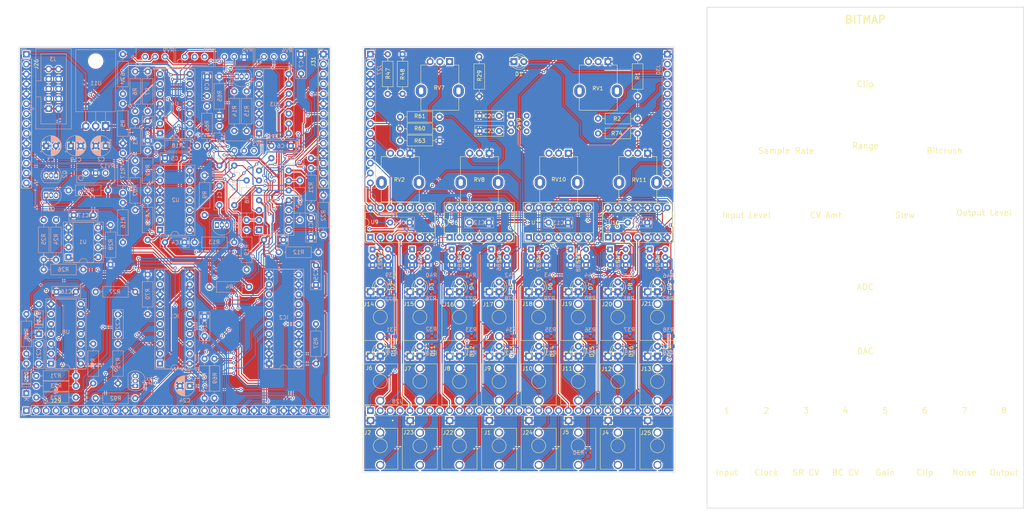
<source format=kicad_pcb>
(kicad_pcb (version 20171130) (host pcbnew "(5.1.10)-1")
  (layers (0 F.Cu signal) (31 B.Cu signal) (34 B.Paste user) (35 F.Paste user) (36 B.SilkS user) (37 F.SilkS user) (38 B.Mask user) (39 F.Mask user) (44 Edge.Cuts user))
  (net 0 "")
  (net 1 "Net-(C1-Pad1)")
  (net 2 "Net-(C1-Pad2)")
  (net 3 GND_Back)
  (net 4 +12V_Back)
  (net 5 -12V_Back)
  (net 6 +12V_Front)
  (net 7 GND_Front)
  (net 8 +5V_Front)
  (net 9 +5V_Back)
  (net 10 "Net-(C20-Pad1)")
  (net 11 "Net-(C21-Pad2)")
  (net 12 "Net-(C21-Pad1)")
  (net 13 Clk)
  (net 14 "Net-(C22-Pad1)")
  (net 15 "Net-(C23-Pad1)")
  (net 16 Ref1_Back)
  (net 17 "Net-(D1-Pad1)")
  (net 18 "Net-(D2-Pad2)")
  (net 19 "Net-(D3-Pad2)")
  (net 20 "Net-(D4-Pad2)")
  (net 21 "Net-(D5-Pad2)")
  (net 22 "Net-(D6-Pad2)")
  (net 23 "Net-(D7-Pad2)")
  (net 24 "Net-(D8-Pad2)")
  (net 25 "Net-(D9-Pad2)")
  (net 26 "Net-(D10-Pad2)")
  (net 27 "Net-(D11-Pad2)")
  (net 28 "Net-(D12-Pad2)")
  (net 29 "Net-(D13-Pad2)")
  (net 30 "Net-(D14-Pad2)")
  (net 31 "Net-(D15-Pad2)")
  (net 32 "Net-(D16-Pad2)")
  (net 33 "Net-(D17-Pad2)")
  (net 34 "Net-(D18-Pad1)")
  (net 35 "Net-(D20-Pad2)")
  (net 36 "Net-(IC1-Pad19)")
  (net 37 "Net-(IC1-Pad9)")
  (net 38 "Net-(IC1-Pad18)")
  (net 39 D7_Back)
  (net 40 D6_Back)
  (net 41 D5_Back)
  (net 42 D3_Back)
  (net 43 D4_Back)
  (net 44 D2_Back)
  (net 45 D1_Back)
  (net 46 D0_Back)
  (net 47 "Net-(IC1-Pad1)")
  (net 48 "Net-(IC2-Pad11)")
  (net 49 B7_Back)
  (net 50 B3_Back)
  (net 51 B6_Back)
  (net 52 B2_Back)
  (net 53 B5_Back)
  (net 54 B1_Back)
  (net 55 B4_Back)
  (net 56 B0_Back)
  (net 57 Vref)
  (net 58 "Net-(IC2-Pad9)")
  (net 59 "Net-(IC2-Pad19)")
  (net 60 "Net-(J4-Pad3)")
  (net 61 Noise_Front)
  (net 62 "Net-(J5-Pad2)")
  (net 63 "Net-(J5-Pad3)")
  (net 64 "Net-(J14-Pad2)")
  (net 65 "Net-(J6-Pad2)")
  (net 66 "Net-(J7-Pad2)")
  (net 67 "Net-(J15-Pad2)")
  (net 68 "Net-(J8-Pad2)")
  (net 69 "Net-(J16-Pad2)")
  (net 70 "Net-(J17-Pad2)")
  (net 71 "Net-(J9-Pad2)")
  (net 72 "Net-(J10-Pad2)")
  (net 73 "Net-(J10-Pad3)")
  (net 74 "Net-(J11-Pad2)")
  (net 75 "Net-(J11-Pad3)")
  (net 76 "Net-(J12-Pad3)")
  (net 77 "Net-(J12-Pad2)")
  (net 78 "Net-(J13-Pad2)")
  (net 79 "Net-(J13-Pad3)")
  (net 80 "Net-(J14-Pad3)")
  (net 81 "Net-(J15-Pad3)")
  (net 82 "Net-(J17-Pad3)")
  (net 83 "Net-(J18-Pad3)")
  (net 84 "Net-(J19-Pad3)")
  (net 85 "Net-(J20-Pad3)")
  (net 86 "Net-(J21-Pad3)")
  (net 87 "Net-(J22-Pad3)")
  (net 88 Clock2_Front)
  (net 89 Clock1_Front)
  (net 90 S0_Back)
  (net 91 S1_Back)
  (net 92 S2_Back)
  (net 93 S3_Back)
  (net 94 Rate_Back)
  (net 95 In_Back)
  (net 96 -12V_Front)
  (net 97 In_Front)
  (net 98 Rate_Front)
  (net 99 S3_Front)
  (net 100 S2_Front)
  (net 101 S1_Front)
  (net 102 S0_Front)
  (net 103 D0_Front)
  (net 104 B0_Front)
  (net 105 D1_Front)
  (net 106 B1_Front)
  (net 107 D2_Front)
  (net 108 B2_Front)
  (net 109 D3_Front)
  (net 110 B3_Front)
  (net 111 D4_Front)
  (net 112 B4_Front)
  (net 113 Ref1_Front)
  (net 114 Ref2_Front)
  (net 115 D5_Front)
  (net 116 B5_Front)
  (net 117 D6_Front)
  (net 118 B6_Front)
  (net 119 D7_Front)
  (net 120 B7_Front)
  (net 121 Clip_Back)
  (net 122 Ref2_Back)
  (net 123 Clock2_Back)
  (net 124 Clock1_Back)
  (net 125 Noise_Back)
  (net 126 S6_Front)
  (net 127 S5_Front)
  (net 128 S4_Front)
  (net 129 Out3_Front)
  (net 130 Out2_Front)
  (net 131 Out1_Front)
  (net 132 Bitcrush_Front)
  (net 133 Bitcrush_Back)
  (net 134 Out1_Back)
  (net 135 Out2_Back)
  (net 136 Out3_Back)
  (net 137 S4_Back)
  (net 138 S5_Back)
  (net 139 S6_Back)
  (net 140 "Net-(Q1-Pad1)")
  (net 141 "Net-(Q2-Pad3)")
  (net 142 "Net-(Q3-Pad3)")
  (net 143 "Net-(Q4-Pad2)")
  (net 144 "Net-(R1-Pad2)")
  (net 145 "Net-(R3-Pad1)")
  (net 146 "Net-(R5-Pad1)")
  (net 147 "Net-(R6-Pad1)")
  (net 148 "Net-(R7-Pad1)")
  (net 149 "Net-(R8-Pad1)")
  (net 150 "Net-(R10-Pad2)")
  (net 151 "Net-(R10-Pad1)")
  (net 152 "Net-(R11-Pad1)")
  (net 153 "Net-(R13-Pad1)")
  (net 154 "Net-(R13-Pad2)")
  (net 155 "Net-(R14-Pad1)")
  (net 156 "Net-(R15-Pad1)")
  (net 157 "Net-(R16-Pad2)")
  (net 158 "Net-(R17-Pad2)")
  (net 159 "Net-(R18-Pad2)")
  (net 160 "Net-(R19-Pad2)")
  (net 161 "Net-(R20-Pad2)")
  (net 162 "Net-(R21-Pad2)")
  (net 163 "Net-(R22-Pad2)")
  (net 164 "Net-(R23-Pad2)")
  (net 165 "Net-(R24-Pad2)")
  (net 166 "Net-(R24-Pad1)")
  (net 167 "Net-(R25-Pad2)")
  (net 168 "Net-(R27-Pad1)")
  (net 169 "Net-(R31-Pad2)")
  (net 170 "Net-(R32-Pad2)")
  (net 171 "Net-(R33-Pad2)")
  (net 172 "Net-(R34-Pad2)")
  (net 173 "Net-(R35-Pad2)")
  (net 174 "Net-(R36-Pad2)")
  (net 175 "Net-(R37-Pad2)")
  (net 176 "Net-(R38-Pad2)")
  (net 177 "Net-(R47-Pad1)")
  (net 178 "Net-(R58-Pad1)")
  (net 179 "Net-(R59-Pad2)")
  (net 180 "Net-(R60-Pad2)")
  (net 181 "Net-(R61-Pad2)")
  (net 182 "Net-(R65-Pad2)")
  (net 183 "Net-(R66-Pad1)")
  (net 184 "Net-(R67-Pad1)")
  (net 185 "Net-(R69-Pad1)")
  (net 186 "Net-(R71-Pad1)")
  (net 187 "Net-(R74-Pad2)")
  (net 188 "Net-(R83-Pad1)")
  (net 189 "Net-(R83-Pad2)")
  (net 190 "Net-(R84-Pad1)")
  (net 191 "Net-(R84-Pad2)")
  (net 192 "Net-(R85-Pad2)")
  (net 193 "Net-(R85-Pad1)")
  (net 194 "Net-(R86-Pad1)")
  (net 195 "Net-(R86-Pad2)")
  (net 196 "Net-(R87-Pad2)")
  (net 197 "Net-(R87-Pad1)")
  (net 198 "Net-(R88-Pad2)")
  (net 199 "Net-(R88-Pad1)")
  (net 200 "Net-(R89-Pad1)")
  (net 201 "Net-(R89-Pad2)")
  (net 202 "Net-(R90-Pad1)")
  (net 203 "Net-(R90-Pad2)")
  (net 204 "Net-(R91-Pad2)")
  (net 205 "Net-(R93-Pad1)")
  (net 206 "Net-(R94-Pad2)")
  (net 207 "Net-(RV3-Pad3)")
  (net 208 "Net-(RV4-Pad3)")
  (net 209 "Net-(RV6-Pad3)")
  (net 210 "Net-(RV9-Pad1)")
  (net 211 "Net-(RV10-Pad3)")
  (net 212 "Net-(RV12-Pad3)")
  (net 213 "Net-(SW1-Pad5)")
  (net 214 "Net-(SW2-Pad5)")
  (net 215 "Net-(SW3-Pad5)")
  (net 216 "Net-(SW4-Pad5)")
  (net 217 "Net-(SW5-Pad5)")
  (net 218 "Net-(SW6-Pad5)")
  (net 219 "Net-(SW7-Pad5)")
  (net 220 "Net-(SW9-Pad4)")
  (net 221 "Net-(SW9-Pad5)")
  (net 222 "Net-(SW9-Pad6)")
  (net 223 "Net-(U8-Pad11)")
  (net 224 "Net-(U8-Pad10)")
  (net 225 "Net-(U8-Pad4)")
  (net 226 "Net-(J1-Pad3)")
  (net 227 "Net-(J25-Pad3)")
  (net 228 "Net-(J16-Pad3)")
  (net 229 Clip_Front_LED)
  (net 230 Clip_Front_Jack)
  (net 231 Bitcrush_Front_Jack1)
  (net 232 Bitcrush_Back_Jack1)
  (net 233 Bitcrush_Front_Jack2)
  (net 234 Out5_Front)
  (net 235 Out4_Back)
  (net 236 Out4_Front)
  (net 237 SR_Jack1_Front)
  (net 238 SR_Jack1_Back)
  (net 239 SR_Jack2_Front)
  (net 240 In_Front1)
  (net 241 In_Back1)
  (net 242 In_Front2)
  (module BITMAP:Hole3mm (layer F.Cu) (at 234.195 158.52)
    (fp_text reference REF**)
    (fp_text value Hole3mm)
    (pad "" np_thru_hole circle (at 0 0) (size 3 3) (drill 3) (layers *.Cu *.Mask))
  )
  (module BITMAP:Hole3mm (layer F.Cu) (at 300.475 158.52)
    (fp_text reference REF**)
    (fp_text value Hole3mm)
    (pad "" np_thru_hole circle (at 0 0) (size 3 3) (drill 3) (layers *.Cu *.Mask))
  )
  (module BITMAP:Hole3mm (layer F.Cu) (at 300.475 36.02)
    (fp_text reference REF**)
    (fp_text value Hole3mm)
    (pad "" np_thru_hole circle (at 0 0) (size 3 3) (drill 3) (layers *.Cu *.Mask))
  )
  (module BITMAP:Hole3mm (layer F.Cu) (at 234.195 36.02)
    (fp_text reference REF**)
    (fp_text value Hole3mm)
    (pad "" np_thru_hole circle (at 0 0) (size 3 3) (drill 3) (layers *.Cu *.Mask))
  )
  (module BITMAP:Hole6mm (layer F.Cu) (at 302.895 145.542)
    (fp_text reference REF**)
    (fp_text value Hole6mm)
    (pad "" np_thru_hole circle (at 0 0) (size 6 6) (drill 6) (layers *.Cu *.Mask))
  )
  (module BITMAP:Hole6mm (layer F.Cu) (at 292.735 145.542)
    (fp_text reference REF**)
    (fp_text value Hole6mm)
    (pad "" np_thru_hole circle (at 0 0) (size 6 6) (drill 6) (layers *.Cu *.Mask))
  )
  (module BITMAP:Hole6mm (layer F.Cu) (at 282.575 145.542)
    (fp_text reference REF**)
    (fp_text value Hole6mm)
    (pad "" np_thru_hole circle (at 0 0) (size 6 6) (drill 6) (layers *.Cu *.Mask))
  )
  (module BITMAP:Hole6mm (layer F.Cu) (at 272.415 145.542)
    (fp_text reference REF**)
    (fp_text value Hole6mm)
    (pad "" np_thru_hole circle (at 0 0) (size 6 6) (drill 6) (layers *.Cu *.Mask))
  )
  (module BITMAP:Hole6mm (layer F.Cu) (at 262.255 145.542)
    (fp_text reference REF**)
    (fp_text value Hole6mm)
    (pad "" np_thru_hole circle (at 0 0) (size 6 6) (drill 6) (layers *.Cu *.Mask))
  )
  (module BITMAP:Hole6mm (layer F.Cu) (at 252.095 145.542)
    (fp_text reference REF**)
    (fp_text value Hole6mm)
    (pad "" np_thru_hole circle (at 0 0) (size 6 6) (drill 6) (layers *.Cu *.Mask))
  )
  (module BITMAP:Hole6mm (layer F.Cu) (at 241.935 145.542)
    (fp_text reference REF**)
    (fp_text value Hole6mm)
    (pad "" np_thru_hole circle (at 0 0) (size 6 6) (drill 6) (layers *.Cu *.Mask))
  )
  (module BITMAP:Hole6mm (layer F.Cu) (at 231.775 145.542)
    (fp_text reference REF**)
    (fp_text value Hole6mm)
    (pad "" np_thru_hole circle (at 0 0) (size 6 6) (drill 6) (layers *.Cu *.Mask))
  )
  (module BITMAP:Hole6mm (layer F.Cu) (at 302.895 129.032)
    (fp_text reference REF**)
    (fp_text value Hole6mm)
    (pad "" np_thru_hole circle (at 0 0) (size 6 6) (drill 6) (layers *.Cu *.Mask))
  )
  (module BITMAP:Hole6mm (layer F.Cu) (at 292.735 129.032)
    (fp_text reference REF**)
    (fp_text value Hole6mm)
    (pad "" np_thru_hole circle (at 0 0) (size 6 6) (drill 6) (layers *.Cu *.Mask))
  )
  (module BITMAP:Hole6mm (layer F.Cu) (at 282.575 129.032)
    (fp_text reference REF**)
    (fp_text value Hole6mm)
    (pad "" np_thru_hole circle (at 0 0) (size 6 6) (drill 6) (layers *.Cu *.Mask))
  )
  (module BITMAP:Hole6mm (layer F.Cu) (at 272.415 129.032)
    (fp_text reference REF**)
    (fp_text value Hole6mm)
    (pad "" np_thru_hole circle (at 0 0) (size 6 6) (drill 6) (layers *.Cu *.Mask))
  )
  (module BITMAP:Hole6mm (layer F.Cu) (at 262.255 129.032)
    (fp_text reference REF**)
    (fp_text value Hole6mm)
    (pad "" np_thru_hole circle (at 0 0) (size 6 6) (drill 6) (layers *.Cu *.Mask))
  )
  (module BITMAP:Hole6mm (layer F.Cu) (at 252.095 129.032)
    (fp_text reference REF**)
    (fp_text value Hole6mm)
    (pad "" np_thru_hole circle (at 0 0) (size 6 6) (drill 6) (layers *.Cu *.Mask))
  )
  (module BITMAP:Hole6mm (layer F.Cu) (at 241.935 129.032)
    (fp_text reference REF**)
    (fp_text value Hole6mm)
    (pad "" np_thru_hole circle (at 0 0) (size 6 6) (drill 6) (layers *.Cu *.Mask))
  )
  (module BITMAP:Hole6mm (layer F.Cu) (at 231.775 129.032)
    (fp_text reference REF**)
    (fp_text value Hole6mm)
    (pad "" np_thru_hole circle (at 0 0) (size 6 6) (drill 6) (layers *.Cu *.Mask))
  )
  (module BITMAP:Hole6mm (layer F.Cu) (at 302.895 112.522)
    (fp_text reference REF**)
    (fp_text value Hole6mm)
    (pad "" np_thru_hole circle (at 0 0) (size 6 6) (drill 6) (layers *.Cu *.Mask))
  )
  (module BITMAP:Hole6mm (layer F.Cu) (at 292.735 112.522)
    (fp_text reference REF**)
    (fp_text value Hole6mm)
    (pad "" np_thru_hole circle (at 0 0) (size 6 6) (drill 6) (layers *.Cu *.Mask))
  )
  (module BITMAP:Hole6mm (layer F.Cu) (at 282.575 112.522)
    (fp_text reference REF**)
    (fp_text value Hole6mm)
    (pad "" np_thru_hole circle (at 0 0) (size 6 6) (drill 6) (layers *.Cu *.Mask))
  )
  (module BITMAP:Hole6mm (layer F.Cu) (at 272.415 112.522)
    (fp_text reference REF**)
    (fp_text value Hole6mm)
    (pad "" np_thru_hole circle (at 0 0) (size 6 6) (drill 6) (layers *.Cu *.Mask))
  )
  (module BITMAP:Hole6mm (layer F.Cu) (at 262.255 112.522)
    (fp_text reference REF**)
    (fp_text value Hole6mm)
    (pad "" np_thru_hole circle (at 0 0) (size 6 6) (drill 6) (layers *.Cu *.Mask))
  )
  (module BITMAP:Hole6mm (layer F.Cu) (at 252.095 112.522)
    (fp_text reference REF**)
    (fp_text value Hole6mm)
    (pad "" np_thru_hole circle (at 0 0) (size 6 6) (drill 6) (layers *.Cu *.Mask))
  )
  (module BITMAP:Hole6mm (layer F.Cu) (at 241.935 112.522)
    (fp_text reference REF**)
    (fp_text value Hole6mm)
    (pad "" np_thru_hole circle (at 0 0) (size 6 6) (drill 6) (layers *.Cu *.Mask))
  )
  (module BITMAP:Hole6mm (layer F.Cu) (at 231.775 112.522)
    (fp_text reference REF**)
    (fp_text value Hole6mm)
    (pad "" np_thru_hole circle (at 0 0) (size 6 6) (drill 6) (layers *.Cu *.Mask))
  )
  (module BITMAP:Hole6mm (layer F.Cu) (at 302.895 97.155)
    (fp_text reference REF**)
    (fp_text value Hole6mm)
    (pad "" np_thru_hole circle (at 0 0) (size 6 6) (drill 6) (layers *.Cu *.Mask))
  )
  (module BITMAP:Hole6mm (layer F.Cu) (at 292.735 97.155)
    (fp_text reference REF**)
    (fp_text value Hole6mm)
    (pad "" np_thru_hole circle (at 0 0) (size 6 6) (drill 6) (layers *.Cu *.Mask))
  )
  (module BITMAP:Hole6mm (layer F.Cu) (at 282.575 97.155)
    (fp_text reference REF**)
    (fp_text value Hole6mm)
    (pad "" np_thru_hole circle (at 0 0) (size 6 6) (drill 6) (layers *.Cu *.Mask))
  )
  (module BITMAP:Hole6mm (layer F.Cu) (at 272.415 97.155)
    (fp_text reference REF**)
    (fp_text value Hole6mm)
    (pad "" np_thru_hole circle (at 0 0) (size 6 6) (drill 6) (layers *.Cu *.Mask))
  )
  (module BITMAP:Hole6mm (layer F.Cu) (at 262.255 97.155)
    (fp_text reference REF**)
    (fp_text value Hole6mm)
    (pad "" np_thru_hole circle (at 0 0) (size 6 6) (drill 6) (layers *.Cu *.Mask))
  )
  (module BITMAP:Hole6mm (layer F.Cu) (at 252.095 97.155)
    (fp_text reference REF**)
    (fp_text value Hole6mm)
    (pad "" np_thru_hole circle (at 0 0) (size 6 6) (drill 6) (layers *.Cu *.Mask))
  )
  (module BITMAP:Hole6mm (layer F.Cu) (at 241.935 97.155)
    (fp_text reference REF**)
    (fp_text value Hole6mm)
    (pad "" np_thru_hole circle (at 0 0) (size 6 6) (drill 6) (layers *.Cu *.Mask))
  )
  (module BITMAP:Hole6mm (layer F.Cu) (at 231.775 97.155)
    (fp_text reference REF**)
    (fp_text value Hole6mm)
    (pad "" np_thru_hole circle (at 0 0) (size 6 6) (drill 6) (layers *.Cu *.Mask))
  )
  (module BITMAP:Hole6mm (layer F.Cu) (at 267.335 62.865)
    (fp_text reference REF**)
    (fp_text value Hole6mm)
    (pad "" np_thru_hole circle (at 0 0) (size 6 6) (drill 6) (layers *.Cu *.Mask))
  )
  (module BITMAP:Hole7mm (layer F.Cu) (at 297.8785 77.978)
    (fp_text reference REF**)
    (fp_text value Hole7mm)
    (pad "" np_thru_hole circle (at 0 0) (size 7 7) (drill 7) (layers *.Cu *.Mask))
  )
  (module BITMAP:Hole7mm (layer F.Cu) (at 277.5585 77.978)
    (fp_text reference REF**)
    (fp_text value Hole7mm)
    (pad "" np_thru_hole circle (at 0 0) (size 7 7) (drill 7) (layers *.Cu *.Mask))
  )
  (module BITMAP:Hole7mm (layer F.Cu) (at 257.2385 77.978)
    (fp_text reference REF**)
    (fp_text value Hole7mm)
    (pad "" np_thru_hole circle (at 0 0) (size 7 7) (drill 7) (layers *.Cu *.Mask))
  )
  (module BITMAP:Hole7mm (layer F.Cu) (at 236.9185 77.978)
    (fp_text reference REF**)
    (fp_text value Hole7mm)
    (pad "" np_thru_hole circle (at 0 0) (size 7 7) (drill 7) (layers *.Cu *.Mask))
  )
  (module BITMAP:Hole7mm (layer F.Cu) (at 287.7185 54.483)
    (fp_text reference REF**)
    (fp_text value Hole7mm)
    (pad "" np_thru_hole circle (at 0 0) (size 7 7) (drill 7) (layers *.Cu *.Mask))
  )
  (module BITMAP:Hole7mm (layer F.Cu) (at 247.0785 54.483)
    (fp_text reference REF**)
    (fp_text value Hole7mm)
    (pad "" np_thru_hole circle (at 0 0) (size 7 7) (drill 7) (layers *.Cu *.Mask))
  )
  (module BITMAP:Hole3mm (layer F.Cu) (at 231.775 121.285)
    (fp_text reference REF**)
    (fp_text value Hole3mm)
    (pad "" np_thru_hole circle (at 0 0) (size 3 3) (drill 3) (layers *.Cu *.Mask))
  )
  (module BITMAP:Hole3mm (layer F.Cu) (at 241.935 121.285)
    (fp_text reference REF**)
    (fp_text value Hole3mm)
    (pad "" np_thru_hole circle (at 0 0) (size 3 3) (drill 3) (layers *.Cu *.Mask))
  )
  (module BITMAP:Hole3mm (layer F.Cu) (at 252.095 121.285)
    (fp_text reference REF**)
    (fp_text value Hole3mm)
    (pad "" np_thru_hole circle (at 0 0) (size 3 3) (drill 3) (layers *.Cu *.Mask))
  )
  (module BITMAP:Hole3mm (layer F.Cu) (at 262.255 121.285)
    (fp_text reference REF**)
    (fp_text value Hole3mm)
    (pad "" np_thru_hole circle (at 0 0) (size 3 3) (drill 3) (layers *.Cu *.Mask))
  )
  (module BITMAP:Hole3mm (layer F.Cu) (at 272.415 121.285)
    (fp_text reference REF**)
    (fp_text value Hole3mm)
    (pad "" np_thru_hole circle (at 0 0) (size 3 3) (drill 3) (layers *.Cu *.Mask))
  )
  (module BITMAP:Hole3mm (layer F.Cu) (at 282.575 121.285)
    (fp_text reference REF**)
    (fp_text value Hole3mm)
    (pad "" np_thru_hole circle (at 0 0) (size 3 3) (drill 3) (layers *.Cu *.Mask))
  )
  (module BITMAP:Hole3mm (layer F.Cu) (at 292.735 121.285)
    (fp_text reference REF**)
    (fp_text value Hole3mm)
    (pad "" np_thru_hole circle (at 0 0) (size 3 3) (drill 3) (layers *.Cu *.Mask))
  )
  (module BITMAP:Hole3mm (layer F.Cu) (at 302.895 121.285)
    (fp_text reference REF**)
    (fp_text value Hole3mm)
    (pad "" np_thru_hole circle (at 0 0) (size 3 3) (drill 3) (layers *.Cu *.Mask))
  )
  (module BITMAP:Hole3mm (layer F.Cu) (at 302.895 104.775)
    (fp_text reference REF**)
    (fp_text value Hole3mm)
    (pad "" np_thru_hole circle (at 0 0) (size 3 3) (drill 3) (layers *.Cu *.Mask))
  )
  (module BITMAP:Hole3mm (layer F.Cu) (at 292.735 104.775)
    (fp_text reference REF**)
    (fp_text value Hole3mm)
    (pad "" np_thru_hole circle (at 0 0) (size 3 3) (drill 3) (layers *.Cu *.Mask))
  )
  (module BITMAP:Hole3mm (layer F.Cu) (at 282.575 104.775)
    (fp_text reference REF**)
    (fp_text value Hole3mm)
    (pad "" np_thru_hole circle (at 0 0) (size 3 3) (drill 3) (layers *.Cu *.Mask))
  )
  (module BITMAP:Hole3mm (layer F.Cu) (at 272.415 104.775)
    (fp_text reference REF**)
    (fp_text value Hole3mm)
    (pad "" np_thru_hole circle (at 0 0) (size 3 3) (drill 3) (layers *.Cu *.Mask))
  )
  (module BITMAP:Hole3mm (layer F.Cu) (at 262.255 104.775)
    (fp_text reference REF**)
    (fp_text value Hole3mm)
    (pad "" np_thru_hole circle (at 0 0) (size 3 3) (drill 3) (layers *.Cu *.Mask))
  )
  (module BITMAP:Hole3mm (layer F.Cu) (at 252.095 104.775)
    (fp_text reference REF**)
    (fp_text value Hole3mm)
    (pad "" np_thru_hole circle (at 0 0) (size 3 3) (drill 3) (layers *.Cu *.Mask))
  )
  (module BITMAP:Hole3mm (layer F.Cu) (at 241.935 104.775)
    (fp_text reference REF**)
    (fp_text value Hole3mm)
    (pad "" np_thru_hole circle (at 0 0) (size 3 3) (drill 3) (layers *.Cu *.Mask))
  )
  (module BITMAP:Hole3mm (layer F.Cu) (at 231.775 104.775)
    (fp_text reference REF**)
    (fp_text value Hole3mm)
    (pad "" np_thru_hole circle (at 0 0) (size 3 3) (drill 3) (layers *.Cu *.Mask))
  )
  (module BITMAP:Hole3mm (layer F.Cu) (at 267.335 46.99)
    (fp_text reference REF**)
    (fp_text value Hole3mm)
    (pad "" np_thru_hole circle (at 0 0) (size 3 3) (drill 3) (layers *.Cu *.Mask))
  )
  (module Package_DIP:DIP-14_W7.62mm_Socket (layer B.Cu) (at 111.76 90.17)
    (fp_text reference U5 (at 3.81 -7.493) (layer B.SilkS) (effects (justify mirror)))
    (fp_text value TL074)
    (pad 1 thru_hole rect (at 0 0) (size 1.6 1.6) (drill 0.8) (layers *.Cu *.Mask) (net 160 "Net-(R19-Pad2)"))
    (pad 8 thru_hole oval (at 7.62 -15.24) (size 1.6 1.6) (drill 0.8) (layers *.Cu *.Mask) (net 162 "Net-(R21-Pad2)"))
    (pad 2 thru_hole oval (at 0 -2.54) (size 1.6 1.6) (drill 0.8) (layers *.Cu *.Mask) (net 149 "Net-(R8-Pad1)"))
    (pad 9 thru_hole oval (at 7.62 -12.7) (size 1.6 1.6) (drill 0.8) (layers *.Cu *.Mask) (net 151 "Net-(R10-Pad1)"))
    (pad 3 thru_hole oval (at 0 -5.08) (size 1.6 1.6) (drill 0.8) (layers *.Cu *.Mask) (net 145 "Net-(R3-Pad1)"))
    (pad 10 thru_hole oval (at 7.62 -10.16) (size 1.6 1.6) (drill 0.8) (layers *.Cu *.Mask) (net 145 "Net-(R3-Pad1)"))
    (pad 4 thru_hole oval (at 0 -7.62) (size 1.6 1.6) (drill 0.8) (layers *.Cu *.Mask) (net 4 +12V_Back))
    (pad 11 thru_hole oval (at 7.62 -7.62) (size 1.6 1.6) (drill 0.8) (layers *.Cu *.Mask) (net 5 -12V_Back))
    (pad 5 thru_hole oval (at 0 -10.16) (size 1.6 1.6) (drill 0.8) (layers *.Cu *.Mask) (net 145 "Net-(R3-Pad1)"))
    (pad 12 thru_hole oval (at 7.62 -5.08) (size 1.6 1.6) (drill 0.8) (layers *.Cu *.Mask) (net 145 "Net-(R3-Pad1)"))
    (pad 6 thru_hole oval (at 0 -12.7) (size 1.6 1.6) (drill 0.8) (layers *.Cu *.Mask) (net 150 "Net-(R10-Pad2)"))
    (pad 13 thru_hole oval (at 7.62 -2.54) (size 1.6 1.6) (drill 0.8) (layers *.Cu *.Mask) (net 152 "Net-(R11-Pad1)"))
    (pad 7 thru_hole oval (at 0 -15.24) (size 1.6 1.6) (drill 0.8) (layers *.Cu *.Mask) (net 161 "Net-(R20-Pad2)"))
    (pad 14 thru_hole oval (at 7.62 0) (size 1.6 1.6) (drill 0.8) (layers *.Cu *.Mask) (net 163 "Net-(R22-Pad2)"))
  )
  (module Package_TO_SOT_THT:TO-220-3_Horizontal_TabDown (layer B.Cu) (at 72.39 63.5 180)
    (fp_text reference U11 (at 2.4765 10.9855) (layer B.SilkS) (effects (justify mirror)))
    (fp_text value L7805)
    (pad 3 thru_hole oval (at 5.08 0 180) (size 1.905 2) (drill 1.1) (layers *.Cu *.Mask) (net 9 +5V_Back))
    (pad 2 thru_hole oval (at 2.54 0 180) (size 1.905 2) (drill 1.1) (layers *.Cu *.Mask) (net 3 GND_Back))
    (pad 1 thru_hole rect (at 0 0 180) (size 1.905 2) (drill 1.1) (layers *.Cu *.Mask) (net 4 +12V_Back))
    (pad "" np_thru_hole oval (at 2.54 16.66 180) (size 3.5 3.5) (drill 3.5) (layers *.Cu *.Mask))
  )
  (module Package_DIP:DIP-14_W7.62mm_Socket (layer F.Cu) (at 140.335 92.075 90)
    (fp_text reference U9 (at 3.937 1.0795 180) (layer F.SilkS))
    (fp_text value 4066)
    (pad 14 thru_hole oval (at 7.62 0 90) (size 1.6 1.6) (drill 0.8) (layers *.Cu *.Mask) (net 8 +5V_Front))
    (pad 7 thru_hole oval (at 0 15.24 90) (size 1.6 1.6) (drill 0.8) (layers *.Cu *.Mask) (net 7 GND_Front))
    (pad 13 thru_hole oval (at 7.62 2.54 90) (size 1.6 1.6) (drill 0.8) (layers *.Cu *.Mask) (net 102 S0_Front))
    (pad 6 thru_hole oval (at 0 12.7 90) (size 1.6 1.6) (drill 0.8) (layers *.Cu *.Mask) (net 100 S2_Front))
    (pad 12 thru_hole oval (at 7.62 5.08 90) (size 1.6 1.6) (drill 0.8) (layers *.Cu *.Mask) (net 99 S3_Front))
    (pad 5 thru_hole oval (at 0 10.16 90) (size 1.6 1.6) (drill 0.8) (layers *.Cu *.Mask) (net 101 S1_Front))
    (pad 11 thru_hole oval (at 7.62 7.62 90) (size 1.6 1.6) (drill 0.8) (layers *.Cu *.Mask) (net 216 "Net-(SW4-Pad5)"))
    (pad 4 thru_hole oval (at 0 7.62 90) (size 1.6 1.6) (drill 0.8) (layers *.Cu *.Mask) (net 214 "Net-(SW2-Pad5)"))
    (pad 10 thru_hole oval (at 7.62 10.16 90) (size 1.6 1.6) (drill 0.8) (layers *.Cu *.Mask) (net 172 "Net-(R34-Pad2)"))
    (pad 3 thru_hole oval (at 0 5.08 90) (size 1.6 1.6) (drill 0.8) (layers *.Cu *.Mask) (net 170 "Net-(R32-Pad2)"))
    (pad 9 thru_hole oval (at 7.62 12.7 90) (size 1.6 1.6) (drill 0.8) (layers *.Cu *.Mask) (net 171 "Net-(R33-Pad2)"))
    (pad 2 thru_hole oval (at 0 2.54 90) (size 1.6 1.6) (drill 0.8) (layers *.Cu *.Mask) (net 169 "Net-(R31-Pad2)"))
    (pad 8 thru_hole oval (at 7.62 15.24 90) (size 1.6 1.6) (drill 0.8) (layers *.Cu *.Mask) (net 215 "Net-(SW3-Pad5)"))
    (pad 1 thru_hole rect (at 0 0 90) (size 1.6 1.6) (drill 0.8) (layers *.Cu *.Mask) (net 213 "Net-(SW1-Pad5)"))
  )
  (module Capacitor_THT:C_Rect_L7.2mm_W2.5mm_P5.00mm_FKS2_FKP2_MKS2_MKP2 (layer B.Cu) (at 206.375 88.265)
    (fp_text reference C15 (at 2.4765 0) (layer B.SilkS) (effects (justify mirror)))
    (fp_text value 100n)
    (pad 2 thru_hole circle (at 5 0) (size 1.6 1.6) (drill 0.8) (layers *.Cu *.Mask) (net 7 GND_Front))
    (pad 1 thru_hole circle (at 0 0) (size 1.6 1.6) (drill 0.8) (layers *.Cu *.Mask) (net 8 +5V_Front))
  )
  (module Capacitor_THT:C_Rect_L7.2mm_W2.5mm_P5.00mm_FKS2_FKP2_MKS2_MKP2 (layer B.Cu) (at 145.415 88.265)
    (fp_text reference C14 (at 2.5 0.0635) (layer B.SilkS) (effects (justify mirror)))
    (fp_text value 100n)
    (pad 1 thru_hole circle (at 0 0) (size 1.6 1.6) (drill 0.8) (layers *.Cu *.Mask) (net 8 +5V_Front))
    (pad 2 thru_hole circle (at 5 0) (size 1.6 1.6) (drill 0.8) (layers *.Cu *.Mask) (net 7 GND_Front))
  )
  (module Resistor_SMD:R_0603_1608Metric_Pad0.98x0.95mm_HandSolder (layer B.Cu) (at 196.215 147.32 270)
    (fp_text reference R30 (at 0 2.4765) (layer B.SilkS) (effects (justify mirror)))
    (fp_text value 1K)
    (pad 2 smd roundrect (at 0.9125 0 270) (size 0.975 0.95) (layers B.Cu B.Paste B.Mask) (net 62 "Net-(J5-Pad2)"))
    (pad 1 smd roundrect (at -0.9125 0 270) (size 0.975 0.95) (layers B.Cu B.Paste B.Mask) (net 230 Clip_Front_Jack))
  )
  (module Resistor_SMD:R_0603_1608Metric_Pad0.98x0.95mm_HandSolder (layer B.Cu) (at 214.0585 95.9085 270)
    (fp_text reference R90 (at 3.4055 -0.0635 90) (layer B.SilkS) (effects (justify mirror)))
    (fp_text value 1K)
    (pad 2 smd roundrect (at 0.9125 0 270) (size 0.975 0.95) (layers B.Cu B.Paste B.Mask) (net 203 "Net-(R90-Pad2)"))
    (pad 1 smd roundrect (at -0.9125 0 270) (size 0.975 0.95) (layers B.Cu B.Paste B.Mask) (net 202 "Net-(R90-Pad1)"))
  )
  (module Resistor_SMD:R_0603_1608Metric_Pad0.98x0.95mm_HandSolder (layer B.Cu) (at 203.8985 95.972 270)
    (fp_text reference R89 (at 3.4055 0 90) (layer B.SilkS) (effects (justify mirror)))
    (fp_text value 1K)
    (pad 2 smd roundrect (at 0.9125 0 270) (size 0.975 0.95) (layers B.Cu B.Paste B.Mask) (net 201 "Net-(R89-Pad2)"))
    (pad 1 smd roundrect (at -0.9125 0 270) (size 0.975 0.95) (layers B.Cu B.Paste B.Mask) (net 200 "Net-(R89-Pad1)"))
  )
  (module Resistor_SMD:R_0603_1608Metric_Pad0.98x0.95mm_HandSolder (layer B.Cu) (at 193.675 95.8215 270)
    (fp_text reference R88 (at 3.683 0 90) (layer B.SilkS) (effects (justify mirror)))
    (fp_text value 1K)
    (pad 2 smd roundrect (at 0.9125 0 270) (size 0.975 0.95) (layers B.Cu B.Paste B.Mask) (net 198 "Net-(R88-Pad2)"))
    (pad 1 smd roundrect (at -0.9125 0 270) (size 0.975 0.95) (layers B.Cu B.Paste B.Mask) (net 199 "Net-(R88-Pad1)"))
  )
  (module Resistor_SMD:R_0603_1608Metric_Pad0.98x0.95mm_HandSolder (layer B.Cu) (at 183.515 95.885 270)
    (fp_text reference R87 (at 3.4925 -0.0635 90) (layer B.SilkS) (effects (justify mirror)))
    (fp_text value 1K)
    (pad 2 smd roundrect (at 0.9125 0 270) (size 0.975 0.95) (layers B.Cu B.Paste B.Mask) (net 196 "Net-(R87-Pad2)"))
    (pad 1 smd roundrect (at -0.9125 0 270) (size 0.975 0.95) (layers B.Cu B.Paste B.Mask) (net 197 "Net-(R87-Pad1)"))
  )
  (module Resistor_SMD:R_0603_1608Metric_Pad0.98x0.95mm_HandSolder (layer B.Cu) (at 173.4185 95.845 270)
    (fp_text reference R86 (at 3.4055 0.0635 90) (layer B.SilkS) (effects (justify mirror)))
    (fp_text value 1K)
    (pad 2 smd roundrect (at 0.9125 0 270) (size 0.975 0.95) (layers B.Cu B.Paste B.Mask) (net 195 "Net-(R86-Pad2)"))
    (pad 1 smd roundrect (at -0.9125 0 270) (size 0.975 0.95) (layers B.Cu B.Paste B.Mask) (net 194 "Net-(R86-Pad1)"))
  )
  (module Resistor_SMD:R_0603_1608Metric_Pad0.98x0.95mm_HandSolder (layer B.Cu) (at 163.2585 95.9085 270)
    (fp_text reference R85 (at 3.342 -0.0635 90) (layer B.SilkS) (effects (justify mirror)))
    (fp_text value 1K)
    (pad 2 smd roundrect (at 0.9125 0 270) (size 0.975 0.95) (layers B.Cu B.Paste B.Mask) (net 192 "Net-(R85-Pad2)"))
    (pad 1 smd roundrect (at -0.9125 0 270) (size 0.975 0.95) (layers B.Cu B.Paste B.Mask) (net 193 "Net-(R85-Pad1)"))
  )
  (module Resistor_SMD:R_0603_1608Metric_Pad0.98x0.95mm_HandSolder (layer B.Cu) (at 217.043 117.4115)
    (fp_text reference R38 (at -0.1905 -1.5875) (layer B.SilkS) (effects (justify mirror)))
    (fp_text value 1K)
    (pad 2 smd roundrect (at 0.9125 0) (size 0.975 0.95) (layers B.Cu B.Paste B.Mask) (net 176 "Net-(R38-Pad2)"))
    (pad 1 smd roundrect (at -0.9125 0) (size 0.975 0.95) (layers B.Cu B.Paste B.Mask) (net 79 "Net-(J13-Pad3)"))
  )
  (module Resistor_SMD:R_0603_1608Metric_Pad0.98x0.95mm_HandSolder (layer B.Cu) (at 206.9465 117.475)
    (fp_text reference R37 (at -0.127 -1.7145) (layer B.SilkS) (effects (justify mirror)))
    (fp_text value 1K)
    (pad 2 smd roundrect (at 0.9125 0) (size 0.975 0.95) (layers B.Cu B.Paste B.Mask) (net 175 "Net-(R37-Pad2)"))
    (pad 1 smd roundrect (at -0.9125 0) (size 0.975 0.95) (layers B.Cu B.Paste B.Mask) (net 76 "Net-(J12-Pad3)"))
  )
  (module Resistor_SMD:R_0603_1608Metric_Pad0.98x0.95mm_HandSolder (layer B.Cu) (at 196.7865 117.475)
    (fp_text reference R36 (at -0.0635 -1.651) (layer B.SilkS) (effects (justify mirror)))
    (fp_text value 1K)
    (pad 2 smd roundrect (at 0.9125 0) (size 0.975 0.95) (layers B.Cu B.Paste B.Mask) (net 174 "Net-(R36-Pad2)"))
    (pad 1 smd roundrect (at -0.9125 0) (size 0.975 0.95) (layers B.Cu B.Paste B.Mask) (net 75 "Net-(J11-Pad3)"))
  )
  (module Resistor_SMD:R_0603_1608Metric_Pad0.98x0.95mm_HandSolder (layer B.Cu) (at 186.65 117.475)
    (fp_text reference R35 (at -0.087 -1.7145) (layer B.SilkS) (effects (justify mirror)))
    (fp_text value 1K)
    (pad 2 smd roundrect (at 0.9125 0) (size 0.975 0.95) (layers B.Cu B.Paste B.Mask) (net 173 "Net-(R35-Pad2)"))
    (pad 1 smd roundrect (at -0.9125 0) (size 0.975 0.95) (layers B.Cu B.Paste B.Mask) (net 73 "Net-(J10-Pad3)"))
  )
  (module Resistor_SMD:R_0603_1608Metric_Pad0.98x0.95mm_HandSolder (layer B.Cu) (at 176.4665 117.4115)
    (fp_text reference R34 (at 0 -1.651) (layer B.SilkS) (effects (justify mirror)))
    (fp_text value 1K)
    (pad 2 smd roundrect (at 0.9125 0) (size 0.975 0.95) (layers B.Cu B.Paste B.Mask) (net 172 "Net-(R34-Pad2)"))
    (pad 1 smd roundrect (at -0.9125 0) (size 0.975 0.95) (layers B.Cu B.Paste B.Mask) (net 70 "Net-(J17-Pad2)"))
  )
  (module Resistor_SMD:R_0603_1608Metric_Pad0.98x0.95mm_HandSolder (layer B.Cu) (at 166.2665 117.4115)
    (fp_text reference R33 (at -0.087 -1.651) (layer B.SilkS) (effects (justify mirror)))
    (fp_text value 1K)
    (pad 2 smd roundrect (at 0.9125 0) (size 0.975 0.95) (layers B.Cu B.Paste B.Mask) (net 171 "Net-(R33-Pad2)"))
    (pad 1 smd roundrect (at -0.9125 0) (size 0.975 0.95) (layers B.Cu B.Paste B.Mask) (net 69 "Net-(J16-Pad2)"))
  )
  (module Resistor_SMD:R_0603_1608Metric_Pad0.98x0.95mm_HandSolder (layer B.Cu) (at 216.8525 106.045)
    (fp_text reference R82 (at -0.127 1.7145) (layer B.SilkS) (effects (justify mirror)))
    (fp_text value 10K)
    (pad 2 smd roundrect (at 0.9125 0) (size 0.975 0.95) (layers B.Cu B.Paste B.Mask) (net 176 "Net-(R38-Pad2)"))
    (pad 1 smd roundrect (at -0.9125 0) (size 0.975 0.95) (layers B.Cu B.Paste B.Mask) (net 7 GND_Front))
  )
  (module Resistor_SMD:R_0603_1608Metric_Pad0.98x0.95mm_HandSolder (layer B.Cu) (at 206.756 106.045)
    (fp_text reference R81 (at -0.127 1.7145) (layer B.SilkS) (effects (justify mirror)))
    (fp_text value 10K)
    (pad 2 smd roundrect (at 0.9125 0) (size 0.975 0.95) (layers B.Cu B.Paste B.Mask) (net 175 "Net-(R37-Pad2)"))
    (pad 1 smd roundrect (at -0.9125 0) (size 0.975 0.95) (layers B.Cu B.Paste B.Mask) (net 7 GND_Front))
  )
  (module Resistor_SMD:R_0603_1608Metric_Pad0.98x0.95mm_HandSolder (layer B.Cu) (at 196.6595 106.045)
    (fp_text reference R80 (at 0.0635 1.651) (layer B.SilkS) (effects (justify mirror)))
    (fp_text value 10K)
    (pad 2 smd roundrect (at 0.9125 0) (size 0.975 0.95) (layers B.Cu B.Paste B.Mask) (net 174 "Net-(R36-Pad2)"))
    (pad 1 smd roundrect (at -0.9125 0) (size 0.975 0.95) (layers B.Cu B.Paste B.Mask) (net 7 GND_Front))
  )
  (module Resistor_SMD:R_0603_1608Metric_Pad0.98x0.95mm_HandSolder (layer B.Cu) (at 186.436 106.045)
    (fp_text reference R79 (at -0.127 1.7145) (layer B.SilkS) (effects (justify mirror)))
    (fp_text value 10K)
    (pad 2 smd roundrect (at 0.9125 0) (size 0.975 0.95) (layers B.Cu B.Paste B.Mask) (net 173 "Net-(R35-Pad2)"))
    (pad 1 smd roundrect (at -0.9125 0) (size 0.975 0.95) (layers B.Cu B.Paste B.Mask) (net 7 GND_Front))
  )
  (module Resistor_SMD:R_0603_1608Metric_Pad0.98x0.95mm_HandSolder (layer B.Cu) (at 176.276 106.045)
    (fp_text reference R78 (at -0.0635 1.7145) (layer B.SilkS) (effects (justify mirror)))
    (fp_text value 10K)
    (pad 2 smd roundrect (at 0.9125 0) (size 0.975 0.95) (layers B.Cu B.Paste B.Mask) (net 172 "Net-(R34-Pad2)"))
    (pad 1 smd roundrect (at -0.9125 0) (size 0.975 0.95) (layers B.Cu B.Paste B.Mask) (net 7 GND_Front))
  )
  (module Resistor_SMD:R_0603_1608Metric_Pad0.98x0.95mm_HandSolder (layer B.Cu) (at 166.1795 106.045)
    (fp_text reference R77 (at -0.0635 1.778) (layer B.SilkS) (effects (justify mirror)))
    (fp_text value 10K)
    (pad 2 smd roundrect (at 0.9125 0) (size 0.975 0.95) (layers B.Cu B.Paste B.Mask) (net 171 "Net-(R33-Pad2)"))
    (pad 1 smd roundrect (at -0.9125 0) (size 0.975 0.95) (layers B.Cu B.Paste B.Mask) (net 7 GND_Front))
  )
  (module Resistor_SMD:R_0603_1608Metric_Pad0.98x0.95mm_HandSolder (layer B.Cu) (at 216.8525 103.4415)
    (fp_text reference R46 (at -0.0635 -1.524) (layer B.SilkS) (effects (justify mirror)))
    (fp_text value 1K)
    (pad 2 smd roundrect (at 0.9125 0) (size 0.975 0.95) (layers B.Cu B.Paste B.Mask) (net 176 "Net-(R38-Pad2)"))
    (pad 1 smd roundrect (at -0.9125 0) (size 0.975 0.95) (layers B.Cu B.Paste B.Mask) (net 25 "Net-(D9-Pad2)"))
  )
  (module Resistor_THT:R_Axial_DIN0207_L6.3mm_D2.5mm_P10.16mm_Horizontal (layer F.Cu) (at 144.78 55.245 90)
    (fp_text reference R47 (at 5.207 0.0635 90) (layer F.SilkS))
    (fp_text value 10K)
    (pad 1 thru_hole circle (at 0 0 90) (size 1.6 1.6) (drill 0.8) (layers *.Cu *.Mask) (net 177 "Net-(R47-Pad1)"))
    (pad 2 thru_hole oval (at 10.16 0 90) (size 1.6 1.6) (drill 0.8) (layers *.Cu *.Mask) (net 8 +5V_Front))
  )
  (module Resistor_SMD:R_0603_1608Metric_Pad0.98x0.95mm_HandSolder (layer B.Cu) (at 206.756 103.4415)
    (fp_text reference R45 (at -0.0635 -1.4605) (layer B.SilkS) (effects (justify mirror)))
    (fp_text value 1K)
    (pad 2 smd roundrect (at 0.9125 0) (size 0.975 0.95) (layers B.Cu B.Paste B.Mask) (net 175 "Net-(R37-Pad2)"))
    (pad 1 smd roundrect (at -0.9125 0) (size 0.975 0.95) (layers B.Cu B.Paste B.Mask) (net 24 "Net-(D8-Pad2)"))
  )
  (module Resistor_SMD:R_0603_1608Metric_Pad0.98x0.95mm_HandSolder (layer B.Cu) (at 196.6595 103.4415)
    (fp_text reference R44 (at 0 -1.651) (layer B.SilkS) (effects (justify mirror)))
    (fp_text value 1K)
    (pad 2 smd roundrect (at 0.9125 0) (size 0.975 0.95) (layers B.Cu B.Paste B.Mask) (net 174 "Net-(R36-Pad2)"))
    (pad 1 smd roundrect (at -0.9125 0) (size 0.975 0.95) (layers B.Cu B.Paste B.Mask) (net 23 "Net-(D7-Pad2)"))
  )
  (module Resistor_SMD:R_0603_1608Metric_Pad0.98x0.95mm_HandSolder (layer B.Cu) (at 186.436 103.4415)
    (fp_text reference R43 (at -0.0635 -1.7145) (layer B.SilkS) (effects (justify mirror)))
    (fp_text value 1K)
    (pad 2 smd roundrect (at 0.9125 0) (size 0.975 0.95) (layers B.Cu B.Paste B.Mask) (net 173 "Net-(R35-Pad2)"))
    (pad 1 smd roundrect (at -0.9125 0) (size 0.975 0.95) (layers B.Cu B.Paste B.Mask) (net 22 "Net-(D6-Pad2)"))
  )
  (module Resistor_SMD:R_0603_1608Metric_Pad0.98x0.95mm_HandSolder (layer B.Cu) (at 176.276 103.505)
    (fp_text reference R42 (at -0.0635 -1.7145) (layer B.SilkS) (effects (justify mirror)))
    (fp_text value 1K)
    (pad 2 smd roundrect (at 0.9125 0) (size 0.975 0.95) (layers B.Cu B.Paste B.Mask) (net 172 "Net-(R34-Pad2)"))
    (pad 1 smd roundrect (at -0.9125 0) (size 0.975 0.95) (layers B.Cu B.Paste B.Mask) (net 21 "Net-(D5-Pad2)"))
  )
  (module Resistor_SMD:R_0603_1608Metric_Pad0.98x0.95mm_HandSolder (layer B.Cu) (at 166.1795 103.4415)
    (fp_text reference R41 (at -0.127 -1.651) (layer B.SilkS) (effects (justify mirror)))
    (fp_text value 1K)
    (pad 2 smd roundrect (at 0.9125 0) (size 0.975 0.95) (layers B.Cu B.Paste B.Mask) (net 171 "Net-(R33-Pad2)"))
    (pad 1 smd roundrect (at -0.9125 0) (size 0.975 0.95) (layers B.Cu B.Paste B.Mask) (net 20 "Net-(D4-Pad2)"))
  )
  (module Resistor_SMD:R_0603_1608Metric_Pad0.98x0.95mm_HandSolder (layer B.Cu) (at 217.043 120.015)
    (fp_text reference R56 (at -0.1905 1.778) (layer B.SilkS) (effects (justify mirror)))
    (fp_text value 1K)
    (pad 2 smd roundrect (at 0.9125 0) (size 0.975 0.95) (layers B.Cu B.Paste B.Mask) (net 120 B7_Front))
    (pad 1 smd roundrect (at -0.9125 0) (size 0.975 0.95) (layers B.Cu B.Paste B.Mask) (net 33 "Net-(D17-Pad2)"))
  )
  (module Resistor_SMD:R_0603_1608Metric_Pad0.98x0.95mm_HandSolder (layer B.Cu) (at 206.97 120.015)
    (fp_text reference R55 (at -0.0235 1.7145) (layer B.SilkS) (effects (justify mirror)))
    (fp_text value 1K)
    (pad 2 smd roundrect (at 0.9125 0) (size 0.975 0.95) (layers B.Cu B.Paste B.Mask) (net 118 B6_Front))
    (pad 1 smd roundrect (at -0.9125 0) (size 0.975 0.95) (layers B.Cu B.Paste B.Mask) (net 32 "Net-(D16-Pad2)"))
  )
  (module Resistor_SMD:R_0603_1608Metric_Pad0.98x0.95mm_HandSolder (layer B.Cu) (at 196.7865 120.015)
    (fp_text reference R54 (at -0.0635 1.651) (layer B.SilkS) (effects (justify mirror)))
    (fp_text value 1K)
    (pad 2 smd roundrect (at 0.9125 0) (size 0.975 0.95) (layers B.Cu B.Paste B.Mask) (net 116 B5_Front))
    (pad 1 smd roundrect (at -0.9125 0) (size 0.975 0.95) (layers B.Cu B.Paste B.Mask) (net 31 "Net-(D15-Pad2)"))
  )
  (module Resistor_SMD:R_0603_1608Metric_Pad0.98x0.95mm_HandSolder (layer B.Cu) (at 186.6265 120.015)
    (fp_text reference R53 (at 0.0635 1.778) (layer B.SilkS) (effects (justify mirror)))
    (fp_text value 1K)
    (pad 2 smd roundrect (at 0.9125 0) (size 0.975 0.95) (layers B.Cu B.Paste B.Mask) (net 112 B4_Front))
    (pad 1 smd roundrect (at -0.9125 0) (size 0.975 0.95) (layers B.Cu B.Paste B.Mask) (net 30 "Net-(D14-Pad2)"))
  )
  (module Resistor_SMD:R_0603_1608Metric_Pad0.98x0.95mm_HandSolder (layer B.Cu) (at 176.4265 120.015)
    (fp_text reference R52 (at -0.0235 1.778) (layer B.SilkS) (effects (justify mirror)))
    (fp_text value 1K)
    (pad 2 smd roundrect (at 0.9125 0) (size 0.975 0.95) (layers B.Cu B.Paste B.Mask) (net 110 B3_Front))
    (pad 1 smd roundrect (at -0.9125 0) (size 0.975 0.95) (layers B.Cu B.Paste B.Mask) (net 29 "Net-(D13-Pad2)"))
  )
  (module Resistor_SMD:R_0603_1608Metric_Pad0.98x0.95mm_HandSolder (layer B.Cu) (at 166.2665 120.015)
    (fp_text reference R51 (at -0.087 1.778) (layer B.SilkS) (effects (justify mirror)))
    (fp_text value 1K)
    (pad 2 smd roundrect (at 0.9125 0) (size 0.975 0.95) (layers B.Cu B.Paste B.Mask) (net 108 B2_Front))
    (pad 1 smd roundrect (at -0.9125 0) (size 0.975 0.95) (layers B.Cu B.Paste B.Mask) (net 28 "Net-(D12-Pad2)"))
  )
  (module Resistor_SMD:R_0603_1608Metric_Pad0.98x0.95mm_HandSolder (layer B.Cu) (at 153.0985 95.885 270)
    (fp_text reference R84 (at 3.302 0 270) (layer B.SilkS) (effects (justify mirror)))
    (fp_text value 1K)
    (pad 2 smd roundrect (at 0.9125 0 270) (size 0.975 0.95) (layers B.Cu B.Paste B.Mask) (net 191 "Net-(R84-Pad2)"))
    (pad 1 smd roundrect (at -0.9125 0 270) (size 0.975 0.95) (layers B.Cu B.Paste B.Mask) (net 190 "Net-(R84-Pad1)"))
  )
  (module Resistor_SMD:R_0603_1608Metric_Pad0.98x0.95mm_HandSolder (layer B.Cu) (at 155.916 106.045)
    (fp_text reference R76 (at -0.0235 1.7145) (layer B.SilkS) (effects (justify mirror)))
    (fp_text value 10K)
    (pad 2 smd roundrect (at 0.9125 0) (size 0.975 0.95) (layers B.Cu B.Paste B.Mask) (net 170 "Net-(R32-Pad2)"))
    (pad 1 smd roundrect (at -0.9125 0) (size 0.975 0.95) (layers B.Cu B.Paste B.Mask) (net 7 GND_Front))
  )
  (module Resistor_SMD:R_0603_1608Metric_Pad0.98x0.95mm_HandSolder (layer B.Cu) (at 156.1065 117.4115)
    (fp_text reference R32 (at -0.1505 -1.778) (layer B.SilkS) (effects (justify mirror)))
    (fp_text value 1K)
    (pad 2 smd roundrect (at 0.9125 0) (size 0.975 0.95) (layers B.Cu B.Paste B.Mask) (net 170 "Net-(R32-Pad2)"))
    (pad 1 smd roundrect (at -0.9125 0) (size 0.975 0.95) (layers B.Cu B.Paste B.Mask) (net 67 "Net-(J15-Pad2)"))
  )
  (module Resistor_SMD:R_0603_1608Metric_Pad0.98x0.95mm_HandSolder (layer B.Cu) (at 145.923 117.475)
    (fp_text reference R31 (at -0.127 -1.7145) (layer B.SilkS) (effects (justify mirror)))
    (fp_text value 1K)
    (pad 2 smd roundrect (at 0.9125 0) (size 0.975 0.95) (layers B.Cu B.Paste B.Mask) (net 169 "Net-(R31-Pad2)"))
    (pad 1 smd roundrect (at -0.9125 0) (size 0.975 0.95) (layers B.Cu B.Paste B.Mask) (net 64 "Net-(J14-Pad2)"))
  )
  (module Resistor_SMD:R_0603_1608Metric_Pad0.98x0.95mm_HandSolder (layer B.Cu) (at 156.083 120.015)
    (fp_text reference R50 (at -0.0635 1.8415) (layer B.SilkS) (effects (justify mirror)))
    (fp_text value 1K)
    (pad 2 smd roundrect (at 0.9125 0) (size 0.975 0.95) (layers B.Cu B.Paste B.Mask) (net 106 B1_Front))
    (pad 1 smd roundrect (at -0.9125 0) (size 0.975 0.95) (layers B.Cu B.Paste B.Mask) (net 27 "Net-(D11-Pad2)"))
  )
  (module Resistor_SMD:R_0603_1608Metric_Pad0.98x0.95mm_HandSolder (layer B.Cu) (at 155.956 103.505)
    (fp_text reference R40 (at 0 -1.7145) (layer B.SilkS) (effects (justify mirror)))
    (fp_text value 1K)
    (pad 2 smd roundrect (at 0.9125 0) (size 0.975 0.95) (layers B.Cu B.Paste B.Mask) (net 170 "Net-(R32-Pad2)"))
    (pad 1 smd roundrect (at -0.9125 0) (size 0.975 0.95) (layers B.Cu B.Paste B.Mask) (net 19 "Net-(D3-Pad2)"))
  )
  (module Resistor_SMD:R_0603_1608Metric (layer B.Cu) (at 142.875 95.758 270)
    (fp_text reference R83 (at 3.1115 0 270) (layer B.SilkS) (effects (justify mirror)))
    (fp_text value 1K)
    (pad 2 smd roundrect (at 0.825 0 270) (size 0.8 0.95) (layers B.Cu B.Paste B.Mask) (net 189 "Net-(R83-Pad2)"))
    (pad 1 smd roundrect (at -0.825 0 270) (size 0.8 0.95) (layers B.Cu B.Paste B.Mask) (net 188 "Net-(R83-Pad1)"))
  )
  (module Resistor_SMD:R_0603_1608Metric (layer B.Cu) (at 145.6055 106.045)
    (fp_text reference R72 (at -0.0635 1.905) (layer B.SilkS) (effects (justify mirror)))
    (fp_text value 10K)
    (pad 2 smd roundrect (at 0.825 0) (size 0.8 0.95) (layers B.Cu B.Paste B.Mask) (net 169 "Net-(R31-Pad2)"))
    (pad 1 smd roundrect (at -0.825 0) (size 0.8 0.95) (layers B.Cu B.Paste B.Mask) (net 7 GND_Front))
  )
  (module Resistor_SMD:R_0603_1608Metric_Pad0.98x0.95mm_HandSolder (layer B.Cu) (at 145.923 120.015)
    (fp_text reference R49 (at 0 1.7145) (layer B.SilkS) (effects (justify mirror)))
    (fp_text value 1K)
    (pad 2 smd roundrect (at 0.9125 0) (size 0.975 0.95) (layers B.Cu B.Paste B.Mask) (net 104 B0_Front))
    (pad 1 smd roundrect (at -0.9125 0) (size 0.975 0.95) (layers B.Cu B.Paste B.Mask) (net 26 "Net-(D10-Pad2)"))
  )
  (module Resistor_SMD:R_0603_1608Metric (layer B.Cu) (at 145.605 103.505)
    (fp_text reference R39 (at 0.0005 -1.778) (layer B.SilkS) (effects (justify mirror)))
    (fp_text value 1K)
    (pad 2 smd roundrect (at 0.825 0) (size 0.8 0.95) (layers B.Cu B.Paste B.Mask) (net 169 "Net-(R31-Pad2)"))
    (pad 1 smd roundrect (at -0.825 0) (size 0.8 0.95) (layers B.Cu B.Paste B.Mask) (net 18 "Net-(D2-Pad2)"))
  )
  (module BITMAP:7x7Switch (layer F.Cu) (at 178.435 62.865)
    (fp_text reference SW9 (at 0 0 90) (layer F.SilkS))
    (fp_text value "Slew Range Switch")
    (pad 6 thru_hole circle (at 2 2) (size 1.5 1.5) (drill 0.7) (layers *.Cu *.Mask) (net 222 "Net-(SW9-Pad6)"))
    (pad 3 thru_hole circle (at -2 2) (size 1.5 1.5) (drill 0.7) (layers *.Cu *.Mask) (net 15 "Net-(C23-Pad1)"))
    (pad 5 thru_hole circle (at 2 0) (size 1.5 1.5) (drill 0.7) (layers *.Cu *.Mask) (net 221 "Net-(SW9-Pad5)"))
    (pad 2 thru_hole circle (at -2 0) (size 1.5 1.5) (drill 0.7) (layers *.Cu *.Mask) (net 130 Out2_Front))
    (pad 4 thru_hole circle (at 2 -2) (size 1.5 1.5) (drill 0.7) (layers *.Cu *.Mask) (net 220 "Net-(SW9-Pad4)"))
    (pad 1 thru_hole rect (at -2 -2) (size 1.5 1.5) (drill 0.7) (layers *.Cu *.Mask) (net 10 "Net-(C20-Pad1)"))
  )
  (module BITMAP:7x7Switch (layer F.Cu) (at 213.995 97.155)
    (fp_text reference SW8 (at 0.0635 -0.127 90) (layer F.SilkS))
    (fp_text value "Bit 7 Mute Switch")
    (pad 6 thru_hole circle (at 2 2) (size 1.5 1.5) (drill 0.7) (layers *.Cu *.Mask) (net 7 GND_Front))
    (pad 3 thru_hole circle (at -2 2) (size 1.5 1.5) (drill 0.7) (layers *.Cu *.Mask) (net 7 GND_Front))
    (pad 5 thru_hole circle (at 2 0) (size 1.5 1.5) (drill 0.7) (layers *.Cu *.Mask) (net 176 "Net-(R38-Pad2)"))
    (pad 2 thru_hole circle (at -2 0) (size 1.5 1.5) (drill 0.7) (layers *.Cu *.Mask) (net 203 "Net-(R90-Pad2)"))
    (pad 4 thru_hole circle (at 2 -2) (size 1.5 1.5) (drill 0.7) (layers *.Cu *.Mask) (net 119 D7_Front))
    (pad 1 thru_hole rect (at -2 -2) (size 1.5 1.5) (drill 0.7) (layers *.Cu *.Mask) (net 78 "Net-(J13-Pad2)"))
  )
  (module BITMAP:7x7Switch (layer F.Cu) (at 193.675 97.155)
    (fp_text reference SW6 (at 0 0 90) (layer F.SilkS))
    (fp_text value "Bit 5 Mute Switch")
    (pad 6 thru_hole circle (at 2 2) (size 1.5 1.5) (drill 0.7) (layers *.Cu *.Mask) (net 7 GND_Front))
    (pad 3 thru_hole circle (at -2 2) (size 1.5 1.5) (drill 0.7) (layers *.Cu *.Mask) (net 7 GND_Front))
    (pad 5 thru_hole circle (at 2 0) (size 1.5 1.5) (drill 0.7) (layers *.Cu *.Mask) (net 218 "Net-(SW6-Pad5)"))
    (pad 2 thru_hole circle (at -2 0) (size 1.5 1.5) (drill 0.7) (layers *.Cu *.Mask) (net 198 "Net-(R88-Pad2)"))
    (pad 4 thru_hole circle (at 2 -2) (size 1.5 1.5) (drill 0.7) (layers *.Cu *.Mask) (net 115 D5_Front))
    (pad 1 thru_hole rect (at -2 -2) (size 1.5 1.5) (drill 0.7) (layers *.Cu *.Mask) (net 74 "Net-(J11-Pad2)"))
  )
  (module BITMAP:7x7Switch (layer F.Cu) (at 183.515 97.155)
    (fp_text reference SW5 (at 0 -0.127 90) (layer F.SilkS))
    (fp_text value "Bit 4 Mute Switch")
    (pad 6 thru_hole circle (at 2 2) (size 1.5 1.5) (drill 0.7) (layers *.Cu *.Mask) (net 7 GND_Front))
    (pad 3 thru_hole circle (at -2 2) (size 1.5 1.5) (drill 0.7) (layers *.Cu *.Mask) (net 7 GND_Front))
    (pad 5 thru_hole circle (at 2 0) (size 1.5 1.5) (drill 0.7) (layers *.Cu *.Mask) (net 217 "Net-(SW5-Pad5)"))
    (pad 2 thru_hole circle (at -2 0) (size 1.5 1.5) (drill 0.7) (layers *.Cu *.Mask) (net 196 "Net-(R87-Pad2)"))
    (pad 4 thru_hole circle (at 2 -2) (size 1.5 1.5) (drill 0.7) (layers *.Cu *.Mask) (net 111 D4_Front))
    (pad 1 thru_hole rect (at -2 -2) (size 1.5 1.5) (drill 0.7) (layers *.Cu *.Mask) (net 72 "Net-(J10-Pad2)"))
  )
  (module BITMAP:7x7Switch (layer F.Cu) (at 203.835 97.155)
    (fp_text reference SW7 (at 0.0635 0 90) (layer F.SilkS))
    (fp_text value "Bit 6 Mute Switch")
    (pad 6 thru_hole circle (at 2 2) (size 1.5 1.5) (drill 0.7) (layers *.Cu *.Mask) (net 7 GND_Front))
    (pad 3 thru_hole circle (at -2 2) (size 1.5 1.5) (drill 0.7) (layers *.Cu *.Mask) (net 7 GND_Front))
    (pad 5 thru_hole circle (at 2 0) (size 1.5 1.5) (drill 0.7) (layers *.Cu *.Mask) (net 219 "Net-(SW7-Pad5)"))
    (pad 2 thru_hole circle (at -2 0) (size 1.5 1.5) (drill 0.7) (layers *.Cu *.Mask) (net 201 "Net-(R89-Pad2)"))
    (pad 4 thru_hole circle (at 2 -2) (size 1.5 1.5) (drill 0.7) (layers *.Cu *.Mask) (net 117 D6_Front))
    (pad 1 thru_hole rect (at -2 -2) (size 1.5 1.5) (drill 0.7) (layers *.Cu *.Mask) (net 77 "Net-(J12-Pad2)"))
  )
  (module BITMAP:7x7Switch (layer F.Cu) (at 173.355 97.155)
    (fp_text reference SW4 (at 0.0635 -0.127 90) (layer F.SilkS))
    (fp_text value "Bit 3 Mute Switch")
    (pad 6 thru_hole circle (at 2 2) (size 1.5 1.5) (drill 0.7) (layers *.Cu *.Mask) (net 7 GND_Front))
    (pad 3 thru_hole circle (at -2 2) (size 1.5 1.5) (drill 0.7) (layers *.Cu *.Mask) (net 7 GND_Front))
    (pad 5 thru_hole circle (at 2 0) (size 1.5 1.5) (drill 0.7) (layers *.Cu *.Mask) (net 216 "Net-(SW4-Pad5)"))
    (pad 2 thru_hole circle (at -2 0) (size 1.5 1.5) (drill 0.7) (layers *.Cu *.Mask) (net 195 "Net-(R86-Pad2)"))
    (pad 4 thru_hole circle (at 2 -2) (size 1.5 1.5) (drill 0.7) (layers *.Cu *.Mask) (net 109 D3_Front))
    (pad 1 thru_hole rect (at -2 -2) (size 1.5 1.5) (drill 0.7) (layers *.Cu *.Mask) (net 71 "Net-(J9-Pad2)"))
  )
  (module BITMAP:7x7Switch (layer F.Cu) (at 163.195 97.155)
    (fp_text reference SW3 (at 0 -0.127 90) (layer F.SilkS))
    (fp_text value "Bit 2 Mute Switch")
    (pad 6 thru_hole circle (at 2 2) (size 1.5 1.5) (drill 0.7) (layers *.Cu *.Mask) (net 7 GND_Front))
    (pad 3 thru_hole circle (at -2 2) (size 1.5 1.5) (drill 0.7) (layers *.Cu *.Mask) (net 7 GND_Front))
    (pad 5 thru_hole circle (at 2 0) (size 1.5 1.5) (drill 0.7) (layers *.Cu *.Mask) (net 215 "Net-(SW3-Pad5)"))
    (pad 2 thru_hole circle (at -2 0) (size 1.5 1.5) (drill 0.7) (layers *.Cu *.Mask) (net 192 "Net-(R85-Pad2)"))
    (pad 4 thru_hole circle (at 2 -2) (size 1.5 1.5) (drill 0.7) (layers *.Cu *.Mask) (net 107 D2_Front))
    (pad 1 thru_hole rect (at -2 -2) (size 1.5 1.5) (drill 0.7) (layers *.Cu *.Mask) (net 68 "Net-(J8-Pad2)"))
  )
  (module BITMAP:7x7Switch (layer F.Cu) (at 153.035 97.155)
    (fp_text reference SW2 (at 0 -0.1905 90) (layer F.SilkS))
    (fp_text value "Bit 1 Mute Switch")
    (pad 6 thru_hole circle (at 2 2) (size 1.5 1.5) (drill 0.7) (layers *.Cu *.Mask) (net 7 GND_Front))
    (pad 3 thru_hole circle (at -2 2) (size 1.5 1.5) (drill 0.7) (layers *.Cu *.Mask) (net 7 GND_Front))
    (pad 5 thru_hole circle (at 2 0) (size 1.5 1.5) (drill 0.7) (layers *.Cu *.Mask) (net 214 "Net-(SW2-Pad5)"))
    (pad 2 thru_hole circle (at -2 0) (size 1.5 1.5) (drill 0.7) (layers *.Cu *.Mask) (net 191 "Net-(R84-Pad2)"))
    (pad 4 thru_hole circle (at 2 -2) (size 1.5 1.5) (drill 0.7) (layers *.Cu *.Mask) (net 105 D1_Front))
    (pad 1 thru_hole rect (at -2 -2) (size 1.5 1.5) (drill 0.7) (layers *.Cu *.Mask) (net 66 "Net-(J7-Pad2)"))
  )
  (module BITMAP:7x7Switch (layer F.Cu) (at 142.875 97.155)
    (fp_text reference SW1 (at -0.0635 -0.1905 90) (layer F.SilkS))
    (fp_text value "Bit 0 Mute Switch")
    (pad 1 thru_hole rect (at -2 -2) (size 1.5 1.5) (drill 0.7) (layers *.Cu *.Mask) (net 65 "Net-(J6-Pad2)"))
    (pad 4 thru_hole circle (at 2 -2) (size 1.5 1.5) (drill 0.7) (layers *.Cu *.Mask) (net 103 D0_Front))
    (pad 2 thru_hole circle (at -2 0) (size 1.5 1.5) (drill 0.7) (layers *.Cu *.Mask) (net 189 "Net-(R83-Pad2)"))
    (pad 5 thru_hole circle (at 2 0) (size 1.5 1.5) (drill 0.7) (layers *.Cu *.Mask) (net 213 "Net-(SW1-Pad5)"))
    (pad 3 thru_hole circle (at -2 2) (size 1.5 1.5) (drill 0.7) (layers *.Cu *.Mask) (net 7 GND_Front))
    (pad 6 thru_hole circle (at 2 2) (size 1.5 1.5) (drill 0.7) (layers *.Cu *.Mask) (net 7 GND_Front))
  )
  (module BITMAP:Jack_3.5mm_QingPu_WQP-PJ398SM_Vertical_CircularHoles (layer F.Cu) (at 142.875 139.065)
    (fp_text reference J2 (at -3.2385 3.1115 180) (layer F.SilkS))
    (fp_text value "Signal Input")
    (pad 3 thru_hole circle (at 0 3.1 180) (size 2.13 2.13) (drill 1.42) (layers *.Cu *.Mask) (net 61 Noise_Front))
    (pad 1 thru_hole rect (at -2.5 0 180) (size 1.93 1.83) (drill 1.22) (layers *.Cu *.Mask) (net 7 GND_Front))
    (pad 2 thru_hole circle (at 0 11.4 180) (size 2.13 2.13) (drill 1.43) (layers *.Cu *.Mask) (net 240 In_Front1))
  )
  (module BITMAP:Jack_3.5mm_QingPu_WQP-PJ398SM_Vertical_CircularHoles (layer F.Cu) (at 153.035 139.095)
    (fp_text reference J23 (at -2.921 3.018 180) (layer F.SilkS))
    (fp_text value "Ext Clock Input")
    (pad 3 thru_hole circle (at 0 3.1 180) (size 2.13 2.13) (drill 1.42) (layers *.Cu *.Mask) (net 89 Clock1_Front))
    (pad 1 thru_hole rect (at -2.5 0 180) (size 1.93 1.83) (drill 1.22) (layers *.Cu *.Mask) (net 7 GND_Front))
    (pad 2 thru_hole circle (at 0 11.4 180) (size 2.13 2.13) (drill 1.43) (layers *.Cu *.Mask) (net 88 Clock2_Front))
  )
  (module BITMAP:Jack_3.5mm_QingPu_WQP-PJ398SM_Vertical_CircularHoles (layer F.Cu) (at 163.195 139.065)
    (fp_text reference J22 (at -2.921 3.1115 180) (layer F.SilkS))
    (fp_text value "Sample Rate CV")
    (pad 3 thru_hole circle (at 0 3.1 180) (size 2.13 2.13) (drill 1.42) (layers *.Cu *.Mask) (net 87 "Net-(J22-Pad3)"))
    (pad 1 thru_hole rect (at -2.5 0 180) (size 1.93 1.83) (drill 1.22) (layers *.Cu *.Mask) (net 7 GND_Front))
    (pad 2 thru_hole circle (at 0 11.4 180) (size 2.13 2.13) (drill 1.43) (layers *.Cu *.Mask) (net 237 SR_Jack1_Front))
  )
  (module BITMAP:Jack_3.5mm_QingPu_WQP-PJ398SM_Vertical_CircularHoles (layer F.Cu) (at 173.355 139.065)
    (fp_text reference J1 (at -2.9845 3.1115 180) (layer F.SilkS))
    (fp_text value "Bitcrush CV")
    (pad 3 thru_hole circle (at 0 3.1 180) (size 2.13 2.13) (drill 1.42) (layers *.Cu *.Mask) (net 226 "Net-(J1-Pad3)"))
    (pad 1 thru_hole rect (at -2.5 0 180) (size 1.93 1.83) (drill 1.22) (layers *.Cu *.Mask) (net 7 GND_Front))
    (pad 2 thru_hole circle (at 0 11.4 180) (size 2.13 2.13) (drill 1.43) (layers *.Cu *.Mask) (net 231 Bitcrush_Front_Jack1))
  )
  (module BITMAP:Jack_3.5mm_QingPu_WQP-PJ398SM_Vertical_CircularHoles (layer F.Cu) (at 193.675 139.065)
    (fp_text reference J5 (at -3.2385 2.9845 180) (layer F.SilkS))
    (fp_text value "Clip Output")
    (pad 3 thru_hole circle (at 0 3.1 180) (size 2.13 2.13) (drill 1.42) (layers *.Cu *.Mask) (net 63 "Net-(J5-Pad3)"))
    (pad 1 thru_hole rect (at -2.5 0 180) (size 1.93 1.83) (drill 1.22) (layers *.Cu *.Mask) (net 7 GND_Front))
    (pad 2 thru_hole circle (at 0 11.4 180) (size 2.13 2.13) (drill 1.43) (layers *.Cu *.Mask) (net 62 "Net-(J5-Pad2)"))
  )
  (module BITMAP:Jack_3.5mm_QingPu_WQP-PJ398SM_Vertical_CircularHoles (layer F.Cu) (at 183.515 139.065)
    (fp_text reference J24 (at -2.8575 3.1115 180) (layer F.SilkS))
    (fp_text value "External Voltage Reference Input")
    (pad 3 thru_hole circle (at 0 3.1 180) (size 2.13 2.13) (drill 1.42) (layers *.Cu *.Mask) (net 113 Ref1_Front))
    (pad 1 thru_hole rect (at -2.5 0 180) (size 1.93 1.83) (drill 1.22) (layers *.Cu *.Mask) (net 7 GND_Front))
    (pad 2 thru_hole circle (at 0 11.4 180) (size 2.13 2.13) (drill 1.43) (layers *.Cu *.Mask) (net 114 Ref2_Front))
  )
  (module BITMAP:Jack_3.5mm_QingPu_WQP-PJ398SM_Vertical_CircularHoles (layer F.Cu) (at 213.995 139.065)
    (fp_text reference J25 (at -2.9845 3.175 180) (layer F.SilkS))
    (fp_text value "Signal Output")
    (pad 3 thru_hole circle (at 0 3.1 180) (size 2.13 2.13) (drill 1.42) (layers *.Cu *.Mask) (net 227 "Net-(J25-Pad3)"))
    (pad 1 thru_hole rect (at -2.5 0 180) (size 1.93 1.83) (drill 1.22) (layers *.Cu *.Mask) (net 7 GND_Front))
    (pad 2 thru_hole circle (at 0 11.4 180) (size 2.13 2.13) (drill 1.43) (layers *.Cu *.Mask) (net 234 Out5_Front))
  )
  (module BITMAP:Jack_3.5mm_QingPu_WQP-PJ398SM_Vertical_CircularHoles (layer F.Cu) (at 213.995 106.045)
    (fp_text reference J21 (at -2.8575 3.048 180) (layer F.SilkS))
    (fp_text value "Bit 7 Output")
    (pad 3 thru_hole circle (at 0 3.1 180) (size 2.13 2.13) (drill 1.42) (layers *.Cu *.Mask) (net 86 "Net-(J21-Pad3)"))
    (pad 1 thru_hole rect (at -2.5 0 180) (size 1.93 1.83) (drill 1.22) (layers *.Cu *.Mask) (net 7 GND_Front))
    (pad 2 thru_hole circle (at 0 11.4 180) (size 2.13 2.13) (drill 1.43) (layers *.Cu *.Mask) (net 79 "Net-(J13-Pad3)"))
  )
  (module BITMAP:Jack_3.5mm_QingPu_WQP-PJ398SM_Vertical_CircularHoles (layer F.Cu) (at 203.835 106.045)
    (fp_text reference J20 (at -2.794 3.175 180) (layer F.SilkS))
    (fp_text value "Bit 6 Output")
    (pad 2 thru_hole circle (at 0 11.4 180) (size 2.13 2.13) (drill 1.43) (layers *.Cu *.Mask) (net 76 "Net-(J12-Pad3)"))
    (pad 1 thru_hole rect (at -2.5 0 180) (size 1.93 1.83) (drill 1.22) (layers *.Cu *.Mask) (net 7 GND_Front))
    (pad 3 thru_hole circle (at 0 3.1 180) (size 2.13 2.13) (drill 1.42) (layers *.Cu *.Mask) (net 85 "Net-(J20-Pad3)"))
  )
  (module BITMAP:Jack_3.5mm_QingPu_WQP-PJ398SM_Vertical_CircularHoles (layer F.Cu) (at 193.675 106.045)
    (fp_text reference J19 (at -2.921 3.1115 180) (layer F.SilkS))
    (fp_text value "Bit 5 Output")
    (pad 3 thru_hole circle (at 0 3.1 180) (size 2.13 2.13) (drill 1.42) (layers *.Cu *.Mask) (net 84 "Net-(J19-Pad3)"))
    (pad 1 thru_hole rect (at -2.5 0 180) (size 1.93 1.83) (drill 1.22) (layers *.Cu *.Mask) (net 7 GND_Front))
    (pad 2 thru_hole circle (at 0 11.4 180) (size 2.13 2.13) (drill 1.43) (layers *.Cu *.Mask) (net 75 "Net-(J11-Pad3)"))
  )
  (module BITMAP:Jack_3.5mm_QingPu_WQP-PJ398SM_Vertical_CircularHoles (layer F.Cu) (at 183.515 106.045)
    (fp_text reference J18 (at -2.921 3.1115 180) (layer F.SilkS))
    (fp_text value "Bit 4 Output")
    (pad 3 thru_hole circle (at 0 3.1 180) (size 2.13 2.13) (drill 1.42) (layers *.Cu *.Mask) (net 83 "Net-(J18-Pad3)"))
    (pad 1 thru_hole rect (at -2.5 0 180) (size 1.93 1.83) (drill 1.22) (layers *.Cu *.Mask) (net 7 GND_Front))
    (pad 2 thru_hole circle (at 0 11.4 180) (size 2.13 2.13) (drill 1.43) (layers *.Cu *.Mask) (net 73 "Net-(J10-Pad3)"))
  )
  (module BITMAP:Jack_3.5mm_QingPu_WQP-PJ398SM_Vertical_CircularHoles (layer F.Cu) (at 173.355 106.045)
    (fp_text reference J17 (at -2.8575 3.2385 180) (layer F.SilkS))
    (fp_text value "Bit 3 Output")
    (pad 3 thru_hole circle (at 0 3.1 180) (size 2.13 2.13) (drill 1.42) (layers *.Cu *.Mask) (net 82 "Net-(J17-Pad3)"))
    (pad 1 thru_hole rect (at -2.5 0 180) (size 1.93 1.83) (drill 1.22) (layers *.Cu *.Mask) (net 7 GND_Front))
    (pad 2 thru_hole circle (at 0 11.4 180) (size 2.13 2.13) (drill 1.43) (layers *.Cu *.Mask) (net 70 "Net-(J17-Pad2)"))
  )
  (module BITMAP:Jack_3.5mm_QingPu_WQP-PJ398SM_Vertical_CircularHoles (layer F.Cu) (at 153.035 106.045)
    (fp_text reference J15 (at -2.8575 3.1115 180) (layer F.SilkS))
    (fp_text value "Bit 1 Output")
    (pad 3 thru_hole circle (at 0 3.1 180) (size 2.13 2.13) (drill 1.42) (layers *.Cu *.Mask) (net 81 "Net-(J15-Pad3)"))
    (pad 1 thru_hole rect (at -2.5 0 180) (size 1.93 1.83) (drill 1.22) (layers *.Cu *.Mask) (net 7 GND_Front))
    (pad 2 thru_hole circle (at 0 11.4 180) (size 2.13 2.13) (drill 1.43) (layers *.Cu *.Mask) (net 67 "Net-(J15-Pad2)"))
  )
  (module BITMAP:Jack_3.5mm_QingPu_WQP-PJ398SM_Vertical_CircularHoles (layer F.Cu) (at 142.875 106.045)
    (fp_text reference J14 (at -2.921 3.175 180) (layer F.SilkS))
    (fp_text value "Bit 0 Output")
    (pad 3 thru_hole circle (at 0 3.1 180) (size 2.13 2.13) (drill 1.42) (layers *.Cu *.Mask) (net 80 "Net-(J14-Pad3)"))
    (pad 1 thru_hole rect (at -2.5 0 180) (size 1.93 1.83) (drill 1.22) (layers *.Cu *.Mask) (net 7 GND_Front))
    (pad 2 thru_hole circle (at 0 11.4 180) (size 2.13 2.13) (drill 1.43) (layers *.Cu *.Mask) (net 64 "Net-(J14-Pad2)"))
  )
  (module BITMAP:Jack_3.5mm_QingPu_WQP-PJ398SM_Vertical_CircularHoles (layer F.Cu) (at 142.875 122.555)
    (fp_text reference J6 (at -2.8575 3.048 180) (layer F.SilkS))
    (fp_text value "Bit 0 Input")
    (pad 2 thru_hole circle (at 0 11.4 180) (size 2.13 2.13) (drill 1.43) (layers *.Cu *.Mask) (net 65 "Net-(J6-Pad2)"))
    (pad 1 thru_hole rect (at -2.5 0 180) (size 1.93 1.83) (drill 1.22) (layers *.Cu *.Mask) (net 7 GND_Front))
    (pad 3 thru_hole circle (at 0 3.1 180) (size 2.13 2.13) (drill 1.42) (layers *.Cu *.Mask) (net 64 "Net-(J14-Pad2)"))
  )
  (module BITMAP:Jack_3.5mm_QingPu_WQP-PJ398SM_Vertical_CircularHoles (layer F.Cu) (at 213.995 122.555)
    (fp_text reference J13 (at -2.921 3.2385 180) (layer F.SilkS))
    (fp_text value "Bit 7 Input")
    (pad 2 thru_hole circle (at 0 11.4 180) (size 2.13 2.13) (drill 1.43) (layers *.Cu *.Mask) (net 78 "Net-(J13-Pad2)"))
    (pad 1 thru_hole rect (at -2.5 0 180) (size 1.93 1.83) (drill 1.22) (layers *.Cu *.Mask) (net 7 GND_Front))
    (pad 3 thru_hole circle (at 0 3.1 180) (size 2.13 2.13) (drill 1.42) (layers *.Cu *.Mask) (net 79 "Net-(J13-Pad3)"))
  )
  (module BITMAP:Jack_3.5mm_QingPu_WQP-PJ398SM_Vertical_CircularHoles (layer F.Cu) (at 153.035 122.555)
    (fp_text reference J7 (at -3.1115 3.2385 180) (layer F.SilkS))
    (fp_text value "Bit 1 Input")
    (pad 2 thru_hole circle (at 0 11.4 180) (size 2.13 2.13) (drill 1.43) (layers *.Cu *.Mask) (net 66 "Net-(J7-Pad2)"))
    (pad 1 thru_hole rect (at -2.5 0 180) (size 1.93 1.83) (drill 1.22) (layers *.Cu *.Mask) (net 7 GND_Front))
    (pad 3 thru_hole circle (at 0 3.1 180) (size 2.13 2.13) (drill 1.42) (layers *.Cu *.Mask) (net 67 "Net-(J15-Pad2)"))
  )
  (module BITMAP:Jack_3.5mm_QingPu_WQP-PJ398SM_Vertical_CircularHoles (layer F.Cu) (at 163.195 122.555)
    (fp_text reference J8 (at -3.175 3.175 180) (layer F.SilkS))
    (fp_text value "Bit 2 Input")
    (pad 2 thru_hole circle (at 0 11.4 180) (size 2.13 2.13) (drill 1.43) (layers *.Cu *.Mask) (net 68 "Net-(J8-Pad2)"))
    (pad 1 thru_hole rect (at -2.5 0 180) (size 1.93 1.83) (drill 1.22) (layers *.Cu *.Mask) (net 7 GND_Front))
    (pad 3 thru_hole circle (at 0 3.1 180) (size 2.13 2.13) (drill 1.42) (layers *.Cu *.Mask) (net 69 "Net-(J16-Pad2)"))
  )
  (module BITMAP:Jack_3.5mm_QingPu_WQP-PJ398SM_Vertical_CircularHoles (layer F.Cu) (at 173.355 122.555)
    (fp_text reference J9 (at -2.9845 3.175 180) (layer F.SilkS))
    (fp_text value "Bit 3 Input")
    (pad 2 thru_hole circle (at 0 11.4 180) (size 2.13 2.13) (drill 1.43) (layers *.Cu *.Mask) (net 71 "Net-(J9-Pad2)"))
    (pad 1 thru_hole rect (at -2.5 0 180) (size 1.93 1.83) (drill 1.22) (layers *.Cu *.Mask) (net 7 GND_Front))
    (pad 3 thru_hole circle (at 0 3.1 180) (size 2.13 2.13) (drill 1.42) (layers *.Cu *.Mask) (net 70 "Net-(J17-Pad2)"))
  )
  (module BITMAP:Jack_3.5mm_QingPu_WQP-PJ398SM_Vertical_CircularHoles (layer F.Cu) (at 183.515 122.555)
    (fp_text reference J10 (at -2.921 3.175 180) (layer F.SilkS))
    (fp_text value "Bit 4 Input")
    (pad 2 thru_hole circle (at 0 11.4 180) (size 2.13 2.13) (drill 1.43) (layers *.Cu *.Mask) (net 72 "Net-(J10-Pad2)"))
    (pad 1 thru_hole rect (at -2.5 0 180) (size 1.93 1.83) (drill 1.22) (layers *.Cu *.Mask) (net 7 GND_Front))
    (pad 3 thru_hole circle (at 0 3.1 180) (size 2.13 2.13) (drill 1.42) (layers *.Cu *.Mask) (net 73 "Net-(J10-Pad3)"))
  )
  (module BITMAP:Jack_3.5mm_QingPu_WQP-PJ398SM_Vertical_CircularHoles (layer F.Cu) (at 193.675 122.555)
    (fp_text reference J11 (at -2.8575 3.175 180) (layer F.SilkS))
    (fp_text value "Bit 5 Input")
    (pad 2 thru_hole circle (at 0 11.4 180) (size 2.13 2.13) (drill 1.43) (layers *.Cu *.Mask) (net 74 "Net-(J11-Pad2)"))
    (pad 1 thru_hole rect (at -2.5 0 180) (size 1.93 1.83) (drill 1.22) (layers *.Cu *.Mask) (net 7 GND_Front))
    (pad 3 thru_hole circle (at 0 3.1 180) (size 2.13 2.13) (drill 1.42) (layers *.Cu *.Mask) (net 75 "Net-(J11-Pad3)"))
  )
  (module BITMAP:Jack_3.5mm_QingPu_WQP-PJ398SM_Vertical_CircularHoles (layer F.Cu) (at 203.835 122.555)
    (fp_text reference J12 (at -2.921 3.302 180) (layer F.SilkS))
    (fp_text value "Bit 6 Input")
    (pad 2 thru_hole circle (at 0 11.4 180) (size 2.13 2.13) (drill 1.43) (layers *.Cu *.Mask) (net 77 "Net-(J12-Pad2)"))
    (pad 1 thru_hole rect (at -2.5 0 180) (size 1.93 1.83) (drill 1.22) (layers *.Cu *.Mask) (net 7 GND_Front))
    (pad 3 thru_hole circle (at 0 3.1 180) (size 2.13 2.13) (drill 1.42) (layers *.Cu *.Mask) (net 76 "Net-(J12-Pad3)"))
  )
  (module BITMAP:Jack_3.5mm_QingPu_WQP-PJ398SM_Vertical_CircularHoles (layer F.Cu) (at 203.835 139.065)
    (fp_text reference J4 (at -3.175 3.1115 180) (layer F.SilkS))
    (fp_text value "Noise Output")
    (pad 3 thru_hole circle (at 0 3.1 180) (size 2.13 2.13) (drill 1.42) (layers *.Cu *.Mask) (net 60 "Net-(J4-Pad3)"))
    (pad 1 thru_hole rect (at -2.5 0 180) (size 1.93 1.83) (drill 1.22) (layers *.Cu *.Mask) (net 7 GND_Front))
    (pad 2 thru_hole circle (at 0 11.4 180) (size 2.13 2.13) (drill 1.43) (layers *.Cu *.Mask) (net 61 Noise_Front))
  )
  (module Capacitor_THT:C_Rect_L7.2mm_W2.5mm_P5.00mm_FKS2_FKP2_MKS2_MKP2 (layer B.Cu) (at 101.6 83.82 90)
    (fp_text reference C1 (at 2.54 0.0635 90) (layer B.SilkS) (effects (justify mirror)))
    (fp_text value 100n)
    (pad 1 thru_hole circle (at 0 0 90) (size 1.6 1.6) (drill 0.8) (layers *.Cu *.Mask) (net 1 "Net-(C1-Pad1)"))
    (pad 2 thru_hole circle (at 5 0 90) (size 1.6 1.6) (drill 0.8) (layers *.Cu *.Mask) (net 2 "Net-(C1-Pad2)"))
  )
  (module Capacitor_THT:CP_Radial_D5.0mm_P2.50mm (layer B.Cu) (at 72.39 68.58 180)
    (fp_text reference C2 (at 1.143 -3.4925) (layer B.SilkS) (effects (justify mirror)))
    (fp_text value 10u)
    (pad 1 thru_hole rect (at 0 0 180) (size 1.6 1.6) (drill 0.8) (layers *.Cu *.Mask) (net 4 +12V_Back))
    (pad 2 thru_hole circle (at 2.5 0 180) (size 1.6 1.6) (drill 0.8) (layers *.Cu *.Mask) (net 3 GND_Back))
  )
  (module Capacitor_THT:CP_Radial_D5.0mm_P2.50mm (layer B.Cu) (at 57.15 68.58)
    (fp_text reference C3 (at 1.2065 3.6195) (layer B.SilkS) (effects (justify mirror)))
    (fp_text value 10u)
    (pad 2 thru_hole circle (at 2.5 0) (size 1.6 1.6) (drill 0.8) (layers *.Cu *.Mask) (net 5 -12V_Back))
    (pad 1 thru_hole rect (at 0 0) (size 1.6 1.6) (drill 0.8) (layers *.Cu *.Mask) (net 3 GND_Back))
  )
  (module Capacitor_THT:C_Rect_L7.2mm_W2.5mm_P5.00mm_FKS2_FKP2_MKS2_MKP2 (layer B.Cu) (at 87.63 93.345)
    (fp_text reference C4 (at 2.6035 0.0635) (layer B.SilkS) (effects (justify mirror)))
    (fp_text value 100n)
    (pad 2 thru_hole circle (at 5 0) (size 1.6 1.6) (drill 0.8) (layers *.Cu *.Mask) (net 3 GND_Back))
    (pad 1 thru_hole circle (at 0 0) (size 1.6 1.6) (drill 0.8) (layers *.Cu *.Mask) (net 4 +12V_Back))
  )
  (module Capacitor_THT:C_Rect_L7.2mm_W2.5mm_P5.00mm_FKS2_FKP2_MKS2_MKP2 (layer B.Cu) (at 87.63 71.755)
    (fp_text reference C5 (at 2.5 0.0635) (layer B.SilkS) (effects (justify mirror)))
    (fp_text value 100n)
    (pad 1 thru_hole circle (at 0 0) (size 1.6 1.6) (drill 0.8) (layers *.Cu *.Mask) (net 3 GND_Back))
    (pad 2 thru_hole circle (at 5 0) (size 1.6 1.6) (drill 0.8) (layers *.Cu *.Mask) (net 5 -12V_Back))
  )
  (module Capacitor_THT:C_Rect_L7.2mm_W2.5mm_P5.00mm_FKS2_FKP2_MKS2_MKP2 (layer B.Cu) (at 114.935 68.58)
    (fp_text reference C6 (at 2.413 0.0635) (layer B.SilkS) (effects (justify mirror)))
    (fp_text value 100n)
    (pad 2 thru_hole circle (at 5 0) (size 1.6 1.6) (drill 0.8) (layers *.Cu *.Mask) (net 3 GND_Back))
    (pad 1 thru_hole circle (at 0 0) (size 1.6 1.6) (drill 0.8) (layers *.Cu *.Mask) (net 4 +12V_Back))
  )
  (module Capacitor_THT:C_Rect_L7.2mm_W2.5mm_P5.00mm_FKS2_FKP2_MKS2_MKP2 (layer B.Cu) (at 122.555 45.085 270)
    (fp_text reference C7 (at 2.5 -0.0635 90) (layer B.SilkS) (effects (justify mirror)))
    (fp_text value 100n)
    (pad 1 thru_hole circle (at 0 0 270) (size 1.6 1.6) (drill 0.8) (layers *.Cu *.Mask) (net 3 GND_Back))
    (pad 2 thru_hole circle (at 5 0 270) (size 1.6 1.6) (drill 0.8) (layers *.Cu *.Mask) (net 5 -12V_Back))
  )
  (module Capacitor_THT:C_Rect_L7.2mm_W2.5mm_P5.00mm_FKS2_FKP2_MKS2_MKP2 (layer B.Cu) (at 83.185 62.23 270)
    (fp_text reference C8 (at 2.5 0 90) (layer B.SilkS) (effects (justify mirror)))
    (fp_text value 100n)
    (pad 2 thru_hole circle (at 5 0 270) (size 1.6 1.6) (drill 0.8) (layers *.Cu *.Mask) (net 3 GND_Back))
    (pad 1 thru_hole circle (at 0 0 270) (size 1.6 1.6) (drill 0.8) (layers *.Cu *.Mask) (net 4 +12V_Back))
  )
  (module Capacitor_THT:C_Rect_L7.2mm_W2.5mm_P5.00mm_FKS2_FKP2_MKS2_MKP2 (layer B.Cu) (at 98.425 50.8 270)
    (fp_text reference C9 (at 2.54 0 90) (layer B.SilkS) (effects (justify mirror)))
    (fp_text value 100n)
    (pad 1 thru_hole circle (at 0 0 270) (size 1.6 1.6) (drill 0.8) (layers *.Cu *.Mask) (net 3 GND_Back))
    (pad 2 thru_hole circle (at 5 0 270) (size 1.6 1.6) (drill 0.8) (layers *.Cu *.Mask) (net 5 -12V_Back))
  )
  (module Capacitor_THT:C_Rect_L7.2mm_W2.5mm_P5.00mm_FKS2_FKP2_MKS2_MKP2 (layer B.Cu) (at 113.03 92.71)
    (fp_text reference C10 (at 2.5 2.5) (layer B.SilkS) (effects (justify mirror)))
    (fp_text value 100n)
    (pad 2 thru_hole circle (at 5 0) (size 1.6 1.6) (drill 0.8) (layers *.Cu *.Mask) (net 3 GND_Back))
    (pad 1 thru_hole circle (at 0 0) (size 1.6 1.6) (drill 0.8) (layers *.Cu *.Mask) (net 4 +12V_Back))
  )
  (module Capacitor_THT:C_Rect_L7.2mm_W2.5mm_P5.00mm_FKS2_FKP2_MKS2_MKP2 (layer B.Cu) (at 125.095 92.075 90)
    (fp_text reference C11 (at 2.4765 0 90) (layer B.SilkS) (effects (justify mirror)))
    (fp_text value 100n)
    (pad 1 thru_hole circle (at 0 0 90) (size 1.6 1.6) (drill 0.8) (layers *.Cu *.Mask) (net 3 GND_Back))
    (pad 2 thru_hole circle (at 5 0 90) (size 1.6 1.6) (drill 0.8) (layers *.Cu *.Mask) (net 5 -12V_Back))
  )
  (module Capacitor_THT:C_Rect_L7.2mm_W2.5mm_P5.00mm_FKS2_FKP2_MKS2_MKP2 (layer B.Cu) (at 165.735 88.265)
    (fp_text reference C12 (at 2.54 0) (layer B.SilkS) (effects (justify mirror)))
    (fp_text value 100n)
    (pad 2 thru_hole circle (at 5 0) (size 1.6 1.6) (drill 0.8) (layers *.Cu *.Mask) (net 7 GND_Front))
    (pad 1 thru_hole circle (at 0 0) (size 1.6 1.6) (drill 0.8) (layers *.Cu *.Mask) (net 6 +12V_Front))
  )
  (module Capacitor_THT:C_Rect_L7.2mm_W2.5mm_P5.00mm_FKS2_FKP2_MKS2_MKP2 (layer B.Cu) (at 186.055 88.265)
    (fp_text reference C13 (at 2.54 0.0635) (layer B.SilkS) (effects (justify mirror)))
    (fp_text value 100n)
    (pad 1 thru_hole circle (at 0 0) (size 1.6 1.6) (drill 0.8) (layers *.Cu *.Mask) (net 6 +12V_Front))
    (pad 2 thru_hole circle (at 5 0) (size 1.6 1.6) (drill 0.8) (layers *.Cu *.Mask) (net 7 GND_Front))
  )
  (module Capacitor_THT:C_Rect_L7.2mm_W2.5mm_P5.00mm_FKS2_FKP2_MKS2_MKP2 (layer B.Cu) (at 64.77 106.045 180)
    (fp_text reference C16 (at 2.4765 0.0635) (layer B.SilkS) (effects (justify mirror)))
    (fp_text value 100n)
    (pad 1 thru_hole circle (at 0 0 180) (size 1.6 1.6) (drill 0.8) (layers *.Cu *.Mask) (net 9 +5V_Back))
    (pad 2 thru_hole circle (at 5 0 180) (size 1.6 1.6) (drill 0.8) (layers *.Cu *.Mask) (net 3 GND_Back))
  )
  (module Capacitor_THT:C_Rect_L7.2mm_W2.5mm_P5.00mm_FKS2_FKP2_MKS2_MKP2 (layer B.Cu) (at 69.215 86.36 180)
    (fp_text reference C17 (at 2.54 -0.0635) (layer B.SilkS) (effects (justify mirror)))
    (fp_text value 100n)
    (pad 2 thru_hole circle (at 5 0 180) (size 1.6 1.6) (drill 0.8) (layers *.Cu *.Mask) (net 3 GND_Back))
    (pad 1 thru_hole circle (at 0 0 180) (size 1.6 1.6) (drill 0.8) (layers *.Cu *.Mask) (net 9 +5V_Back))
  )
  (module Capacitor_THT:CP_Radial_D5.0mm_P2.50mm (layer B.Cu) (at 63.5 68.58)
    (fp_text reference C19 (at 1.27 3.556) (layer B.SilkS) (effects (justify mirror)))
    (fp_text value 10u)
    (pad 1 thru_hole rect (at 0 0) (size 1.6 1.6) (drill 0.8) (layers *.Cu *.Mask) (net 9 +5V_Back))
    (pad 2 thru_hole circle (at 2.5 0) (size 1.6 1.6) (drill 0.8) (layers *.Cu *.Mask) (net 3 GND_Back))
  )
  (module Capacitor_THT:C_Rect_L7.2mm_W2.5mm_P5.00mm_FKS2_FKP2_MKS2_MKP2 (layer F.Cu) (at 173.355 60.8965 180)
    (fp_text reference C20 (at 2.5 -0.0635) (layer F.SilkS))
    (fp_text value 68n)
    (pad 1 thru_hole circle (at 0 0 180) (size 1.6 1.6) (drill 0.8) (layers *.Cu *.Mask) (net 10 "Net-(C20-Pad1)"))
    (pad 2 thru_hole circle (at 5 0 180) (size 1.6 1.6) (drill 0.8) (layers *.Cu *.Mask) (net 7 GND_Front))
  )
  (module Capacitor_THT:C_Rect_L7.2mm_W2.5mm_P5.00mm_FKS2_FKP2_MKS2_MKP2 (layer B.Cu) (at 55.245 124.46 90)
    (fp_text reference C21 (at 2.4765 0 90) (layer B.SilkS) (effects (justify mirror)))
    (fp_text value 2.2n)
    (pad 1 thru_hole circle (at 0 0 90) (size 1.6 1.6) (drill 0.8) (layers *.Cu *.Mask) (net 12 "Net-(C21-Pad1)"))
    (pad 2 thru_hole circle (at 5 0 90) (size 1.6 1.6) (drill 0.8) (layers *.Cu *.Mask) (net 11 "Net-(C21-Pad2)"))
  )
  (module Capacitor_THT:C_Rect_L7.2mm_W2.5mm_P5.00mm_FKS2_FKP2_MKS2_MKP2 (layer B.Cu) (at 75.565 116.84 90)
    (fp_text reference C22 (at 2.54 0 90) (layer B.SilkS) (effects (justify mirror)))
    (fp_text value 1n)
    (pad 2 thru_hole circle (at 5 0 90) (size 1.6 1.6) (drill 0.8) (layers *.Cu *.Mask) (net 13 Clk))
    (pad 1 thru_hole circle (at 0 0 90) (size 1.6 1.6) (drill 0.8) (layers *.Cu *.Mask) (net 14 "Net-(C22-Pad1)"))
  )
  (module Capacitor_THT:C_Rect_L7.2mm_W2.5mm_P5.00mm_FKS2_FKP2_MKS2_MKP2 (layer F.Cu) (at 173.355 64.77 180)
    (fp_text reference C23 (at 2.54 0) (layer F.SilkS))
    (fp_text value 680n)
    (pad 2 thru_hole circle (at 5 0 180) (size 1.6 1.6) (drill 0.8) (layers *.Cu *.Mask) (net 7 GND_Front))
    (pad 1 thru_hole circle (at 0 0 180) (size 1.6 1.6) (drill 0.8) (layers *.Cu *.Mask) (net 15 "Net-(C23-Pad1)"))
  )
  (module Capacitor_THT:CP_Radial_D5.0mm_P2.50mm (layer B.Cu) (at 93.98 130.175 180)
    (fp_text reference C24 (at 1.27 -3.7465) (layer B.SilkS) (effects (justify mirror)))
    (fp_text value 10u)
    (pad 1 thru_hole rect (at 0 0 180) (size 1.6 1.6) (drill 0.8) (layers *.Cu *.Mask) (net 16 Ref1_Back))
    (pad 2 thru_hole circle (at 2.5 0 180) (size 1.6 1.6) (drill 0.8) (layers *.Cu *.Mask) (net 3 GND_Back))
  )
  (module LED_THT:LED_D3.0mm (layer F.Cu) (at 177.165 46.99)
    (fp_text reference D1 (at 1.27 3.175) (layer F.SilkS))
    (fp_text value LED)
    (pad 1 thru_hole rect (at 0 0) (size 1.8 1.8) (drill 0.9) (layers *.Cu *.Mask) (net 17 "Net-(D1-Pad1)"))
    (pad 2 thru_hole circle (at 2.54 0) (size 1.8 1.8) (drill 0.9) (layers *.Cu *.Mask) (net 229 Clip_Front_LED))
  )
  (module LED_THT:LED_D3.0mm (layer F.Cu) (at 142.875 106.045 90)
    (fp_text reference D2 (at 1.3335 3.175 90) (layer F.SilkS))
    (fp_text value LED)
    (pad 1 thru_hole rect (at 0 0 90) (size 1.8 1.8) (drill 0.9) (layers *.Cu *.Mask) (net 7 GND_Front))
    (pad 2 thru_hole circle (at 2.54 0 90) (size 1.8 1.8) (drill 0.9) (layers *.Cu *.Mask) (net 18 "Net-(D2-Pad2)"))
  )
  (module LED_THT:LED_D3.0mm (layer F.Cu) (at 153.035 106.045 90)
    (fp_text reference D3 (at 1.3335 2.9845 90) (layer F.SilkS))
    (fp_text value LED)
    (pad 2 thru_hole circle (at 2.54 0 90) (size 1.8 1.8) (drill 0.9) (layers *.Cu *.Mask) (net 19 "Net-(D3-Pad2)"))
    (pad 1 thru_hole rect (at 0 0 90) (size 1.8 1.8) (drill 0.9) (layers *.Cu *.Mask) (net 7 GND_Front))
  )
  (module LED_THT:LED_D3.0mm (layer F.Cu) (at 163.195 106.045 90)
    (fp_text reference D4 (at 1.4605 3.1115 90) (layer F.SilkS))
    (fp_text value LED)
    (pad 1 thru_hole rect (at 0 0 90) (size 1.8 1.8) (drill 0.9) (layers *.Cu *.Mask) (net 7 GND_Front))
    (pad 2 thru_hole circle (at 2.54 0 90) (size 1.8 1.8) (drill 0.9) (layers *.Cu *.Mask) (net 20 "Net-(D4-Pad2)"))
  )
  (module LED_THT:LED_D3.0mm (layer F.Cu) (at 173.355 106.045 90)
    (fp_text reference D5 (at 1.3335 3.1115 90) (layer F.SilkS))
    (fp_text value LED)
    (pad 2 thru_hole circle (at 2.54 0 90) (size 1.8 1.8) (drill 0.9) (layers *.Cu *.Mask) (net 21 "Net-(D5-Pad2)"))
    (pad 1 thru_hole rect (at 0 0 90) (size 1.8 1.8) (drill 0.9) (layers *.Cu *.Mask) (net 7 GND_Front))
  )
  (module LED_THT:LED_D3.0mm (layer F.Cu) (at 183.515 106.045 90)
    (fp_text reference D6 (at 1.397 2.9845 90) (layer F.SilkS))
    (fp_text value LED)
    (pad 1 thru_hole rect (at 0 0 90) (size 1.8 1.8) (drill 0.9) (layers *.Cu *.Mask) (net 7 GND_Front))
    (pad 2 thru_hole circle (at 2.54 0 90) (size 1.8 1.8) (drill 0.9) (layers *.Cu *.Mask) (net 22 "Net-(D6-Pad2)"))
  )
  (module LED_THT:LED_D3.0mm (layer F.Cu) (at 193.675 106.045 90)
    (fp_text reference D7 (at 1.397 3.175 90) (layer F.SilkS))
    (fp_text value LED)
    (pad 2 thru_hole circle (at 2.54 0 90) (size 1.8 1.8) (drill 0.9) (layers *.Cu *.Mask) (net 23 "Net-(D7-Pad2)"))
    (pad 1 thru_hole rect (at 0 0 90) (size 1.8 1.8) (drill 0.9) (layers *.Cu *.Mask) (net 7 GND_Front))
  )
  (module LED_THT:LED_D3.0mm (layer F.Cu) (at 203.835 106.045 90)
    (fp_text reference D8 (at 1.397 3.175 90) (layer F.SilkS))
    (fp_text value LED)
    (pad 1 thru_hole rect (at 0 0 90) (size 1.8 1.8) (drill 0.9) (layers *.Cu *.Mask) (net 7 GND_Front))
    (pad 2 thru_hole circle (at 2.54 0 90) (size 1.8 1.8) (drill 0.9) (layers *.Cu *.Mask) (net 24 "Net-(D8-Pad2)"))
  )
  (module LED_THT:LED_D3.0mm (layer F.Cu) (at 213.995 106.045 90)
    (fp_text reference D9 (at 1.397 3.1115 90) (layer F.SilkS))
    (fp_text value LED)
    (pad 2 thru_hole circle (at 2.54 0 90) (size 1.8 1.8) (drill 0.9) (layers *.Cu *.Mask) (net 25 "Net-(D9-Pad2)"))
    (pad 1 thru_hole rect (at 0 0 90) (size 1.8 1.8) (drill 0.9) (layers *.Cu *.Mask) (net 7 GND_Front))
  )
  (module LED_THT:LED_D3.0mm (layer F.Cu) (at 142.875 122.555 90)
    (fp_text reference D10 (at 1.3335 3.3655 90) (layer F.SilkS))
    (fp_text value LED)
    (pad 1 thru_hole rect (at 0 0 90) (size 1.8 1.8) (drill 0.9) (layers *.Cu *.Mask) (net 7 GND_Front))
    (pad 2 thru_hole circle (at 2.54 0 90) (size 1.8 1.8) (drill 0.9) (layers *.Cu *.Mask) (net 26 "Net-(D10-Pad2)"))
  )
  (module LED_THT:LED_D3.0mm (layer F.Cu) (at 153.035 122.555 90)
    (fp_text reference D11 (at 1.3335 3.302 90) (layer F.SilkS))
    (fp_text value LED)
    (pad 2 thru_hole circle (at 2.54 0 90) (size 1.8 1.8) (drill 0.9) (layers *.Cu *.Mask) (net 27 "Net-(D11-Pad2)"))
    (pad 1 thru_hole rect (at 0 0 90) (size 1.8 1.8) (drill 0.9) (layers *.Cu *.Mask) (net 7 GND_Front))
  )
  (module LED_THT:LED_D3.0mm (layer F.Cu) (at 163.195 122.555 90)
    (fp_text reference D12 (at 1.2065 3.2385 90) (layer F.SilkS))
    (fp_text value LED)
    (pad 1 thru_hole rect (at 0 0 90) (size 1.8 1.8) (drill 0.9) (layers *.Cu *.Mask) (net 7 GND_Front))
    (pad 2 thru_hole circle (at 2.54 0 90) (size 1.8 1.8) (drill 0.9) (layers *.Cu *.Mask) (net 28 "Net-(D12-Pad2)"))
  )
  (module LED_THT:LED_D3.0mm (layer F.Cu) (at 173.355 122.555 90)
    (fp_text reference D13 (at 1.27 3.3655 90) (layer F.SilkS))
    (fp_text value LED)
    (pad 2 thru_hole circle (at 2.54 0 90) (size 1.8 1.8) (drill 0.9) (layers *.Cu *.Mask) (net 29 "Net-(D13-Pad2)"))
    (pad 1 thru_hole rect (at 0 0 90) (size 1.8 1.8) (drill 0.9) (layers *.Cu *.Mask) (net 7 GND_Front))
  )
  (module LED_THT:LED_D3.0mm (layer F.Cu) (at 183.515 122.555 90)
    (fp_text reference D14 (at 1.2065 3.4925 90) (layer F.SilkS))
    (fp_text value LED)
    (pad 2 thru_hole circle (at 2.54 0 90) (size 1.8 1.8) (drill 0.9) (layers *.Cu *.Mask) (net 30 "Net-(D14-Pad2)"))
    (pad 1 thru_hole rect (at 0 0 90) (size 1.8 1.8) (drill 0.9) (layers *.Cu *.Mask) (net 7 GND_Front))
  )
  (module LED_THT:LED_D3.0mm (layer F.Cu) (at 193.675 122.555 90)
    (fp_text reference D15 (at 1.143 3.4925 90) (layer F.SilkS))
    (fp_text value LED)
    (pad 2 thru_hole circle (at 2.54 0 90) (size 1.8 1.8) (drill 0.9) (layers *.Cu *.Mask) (net 31 "Net-(D15-Pad2)"))
    (pad 1 thru_hole rect (at 0 0 90) (size 1.8 1.8) (drill 0.9) (layers *.Cu *.Mask) (net 7 GND_Front))
  )
  (module LED_THT:LED_D3.0mm (layer F.Cu) (at 203.835 122.555 90)
    (fp_text reference D16 (at 1.2065 3.429 90) (layer F.SilkS))
    (fp_text value LED)
    (pad 1 thru_hole rect (at 0 0 90) (size 1.8 1.8) (drill 0.9) (layers *.Cu *.Mask) (net 7 GND_Front))
    (pad 2 thru_hole circle (at 2.54 0 90) (size 1.8 1.8) (drill 0.9) (layers *.Cu *.Mask) (net 32 "Net-(D16-Pad2)"))
  )
  (module LED_THT:LED_D3.0mm (layer F.Cu) (at 213.995 122.555 90)
    (fp_text reference D17 (at 1.397 3.048 90) (layer F.SilkS))
    (fp_text value LED)
    (pad 1 thru_hole rect (at 0 0 90) (size 1.8 1.8) (drill 0.9) (layers *.Cu *.Mask) (net 7 GND_Front))
    (pad 2 thru_hole circle (at 2.54 0 90) (size 1.8 1.8) (drill 0.9) (layers *.Cu *.Mask) (net 33 "Net-(D17-Pad2)"))
  )
  (module Diode_THT:D_DO-35_SOD27_P7.62mm_Horizontal (layer B.Cu) (at 55.245 116.84 90)
    (fp_text reference D18 (at 4.318 0 90) (layer B.SilkS) (effects (justify mirror)))
    (fp_text value 1N4148)
    (fp_text user K (at -0.0635 1.397 180) (layer B.SilkS) (effects (justify mirror)))
    (pad 2 thru_hole oval (at 7.62 0 90) (size 1.6 1.6) (drill 0.8) (layers *.Cu *.Mask) (net 11 "Net-(C21-Pad2)"))
    (pad 1 thru_hole rect (at 0 0 90) (size 1.6 1.6) (drill 0.8) (layers *.Cu *.Mask) (net 34 "Net-(D18-Pad1)"))
  )
  (module Diode_THT:D_DO-35_SOD27_P7.62mm_Horizontal (layer B.Cu) (at 52.07 132.08 90)
    (fp_text reference D20 (at 4.191 0.0635 90) (layer B.SilkS) (effects (justify mirror)))
    (fp_text value 1N4148)
    (fp_text user K (at -1.651 0.127 90) (layer B.SilkS) (effects (justify mirror)))
    (pad 1 thru_hole rect (at 0 0 90) (size 1.6 1.6) (drill 0.8) (layers *.Cu *.Mask) (net 12 "Net-(C21-Pad1)"))
    (pad 2 thru_hole oval (at 7.62 0 90) (size 1.6 1.6) (drill 0.8) (layers *.Cu *.Mask) (net 35 "Net-(D20-Pad2)"))
  )
  (module Package_DIP:DIP-20_W7.62mm_Socket (layer B.Cu) (at 86.36 124.46)
    (fp_text reference IC1 (at 3.683 -12.192) (layer B.SilkS) (effects (justify mirror)))
    (fp_text value ADC0820CCN)
    (pad 20 thru_hole oval (at 7.62 0) (size 1.6 1.6) (drill 0.8) (layers *.Cu *.Mask) (net 9 +5V_Back))
    (pad 10 thru_hole oval (at 0 -22.86) (size 1.6 1.6) (drill 0.8) (layers *.Cu *.Mask) (net 3 GND_Back))
    (pad 19 thru_hole oval (at 7.62 -2.54) (size 1.6 1.6) (drill 0.8) (layers *.Cu *.Mask) (net 36 "Net-(IC1-Pad19)"))
    (pad 9 thru_hole oval (at 0 -20.32) (size 1.6 1.6) (drill 0.8) (layers *.Cu *.Mask) (net 37 "Net-(IC1-Pad9)"))
    (pad 18 thru_hole oval (at 7.62 -5.08) (size 1.6 1.6) (drill 0.8) (layers *.Cu *.Mask) (net 38 "Net-(IC1-Pad18)"))
    (pad 8 thru_hole oval (at 0 -17.78) (size 1.6 1.6) (drill 0.8) (layers *.Cu *.Mask) (net 3 GND_Back))
    (pad 17 thru_hole oval (at 7.62 -7.62) (size 1.6 1.6) (drill 0.8) (layers *.Cu *.Mask) (net 39 D7_Back))
    (pad 7 thru_hole oval (at 0 -15.24) (size 1.6 1.6) (drill 0.8) (layers *.Cu *.Mask) (net 9 +5V_Back))
    (pad 16 thru_hole oval (at 7.62 -10.16) (size 1.6 1.6) (drill 0.8) (layers *.Cu *.Mask) (net 40 D6_Back))
    (pad 6 thru_hole oval (at 0 -12.7) (size 1.6 1.6) (drill 0.8) (layers *.Cu *.Mask) (net 13 Clk))
    (pad 15 thru_hole oval (at 7.62 -12.7) (size 1.6 1.6) (drill 0.8) (layers *.Cu *.Mask) (net 41 D5_Back))
    (pad 5 thru_hole oval (at 0 -10.16) (size 1.6 1.6) (drill 0.8) (layers *.Cu *.Mask) (net 42 D3_Back))
    (pad 14 thru_hole oval (at 7.62 -15.24) (size 1.6 1.6) (drill 0.8) (layers *.Cu *.Mask) (net 43 D4_Back))
    (pad 4 thru_hole oval (at 0 -7.62) (size 1.6 1.6) (drill 0.8) (layers *.Cu *.Mask) (net 44 D2_Back))
    (pad 13 thru_hole oval (at 7.62 -17.78) (size 1.6 1.6) (drill 0.8) (layers *.Cu *.Mask) (net 3 GND_Back))
    (pad 3 thru_hole oval (at 0 -5.08) (size 1.6 1.6) (drill 0.8) (layers *.Cu *.Mask) (net 45 D1_Back))
    (pad 12 thru_hole oval (at 7.62 -20.32) (size 1.6 1.6) (drill 0.8) (layers *.Cu *.Mask) (net 9 +5V_Back))
    (pad 2 thru_hole oval (at 0 -2.54) (size 1.6 1.6) (drill 0.8) (layers *.Cu *.Mask) (net 46 D0_Back))
    (pad 11 thru_hole oval (at 7.62 -22.86) (size 1.6 1.6) (drill 0.8) (layers *.Cu *.Mask) (net 3 GND_Back))
    (pad 1 thru_hole rect (at 0 0) (size 1.6 1.6) (drill 0.8) (layers *.Cu *.Mask) (net 47 "Net-(IC1-Pad1)"))
  )
  (module Package_DIP:DIP-20_W7.62mm_Socket (layer B.Cu) (at 114.3 124.46)
    (fp_text reference IC2 (at 3.81 -11.811) (layer B.SilkS) (effects (justify mirror)))
    (fp_text value DAC0830LJ)
    (pad 1 thru_hole rect (at 0 0) (size 1.6 1.6) (drill 0.8) (layers *.Cu *.Mask) (net 3 GND_Back))
    (pad 11 thru_hole oval (at 7.62 -22.86) (size 1.6 1.6) (drill 0.8) (layers *.Cu *.Mask) (net 48 "Net-(IC2-Pad11)"))
    (pad 2 thru_hole oval (at 0 -2.54) (size 1.6 1.6) (drill 0.8) (layers *.Cu *.Mask) (net 3 GND_Back))
    (pad 12 thru_hole oval (at 7.62 -20.32) (size 1.6 1.6) (drill 0.8) (layers *.Cu *.Mask) (net 3 GND_Back))
    (pad 3 thru_hole oval (at 0 -5.08) (size 1.6 1.6) (drill 0.8) (layers *.Cu *.Mask) (net 3 GND_Back))
    (pad 13 thru_hole oval (at 7.62 -17.78) (size 1.6 1.6) (drill 0.8) (layers *.Cu *.Mask) (net 49 B7_Back))
    (pad 4 thru_hole oval (at 0 -7.62) (size 1.6 1.6) (drill 0.8) (layers *.Cu *.Mask) (net 50 B3_Back))
    (pad 14 thru_hole oval (at 7.62 -15.24) (size 1.6 1.6) (drill 0.8) (layers *.Cu *.Mask) (net 51 B6_Back))
    (pad 5 thru_hole oval (at 0 -10.16) (size 1.6 1.6) (drill 0.8) (layers *.Cu *.Mask) (net 52 B2_Back))
    (pad 15 thru_hole oval (at 7.62 -12.7) (size 1.6 1.6) (drill 0.8) (layers *.Cu *.Mask) (net 53 B5_Back))
    (pad 6 thru_hole oval (at 0 -12.7) (size 1.6 1.6) (drill 0.8) (layers *.Cu *.Mask) (net 54 B1_Back))
    (pad 16 thru_hole oval (at 7.62 -10.16) (size 1.6 1.6) (drill 0.8) (layers *.Cu *.Mask) (net 55 B4_Back))
    (pad 7 thru_hole oval (at 0 -15.24) (size 1.6 1.6) (drill 0.8) (layers *.Cu *.Mask) (net 56 B0_Back))
    (pad 17 thru_hole oval (at 7.62 -7.62) (size 1.6 1.6) (drill 0.8) (layers *.Cu *.Mask) (net 3 GND_Back))
    (pad 8 thru_hole oval (at 0 -17.78) (size 1.6 1.6) (drill 0.8) (layers *.Cu *.Mask) (net 57 Vref))
    (pad 18 thru_hole oval (at 7.62 -5.08) (size 1.6 1.6) (drill 0.8) (layers *.Cu *.Mask) (net 3 GND_Back))
    (pad 9 thru_hole oval (at 0 -20.32) (size 1.6 1.6) (drill 0.8) (layers *.Cu *.Mask) (net 58 "Net-(IC2-Pad9)"))
    (pad 19 thru_hole oval (at 7.62 -2.54) (size 1.6 1.6) (drill 0.8) (layers *.Cu *.Mask) (net 59 "Net-(IC2-Pad19)"))
    (pad 10 thru_hole oval (at 0 -22.86) (size 1.6 1.6) (drill 0.8) (layers *.Cu *.Mask) (net 3 GND_Back))
    (pad 20 thru_hole oval (at 7.62 0) (size 1.6 1.6) (drill 0.8) (layers *.Cu *.Mask) (net 4 +12V_Back))
  )
  (module Connector_IDC:IDC-Header_2x05_P2.54mm_Vertical (layer B.Cu) (at 57.785 59.055)
    (fp_text reference J3 (at 1.143 -12.7) (layer B.SilkS) (effects (justify mirror)))
    (fp_text value "Eurorack Power Header")
    (pad 1 thru_hole roundrect (at 0 0) (size 1.7 1.7) (drill 1) (layers *.Cu *.Mask) (roundrect_rratio 0.147059) (net 5 -12V_Back))
    (pad 3 thru_hole circle (at 0 -2.54) (size 1.7 1.7) (drill 1) (layers *.Cu *.Mask) (net 3 GND_Back))
    (pad 5 thru_hole circle (at 0 -5.08) (size 1.7 1.7) (drill 1) (layers *.Cu *.Mask) (net 3 GND_Back))
    (pad 7 thru_hole circle (at 0 -7.62) (size 1.7 1.7) (drill 1) (layers *.Cu *.Mask) (net 3 GND_Back))
    (pad 9 thru_hole circle (at 0 -10.16) (size 1.7 1.7) (drill 1) (layers *.Cu *.Mask) (net 4 +12V_Back))
    (pad 2 thru_hole circle (at 2.54 0) (size 1.7 1.7) (drill 1) (layers *.Cu *.Mask) (net 5 -12V_Back))
    (pad 4 thru_hole circle (at 2.54 -2.54) (size 1.7 1.7) (drill 1) (layers *.Cu *.Mask) (net 3 GND_Back))
    (pad 6 thru_hole circle (at 2.54 -5.08) (size 1.7 1.7) (drill 1) (layers *.Cu *.Mask) (net 3 GND_Back))
    (pad 8 thru_hole circle (at 2.54 -7.62) (size 1.7 1.7) (drill 1) (layers *.Cu *.Mask) (net 3 GND_Back))
    (pad 10 thru_hole circle (at 2.54 -10.16) (size 1.7 1.7) (drill 1) (layers *.Cu *.Mask) (net 4 +12V_Back))
  )
  (module Connector_PinHeader_2.54mm:PinHeader_1x31_P2.54mm_Vertical (layer B.Cu) (at 140.335 136.525 270)
    (fp_text reference J28 (at -2.3495 -6.858 180) (layer B.SilkS) (effects (justify mirror)))
    (fp_text value Conn_01x31_Female)
    (pad 1 thru_hole rect (at 0 0 270) (size 1.7 1.7) (drill 1) (layers *.Cu *.Mask) (net 103 D0_Front))
    (pad 2 thru_hole oval (at 0 -2.54 270) (size 1.7 1.7) (drill 1) (layers *.Cu *.Mask) (net 104 B0_Front))
    (pad 3 thru_hole oval (at 0 -5.08 270) (size 1.7 1.7) (drill 1) (layers *.Cu *.Mask) (net 61 Noise_Front))
    (pad 4 thru_hole oval (at 0 -7.62 270) (size 1.7 1.7) (drill 1) (layers *.Cu *.Mask) (net 240 In_Front1))
    (pad 5 thru_hole oval (at 0 -10.16 270) (size 1.7 1.7) (drill 1) (layers *.Cu *.Mask) (net 105 D1_Front))
    (pad 6 thru_hole oval (at 0 -12.7 270) (size 1.7 1.7) (drill 1) (layers *.Cu *.Mask) (net 106 B1_Front))
    (pad 7 thru_hole oval (at 0 -15.24 270) (size 1.7 1.7) (drill 1) (layers *.Cu *.Mask) (net 89 Clock1_Front))
    (pad 8 thru_hole oval (at 0 -17.78 270) (size 1.7 1.7) (drill 1) (layers *.Cu *.Mask) (net 88 Clock2_Front))
    (pad 9 thru_hole oval (at 0 -20.32 270) (size 1.7 1.7) (drill 1) (layers *.Cu *.Mask) (net 107 D2_Front))
    (pad 10 thru_hole oval (at 0 -22.86 270) (size 1.7 1.7) (drill 1) (layers *.Cu *.Mask) (net 108 B2_Front))
    (pad 11 thru_hole oval (at 0 -25.4 270) (size 1.7 1.7) (drill 1) (layers *.Cu *.Mask) (net 7 GND_Front))
    (pad 12 thru_hole oval (at 0 -27.94 270) (size 1.7 1.7) (drill 1) (layers *.Cu *.Mask) (net 237 SR_Jack1_Front))
    (pad 13 thru_hole oval (at 0 -30.48 270) (size 1.7 1.7) (drill 1) (layers *.Cu *.Mask) (net 109 D3_Front))
    (pad 14 thru_hole oval (at 0 -33.02 270) (size 1.7 1.7) (drill 1) (layers *.Cu *.Mask) (net 110 B3_Front))
    (pad 15 thru_hole oval (at 0 -35.56 270) (size 1.7 1.7) (drill 1) (layers *.Cu *.Mask) (net 7 GND_Front))
    (pad 16 thru_hole oval (at 0 -38.1 270) (size 1.7 1.7) (drill 1) (layers *.Cu *.Mask) (net 231 Bitcrush_Front_Jack1))
    (pad 17 thru_hole oval (at 0 -40.64 270) (size 1.7 1.7) (drill 1) (layers *.Cu *.Mask) (net 111 D4_Front))
    (pad 18 thru_hole oval (at 0 -43.18 270) (size 1.7 1.7) (drill 1) (layers *.Cu *.Mask) (net 112 B4_Front))
    (pad 19 thru_hole oval (at 0 -45.72 270) (size 1.7 1.7) (drill 1) (layers *.Cu *.Mask) (net 113 Ref1_Front))
    (pad 20 thru_hole oval (at 0 -48.26 270) (size 1.7 1.7) (drill 1) (layers *.Cu *.Mask) (net 114 Ref2_Front))
    (pad 21 thru_hole oval (at 0 -50.8 270) (size 1.7 1.7) (drill 1) (layers *.Cu *.Mask) (net 115 D5_Front))
    (pad 22 thru_hole oval (at 0 -53.34 270) (size 1.7 1.7) (drill 1) (layers *.Cu *.Mask) (net 116 B5_Front))
    (pad 23 thru_hole oval (at 0 -55.88 270) (size 1.7 1.7) (drill 1) (layers *.Cu *.Mask) (net 230 Clip_Front_Jack))
    (pad 24 thru_hole oval (at 0 -58.42 270) (size 1.7 1.7) (drill 1) (layers *.Cu *.Mask) (net 7 GND_Front))
    (pad 25 thru_hole oval (at 0 -60.96 270) (size 1.7 1.7) (drill 1) (layers *.Cu *.Mask) (net 117 D6_Front))
    (pad 26 thru_hole oval (at 0 -63.5 270) (size 1.7 1.7) (drill 1) (layers *.Cu *.Mask) (net 118 B6_Front))
    (pad 27 thru_hole oval (at 0 -66.04 270) (size 1.7 1.7) (drill 1) (layers *.Cu *.Mask) (net 7 GND_Front))
    (pad 28 thru_hole oval (at 0 -68.58 270) (size 1.7 1.7) (drill 1) (layers *.Cu *.Mask) (net 7 GND_Front))
    (pad 29 thru_hole oval (at 0 -71.12 270) (size 1.7 1.7) (drill 1) (layers *.Cu *.Mask) (net 119 D7_Front))
    (pad 30 thru_hole oval (at 0 -73.66 270) (size 1.7 1.7) (drill 1) (layers *.Cu *.Mask) (net 120 B7_Front))
    (pad 31 thru_hole oval (at 0 -76.2 270) (size 1.7 1.7) (drill 1) (layers *.Cu *.Mask) (net 234 Out5_Front))
  )
  (module Connector_PinHeader_2.54mm:PinHeader_1x31_P2.54mm_Vertical (layer F.Cu) (at 52.07 136.525 90)
    (fp_text reference J29 (at 2.54 7.62 180) (layer F.SilkS))
    (fp_text value Conn_01x31_Male)
    (pad 31 thru_hole oval (at 0 76.2 90) (size 1.7 1.7) (drill 1) (layers *.Cu *.Mask) (net 235 Out4_Back))
    (pad 30 thru_hole oval (at 0 73.66 90) (size 1.7 1.7) (drill 1) (layers *.Cu *.Mask) (net 49 B7_Back))
    (pad 29 thru_hole oval (at 0 71.12 90) (size 1.7 1.7) (drill 1) (layers *.Cu *.Mask) (net 39 D7_Back))
    (pad 28 thru_hole oval (at 0 68.58 90) (size 1.7 1.7) (drill 1) (layers *.Cu *.Mask) (net 3 GND_Back))
    (pad 27 thru_hole oval (at 0 66.04 90) (size 1.7 1.7) (drill 1) (layers *.Cu *.Mask) (net 3 GND_Back))
    (pad 26 thru_hole oval (at 0 63.5 90) (size 1.7 1.7) (drill 1) (layers *.Cu *.Mask) (net 51 B6_Back))
    (pad 25 thru_hole oval (at 0 60.96 90) (size 1.7 1.7) (drill 1) (layers *.Cu *.Mask) (net 40 D6_Back))
    (pad 24 thru_hole oval (at 0 58.42 90) (size 1.7 1.7) (drill 1) (layers *.Cu *.Mask) (net 3 GND_Back))
    (pad 23 thru_hole oval (at 0 55.88 90) (size 1.7 1.7) (drill 1) (layers *.Cu *.Mask) (net 121 Clip_Back))
    (pad 22 thru_hole oval (at 0 53.34 90) (size 1.7 1.7) (drill 1) (layers *.Cu *.Mask) (net 53 B5_Back))
    (pad 21 thru_hole oval (at 0 50.8 90) (size 1.7 1.7) (drill 1) (layers *.Cu *.Mask) (net 41 D5_Back))
    (pad 20 thru_hole oval (at 0 48.26 90) (size 1.7 1.7) (drill 1) (layers *.Cu *.Mask) (net 122 Ref2_Back))
    (pad 19 thru_hole oval (at 0 45.72 90) (size 1.7 1.7) (drill 1) (layers *.Cu *.Mask) (net 16 Ref1_Back))
    (pad 18 thru_hole oval (at 0 43.18 90) (size 1.7 1.7) (drill 1) (layers *.Cu *.Mask) (net 55 B4_Back))
    (pad 17 thru_hole oval (at 0 40.64 90) (size 1.7 1.7) (drill 1) (layers *.Cu *.Mask) (net 43 D4_Back))
    (pad 16 thru_hole oval (at 0 38.1 90) (size 1.7 1.7) (drill 1) (layers *.Cu *.Mask) (net 232 Bitcrush_Back_Jack1))
    (pad 15 thru_hole oval (at 0 35.56 90) (size 1.7 1.7) (drill 1) (layers *.Cu *.Mask) (net 3 GND_Back))
    (pad 14 thru_hole oval (at 0 33.02 90) (size 1.7 1.7) (drill 1) (layers *.Cu *.Mask) (net 50 B3_Back))
    (pad 13 thru_hole oval (at 0 30.48 90) (size 1.7 1.7) (drill 1) (layers *.Cu *.Mask) (net 42 D3_Back))
    (pad 12 thru_hole oval (at 0 27.94 90) (size 1.7 1.7) (drill 1) (layers *.Cu *.Mask) (net 238 SR_Jack1_Back))
    (pad 11 thru_hole oval (at 0 25.4 90) (size 1.7 1.7) (drill 1) (layers *.Cu *.Mask) (net 3 GND_Back))
    (pad 10 thru_hole oval (at 0 22.86 90) (size 1.7 1.7) (drill 1) (layers *.Cu *.Mask) (net 52 B2_Back))
    (pad 9 thru_hole oval (at 0 20.32 90) (size 1.7 1.7) (drill 1) (layers *.Cu *.Mask) (net 44 D2_Back))
    (pad 8 thru_hole oval (at 0 17.78 90) (size 1.7 1.7) (drill 1) (layers *.Cu *.Mask) (net 123 Clock2_Back))
    (pad 7 thru_hole oval (at 0 15.24 90) (size 1.7 1.7) (drill 1) (layers *.Cu *.Mask) (net 124 Clock1_Back))
    (pad 6 thru_hole oval (at 0 12.7 90) (size 1.7 1.7) (drill 1) (layers *.Cu *.Mask) (net 54 B1_Back))
    (pad 5 thru_hole oval (at 0 10.16 90) (size 1.7 1.7) (drill 1) (layers *.Cu *.Mask) (net 45 D1_Back))
    (pad 4 thru_hole oval (at 0 7.62 90) (size 1.7 1.7) (drill 1) (layers *.Cu *.Mask) (net 241 In_Back1))
    (pad 3 thru_hole oval (at 0 5.08 90) (size 1.7 1.7) (drill 1) (layers *.Cu *.Mask) (net 125 Noise_Back))
    (pad 2 thru_hole oval (at 0 2.54 90) (size 1.7 1.7) (drill 1) (layers *.Cu *.Mask) (net 56 B0_Back))
    (pad 1 thru_hole rect (at 0 0 90) (size 1.7 1.7) (drill 1) (layers *.Cu *.Mask) (net 46 D0_Back))
  )
  (module Package_TO_SOT_THT:TO-92_Inline (layer B.Cu) (at 100.965 88.9)
    (fp_text reference Q1 (at 4.826 0.0635 90) (layer B.SilkS) (effects (justify mirror)))
    (fp_text value BC547)
    (pad 1 thru_hole rect (at 0 0) (size 1.05 1.5) (drill 0.75) (layers *.Cu *.Mask) (net 140 "Net-(Q1-Pad1)"))
    (pad 3 thru_hole oval (at 2.54 0) (size 1.05 1.5) (drill 0.75) (layers *.Cu *.Mask) (net 1 "Net-(C1-Pad1)"))
    (pad 2 thru_hole oval (at 1.27 0) (size 1.05 1.5) (drill 0.75) (layers *.Cu *.Mask) (net 3 GND_Back))
  )
  (module Package_TO_SOT_THT:TO-92_Inline (layer B.Cu) (at 59.69 76.2 180)
    (fp_text reference Q2 (at -2.2225 0.3175 90) (layer B.SilkS) (effects (justify mirror)))
    (fp_text value BC557)
    (pad 2 thru_hole oval (at 1.27 0 180) (size 1.05 1.5) (drill 0.75) (layers *.Cu *.Mask) (net 94 Rate_Back))
    (pad 3 thru_hole oval (at 2.54 0 180) (size 1.05 1.5) (drill 0.75) (layers *.Cu *.Mask) (net 141 "Net-(Q2-Pad3)"))
    (pad 1 thru_hole rect (at 0 0 180) (size 1.05 1.5) (drill 0.75) (layers *.Cu *.Mask) (net 5 -12V_Back))
  )
  (module Package_TO_SOT_THT:TO-92_Inline (layer B.Cu) (at 57.15 81.28)
    (fp_text reference Q3 (at 1.27 3.56) (layer B.SilkS) (effects (justify mirror)))
    (fp_text value BC547)
    (pad 1 thru_hole rect (at 0 0) (size 1.05 1.5) (drill 0.75) (layers *.Cu *.Mask) (net 12 "Net-(C21-Pad1)"))
    (pad 3 thru_hole oval (at 2.54 0) (size 1.05 1.5) (drill 0.75) (layers *.Cu *.Mask) (net 142 "Net-(Q3-Pad3)"))
    (pad 2 thru_hole oval (at 1.27 0) (size 1.05 1.5) (drill 0.75) (layers *.Cu *.Mask) (net 141 "Net-(Q2-Pad3)"))
  )
  (module Package_TO_SOT_THT:TO-92_Inline (layer B.Cu) (at 80.01 130.175 90)
    (fp_text reference Q4 (at 1.27 3.56 90) (layer B.SilkS) (effects (justify mirror)))
    (fp_text value BC547)
    (pad 2 thru_hole oval (at 1.27 0 90) (size 1.05 1.5) (drill 0.75) (layers *.Cu *.Mask) (net 143 "Net-(Q4-Pad2)"))
    (pad 3 thru_hole oval (at 2.54 0 90) (size 1.05 1.5) (drill 0.75) (layers *.Cu *.Mask) (net 14 "Net-(C22-Pad1)"))
    (pad 1 thru_hole rect (at 0 0 90) (size 1.05 1.5) (drill 0.75) (layers *.Cu *.Mask) (net 9 +5V_Back))
  )
  (module Resistor_THT:R_Axial_DIN0207_L6.3mm_D2.5mm_P10.16mm_Horizontal (layer F.Cu) (at 208.915 55.88 90)
    (fp_text reference R1 (at 5.207 0 90) (layer F.SilkS))
    (fp_text value 100K)
    (pad 1 thru_hole circle (at 0 0 90) (size 1.6 1.6) (drill 0.8) (layers *.Cu *.Mask) (net 132 Bitcrush_Front))
    (pad 2 thru_hole oval (at 10.16 0 90) (size 1.6 1.6) (drill 0.8) (layers *.Cu *.Mask) (net 144 "Net-(R1-Pad2)"))
  )
  (module Resistor_THT:R_Axial_DIN0207_L6.3mm_D2.5mm_P10.16mm_Horizontal (layer F.Cu) (at 208.915 61.595 180)
    (fp_text reference R2 (at 5.2705 -0.0635) (layer F.SilkS))
    (fp_text value 47K)
    (pad 2 thru_hole oval (at 10.16 0 180) (size 1.6 1.6) (drill 0.8) (layers *.Cu *.Mask) (net 233 Bitcrush_Front_Jack2))
    (pad 1 thru_hole circle (at 0 0 180) (size 1.6 1.6) (drill 0.8) (layers *.Cu *.Mask) (net 132 Bitcrush_Front))
  )
  (module Resistor_THT:R_Axial_DIN0207_L6.3mm_D2.5mm_P10.16mm_Horizontal (layer B.Cu) (at 80.01 72.39 90)
    (fp_text reference R3 (at 5.08 0.0635 90) (layer B.SilkS) (effects (justify mirror)))
    (fp_text value 100K)
    (pad 2 thru_hole oval (at 10.16 0 90) (size 1.6 1.6) (drill 0.8) (layers *.Cu *.Mask) (net 133 Bitcrush_Back))
    (pad 1 thru_hole circle (at 0 0 90) (size 1.6 1.6) (drill 0.8) (layers *.Cu *.Mask) (net 145 "Net-(R3-Pad1)"))
  )
  (module Resistor_THT:R_Axial_DIN0207_L6.3mm_D2.5mm_P10.16mm_Horizontal (layer B.Cu) (at 99.06 104.775)
    (fp_text reference R4 (at 5.08 0) (layer B.SilkS) (effects (justify mirror)))
    (fp_text value 200K)
    (pad 2 thru_hole oval (at 10.16 0) (size 1.6 1.6) (drill 0.8) (layers *.Cu *.Mask) (net 4 +12V_Back))
    (pad 1 thru_hole circle (at 0 0) (size 1.6 1.6) (drill 0.8) (layers *.Cu *.Mask) (net 1 "Net-(C1-Pad1)"))
  )
  (module Resistor_THT:R_Axial_DIN0207_L6.3mm_D2.5mm_P10.16mm_Horizontal (layer B.Cu) (at 76.835 57.785 270)
    (fp_text reference R5 (at 5.08 -0.0635 90) (layer B.SilkS) (effects (justify mirror)))
    (fp_text value 5.1K)
    (pad 1 thru_hole circle (at 0 0 270) (size 1.6 1.6) (drill 0.8) (layers *.Cu *.Mask) (net 146 "Net-(R5-Pad1)"))
    (pad 2 thru_hole oval (at 10.16 0 270) (size 1.6 1.6) (drill 0.8) (layers *.Cu *.Mask) (net 3 GND_Back))
  )
  (module Resistor_THT:R_Axial_DIN0207_L6.3mm_D2.5mm_P10.16mm_Horizontal (layer B.Cu) (at 80.01 49.53 270)
    (fp_text reference R6 (at 5.1435 0.0635 90) (layer B.SilkS) (effects (justify mirror)))
    (fp_text value 5.1K)
    (pad 2 thru_hole oval (at 10.16 0 270) (size 1.6 1.6) (drill 0.8) (layers *.Cu *.Mask) (net 146 "Net-(R5-Pad1)"))
    (pad 1 thru_hole circle (at 0 0 270) (size 1.6 1.6) (drill 0.8) (layers *.Cu *.Mask) (net 147 "Net-(R6-Pad1)"))
  )
  (module Resistor_THT:R_Axial_DIN0207_L6.3mm_D2.5mm_P10.16mm_Horizontal (layer B.Cu) (at 83.185 59.69 90)
    (fp_text reference R7 (at 5.08 0 90) (layer B.SilkS) (effects (justify mirror)))
    (fp_text value 5.1K)
    (pad 1 thru_hole circle (at 0 0 90) (size 1.6 1.6) (drill 0.8) (layers *.Cu *.Mask) (net 148 "Net-(R7-Pad1)"))
    (pad 2 thru_hole oval (at 10.16 0 90) (size 1.6 1.6) (drill 0.8) (layers *.Cu *.Mask) (net 147 "Net-(R6-Pad1)"))
  )
  (module Resistor_THT:R_Axial_DIN0207_L6.3mm_D2.5mm_P10.16mm_Horizontal (layer B.Cu) (at 108.585 87.63 90)
    (fp_text reference R8 (at 5.207 0.127 90) (layer B.SilkS) (effects (justify mirror)))
    (fp_text value 5.1K)
    (pad 2 thru_hole oval (at 10.16 0 90) (size 1.6 1.6) (drill 0.8) (layers *.Cu *.Mask) (net 148 "Net-(R7-Pad1)"))
    (pad 1 thru_hole circle (at 0 0 90) (size 1.6 1.6) (drill 0.8) (layers *.Cu *.Mask) (net 149 "Net-(R8-Pad1)"))
  )
  (module Resistor_THT:R_Axial_DIN0207_L6.3mm_D2.5mm_P10.16mm_Horizontal (layer B.Cu) (at 97.79 76.2 270)
    (fp_text reference R9 (at 4.953 -0.0635 90) (layer B.SilkS) (effects (justify mirror)))
    (fp_text value 5.1K)
    (pad 1 thru_hole circle (at 0 0 270) (size 1.6 1.6) (drill 0.8) (layers *.Cu *.Mask) (net 150 "Net-(R10-Pad2)"))
    (pad 2 thru_hole oval (at 10.16 0 270) (size 1.6 1.6) (drill 0.8) (layers *.Cu *.Mask) (net 149 "Net-(R8-Pad1)"))
  )
  (module Resistor_THT:R_Axial_DIN0207_L6.3mm_D2.5mm_P10.16mm_Horizontal (layer B.Cu) (at 105.41 83.82 90)
    (fp_text reference R10 (at 5.1435 0 90) (layer B.SilkS) (effects (justify mirror)))
    (fp_text value 5.1K)
    (pad 1 thru_hole circle (at 0 0 90) (size 1.6 1.6) (drill 0.8) (layers *.Cu *.Mask) (net 151 "Net-(R10-Pad1)"))
    (pad 2 thru_hole oval (at 10.16 0 90) (size 1.6 1.6) (drill 0.8) (layers *.Cu *.Mask) (net 150 "Net-(R10-Pad2)"))
  )
  (module Resistor_THT:R_Axial_DIN0207_L6.3mm_D2.5mm_P10.16mm_Horizontal (layer B.Cu) (at 122.2375 87.63 90)
    (fp_text reference R11 (at 5.08 0.0635 90) (layer B.SilkS) (effects (justify mirror)))
    (fp_text value 5.1K)
    (pad 1 thru_hole circle (at 0 0 90) (size 1.6 1.6) (drill 0.8) (layers *.Cu *.Mask) (net 152 "Net-(R11-Pad1)"))
    (pad 2 thru_hole oval (at 10.16 0 90) (size 1.6 1.6) (drill 0.8) (layers *.Cu *.Mask) (net 151 "Net-(R10-Pad1)"))
  )
  (module Resistor_THT:R_Axial_DIN0207_L6.3mm_D2.5mm_P10.16mm_Horizontal (layer B.Cu) (at 127 95.885 180)
    (fp_text reference R12 (at 5.08 0) (layer B.SilkS) (effects (justify mirror)))
    (fp_text value 5.1K)
    (pad 1 thru_hole circle (at 0 0 180) (size 1.6 1.6) (drill 0.8) (layers *.Cu *.Mask) (net 5 -12V_Back))
    (pad 2 thru_hole oval (at 10.16 0 180) (size 1.6 1.6) (drill 0.8) (layers *.Cu *.Mask) (net 152 "Net-(R11-Pad1)"))
  )
  (module Resistor_THT:R_Axial_DIN0207_L6.3mm_D2.5mm_P10.16mm_Horizontal (layer B.Cu) (at 105.41 93.345 180)
    (fp_text reference R13 (at 5.1435 0.0635) (layer B.SilkS) (effects (justify mirror)))
    (fp_text value 1K)
    (pad 1 thru_hole circle (at 0 0 180) (size 1.6 1.6) (drill 0.8) (layers *.Cu *.Mask) (net 153 "Net-(R13-Pad1)"))
    (pad 2 thru_hole oval (at 10.16 0 180) (size 1.6 1.6) (drill 0.8) (layers *.Cu *.Mask) (net 154 "Net-(R13-Pad2)"))
  )
  (module Resistor_THT:R_Axial_DIN0207_L6.3mm_D2.5mm_P10.16mm_Horizontal (layer B.Cu) (at 105.41 64.77 90)
    (fp_text reference R14 (at 5.08 0.0635 90) (layer B.SilkS) (effects (justify mirror)))
    (fp_text value 220K)
    (pad 2 thru_hole oval (at 10.16 0 90) (size 1.6 1.6) (drill 0.8) (layers *.Cu *.Mask) (net 95 In_Back))
    (pad 1 thru_hole circle (at 0 0 90) (size 1.6 1.6) (drill 0.8) (layers *.Cu *.Mask) (net 155 "Net-(R14-Pad1)"))
  )
  (module Resistor_THT:R_Axial_DIN0207_L6.3mm_D2.5mm_P10.16mm_Horizontal (layer B.Cu) (at 108.585 54.61 270)
    (fp_text reference R15 (at 5.08 0 90) (layer B.SilkS) (effects (justify mirror)))
    (fp_text value 100K)
    (pad 1 thru_hole circle (at 0 0 270) (size 1.6 1.6) (drill 0.8) (layers *.Cu *.Mask) (net 156 "Net-(R15-Pad1)"))
    (pad 2 thru_hole oval (at 10.16 0 270) (size 1.6 1.6) (drill 0.8) (layers *.Cu *.Mask) (net 155 "Net-(R14-Pad1)"))
  )
  (module Resistor_THT:R_Axial_DIN0207_L6.3mm_D2.5mm_P10.16mm_Horizontal (layer B.Cu) (at 76.835 93.345 90)
    (fp_text reference R16 (at 5.08 0.0635 90) (layer B.SilkS) (effects (justify mirror)))
    (fp_text value 5.1K)
    (pad 1 thru_hole circle (at 0 0 90) (size 1.6 1.6) (drill 0.8) (layers *.Cu *.Mask) (net 90 S0_Back))
    (pad 2 thru_hole oval (at 10.16 0 90) (size 1.6 1.6) (drill 0.8) (layers *.Cu *.Mask) (net 157 "Net-(R16-Pad2)"))
  )
  (module Resistor_THT:R_Axial_DIN0207_L6.3mm_D2.5mm_P10.16mm_Horizontal (layer B.Cu) (at 76.835 80.645 90)
    (fp_text reference R17 (at 5.08 0 90) (layer B.SilkS) (effects (justify mirror)))
    (fp_text value 5.1K)
    (pad 2 thru_hole oval (at 10.16 0 90) (size 1.6 1.6) (drill 0.8) (layers *.Cu *.Mask) (net 158 "Net-(R17-Pad2)"))
    (pad 1 thru_hole circle (at 0 0 90) (size 1.6 1.6) (drill 0.8) (layers *.Cu *.Mask) (net 91 S1_Back))
  )
  (module Resistor_THT:R_Axial_DIN0207_L6.3mm_D2.5mm_P10.16mm_Horizontal (layer B.Cu) (at 85.725 68.58)
    (fp_text reference R18 (at 5.08 -0.0635) (layer B.SilkS) (effects (justify mirror)))
    (fp_text value 5.1K)
    (pad 1 thru_hole circle (at 0 0) (size 1.6 1.6) (drill 0.8) (layers *.Cu *.Mask) (net 92 S2_Back))
    (pad 2 thru_hole oval (at 10.16 0) (size 1.6 1.6) (drill 0.8) (layers *.Cu *.Mask) (net 159 "Net-(R18-Pad2)"))
  )
  (module Resistor_THT:R_Axial_DIN0207_L6.3mm_D2.5mm_P10.16mm_Horizontal (layer B.Cu) (at 108.585 100.33 90)
    (fp_text reference R19 (at 5.0165 0 90) (layer B.SilkS) (effects (justify mirror)))
    (fp_text value 5.1K)
    (pad 2 thru_hole oval (at 10.16 0 90) (size 1.6 1.6) (drill 0.8) (layers *.Cu *.Mask) (net 160 "Net-(R19-Pad2)"))
    (pad 1 thru_hole circle (at 0 0 90) (size 1.6 1.6) (drill 0.8) (layers *.Cu *.Mask) (net 93 S3_Back))
  )
  (module Resistor_THT:R_Axial_DIN0207_L6.3mm_D2.5mm_P10.16mm_Horizontal (layer B.Cu) (at 125.095 71.755 180)
    (fp_text reference R20 (at 5.1435 0) (layer B.SilkS) (effects (justify mirror)))
    (fp_text value 5.1K)
    (pad 1 thru_hole circle (at 0 0 180) (size 1.6 1.6) (drill 0.8) (layers *.Cu *.Mask) (net 137 S4_Back))
    (pad 2 thru_hole oval (at 10.16 0 180) (size 1.6 1.6) (drill 0.8) (layers *.Cu *.Mask) (net 161 "Net-(R20-Pad2)"))
  )
  (module Resistor_THT:R_Axial_DIN0207_L6.3mm_D2.5mm_P10.16mm_Horizontal (layer B.Cu) (at 125.095 74.295 270)
    (fp_text reference R21 (at 5.0165 0 90) (layer B.SilkS) (effects (justify mirror)))
    (fp_text value 5.1K)
    (pad 2 thru_hole oval (at 10.16 0 270) (size 1.6 1.6) (drill 0.8) (layers *.Cu *.Mask) (net 162 "Net-(R21-Pad2)"))
    (pad 1 thru_hole circle (at 0 0 270) (size 1.6 1.6) (drill 0.8) (layers *.Cu *.Mask) (net 138 S5_Back))
  )
  (module Resistor_THT:R_Axial_DIN0207_L6.3mm_D2.5mm_P10.16mm_Horizontal (layer B.Cu) (at 128.27 81.28 270)
    (fp_text reference R22 (at 5.207 0 90) (layer B.SilkS) (effects (justify mirror)))
    (fp_text value 5.1K)
    (pad 2 thru_hole oval (at 10.16 0 270) (size 1.6 1.6) (drill 0.8) (layers *.Cu *.Mask) (net 163 "Net-(R22-Pad2)"))
    (pad 1 thru_hole circle (at 0 0 270) (size 1.6 1.6) (drill 0.8) (layers *.Cu *.Mask) (net 139 S6_Back))
  )
  (module Resistor_THT:R_Axial_DIN0207_L6.3mm_D2.5mm_P10.16mm_Horizontal (layer B.Cu) (at 54.61 133.1595)
    (fp_text reference R23 (at 5.0165 0.0635) (layer B.SilkS) (effects (justify mirror)))
    (fp_text value 1K)
    (pad 2 thru_hole oval (at 10.16 0) (size 1.6 1.6) (drill 0.8) (layers *.Cu *.Mask) (net 164 "Net-(R23-Pad2)"))
    (pad 1 thru_hole circle (at 0 0) (size 1.6 1.6) (drill 0.8) (layers *.Cu *.Mask) (net 125 Noise_Back))
  )
  (module Resistor_THT:R_Axial_DIN0207_L6.3mm_D2.5mm_P10.16mm_Horizontal (layer B.Cu) (at 59.69 97.79 90)
    (fp_text reference R24 (at 5.207 0 90) (layer B.SilkS) (effects (justify mirror)))
    (fp_text value 10K)
    (pad 2 thru_hole oval (at 10.16 0 90) (size 1.6 1.6) (drill 0.8) (layers *.Cu *.Mask) (net 165 "Net-(R24-Pad2)"))
    (pad 1 thru_hole circle (at 0 0 90) (size 1.6 1.6) (drill 0.8) (layers *.Cu *.Mask) (net 166 "Net-(R24-Pad1)"))
  )
  (module Resistor_THT:R_Axial_DIN0207_L6.3mm_D2.5mm_P10.16mm_Horizontal (layer B.Cu) (at 56.515 97.79 90)
    (fp_text reference R25 (at 5.207 0 90) (layer B.SilkS) (effects (justify mirror)))
    (fp_text value 10K)
    (pad 2 thru_hole oval (at 10.16 0 90) (size 1.6 1.6) (drill 0.8) (layers *.Cu *.Mask) (net 167 "Net-(R25-Pad2)"))
    (pad 1 thru_hole circle (at 0 0 90) (size 1.6 1.6) (drill 0.8) (layers *.Cu *.Mask) (net 166 "Net-(R24-Pad1)"))
  )
  (module Resistor_THT:R_Axial_DIN0207_L6.3mm_D2.5mm_P10.16mm_Horizontal (layer B.Cu) (at 66.675 100.33 180)
    (fp_text reference R26 (at 5.1435 0) (layer B.SilkS) (effects (justify mirror)))
    (fp_text value 10K)
    (pad 1 thru_hole circle (at 0 0 180) (size 1.6 1.6) (drill 0.8) (layers *.Cu *.Mask) (net 47 "Net-(IC1-Pad1)"))
    (pad 2 thru_hole oval (at 10.16 0 180) (size 1.6 1.6) (drill 0.8) (layers *.Cu *.Mask) (net 166 "Net-(R24-Pad1)"))
  )
  (module Resistor_THT:R_Axial_DIN0207_L6.3mm_D2.5mm_P10.16mm_Horizontal (layer B.Cu) (at 69.85 106.045)
    (fp_text reference R27 (at 4.8895 0) (layer B.SilkS) (effects (justify mirror)))
    (fp_text value 10K)
    (pad 1 thru_hole circle (at 0 0) (size 1.6 1.6) (drill 0.8) (layers *.Cu *.Mask) (net 168 "Net-(R27-Pad1)"))
    (pad 2 thru_hole oval (at 10.16 0) (size 1.6 1.6) (drill 0.8) (layers *.Cu *.Mask) (net 9 +5V_Back))
  )
  (module Resistor_THT:R_Axial_DIN0207_L6.3mm_D2.5mm_P10.16mm_Horizontal (layer B.Cu) (at 73.66 99.06 90)
    (fp_text reference R28 (at 5.1435 0.0635 90) (layer B.SilkS) (effects (justify mirror)))
    (fp_text value 10K)
    (pad 1 thru_hole circle (at 0 0 90) (size 1.6 1.6) (drill 0.8) (layers *.Cu *.Mask) (net 3 GND_Back))
    (pad 2 thru_hole oval (at 10.16 0 90) (size 1.6 1.6) (drill 0.8) (layers *.Cu *.Mask) (net 168 "Net-(R27-Pad1)"))
  )
  (module Resistor_THT:R_Axial_DIN0207_L6.3mm_D2.5mm_P10.16mm_Horizontal (layer F.Cu) (at 168.275 45.72 270)
    (fp_text reference R29 (at 4.8895 -0.0635 90) (layer F.SilkS))
    (fp_text value 1K)
    (pad 1 thru_hole circle (at 0 0 270) (size 1.6 1.6) (drill 0.8) (layers *.Cu *.Mask) (net 17 "Net-(D1-Pad1)"))
    (pad 2 thru_hole oval (at 10.16 0 270) (size 1.6 1.6) (drill 0.8) (layers *.Cu *.Mask) (net 7 GND_Front))
  )
  (module Resistor_THT:R_Axial_DIN0207_L6.3mm_D2.5mm_P10.16mm_Horizontal (layer F.Cu) (at 148.59 45.085 270)
    (fp_text reference R48 (at 5.1435 0 90) (layer F.SilkS))
    (fp_text value 10K)
    (pad 2 thru_hole oval (at 10.16 0 270) (size 1.6 1.6) (drill 0.8) (layers *.Cu *.Mask) (net 177 "Net-(R47-Pad1)"))
    (pad 1 thru_hole circle (at 0 0 270) (size 1.6 1.6) (drill 0.8) (layers *.Cu *.Mask) (net 7 GND_Front))
  )
  (module Resistor_THT:R_Axial_DIN0207_L6.3mm_D2.5mm_P10.16mm_Horizontal (layer B.Cu) (at 126.365 114.3 270)
    (fp_text reference R57 (at 4.8895 0 90) (layer B.SilkS) (effects (justify mirror)))
    (fp_text value 10K)
    (pad 1 thru_hole circle (at 0 0 270) (size 1.6 1.6) (drill 0.8) (layers *.Cu *.Mask) (net 59 "Net-(IC2-Pad19)"))
    (pad 2 thru_hole oval (at 10.16 0 270) (size 1.6 1.6) (drill 0.8) (layers *.Cu *.Mask) (net 4 +12V_Back))
  )
  (module Resistor_THT:R_Axial_DIN0207_L6.3mm_D2.5mm_P10.16mm_Horizontal (layer B.Cu) (at 83.185 82.55 270)
    (fp_text reference R58 (at 5.0165 -0.127 90) (layer B.SilkS) (effects (justify mirror)))
    (fp_text value 10K)
    (pad 2 thru_hole oval (at 10.16 0 270) (size 1.6 1.6) (drill 0.8) (layers *.Cu *.Mask) (net 58 "Net-(IC2-Pad9)"))
    (pad 1 thru_hole circle (at 0 0 270) (size 1.6 1.6) (drill 0.8) (layers *.Cu *.Mask) (net 178 "Net-(R58-Pad1)"))
  )
  (module Resistor_THT:R_Axial_DIN0207_L6.3mm_D2.5mm_P10.16mm_Horizontal (layer B.Cu) (at 83.185 80.01 90)
    (fp_text reference R59 (at 5.207 0.0635 90) (layer B.SilkS) (effects (justify mirror)))
    (fp_text value 20K)
    (pad 2 thru_hole oval (at 10.16 0 90) (size 1.6 1.6) (drill 0.8) (layers *.Cu *.Mask) (net 179 "Net-(R59-Pad2)"))
    (pad 1 thru_hole circle (at 0 0 90) (size 1.6 1.6) (drill 0.8) (layers *.Cu *.Mask) (net 178 "Net-(R58-Pad1)"))
  )
  (module Resistor_THT:R_Axial_DIN0207_L6.3mm_D2.5mm_P10.16mm_Horizontal (layer F.Cu) (at 147.955 64.1985)
    (fp_text reference R60 (at 5.08 -0.0635) (layer F.SilkS))
    (fp_text value 47K)
    (pad 2 thru_hole oval (at 10.16 0) (size 1.6 1.6) (drill 0.8) (layers *.Cu *.Mask) (net 180 "Net-(R60-Pad2)"))
    (pad 1 thru_hole circle (at 0 0) (size 1.6 1.6) (drill 0.8) (layers *.Cu *.Mask) (net 98 Rate_Front))
  )
  (module Resistor_THT:R_Axial_DIN0207_L6.3mm_D2.5mm_P10.16mm_Horizontal (layer F.Cu) (at 147.955 61.1505)
    (fp_text reference R61 (at 5.08 -0.1905) (layer F.SilkS))
    (fp_text value 47K)
    (pad 2 thru_hole oval (at 10.16 0) (size 1.6 1.6) (drill 0.8) (layers *.Cu *.Mask) (net 181 "Net-(R61-Pad2)"))
    (pad 1 thru_hole circle (at 0 0) (size 1.6 1.6) (drill 0.8) (layers *.Cu *.Mask) (net 98 Rate_Front))
  )
  (module Resistor_THT:R_Axial_DIN0207_L6.3mm_D2.5mm_P10.16mm_Horizontal (layer B.Cu) (at 80.01 74.93 270)
    (fp_text reference R62 (at 5.1435 0 90) (layer B.SilkS) (effects (justify mirror)))
    (fp_text value 20K)
    (pad 1 thru_hole circle (at 0 0 270) (size 1.6 1.6) (drill 0.8) (layers *.Cu *.Mask) (net 134 Out1_Back))
    (pad 2 thru_hole oval (at 10.16 0 270) (size 1.6 1.6) (drill 0.8) (layers *.Cu *.Mask) (net 178 "Net-(R58-Pad1)"))
  )
  (module Resistor_THT:R_Axial_DIN0207_L6.3mm_D2.5mm_P10.16mm_Horizontal (layer F.Cu) (at 158.115 67.2465 180)
    (fp_text reference R63 (at 5.08 -0.0635) (layer F.SilkS))
    (fp_text value 1.8K)
    (pad 2 thru_hole oval (at 10.16 0 180) (size 1.6 1.6) (drill 0.8) (layers *.Cu *.Mask) (net 98 Rate_Front))
    (pad 1 thru_hole circle (at 0 0 180) (size 1.6 1.6) (drill 0.8) (layers *.Cu *.Mask) (net 7 GND_Front))
  )
  (module Resistor_THT:R_Axial_DIN0207_L6.3mm_D2.5mm_P10.16mm_Horizontal (layer B.Cu) (at 62.865 80.01)
    (fp_text reference R64 (at 5.1435 0) (layer B.SilkS) (effects (justify mirror)))
    (fp_text value 1M)
    (pad 1 thru_hole circle (at 0 0) (size 1.6 1.6) (drill 0.8) (layers *.Cu *.Mask) (net 141 "Net-(Q2-Pad3)"))
    (pad 2 thru_hole oval (at 10.16 0) (size 1.6 1.6) (drill 0.8) (layers *.Cu *.Mask) (net 4 +12V_Back))
  )
  (module Resistor_THT:R_Axial_DIN0207_L6.3mm_D2.5mm_P10.16mm_Horizontal (layer B.Cu) (at 101.6 60.96 90)
    (fp_text reference R65 (at 5.1435 0.0635 90) (layer B.SilkS) (effects (justify mirror)))
    (fp_text value 10K)
    (pad 1 thru_hole circle (at 0 0 90) (size 1.6 1.6) (drill 0.8) (layers *.Cu *.Mask) (net 3 GND_Back))
    (pad 2 thru_hole oval (at 10.16 0 90) (size 1.6 1.6) (drill 0.8) (layers *.Cu *.Mask) (net 182 "Net-(R65-Pad2)"))
  )
  (module Resistor_THT:R_Axial_DIN0207_L6.3mm_D2.5mm_P10.16mm_Horizontal (layer B.Cu) (at 98.425 58.42 270)
    (fp_text reference R66 (at 5.08 0 90) (layer B.SilkS) (effects (justify mirror)))
    (fp_text value 10K)
    (pad 2 thru_hole oval (at 10.16 0 270) (size 1.6 1.6) (drill 0.8) (layers *.Cu *.Mask) (net 4 +12V_Back))
    (pad 1 thru_hole circle (at 0 0 270) (size 1.6 1.6) (drill 0.8) (layers *.Cu *.Mask) (net 183 "Net-(R66-Pad1)"))
  )
  (module Resistor_THT:R_Axial_DIN0207_L6.3mm_D2.5mm_P10.16mm_Horizontal (layer B.Cu) (at 76.835 45.085 270)
    (fp_text reference R67 (at 5.1435 0 90) (layer B.SilkS) (effects (justify mirror)))
    (fp_text value 10K)
    (pad 1 thru_hole circle (at 0 0 270) (size 1.6 1.6) (drill 0.8) (layers *.Cu *.Mask) (net 184 "Net-(R67-Pad1)"))
    (pad 2 thru_hole oval (at 10.16 0 270) (size 1.6 1.6) (drill 0.8) (layers *.Cu *.Mask) (net 183 "Net-(R66-Pad1)"))
  )
  (module Resistor_THT:R_Axial_DIN0207_L6.3mm_D2.5mm_P10.16mm_Horizontal (layer B.Cu) (at 52.07 121.92 90)
    (fp_text reference R68 (at 5.08 0 90) (layer B.SilkS) (effects (justify mirror)))
    (fp_text value 680R)
    (pad 2 thru_hole oval (at 10.16 0 90) (size 1.6 1.6) (drill 0.8) (layers *.Cu *.Mask) (net 11 "Net-(C21-Pad2)"))
    (pad 1 thru_hole circle (at 0 0 90) (size 1.6 1.6) (drill 0.8) (layers *.Cu *.Mask) (net 34 "Net-(D18-Pad1)"))
  )
  (module Resistor_THT:R_Axial_DIN0207_L6.3mm_D2.5mm_P10.16mm_Horizontal (layer B.Cu) (at 100.33 123.19 270)
    (fp_text reference R69 (at 5.0165 -0.127 90) (layer B.SilkS) (effects (justify mirror)))
    (fp_text value 1K)
    (pad 2 thru_hole oval (at 10.16 0 270) (size 1.6 1.6) (drill 0.8) (layers *.Cu *.Mask) (net 122 Ref2_Back))
    (pad 1 thru_hole circle (at 0 0 270) (size 1.6 1.6) (drill 0.8) (layers *.Cu *.Mask) (net 185 "Net-(R69-Pad1)"))
  )
  (module Resistor_THT:R_Axial_DIN0207_L6.3mm_D2.5mm_P10.16mm_Horizontal (layer B.Cu) (at 83.185 101.6 270)
    (fp_text reference R70 (at 5.0165 0 90) (layer B.SilkS) (effects (justify mirror)))
    (fp_text value 10K)
    (pad 1 thru_hole circle (at 0 0 270) (size 1.6 1.6) (drill 0.8) (layers *.Cu *.Mask) (net 3 GND_Back))
    (pad 2 thru_hole oval (at 10.16 0 270) (size 1.6 1.6) (drill 0.8) (layers *.Cu *.Mask) (net 13 Clk))
  )
  (module Resistor_THT:R_Axial_DIN0207_L6.3mm_D2.5mm_P10.16mm_Horizontal (layer B.Cu) (at 64.77 127.635 180)
    (fp_text reference R71 (at 5.207 0.0635) (layer B.SilkS) (effects (justify mirror)))
    (fp_text value 10K)
    (pad 1 thru_hole circle (at 0 0 180) (size 1.6 1.6) (drill 0.8) (layers *.Cu *.Mask) (net 186 "Net-(R71-Pad1)"))
    (pad 2 thru_hole oval (at 10.16 0 180) (size 1.6 1.6) (drill 0.8) (layers *.Cu *.Mask) (net 34 "Net-(D18-Pad1)"))
  )
  (module Resistor_THT:R_Axial_DIN0207_L6.3mm_D2.5mm_P10.16mm_Horizontal (layer B.Cu) (at 54.61 130.175)
    (fp_text reference R73 (at 5.08 0) (layer B.SilkS) (effects (justify mirror)))
    (fp_text value 22K)
    (pad 2 thru_hole oval (at 10.16 0) (size 1.6 1.6) (drill 0.8) (layers *.Cu *.Mask) (net 186 "Net-(R71-Pad1)"))
    (pad 1 thru_hole circle (at 0 0) (size 1.6 1.6) (drill 0.8) (layers *.Cu *.Mask) (net 35 "Net-(D20-Pad2)"))
  )
  (module Resistor_THT:R_Axial_DIN0207_L6.3mm_D2.5mm_P10.16mm_Horizontal (layer F.Cu) (at 198.755 65.405)
    (fp_text reference R74 (at 4.826 0) (layer F.SilkS))
    (fp_text value 470R)
    (pad 1 thru_hole circle (at 0 0) (size 1.6 1.6) (drill 0.8) (layers *.Cu *.Mask) (net 236 Out4_Front))
    (pad 2 thru_hole oval (at 10.16 0) (size 1.6 1.6) (drill 0.8) (layers *.Cu *.Mask) (net 187 "Net-(R74-Pad2)"))
  )
  (module Resistor_THT:R_Axial_DIN0207_L6.3mm_D2.5mm_P10.16mm_Horizontal (layer B.Cu) (at 75.565 119.38 270)
    (fp_text reference R75 (at 4.953 -0.0635 90) (layer B.SilkS) (effects (justify mirror)))
    (fp_text value 1K)
    (pad 1 thru_hole circle (at 0 0 270) (size 1.6 1.6) (drill 0.8) (layers *.Cu *.Mask) (net 14 "Net-(C22-Pad1)"))
    (pad 2 thru_hole oval (at 10.16 0 270) (size 1.6 1.6) (drill 0.8) (layers *.Cu *.Mask) (net 3 GND_Back))
  )
  (module Resistor_THT:R_Axial_DIN0207_L6.3mm_D2.5mm_P10.16mm_Horizontal (layer B.Cu) (at 97.79 133.35 90)
    (fp_text reference R91 (at 5.1435 0 90) (layer B.SilkS) (effects (justify mirror)))
    (fp_text value 10K)
    (pad 1 thru_hole circle (at 0 0 90) (size 1.6 1.6) (drill 0.8) (layers *.Cu *.Mask) (net 16 Ref1_Back))
    (pad 2 thru_hole oval (at 10.16 0 90) (size 1.6 1.6) (drill 0.8) (layers *.Cu *.Mask) (net 204 "Net-(R91-Pad2)"))
  )
  (module Resistor_THT:R_Axial_DIN0207_L6.3mm_D2.5mm_P10.16mm_Horizontal (layer B.Cu) (at 69.85 133.35)
    (fp_text reference R92 (at 5.1435 0.0635) (layer B.SilkS) (effects (justify mirror)))
    (fp_text value 1K)
    (pad 1 thru_hole circle (at 0 0) (size 1.6 1.6) (drill 0.8) (layers *.Cu *.Mask) (net 123 Clock2_Back))
    (pad 2 thru_hole oval (at 10.16 0) (size 1.6 1.6) (drill 0.8) (layers *.Cu *.Mask) (net 143 "Net-(Q4-Pad2)"))
  )
  (module Resistor_THT:R_Axial_DIN0207_L6.3mm_D2.5mm_P10.16mm_Horizontal (layer B.Cu) (at 101.6 63.5 270)
    (fp_text reference R93 (at 4.953 0 90) (layer B.SilkS) (effects (justify mirror)))
    (fp_text value 33K)
    (pad 2 thru_hole oval (at 10.16 0 270) (size 1.6 1.6) (drill 0.8) (layers *.Cu *.Mask) (net 5 -12V_Back))
    (pad 1 thru_hole circle (at 0 0 270) (size 1.6 1.6) (drill 0.8) (layers *.Cu *.Mask) (net 205 "Net-(R93-Pad1)"))
  )
  (module Resistor_THT:R_Axial_DIN0207_L6.3mm_D2.5mm_P10.16mm_Horizontal (layer B.Cu) (at 69.215 129.54 90)
    (fp_text reference R94 (at 5.0165 0 90) (layer B.SilkS) (effects (justify mirror)))
    (fp_text value 1K)
    (pad 1 thru_hole circle (at 0 0 90) (size 1.6 1.6) (drill 0.8) (layers *.Cu *.Mask) (net 124 Clock1_Back))
    (pad 2 thru_hole oval (at 10.16 0 90) (size 1.6 1.6) (drill 0.8) (layers *.Cu *.Mask) (net 206 "Net-(R94-Pad2)"))
  )
  (module Potentiometer_THT:Potentiometer_Alpha_RD901F-40-00D_Single_Vertical (layer F.Cu) (at 201.295 46.99 270)
    (fp_text reference RV1 (at 6.858 2.6035) (layer F.SilkS))
    (fp_text value 100K)
    (pad "" thru_hole oval (at 7.5 -2.3) (size 2.72 3.24) (drill oval 1.1 1.8) (layers *.Cu *.Mask))
    (pad "" thru_hole oval (at 7.5 7.3) (size 2.72 3.24) (drill oval 1.1 1.8) (layers *.Cu *.Mask))
    (pad 3 thru_hole circle (at 0 5) (size 1.8 1.8) (drill 1) (layers *.Cu *.Mask) (net 6 +12V_Front))
    (pad 2 thru_hole circle (at 0 2.5) (size 1.8 1.8) (drill 1) (layers *.Cu *.Mask) (net 144 "Net-(R1-Pad2)"))
    (pad 1 thru_hole rect (at 0 0) (size 1.8 1.8) (drill 1) (layers *.Cu *.Mask) (net 7 GND_Front))
  )
  (module Potentiometer_THT:Potentiometer_Alpha_RD901F-40-00D_Single_Vertical (layer F.Cu) (at 150.495 70.485 270)
    (fp_text reference RV2 (at 6.7945 2.7305) (layer F.SilkS))
    (fp_text value 100K)
    (pad 1 thru_hole rect (at 0 0) (size 1.8 1.8) (drill 1) (layers *.Cu *.Mask) (net 7 GND_Front))
    (pad 2 thru_hole circle (at 0 2.5) (size 1.8 1.8) (drill 1) (layers *.Cu *.Mask) (net 97 In_Front))
    (pad 3 thru_hole circle (at 0 5) (size 1.8 1.8) (drill 1) (layers *.Cu *.Mask) (net 242 In_Front2))
    (pad "" thru_hole oval (at 7.5 7.3) (size 2.72 3.24) (drill oval 1.1 1.8) (layers *.Cu *.Mask))
    (pad "" thru_hole oval (at 7.5 -2.3) (size 2.72 3.24) (drill oval 1.1 1.8) (layers *.Cu *.Mask))
  )
  (module Potentiometer_THT:Potentiometer_Bourns_3296W_Vertical (layer B.Cu) (at 105.41 69.85 180)
    (fp_text reference RV3 (at -5.969 1.7145) (layer B.SilkS) (effects (justify mirror)))
    (fp_text value 100K)
    (pad 1 thru_hole circle (at 0 0 180) (size 1.44 1.44) (drill 0.8) (layers *.Cu *.Mask) (net 164 "Net-(R23-Pad2)"))
    (pad 2 thru_hole circle (at -2.54 0 180) (size 1.44 1.44) (drill 0.8) (layers *.Cu *.Mask) (net 153 "Net-(R13-Pad1)"))
    (pad 3 thru_hole circle (at -5.08 0 180) (size 1.44 1.44) (drill 0.8) (layers *.Cu *.Mask) (net 207 "Net-(RV3-Pad3)"))
  )
  (module Potentiometer_THT:Potentiometer_Bourns_3296W_Vertical (layer B.Cu) (at 113.03 45.72 180)
    (fp_text reference RV4 (at -5.9055 1.5875) (layer B.SilkS) (effects (justify mirror)))
    (fp_text value 10K)
    (pad 3 thru_hole circle (at -5.08 0 180) (size 1.44 1.44) (drill 0.8) (layers *.Cu *.Mask) (net 208 "Net-(RV4-Pad3)"))
    (pad 2 thru_hole circle (at -2.54 0 180) (size 1.44 1.44) (drill 0.8) (layers *.Cu *.Mask) (net 165 "Net-(R24-Pad2)"))
    (pad 1 thru_hole circle (at 0 0 180) (size 1.44 1.44) (drill 0.8) (layers *.Cu *.Mask) (net 156 "Net-(R15-Pad1)"))
  )
  (module Potentiometer_THT:Potentiometer_Bourns_3296W_Vertical (layer B.Cu) (at 102.87 45.72 180)
    (fp_text reference RV5 (at -5.9055 1.7145) (layer B.SilkS) (effects (justify mirror)))
    (fp_text value 10K)
    (pad 1 thru_hole circle (at 0 0 180) (size 1.44 1.44) (drill 0.8) (layers *.Cu *.Mask) (net 205 "Net-(R93-Pad1)"))
    (pad 2 thru_hole circle (at -2.54 0 180) (size 1.44 1.44) (drill 0.8) (layers *.Cu *.Mask) (net 167 "Net-(R25-Pad2)"))
    (pad 3 thru_hole circle (at -5.08 0 180) (size 1.44 1.44) (drill 0.8) (layers *.Cu *.Mask) (net 3 GND_Back))
  )
  (module Potentiometer_THT:Potentiometer_Bourns_3296W_Vertical (layer B.Cu) (at 92.71 45.72 180)
    (fp_text reference RV6 (at -5.969 1.7145) (layer B.SilkS) (effects (justify mirror)))
    (fp_text value 2K)
    (pad 1 thru_hole circle (at 0 0 180) (size 1.44 1.44) (drill 0.8) (layers *.Cu *.Mask) (net 57 Vref))
    (pad 2 thru_hole circle (at -2.54 0 180) (size 1.44 1.44) (drill 0.8) (layers *.Cu *.Mask) (net 179 "Net-(R59-Pad2)"))
    (pad 3 thru_hole circle (at -5.08 0 180) (size 1.44 1.44) (drill 0.8) (layers *.Cu *.Mask) (net 209 "Net-(RV6-Pad3)"))
  )
  (module Potentiometer_THT:Potentiometer_Alpha_RD901F-40-00D_Single_Vertical (layer F.Cu) (at 160.655 46.99 270)
    (fp_text reference RV7 (at 6.71 2.667) (layer F.SilkS))
    (fp_text value 100K)
    (pad 1 thru_hole rect (at 0 0) (size 1.8 1.8) (drill 1) (layers *.Cu *.Mask) (net 96 -12V_Front))
    (pad 2 thru_hole circle (at 0 2.5) (size 1.8 1.8) (drill 1) (layers *.Cu *.Mask) (net 180 "Net-(R60-Pad2)"))
    (pad 3 thru_hole circle (at 0 5) (size 1.8 1.8) (drill 1) (layers *.Cu *.Mask) (net 6 +12V_Front))
    (pad "" thru_hole oval (at 7.5 7.3) (size 2.72 3.24) (drill oval 1.1 1.8) (layers *.Cu *.Mask))
    (pad "" thru_hole oval (at 7.5 -2.3) (size 2.72 3.24) (drill oval 1.1 1.8) (layers *.Cu *.Mask))
  )
  (module Potentiometer_THT:Potentiometer_Alpha_RD901F-40-00D_Single_Vertical (layer F.Cu) (at 170.815 70.485 270)
    (fp_text reference RV8 (at 6.7945 2.54) (layer F.SilkS))
    (fp_text value 100K)
    (pad "" thru_hole oval (at 7.5 -2.3) (size 2.72 3.24) (drill oval 1.1 1.8) (layers *.Cu *.Mask))
    (pad "" thru_hole oval (at 7.5 7.3) (size 2.72 3.24) (drill oval 1.1 1.8) (layers *.Cu *.Mask))
    (pad 3 thru_hole circle (at 0 5) (size 1.8 1.8) (drill 1) (layers *.Cu *.Mask) (net 239 SR_Jack2_Front))
    (pad 2 thru_hole circle (at 0 2.5) (size 1.8 1.8) (drill 1) (layers *.Cu *.Mask) (net 181 "Net-(R61-Pad2)"))
    (pad 1 thru_hole rect (at 0 0) (size 1.8 1.8) (drill 1) (layers *.Cu *.Mask) (net 7 GND_Front))
  )
  (module Potentiometer_THT:Potentiometer_Bourns_3296W_Vertical (layer B.Cu) (at 82.55 45.72 180)
    (fp_text reference RV9 (at -5.969 1.651) (layer B.SilkS) (effects (justify mirror)))
    (fp_text value 2K)
    (pad 3 thru_hole circle (at -5.08 0 180) (size 1.44 1.44) (drill 0.8) (layers *.Cu *.Mask) (net 182 "Net-(R65-Pad2)"))
    (pad 2 thru_hole circle (at -2.54 0 180) (size 1.44 1.44) (drill 0.8) (layers *.Cu *.Mask) (net 184 "Net-(R67-Pad1)"))
    (pad 1 thru_hole circle (at 0 0 180) (size 1.44 1.44) (drill 0.8) (layers *.Cu *.Mask) (net 210 "Net-(RV9-Pad1)"))
  )
  (module Potentiometer_THT:Potentiometer_Alpha_RD901F-40-00D_Single_Vertical (layer F.Cu) (at 191.135 70.485 270)
    (fp_text reference RV10 (at 6.731 2.4765) (layer F.SilkS))
    (fp_text value 10K)
    (pad 1 thru_hole rect (at 0 0) (size 1.8 1.8) (drill 1) (layers *.Cu *.Mask) (net 130 Out2_Front))
    (pad 2 thru_hole circle (at 0 2.5) (size 1.8 1.8) (drill 1) (layers *.Cu *.Mask) (net 131 Out1_Front))
    (pad 3 thru_hole circle (at 0 5) (size 1.8 1.8) (drill 1) (layers *.Cu *.Mask) (net 211 "Net-(RV10-Pad3)"))
    (pad "" thru_hole oval (at 7.5 7.3) (size 2.72 3.24) (drill oval 1.1 1.8) (layers *.Cu *.Mask))
    (pad "" thru_hole oval (at 7.5 -2.3) (size 2.72 3.24) (drill oval 1.1 1.8) (layers *.Cu *.Mask))
  )
  (module Potentiometer_THT:Potentiometer_Alpha_RD901F-40-00D_Single_Vertical (layer F.Cu) (at 211.455 70.485 270)
    (fp_text reference RV11 (at 6.858 2.159) (layer F.SilkS))
    (fp_text value 100K)
    (pad 1 thru_hole rect (at 0 0) (size 1.8 1.8) (drill 1) (layers *.Cu *.Mask) (net 7 GND_Front))
    (pad 2 thru_hole circle (at 0 2.5) (size 1.8 1.8) (drill 1) (layers *.Cu *.Mask) (net 187 "Net-(R74-Pad2)"))
    (pad 3 thru_hole circle (at 0 5) (size 1.8 1.8) (drill 1) (layers *.Cu *.Mask) (net 129 Out3_Front))
    (pad "" thru_hole oval (at 7.5 7.3) (size 2.72 3.24) (drill oval 1.1 1.8) (layers *.Cu *.Mask))
    (pad "" thru_hole oval (at 7.5 -2.3) (size 2.72 3.24) (drill oval 1.1 1.8) (layers *.Cu *.Mask))
  )
  (module Potentiometer_THT:Potentiometer_Bourns_3296W_Vertical (layer B.Cu) (at 67.31 75.565 180)
    (fp_text reference RV12 (at -5.5245 1.778) (layer B.SilkS) (effects (justify mirror)))
    (fp_text value 2K)
    (pad 3 thru_hole circle (at -5.08 0 180) (size 1.44 1.44) (drill 0.8) (layers *.Cu *.Mask) (net 212 "Net-(RV12-Pad3)"))
    (pad 2 thru_hole circle (at -2.54 0 180) (size 1.44 1.44) (drill 0.8) (layers *.Cu *.Mask) (net 3 GND_Back))
    (pad 1 thru_hole circle (at 0 0 180) (size 1.44 1.44) (drill 0.8) (layers *.Cu *.Mask) (net 142 "Net-(Q3-Pad3)"))
  )
  (module Package_DIP:DIP-8_W7.62mm_Socket (layer B.Cu) (at 62.865 97.155)
    (fp_text reference U1 (at 3.683 -3.937) (layer B.SilkS) (effects (justify mirror)))
    (fp_text value MCP6002-xP)
    (pad 1 thru_hole rect (at 0 0) (size 1.6 1.6) (drill 0.8) (layers *.Cu *.Mask) (net 47 "Net-(IC1-Pad1)"))
    (pad 5 thru_hole oval (at 7.62 -7.62) (size 1.6 1.6) (drill 0.8) (layers *.Cu *.Mask) (net 168 "Net-(R27-Pad1)"))
    (pad 2 thru_hole oval (at 0 -2.54) (size 1.6 1.6) (drill 0.8) (layers *.Cu *.Mask) (net 166 "Net-(R24-Pad1)"))
    (pad 6 thru_hole oval (at 7.62 -5.08) (size 1.6 1.6) (drill 0.8) (layers *.Cu *.Mask) (net 38 "Net-(IC1-Pad18)"))
    (pad 3 thru_hole oval (at 0 -5.08) (size 1.6 1.6) (drill 0.8) (layers *.Cu *.Mask) (net 3 GND_Back))
    (pad 7 thru_hole oval (at 7.62 -2.54) (size 1.6 1.6) (drill 0.8) (layers *.Cu *.Mask) (net 121 Clip_Back))
    (pad 4 thru_hole oval (at 0 -7.62) (size 1.6 1.6) (drill 0.8) (layers *.Cu *.Mask) (net 3 GND_Back))
    (pad 8 thru_hole oval (at 7.62 0) (size 1.6 1.6) (drill 0.8) (layers *.Cu *.Mask) (net 9 +5V_Back))
  )
  (module Package_DIP:DIP-14_W7.62mm_Socket (layer B.Cu) (at 86.36 90.17)
    (fp_text reference U2 (at 4.0005 -7.6835) (layer B.SilkS) (effects (justify mirror)))
    (fp_text value TL074)
    (pad 14 thru_hole oval (at 7.62 0) (size 1.6 1.6) (drill 0.8) (layers *.Cu *.Mask) (net 154 "Net-(R13-Pad2)"))
    (pad 7 thru_hole oval (at 0 -15.24) (size 1.6 1.6) (drill 0.8) (layers *.Cu *.Mask) (net 134 Out1_Back))
    (pad 13 thru_hole oval (at 7.62 -2.54) (size 1.6 1.6) (drill 0.8) (layers *.Cu *.Mask) (net 154 "Net-(R13-Pad2)"))
    (pad 6 thru_hole oval (at 0 -12.7) (size 1.6 1.6) (drill 0.8) (layers *.Cu *.Mask) (net 178 "Net-(R58-Pad1)"))
    (pad 12 thru_hole oval (at 7.62 -5.08) (size 1.6 1.6) (drill 0.8) (layers *.Cu *.Mask) (net 2 "Net-(C1-Pad2)"))
    (pad 5 thru_hole oval (at 0 -10.16) (size 1.6 1.6) (drill 0.8) (layers *.Cu *.Mask) (net 3 GND_Back))
    (pad 11 thru_hole oval (at 7.62 -7.62) (size 1.6 1.6) (drill 0.8) (layers *.Cu *.Mask) (net 5 -12V_Back))
    (pad 4 thru_hole oval (at 0 -7.62) (size 1.6 1.6) (drill 0.8) (layers *.Cu *.Mask) (net 4 +12V_Back))
    (pad 10 thru_hole oval (at 7.62 -10.16) (size 1.6 1.6) (drill 0.8) (layers *.Cu *.Mask) (net 135 Out2_Back))
    (pad 3 thru_hole oval (at 0 -5.08) (size 1.6 1.6) (drill 0.8) (layers *.Cu *.Mask) (net 3 GND_Back))
    (pad 9 thru_hole oval (at 7.62 -12.7) (size 1.6 1.6) (drill 0.8) (layers *.Cu *.Mask) (net 136 Out3_Back))
    (pad 2 thru_hole oval (at 0 -2.54) (size 1.6 1.6) (drill 0.8) (layers *.Cu *.Mask) (net 48 "Net-(IC2-Pad11)"))
    (pad 8 thru_hole oval (at 7.62 -15.24) (size 1.6 1.6) (drill 0.8) (layers *.Cu *.Mask) (net 136 Out3_Back))
    (pad 1 thru_hole rect (at 0 0) (size 1.6 1.6) (drill 0.8) (layers *.Cu *.Mask) (net 58 "Net-(IC2-Pad9)"))
  )
  (module Package_DIP:DIP-14_W7.62mm_Socket (layer B.Cu) (at 111.76 65.405)
    (fp_text reference U3 (at 3.81 -7.493) (layer B.SilkS) (effects (justify mirror)))
    (fp_text value TL074)
    (pad 1 thru_hole rect (at 0 0) (size 1.6 1.6) (drill 0.8) (layers *.Cu *.Mask) (net 164 "Net-(R23-Pad2)"))
    (pad 8 thru_hole oval (at 7.62 -15.24) (size 1.6 1.6) (drill 0.8) (layers *.Cu *.Mask) (net 57 Vref))
    (pad 2 thru_hole oval (at 0 -2.54) (size 1.6 1.6) (drill 0.8) (layers *.Cu *.Mask) (net 153 "Net-(R13-Pad1)"))
    (pad 9 thru_hole oval (at 7.62 -12.7) (size 1.6 1.6) (drill 0.8) (layers *.Cu *.Mask) (net 57 Vref))
    (pad 3 thru_hole oval (at 0 -5.08) (size 1.6 1.6) (drill 0.8) (layers *.Cu *.Mask) (net 3 GND_Back))
    (pad 10 thru_hole oval (at 7.62 -10.16) (size 1.6 1.6) (drill 0.8) (layers *.Cu *.Mask) (net 185 "Net-(R69-Pad1)"))
    (pad 4 thru_hole oval (at 0 -7.62) (size 1.6 1.6) (drill 0.8) (layers *.Cu *.Mask) (net 4 +12V_Back))
    (pad 11 thru_hole oval (at 7.62 -7.62) (size 1.6 1.6) (drill 0.8) (layers *.Cu *.Mask) (net 5 -12V_Back))
    (pad 5 thru_hole oval (at 0 -10.16) (size 1.6 1.6) (drill 0.8) (layers *.Cu *.Mask) (net 3 GND_Back))
    (pad 12 thru_hole oval (at 7.62 -5.08) (size 1.6 1.6) (drill 0.8) (layers *.Cu *.Mask) (net 183 "Net-(R66-Pad1)"))
    (pad 6 thru_hole oval (at 0 -12.7) (size 1.6 1.6) (drill 0.8) (layers *.Cu *.Mask) (net 155 "Net-(R14-Pad1)"))
    (pad 13 thru_hole oval (at 7.62 -2.54) (size 1.6 1.6) (drill 0.8) (layers *.Cu *.Mask) (net 204 "Net-(R91-Pad2)"))
    (pad 7 thru_hole oval (at 0 -15.24) (size 1.6 1.6) (drill 0.8) (layers *.Cu *.Mask) (net 165 "Net-(R24-Pad2)"))
    (pad 14 thru_hole oval (at 7.62 0) (size 1.6 1.6) (drill 0.8) (layers *.Cu *.Mask) (net 204 "Net-(R91-Pad2)"))
  )
  (module Package_DIP:DIP-14_W7.62mm_Socket (layer B.Cu) (at 86.36 65.405)
    (fp_text reference U4 (at 3.81 -7.62) (layer B.SilkS) (effects (justify mirror)))
    (fp_text value TL074)
    (pad 14 thru_hole oval (at 7.62 0) (size 1.6 1.6) (drill 0.8) (layers *.Cu *.Mask) (net 159 "Net-(R18-Pad2)"))
    (pad 7 thru_hole oval (at 0 -15.24) (size 1.6 1.6) (drill 0.8) (layers *.Cu *.Mask) (net 157 "Net-(R16-Pad2)"))
    (pad 13 thru_hole oval (at 7.62 -2.54) (size 1.6 1.6) (drill 0.8) (layers *.Cu *.Mask) (net 148 "Net-(R7-Pad1)"))
    (pad 6 thru_hole oval (at 0 -12.7) (size 1.6 1.6) (drill 0.8) (layers *.Cu *.Mask) (net 146 "Net-(R5-Pad1)"))
    (pad 12 thru_hole oval (at 7.62 -5.08) (size 1.6 1.6) (drill 0.8) (layers *.Cu *.Mask) (net 145 "Net-(R3-Pad1)"))
    (pad 5 thru_hole oval (at 0 -10.16) (size 1.6 1.6) (drill 0.8) (layers *.Cu *.Mask) (net 145 "Net-(R3-Pad1)"))
    (pad 11 thru_hole oval (at 7.62 -7.62) (size 1.6 1.6) (drill 0.8) (layers *.Cu *.Mask) (net 5 -12V_Back))
    (pad 4 thru_hole oval (at 0 -7.62) (size 1.6 1.6) (drill 0.8) (layers *.Cu *.Mask) (net 4 +12V_Back))
    (pad 10 thru_hole oval (at 7.62 -10.16) (size 1.6 1.6) (drill 0.8) (layers *.Cu *.Mask) (net 145 "Net-(R3-Pad1)"))
    (pad 3 thru_hole oval (at 0 -5.08) (size 1.6 1.6) (drill 0.8) (layers *.Cu *.Mask) (net 3 GND_Back))
    (pad 9 thru_hole oval (at 7.62 -12.7) (size 1.6 1.6) (drill 0.8) (layers *.Cu *.Mask) (net 147 "Net-(R6-Pad1)"))
    (pad 2 thru_hole oval (at 0 -2.54) (size 1.6 1.6) (drill 0.8) (layers *.Cu *.Mask) (net 133 Bitcrush_Back))
    (pad 8 thru_hole oval (at 7.62 -15.24) (size 1.6 1.6) (drill 0.8) (layers *.Cu *.Mask) (net 158 "Net-(R17-Pad2)"))
    (pad 1 thru_hole rect (at 0 0) (size 1.6 1.6) (drill 0.8) (layers *.Cu *.Mask) (net 145 "Net-(R3-Pad1)"))
  )
  (module Package_DIP:DIP-14_W7.62mm_Socket (layer F.Cu) (at 160.655 92.075 90)
    (fp_text reference U6 (at 3.7465 1.2065 180) (layer F.SilkS))
    (fp_text value LM324)
    (pad 1 thru_hole rect (at 0 0 90) (size 1.6 1.6) (drill 0.8) (layers *.Cu *.Mask) (net 104 B0_Front))
    (pad 8 thru_hole oval (at 7.62 15.24 90) (size 1.6 1.6) (drill 0.8) (layers *.Cu *.Mask) (net 108 B2_Front))
    (pad 2 thru_hole oval (at 0 2.54 90) (size 1.6 1.6) (drill 0.8) (layers *.Cu *.Mask) (net 177 "Net-(R47-Pad1)"))
    (pad 9 thru_hole oval (at 7.62 12.7 90) (size 1.6 1.6) (drill 0.8) (layers *.Cu *.Mask) (net 177 "Net-(R47-Pad1)"))
    (pad 3 thru_hole oval (at 0 5.08 90) (size 1.6 1.6) (drill 0.8) (layers *.Cu *.Mask) (net 188 "Net-(R83-Pad1)"))
    (pad 10 thru_hole oval (at 7.62 10.16 90) (size 1.6 1.6) (drill 0.8) (layers *.Cu *.Mask) (net 193 "Net-(R85-Pad1)"))
    (pad 4 thru_hole oval (at 0 7.62 90) (size 1.6 1.6) (drill 0.8) (layers *.Cu *.Mask) (net 6 +12V_Front))
    (pad 11 thru_hole oval (at 7.62 7.62 90) (size 1.6 1.6) (drill 0.8) (layers *.Cu *.Mask) (net 7 GND_Front))
    (pad 5 thru_hole oval (at 0 10.16 90) (size 1.6 1.6) (drill 0.8) (layers *.Cu *.Mask) (net 190 "Net-(R84-Pad1)"))
    (pad 12 thru_hole oval (at 7.62 5.08 90) (size 1.6 1.6) (drill 0.8) (layers *.Cu *.Mask) (net 194 "Net-(R86-Pad1)"))
    (pad 6 thru_hole oval (at 0 12.7 90) (size 1.6 1.6) (drill 0.8) (layers *.Cu *.Mask) (net 177 "Net-(R47-Pad1)"))
    (pad 13 thru_hole oval (at 7.62 2.54 90) (size 1.6 1.6) (drill 0.8) (layers *.Cu *.Mask) (net 177 "Net-(R47-Pad1)"))
    (pad 7 thru_hole oval (at 0 15.24 90) (size 1.6 1.6) (drill 0.8) (layers *.Cu *.Mask) (net 106 B1_Front))
    (pad 14 thru_hole oval (at 7.62 0 90) (size 1.6 1.6) (drill 0.8) (layers *.Cu *.Mask) (net 110 B3_Front))
  )
  (module Package_DIP:DIP-14_W7.62mm_Socket (layer F.Cu) (at 180.975 92.075 90)
    (fp_text reference U7 (at 3.81 1.651 180) (layer F.SilkS))
    (fp_text value LM324)
    (pad 14 thru_hole oval (at 7.62 0 90) (size 1.6 1.6) (drill 0.8) (layers *.Cu *.Mask) (net 120 B7_Front))
    (pad 7 thru_hole oval (at 0 15.24 90) (size 1.6 1.6) (drill 0.8) (layers *.Cu *.Mask) (net 116 B5_Front))
    (pad 13 thru_hole oval (at 7.62 2.54 90) (size 1.6 1.6) (drill 0.8) (layers *.Cu *.Mask) (net 177 "Net-(R47-Pad1)"))
    (pad 6 thru_hole oval (at 0 12.7 90) (size 1.6 1.6) (drill 0.8) (layers *.Cu *.Mask) (net 177 "Net-(R47-Pad1)"))
    (pad 12 thru_hole oval (at 7.62 5.08 90) (size 1.6 1.6) (drill 0.8) (layers *.Cu *.Mask) (net 202 "Net-(R90-Pad1)"))
    (pad 5 thru_hole oval (at 0 10.16 90) (size 1.6 1.6) (drill 0.8) (layers *.Cu *.Mask) (net 199 "Net-(R88-Pad1)"))
    (pad 11 thru_hole oval (at 7.62 7.62 90) (size 1.6 1.6) (drill 0.8) (layers *.Cu *.Mask) (net 7 GND_Front))
    (pad 4 thru_hole oval (at 0 7.62 90) (size 1.6 1.6) (drill 0.8) (layers *.Cu *.Mask) (net 6 +12V_Front))
    (pad 10 thru_hole oval (at 7.62 10.16 90) (size 1.6 1.6) (drill 0.8) (layers *.Cu *.Mask) (net 200 "Net-(R89-Pad1)"))
    (pad 3 thru_hole oval (at 0 5.08 90) (size 1.6 1.6) (drill 0.8) (layers *.Cu *.Mask) (net 197 "Net-(R87-Pad1)"))
    (pad 9 thru_hole oval (at 7.62 12.7 90) (size 1.6 1.6) (drill 0.8) (layers *.Cu *.Mask) (net 177 "Net-(R47-Pad1)"))
    (pad 2 thru_hole oval (at 0 2.54 90) (size 1.6 1.6) (drill 0.8) (layers *.Cu *.Mask) (net 177 "Net-(R47-Pad1)"))
    (pad 8 thru_hole oval (at 7.62 15.24 90) (size 1.6 1.6) (drill 0.8) (layers *.Cu *.Mask) (net 118 B6_Front))
    (pad 1 thru_hole rect (at 0 0 90) (size 1.6 1.6) (drill 0.8) (layers *.Cu *.Mask) (net 112 B4_Front))
  )
  (module Package_DIP:DIP-14_W7.62mm_Socket (layer B.Cu) (at 58.42 124.46)
    (fp_text reference U8 (at 3.81 -8.128 180) (layer B.SilkS) (effects (justify mirror)))
    (fp_text value 4069)
    (pad 1 thru_hole rect (at 0 0) (size 1.6 1.6) (drill 0.8) (layers *.Cu *.Mask) (net 12 "Net-(C21-Pad1)"))
    (pad 8 thru_hole oval (at 7.62 -15.24) (size 1.6 1.6) (drill 0.8) (layers *.Cu *.Mask) (net 223 "Net-(U8-Pad11)"))
    (pad 2 thru_hole oval (at 0 -2.54) (size 1.6 1.6) (drill 0.8) (layers *.Cu *.Mask) (net 34 "Net-(D18-Pad1)"))
    (pad 9 thru_hole oval (at 7.62 -12.7) (size 1.6 1.6) (drill 0.8) (layers *.Cu *.Mask) (net 34 "Net-(D18-Pad1)"))
    (pad 3 thru_hole oval (at 0 -5.08) (size 1.6 1.6) (drill 0.8) (layers *.Cu *.Mask) (net 186 "Net-(R71-Pad1)"))
    (pad 10 thru_hole oval (at 7.62 -10.16) (size 1.6 1.6) (drill 0.8) (layers *.Cu *.Mask) (net 224 "Net-(U8-Pad10)"))
    (pad 4 thru_hole oval (at 0 -7.62) (size 1.6 1.6) (drill 0.8) (layers *.Cu *.Mask) (net 225 "Net-(U8-Pad4)"))
    (pad 11 thru_hole oval (at 7.62 -7.62) (size 1.6 1.6) (drill 0.8) (layers *.Cu *.Mask) (net 223 "Net-(U8-Pad11)"))
    (pad 5 thru_hole oval (at 0 -10.16) (size 1.6 1.6) (drill 0.8) (layers *.Cu *.Mask) (net 225 "Net-(U8-Pad4)"))
    (pad 12 thru_hole oval (at 7.62 -5.08) (size 1.6 1.6) (drill 0.8) (layers *.Cu *.Mask) (net 206 "Net-(R94-Pad2)"))
    (pad 6 thru_hole oval (at 0 -12.7) (size 1.6 1.6) (drill 0.8) (layers *.Cu *.Mask) (net 35 "Net-(D20-Pad2)"))
    (pad 13 thru_hole oval (at 7.62 -2.54) (size 1.6 1.6) (drill 0.8) (layers *.Cu *.Mask) (net 224 "Net-(U8-Pad10)"))
    (pad 7 thru_hole oval (at 0 -15.24) (size 1.6 1.6) (drill 0.8) (layers *.Cu *.Mask) (net 3 GND_Back))
    (pad 14 thru_hole oval (at 7.62 0) (size 1.6 1.6) (drill 0.8) (layers *.Cu *.Mask) (net 9 +5V_Back))
  )
  (module Package_DIP:DIP-14_W7.62mm_Socket (layer F.Cu) (at 201.295 92.075 90)
    (fp_text reference U10 (at 3.7465 1.524 180) (layer F.SilkS))
    (fp_text value 4066)
    (pad 1 thru_hole rect (at 0 0 90) (size 1.6 1.6) (drill 0.8) (layers *.Cu *.Mask) (net 217 "Net-(SW5-Pad5)"))
    (pad 8 thru_hole oval (at 7.62 15.24 90) (size 1.6 1.6) (drill 0.8) (layers *.Cu *.Mask) (net 219 "Net-(SW7-Pad5)"))
    (pad 2 thru_hole oval (at 0 2.54 90) (size 1.6 1.6) (drill 0.8) (layers *.Cu *.Mask) (net 173 "Net-(R35-Pad2)"))
    (pad 9 thru_hole oval (at 7.62 12.7 90) (size 1.6 1.6) (drill 0.8) (layers *.Cu *.Mask) (net 175 "Net-(R37-Pad2)"))
    (pad 3 thru_hole oval (at 0 5.08 90) (size 1.6 1.6) (drill 0.8) (layers *.Cu *.Mask) (net 174 "Net-(R36-Pad2)"))
    (pad 10 thru_hole oval (at 7.62 10.16 90) (size 1.6 1.6) (drill 0.8) (layers *.Cu *.Mask) (net 7 GND_Front))
    (pad 4 thru_hole oval (at 0 7.62 90) (size 1.6 1.6) (drill 0.8) (layers *.Cu *.Mask) (net 218 "Net-(SW6-Pad5)"))
    (pad 11 thru_hole oval (at 7.62 7.62 90) (size 1.6 1.6) (drill 0.8) (layers *.Cu *.Mask) (net 7 GND_Front))
    (pad 5 thru_hole oval (at 0 10.16 90) (size 1.6 1.6) (drill 0.8) (layers *.Cu *.Mask) (net 127 S5_Front))
    (pad 12 thru_hole oval (at 7.62 5.08 90) (size 1.6 1.6) (drill 0.8) (layers *.Cu *.Mask) (net 7 GND_Front))
    (pad 6 thru_hole oval (at 0 12.7 90) (size 1.6 1.6) (drill 0.8) (layers *.Cu *.Mask) (net 126 S6_Front))
    (pad 13 thru_hole oval (at 7.62 2.54 90) (size 1.6 1.6) (drill 0.8) (layers *.Cu *.Mask) (net 128 S4_Front))
    (pad 7 thru_hole oval (at 0 15.24 90) (size 1.6 1.6) (drill 0.8) (layers *.Cu *.Mask) (net 7 GND_Front))
    (pad 14 thru_hole oval (at 7.62 0 90) (size 1.6 1.6) (drill 0.8) (layers *.Cu *.Mask) (net 8 +5V_Front))
  )
  (module Package_TO_SOT_THT:TO-92_Inline (layer B.Cu) (at 106.045 50.8)
    (fp_text reference U12 (at -2.0955 0.254 90) (layer B.SilkS) (effects (justify mirror)))
    (fp_text value TL431LP)
    (pad 2 thru_hole oval (at 1.27 0) (size 1.05 1.5) (drill 0.75) (layers *.Cu *.Mask) (net 3 GND_Back))
    (pad 3 thru_hole oval (at 2.54 0) (size 1.05 1.5) (drill 0.75) (layers *.Cu *.Mask) (net 183 "Net-(R66-Pad1)"))
    (pad 1 thru_hole rect (at 0 0) (size 1.05 1.5) (drill 0.75) (layers *.Cu *.Mask) (net 182 "Net-(R65-Pad2)"))
  )
  (module Connector_PinHeader_2.54mm:PinHeader_1x14_P2.54mm_Vertical (layer F.Cu) (at 52.07 45.085)
    (fp_text reference J26 (at 2.54 2.54 90) (layer F.SilkS))
    (fp_text value Conn_01x14_Male)
    (pad 14 thru_hole oval (at 0 33.02) (size 1.7 1.7) (drill 1) (layers *.Cu *.Mask) (net 90 S0_Back))
    (pad 13 thru_hole oval (at 0 30.48) (size 1.7 1.7) (drill 1) (layers *.Cu *.Mask) (net 91 S1_Back))
    (pad 12 thru_hole oval (at 0 27.94) (size 1.7 1.7) (drill 1) (layers *.Cu *.Mask) (net 92 S2_Back))
    (pad 11 thru_hole oval (at 0 25.4) (size 1.7 1.7) (drill 1) (layers *.Cu *.Mask) (net 93 S3_Back))
    (pad 10 thru_hole oval (at 0 22.86) (size 1.7 1.7) (drill 1) (layers *.Cu *.Mask) (net 3 GND_Back))
    (pad 9 thru_hole oval (at 0 20.32) (size 1.7 1.7) (drill 1) (layers *.Cu *.Mask) (net 241 In_Back1))
    (pad 8 thru_hole oval (at 0 17.78) (size 1.7 1.7) (drill 1) (layers *.Cu *.Mask) (net 94 Rate_Back))
    (pad 7 thru_hole oval (at 0 15.24) (size 1.7 1.7) (drill 1) (layers *.Cu *.Mask) (net 95 In_Back))
    (pad 6 thru_hole oval (at 0 12.7) (size 1.7 1.7) (drill 1) (layers *.Cu *.Mask) (net 5 -12V_Back))
    (pad 5 thru_hole oval (at 0 10.16) (size 1.7 1.7) (drill 1) (layers *.Cu *.Mask) (net 3 GND_Back))
    (pad 4 thru_hole oval (at 0 7.62) (size 1.7 1.7) (drill 1) (layers *.Cu *.Mask) (net 3 GND_Back))
    (pad 3 thru_hole oval (at 0 5.08) (size 1.7 1.7) (drill 1) (layers *.Cu *.Mask) (net 3 GND_Back))
    (pad 2 thru_hole oval (at 0 2.54) (size 1.7 1.7) (drill 1) (layers *.Cu *.Mask) (net 4 +12V_Back))
    (pad 1 thru_hole rect (at 0 0) (size 1.7 1.7) (drill 1) (layers *.Cu *.Mask) (net 9 +5V_Back))
  )
  (module Connector_PinHeader_2.54mm:PinHeader_1x14_P2.54mm_Vertical (layer B.Cu) (at 140.335 45.085 180)
    (fp_text reference J27 (at -2.286 -4.0005 90) (layer B.SilkS) (effects (justify mirror)))
    (fp_text value Conn_01x14_Female)
    (pad 1 thru_hole rect (at 0 0 180) (size 1.7 1.7) (drill 1) (layers *.Cu *.Mask) (net 8 +5V_Front))
    (pad 2 thru_hole oval (at 0 -2.54 180) (size 1.7 1.7) (drill 1) (layers *.Cu *.Mask) (net 6 +12V_Front))
    (pad 3 thru_hole oval (at 0 -5.08 180) (size 1.7 1.7) (drill 1) (layers *.Cu *.Mask) (net 7 GND_Front))
    (pad 4 thru_hole oval (at 0 -7.62 180) (size 1.7 1.7) (drill 1) (layers *.Cu *.Mask) (net 7 GND_Front))
    (pad 5 thru_hole oval (at 0 -10.16 180) (size 1.7 1.7) (drill 1) (layers *.Cu *.Mask) (net 7 GND_Front))
    (pad 6 thru_hole oval (at 0 -12.7 180) (size 1.7 1.7) (drill 1) (layers *.Cu *.Mask) (net 96 -12V_Front))
    (pad 7 thru_hole oval (at 0 -15.24 180) (size 1.7 1.7) (drill 1) (layers *.Cu *.Mask) (net 97 In_Front))
    (pad 8 thru_hole oval (at 0 -17.78 180) (size 1.7 1.7) (drill 1) (layers *.Cu *.Mask) (net 98 Rate_Front))
    (pad 9 thru_hole oval (at 0 -20.32 180) (size 1.7 1.7) (drill 1) (layers *.Cu *.Mask) (net 242 In_Front2))
    (pad 10 thru_hole oval (at 0 -22.86 180) (size 1.7 1.7) (drill 1) (layers *.Cu *.Mask) (net 7 GND_Front))
    (pad 11 thru_hole oval (at 0 -25.4 180) (size 1.7 1.7) (drill 1) (layers *.Cu *.Mask) (net 99 S3_Front))
    (pad 12 thru_hole oval (at 0 -27.94 180) (size 1.7 1.7) (drill 1) (layers *.Cu *.Mask) (net 100 S2_Front))
    (pad 13 thru_hole oval (at 0 -30.48 180) (size 1.7 1.7) (drill 1) (layers *.Cu *.Mask) (net 101 S1_Front))
    (pad 14 thru_hole oval (at 0 -33.02 180) (size 1.7 1.7) (drill 1) (layers *.Cu *.Mask) (net 102 S0_Front))
  )
  (module Connector_PinHeader_2.54mm:PinHeader_1x14_P2.54mm_Vertical (layer B.Cu) (at 216.535 45.085 180)
    (fp_text reference J30 (at 2.286 -4.0005 90) (layer B.SilkS) (effects (justify mirror)))
    (fp_text value Conn_01x14_Female)
    (pad 14 thru_hole oval (at 0 -33.02 180) (size 1.7 1.7) (drill 1) (layers *.Cu *.Mask) (net 126 S6_Front))
    (pad 13 thru_hole oval (at 0 -30.48 180) (size 1.7 1.7) (drill 1) (layers *.Cu *.Mask) (net 127 S5_Front))
    (pad 12 thru_hole oval (at 0 -27.94 180) (size 1.7 1.7) (drill 1) (layers *.Cu *.Mask) (net 128 S4_Front))
    (pad 11 thru_hole oval (at 0 -25.4 180) (size 1.7 1.7) (drill 1) (layers *.Cu *.Mask) (net 7 GND_Front))
    (pad 10 thru_hole oval (at 0 -22.86 180) (size 1.7 1.7) (drill 1) (layers *.Cu *.Mask) (net 129 Out3_Front))
    (pad 9 thru_hole oval (at 0 -20.32 180) (size 1.7 1.7) (drill 1) (layers *.Cu *.Mask) (net 130 Out2_Front))
    (pad 8 thru_hole oval (at 0 -17.78 180) (size 1.7 1.7) (drill 1) (layers *.Cu *.Mask) (net 131 Out1_Front))
    (pad 7 thru_hole oval (at 0 -15.24 180) (size 1.7 1.7) (drill 1) (layers *.Cu *.Mask) (net 132 Bitcrush_Front))
    (pad 6 thru_hole oval (at 0 -12.7 180) (size 1.7 1.7) (drill 1) (layers *.Cu *.Mask) (net 7 GND_Front))
    (pad 5 thru_hole oval (at 0 -10.16 180) (size 1.7 1.7) (drill 1) (layers *.Cu *.Mask) (net 239 SR_Jack2_Front))
    (pad 4 thru_hole oval (at 0 -7.62 180) (size 1.7 1.7) (drill 1) (layers *.Cu *.Mask) (net 236 Out4_Front))
    (pad 3 thru_hole oval (at 0 -5.08 180) (size 1.7 1.7) (drill 1) (layers *.Cu *.Mask) (net 233 Bitcrush_Front_Jack2))
    (pad 2 thru_hole oval (at 0 -2.54 180) (size 1.7 1.7) (drill 1) (layers *.Cu *.Mask) (net 229 Clip_Front_LED))
    (pad 1 thru_hole rect (at 0 0 180) (size 1.7 1.7) (drill 1) (layers *.Cu *.Mask) (net 7 GND_Front))
  )
  (module Connector_PinHeader_2.54mm:PinHeader_1x14_P2.54mm_Vertical (layer F.Cu) (at 128.27 45.085)
    (fp_text reference J31 (at -2.54 1.905 90) (layer F.SilkS))
    (fp_text value Conn_01x14_Male)
    (pad 1 thru_hole rect (at 0 0) (size 1.7 1.7) (drill 1) (layers *.Cu *.Mask) (net 3 GND_Back))
    (pad 2 thru_hole oval (at 0 2.54) (size 1.7 1.7) (drill 1) (layers *.Cu *.Mask) (net 121 Clip_Back))
    (pad 3 thru_hole oval (at 0 5.08) (size 1.7 1.7) (drill 1) (layers *.Cu *.Mask) (net 232 Bitcrush_Back_Jack1))
    (pad 4 thru_hole oval (at 0 7.62) (size 1.7 1.7) (drill 1) (layers *.Cu *.Mask) (net 235 Out4_Back))
    (pad 5 thru_hole oval (at 0 10.16) (size 1.7 1.7) (drill 1) (layers *.Cu *.Mask) (net 238 SR_Jack1_Back))
    (pad 6 thru_hole oval (at 0 12.7) (size 1.7 1.7) (drill 1) (layers *.Cu *.Mask) (net 3 GND_Back))
    (pad 7 thru_hole oval (at 0 15.24) (size 1.7 1.7) (drill 1) (layers *.Cu *.Mask) (net 133 Bitcrush_Back))
    (pad 8 thru_hole oval (at 0 17.78) (size 1.7 1.7) (drill 1) (layers *.Cu *.Mask) (net 134 Out1_Back))
    (pad 9 thru_hole oval (at 0 20.32) (size 1.7 1.7) (drill 1) (layers *.Cu *.Mask) (net 135 Out2_Back))
    (pad 10 thru_hole oval (at 0 22.86) (size 1.7 1.7) (drill 1) (layers *.Cu *.Mask) (net 136 Out3_Back))
    (pad 11 thru_hole oval (at 0 25.4) (size 1.7 1.7) (drill 1) (layers *.Cu *.Mask) (net 3 GND_Back))
    (pad 12 thru_hole oval (at 0 27.94) (size 1.7 1.7) (drill 1) (layers *.Cu *.Mask) (net 137 S4_Back))
    (pad 13 thru_hole oval (at 0 30.48) (size 1.7 1.7) (drill 1) (layers *.Cu *.Mask) (net 138 S5_Back))
    (pad 14 thru_hole oval (at 0 33.02) (size 1.7 1.7) (drill 1) (layers *.Cu *.Mask) (net 139 S6_Back))
  )
  (module BITMAP:Jack_3.5mm_QingPu_WQP-PJ398SM_Vertical_CircularHoles (layer F.Cu) (at 163.195 106.045)
    (fp_text reference J16 (at -2.7305 3.2385 180) (layer F.SilkS))
    (fp_text value "Bit 2 Output")
    (pad 2 thru_hole circle (at 0 11.4 180) (size 2.13 2.13) (drill 1.43) (layers *.Cu *.Mask) (net 69 "Net-(J16-Pad2)"))
    (pad 1 thru_hole rect (at -2.5 0 180) (size 1.93 1.83) (drill 1.22) (layers *.Cu *.Mask) (net 7 GND_Front))
    (pad 3 thru_hole circle (at 0 3.1 180) (size 2.13 2.13) (drill 1.42) (layers *.Cu *.Mask) (net 228 "Net-(J16-Pad3)"))
  )
  (module Capacitor_THT:C_Rect_L7.2mm_W2.5mm_P5.00mm_FKS2_FKP2_MKS2_MKP2 (layer B.Cu) (at 97.79 112.395 270)
    (fp_text reference C18 (at 2.5 0 270) (layer B.SilkS) (effects (justify mirror)))
    (fp_text value 100n)
    (pad 1 thru_hole circle (at 0 0 270) (size 1.6 1.6) (drill 0.8) (layers *.Cu *.Mask) (net 3 GND_Back))
    (pad 2 thru_hole circle (at 5 0 270) (size 1.6 1.6) (drill 0.8) (layers *.Cu *.Mask) (net 9 +5V_Back))
  )
  (module Capacitor_THT:C_Rect_L7.2mm_W2.5mm_P5.00mm_FKS2_FKP2_MKS2_MKP2 (layer B.Cu) (at 126.365 104.267 90)
    (fp_text reference C25 (at 2.667 0 270) (layer B.SilkS) (effects (justify mirror)))
    (fp_text value 100n)
    (pad 1 thru_hole circle (at 0 0 90) (size 1.6 1.6) (drill 0.8) (layers *.Cu *.Mask) (net 3 GND_Back))
    (pad 2 thru_hole circle (at 5 0 90) (size 1.6 1.6) (drill 0.8) (layers *.Cu *.Mask) (net 4 +12V_Back))
  )
  (gr_text ADC (at 267.335 104.775) (layer F.SilkS) (effects (font (size 1.5 1.5) (thickness 0.2))))
  (gr_text DAC (at 267.335 121.285) (layer F.SilkS) (effects (font (size 1.5 1.5) (thickness 0.2))))
  (gr_text Output (at 302.895 152.4) (layer F.SilkS) (effects (font (size 1.5 1.5) (thickness 0.2))))
  (gr_text Noise (at 292.735 152.4) (layer F.SilkS) (effects (font (size 1.5 1.5) (thickness 0.2))))
  (gr_text Clip (at 282.575 152.4) (layer F.SilkS) (effects (font (size 1.5 1.5) (thickness 0.2))))
  (gr_text Gain (at 272.415 152.4) (layer F.SilkS) (effects (font (size 1.5 1.5) (thickness 0.2))))
  (gr_text "BC CV" (at 262.255 152.4) (layer F.SilkS) (effects (font (size 1.5 1.5) (thickness 0.2))))
  (gr_text "SR CV" (at 252.095 152.4) (layer F.SilkS) (effects (font (size 1.5 1.5) (thickness 0.2))))
  (gr_text Clock (at 241.935 152.4) (layer F.SilkS) (effects (font (size 1.5 1.5) (thickness 0.2))))
  (gr_text Input (at 231.775 152.4) (layer F.SilkS) (effects (font (size 1.5 1.5) (thickness 0.2))))
  (gr_text 8 (at 302.895 136.525) (layer F.SilkS) (effects (font (size 1.5 1.5) (thickness 0.2))))
  (gr_text 7 (at 292.735 136.525) (layer F.SilkS) (effects (font (size 1.5 1.5) (thickness 0.2))))
  (gr_text 6 (at 282.575 136.525) (layer F.SilkS) (effects (font (size 1.5 1.5) (thickness 0.2))))
  (gr_text 5 (at 272.415 136.525) (layer F.SilkS) (effects (font (size 1.5 1.5) (thickness 0.2))))
  (gr_text 4 (at 262.255 136.525) (layer F.SilkS) (effects (font (size 1.5 1.5) (thickness 0.2))))
  (gr_text 3 (at 252.095 136.525) (layer F.SilkS) (effects (font (size 1.5 1.5) (thickness 0.2))))
  (gr_text 2 (at 241.935 136.525) (layer F.SilkS) (effects (font (size 1.5 1.5) (thickness 0.2))))
  (gr_text 1 (at 231.775 136.525) (layer F.SilkS) (effects (font (size 1.5 1.5) (thickness 0.2))))
  (gr_text "Output Level\n" (at 297.815 85.725) (layer F.SilkS) (effects (font (size 1.5 1.5) (thickness 0.2))))
  (gr_text Slew (at 277.495 86.36) (layer F.SilkS) (effects (font (size 1.5 1.5) (thickness 0.2))))
  (gr_text "CV Amt" (at 257.175 86.36) (layer F.SilkS) (effects (font (size 1.5 1.5) (thickness 0.2))))
  (gr_text "Input Level" (at 236.855 86.36) (layer F.SilkS) (effects (font (size 1.5 1.5) (thickness 0.2))))
  (gr_text Range (at 267.335 68.58) (layer F.SilkS) (effects (font (size 1.5 1.5) (thickness 0.2))))
  (gr_text Clip (at 267.335 52.705) (layer F.SilkS) (effects (font (size 1.5 1.5) (thickness 0.2))))
  (gr_text Bitcrush (at 287.655 69.85) (layer F.SilkS) (effects (font (size 1.5 1.5) (thickness 0.2))))
  (gr_text "Sample Rate" (at 247.015 69.85) (layer F.SilkS) (effects (font (size 1.5 1.5) (thickness 0.2))))
  (gr_text BITMAP (at 267.335 36.195) (layer F.SilkS) (effects (font (size 2 2) (thickness 0.3))))
  (gr_line (start 307.975 33.02) (end 307.975 161.544) (layer Edge.Cuts) (width 0.15))
  (gr_line (start 226.695 33.02) (end 307.975 33.02) (layer Edge.Cuts) (width 0.15))
  (gr_line (start 226.695 33.02) (end 226.695 161.544) (layer Edge.Cuts) (width 0.15))
  (gr_line (start 226.695 161.544) (end 307.975 161.544) (layer Edge.Cuts) (width 0.15))
  (gr_line (start 50.165 138.43) (end 130.175 138.43) (layer Edge.Cuts) (width 0.1))
  (gr_circle (center 66.04 76.835) (end 66.04 77.47) (layer B.SilkS) (width 0.15))
  (gr_circle (center 104.14 71.12) (end 104.14 71.755) (layer B.SilkS) (width 0.15))
  (gr_circle (center 111.76 46.99) (end 111.76 47.625) (layer B.SilkS) (width 0.15))
  (gr_circle (center 101.6 46.99) (end 101.6 47.625) (layer B.SilkS) (width 0.15))
  (gr_circle (center 91.44 46.99) (end 91.44 47.625) (layer B.SilkS) (width 0.15))
  (gr_circle (center 81.28 46.99) (end 81.28 47.625) (layer B.SilkS) (width 0.15))
  (gr_line (start 138.43 152.4) (end 138.43 43.18) (layer Edge.Cuts) (width 0.1))
  (gr_line (start 218.44 43.18) (end 218.44 152.4) (layer Edge.Cuts) (width 0.1))
  (gr_line (start 218.44 152.4) (end 138.43 152.4) (layer Edge.Cuts) (width 0.1))
  (gr_line (start 138.43 43.18) (end 218.44 43.18) (layer Edge.Cuts) (width 0.1))
  (gr_line (start 50.165 138.43) (end 50.165 43.18) (layer Edge.Cuts) (width 0.1))
  (gr_line (start 130.175 43.18) (end 130.175 138.43) (layer Edge.Cuts) (width 0.1))
  (gr_line (start 50.165 43.18) (end 130.175 43.18) (layer Edge.Cuts) (width 0.1))
  (segment (start 99.06 104.775) (end 99.06 97.3455) (width 0.25) (layer B.Cu) (net 1))
  (segment (start 103.505 92.9005) (end 103.505 88.9) (width 0.25) (layer B.Cu) (net 1))
  (segment (start 99.06 97.3455) (end 103.505 92.9005) (width 0.25) (layer B.Cu) (net 1))
  (segment (start 101.6 85.995) (end 101.6 83.82) (width 0.25) (layer F.Cu) (net 1))
  (segment (start 103.505 87.9) (end 101.6 85.995) (width 0.25) (layer F.Cu) (net 1))
  (segment (start 103.505 88.9) (end 103.505 87.9) (width 0.25) (layer F.Cu) (net 1))
  (segment (start 95.33 85.09) (end 101.6 78.82) (width 0.25) (layer F.Cu) (net 2))
  (segment (start 93.98 85.09) (end 95.33 85.09) (width 0.25) (layer F.Cu) (net 2))
  (segment (start 77.47 136.525) (end 77.47 134.874) (width 0.25) (layer F.Cu) (net 3))
  (segment (start 75.565 132.969) (end 75.565 129.54) (width 0.25) (layer F.Cu) (net 3))
  (segment (start 77.47 134.874) (end 75.565 132.969) (width 0.25) (layer F.Cu) (net 3))
  (segment (start 91.48 130.175) (end 90.1065 130.175) (width 0.25) (layer F.Cu) (net 3))
  (segment (start 87.63 132.6515) (end 87.63 136.525) (width 0.25) (layer F.Cu) (net 3))
  (segment (start 90.1065 130.175) (end 87.63 132.6515) (width 0.25) (layer F.Cu) (net 3))
  (segment (start 87.63 93.345) (end 88.9 92.075) (width 0.5) (layer F.Cu) (net 4))
  (segment (start 88.9 92.075) (end 88.9 83.185) (width 0.5) (layer F.Cu) (net 4))
  (segment (start 88.265 82.55) (end 86.36 82.55) (width 0.5) (layer F.Cu) (net 4))
  (segment (start 88.9 83.185) (end 88.265 82.55) (width 0.5) (layer F.Cu) (net 4))
  (segment (start 113.03 92.71) (end 114.3 91.44) (width 0.5) (layer F.Cu) (net 4))
  (segment (start 113.665 57.785) (end 114.935 59.055) (width 0.5) (layer F.Cu) (net 4))
  (segment (start 114.935 59.055) (end 114.935 68.58) (width 0.5) (layer F.Cu) (net 4))
  (segment (start 111.76 57.785) (end 113.665 57.785) (width 0.5) (layer F.Cu) (net 4))
  (segment (start 86.36 57.785) (end 84.7725 59.3725) (width 0.5) (layer F.Cu) (net 4))
  (segment (start 84.7725 60.6425) (end 83.185 62.23) (width 0.5) (layer F.Cu) (net 4))
  (segment (start 84.7725 59.3725) (end 84.7725 60.6425) (width 0.5) (layer F.Cu) (net 4))
  (segment (start 126.365 109.267) (end 128.143 111.045) (width 0.5) (layer F.Cu) (net 4))
  (segment (start 128.143 111.045) (end 128.19 111.045) (width 0.5) (layer F.Cu) (net 4))
  (segment (start 128.19 111.045) (end 128.905 111.76) (width 0.5) (layer F.Cu) (net 4))
  (segment (start 128.905 121.92) (end 126.365 124.46) (width 0.5) (layer F.Cu) (net 4))
  (segment (start 128.905 111.76) (end 128.905 121.92) (width 0.5) (layer F.Cu) (net 4))
  (segment (start 126.365 124.46) (end 121.92 124.46) (width 0.5) (layer F.Cu) (net 4))
  (segment (start 57.785 48.895) (end 60.325 48.895) (width 0.5) (layer F.Cu) (net 4))
  (segment (start 57.785 48.895) (end 56.515 48.895) (width 0.5) (layer F.Cu) (net 4))
  (segment (start 56.515 48.895) (end 55.245 47.625) (width 0.5) (layer F.Cu) (net 4))
  (segment (start 55.245 47.625) (end 52.07 47.625) (width 0.5) (layer F.Cu) (net 4))
  (segment (start 60.325 48.895) (end 63.5 48.895) (width 0.5) (layer F.Cu) (net 4))
  (segment (start 72.39 57.785) (end 72.39 63.5) (width 0.5) (layer F.Cu) (net 4))
  (segment (start 63.5 48.895) (end 72.39 57.785) (width 0.5) (layer F.Cu) (net 4))
  (segment (start 72.39 68.58) (end 72.39 63.5) (width 0.5) (layer F.Cu) (net 4))
  (segment (start 72.39 63.5) (end 75.565 63.5) (width 0.5) (layer F.Cu) (net 4))
  (segment (start 75.565 63.5) (end 76.835 64.77) (width 0.5) (layer F.Cu) (net 4))
  (segment (start 80.645 64.77) (end 83.185 62.23) (width 0.5) (layer F.Cu) (net 4))
  (segment (start 76.835 64.77) (end 80.645 64.77) (width 0.5) (layer F.Cu) (net 4))
  (segment (start 94.615 70.485) (end 89.535 65.405) (width 0.5) (layer F.Cu) (net 4))
  (segment (start 97.79 70.485) (end 94.615 70.485) (width 0.5) (layer F.Cu) (net 4))
  (segment (start 98.425 69.85) (end 97.79 70.485) (width 0.5) (layer F.Cu) (net 4))
  (segment (start 98.425 68.58) (end 98.425 69.85) (width 0.5) (layer F.Cu) (net 4))
  (segment (start 98.425 68.58) (end 99.695 67.31) (width 0.5) (layer F.Cu) (net 4))
  (segment (start 87.63 93.345) (end 87.63 94.615) (width 0.5) (layer F.Cu) (net 4))
  (segment (start 87.63 94.615) (end 90.17 97.155) (width 0.5) (layer F.Cu) (net 4))
  (segment (start 101.6 97.155) (end 109.22 104.775) (width 0.5) (layer F.Cu) (net 4))
  (segment (start 90.17 97.155) (end 101.6 97.155) (width 0.5) (layer F.Cu) (net 4))
  (segment (start 108.585 97.155) (end 113.03 92.71) (width 0.5) (layer F.Cu) (net 4))
  (segment (start 101.6 97.155) (end 108.585 97.155) (width 0.5) (layer F.Cu) (net 4))
  (segment (start 128.905 106.727) (end 126.365 109.267) (width 0.5) (layer F.Cu) (net 4))
  (segment (start 114.935 98.425) (end 125.73 98.425) (width 0.5) (layer F.Cu) (net 4))
  (segment (start 125.73 98.425) (end 128.905 101.6) (width 0.5) (layer F.Cu) (net 4))
  (segment (start 113.03 96.52) (end 114.935 98.425) (width 0.5) (layer F.Cu) (net 4))
  (segment (start 128.905 101.6) (end 128.905 106.727) (width 0.5) (layer F.Cu) (net 4))
  (segment (start 113.03 92.71) (end 113.03 96.52) (width 0.5) (layer F.Cu) (net 4))
  (segment (start 73.025 82.55) (end 73.025 80.01) (width 0.5) (layer F.Cu) (net 4))
  (segment (start 78.105 87.63) (end 73.025 82.55) (width 0.5) (layer F.Cu) (net 4))
  (segment (start 81.28 87.63) (end 78.105 87.63) (width 0.5) (layer F.Cu) (net 4))
  (segment (start 86.36 82.55) (end 81.28 87.63) (width 0.5) (layer F.Cu) (net 4))
  (segment (start 73.025 80.01) (end 73.025 78.74) (width 0.5) (layer F.Cu) (net 4))
  (segment (start 73.025 78.74) (end 74.93 76.835) (width 0.5) (layer F.Cu) (net 4))
  (segment (start 74.93 71.12) (end 72.39 68.58) (width 0.5) (layer F.Cu) (net 4))
  (segment (start 74.93 76.835) (end 74.93 71.12) (width 0.5) (layer F.Cu) (net 4))
  (segment (start 99.695 67.31) (end 109.6645 67.31) (width 0.5) (layer F.Cu) (net 4))
  (segment (start 109.6645 67.31) (end 110.236 67.8815) (width 0.5) (layer F.Cu) (net 4))
  (segment (start 114.2365 67.8815) (end 114.935 68.58) (width 0.5) (layer F.Cu) (net 4))
  (segment (start 110.236 67.8815) (end 114.2365 67.8815) (width 0.5) (layer F.Cu) (net 4))
  (segment (start 114.3 91.44) (end 114.3 89.027) (width 0.5) (layer F.Cu) (net 4))
  (segment (start 114.3 89.027) (end 113.411 88.138) (width 0.5) (layer F.Cu) (net 4))
  (segment (start 113.411 84.201) (end 111.76 82.55) (width 0.5) (layer F.Cu) (net 4))
  (segment (start 113.411 88.138) (end 113.411 84.201) (width 0.5) (layer F.Cu) (net 4))
  (segment (start 84.7725 60.6425) (end 84.7725 66.421) (width 0.5) (layer F.Cu) (net 4))
  (segment (start 84.7725 66.421) (end 85.4075 67.056) (width 0.5) (layer F.Cu) (net 4))
  (segment (start 87.884 67.056) (end 89.535 65.405) (width 0.5) (layer F.Cu) (net 4))
  (segment (start 85.4075 67.056) (end 87.884 67.056) (width 0.5) (layer F.Cu) (net 4))
  (segment (start 91.44 72.945) (end 92.63 71.755) (width 0.5) (layer F.Cu) (net 5))
  (segment (start 91.44 81.915) (end 91.44 72.945) (width 0.5) (layer F.Cu) (net 5))
  (segment (start 92.075 82.55) (end 91.44 81.915) (width 0.5) (layer F.Cu) (net 5))
  (segment (start 93.98 82.55) (end 92.075 82.55) (width 0.5) (layer F.Cu) (net 5))
  (segment (start 119.38 57.785) (end 120.65 57.785) (width 0.5) (layer F.Cu) (net 5))
  (segment (start 122.555 55.88) (end 122.555 50.085) (width 0.5) (layer F.Cu) (net 5))
  (segment (start 120.65 57.785) (end 122.555 55.88) (width 0.5) (layer F.Cu) (net 5))
  (segment (start 93.98 57.785) (end 95.1865 57.785) (width 0.5) (layer F.Cu) (net 5))
  (segment (start 97.1715 55.8) (end 98.425 55.8) (width 0.5) (layer F.Cu) (net 5))
  (segment (start 95.1865 57.785) (end 97.1715 55.8) (width 0.5) (layer F.Cu) (net 5))
  (segment (start 52.07 57.785) (end 53.34 57.785) (width 0.5) (layer F.Cu) (net 5))
  (segment (start 54.61 59.055) (end 57.785 59.055) (width 0.5) (layer F.Cu) (net 5))
  (segment (start 53.34 57.785) (end 54.61 59.055) (width 0.5) (layer F.Cu) (net 5))
  (segment (start 57.785 59.055) (end 60.325 59.055) (width 0.5) (layer F.Cu) (net 5))
  (segment (start 60.325 59.055) (end 60.325 67.905) (width 0.5) (layer B.Cu) (net 5))
  (segment (start 59.65 76.16) (end 59.69 76.2) (width 0.5) (layer F.Cu) (net 5))
  (segment (start 59.65 68.58) (end 59.65 76.16) (width 0.5) (layer F.Cu) (net 5))
  (segment (start 92.075 57.785) (end 93.98 57.785) (width 0.5) (layer B.Cu) (net 5))
  (segment (start 92.075 71.2) (end 92.63 71.755) (width 0.5) (layer B.Cu) (net 5))
  (segment (start 92.075 57.785) (end 92.075 71.2) (width 0.5) (layer B.Cu) (net 5))
  (segment (start 99.695 71.755) (end 101.6 73.66) (width 0.5) (layer F.Cu) (net 5))
  (segment (start 92.63 71.755) (end 99.695 71.755) (width 0.5) (layer F.Cu) (net 5))
  (segment (start 101.6 73.66) (end 103.505 71.755) (width 0.5) (layer F.Cu) (net 5))
  (segment (start 103.505 71.755) (end 111.76 71.755) (width 0.5) (layer F.Cu) (net 5))
  (segment (start 111.76 71.755) (end 116.84 76.835) (width 0.5) (layer F.Cu) (net 5))
  (segment (start 116.84 76.835) (end 116.84 80.01) (width 0.5) (layer F.Cu) (net 5))
  (segment (start 120.57 82.55) (end 125.095 87.075) (width 0.5) (layer F.Cu) (net 5))
  (segment (start 119.38 82.55) (end 120.57 82.55) (width 0.5) (layer F.Cu) (net 5))
  (segment (start 127 95.885) (end 127 93.6625) (width 0.5) (layer F.Cu) (net 5))
  (segment (start 127 93.6625) (end 126.6825 93.345) (width 0.5) (layer F.Cu) (net 5))
  (segment (start 126.6825 88.6625) (end 125.095 87.075) (width 0.5) (layer F.Cu) (net 5))
  (segment (start 126.6825 93.345) (end 126.6825 88.6625) (width 0.5) (layer F.Cu) (net 5))
  (segment (start 116.84 60.325) (end 116.84 76.835) (width 0.5) (layer F.Cu) (net 5))
  (segment (start 119.38 57.785) (end 116.84 60.325) (width 0.5) (layer F.Cu) (net 5))
  (segment (start 78.105 47.625) (end 88.265 47.625) (width 0.5) (layer B.Cu) (net 5))
  (segment (start 61.500001 57.879999) (end 60.325 59.055) (width 0.5) (layer F.Cu) (net 5))
  (segment (start 88.265 47.625) (end 90.805 50.165) (width 0.5) (layer B.Cu) (net 5))
  (segment (start 67.850001 57.879999) (end 61.500001 57.879999) (width 0.5) (layer F.Cu) (net 5))
  (segment (start 68.3895 57.3405) (end 67.850001 57.879999) (width 0.5) (layer F.Cu) (net 5))
  (segment (start 68.3895 57.3405) (end 78.105 47.625) (width 0.5) (layer B.Cu) (net 5))
  (via (at 68.3895 57.3405) (size 0.8) (drill 0.4) (layers F.Cu B.Cu) (net 5))
  (segment (start 119.126 82.804) (end 119.38 82.55) (width 0.25) (layer F.Cu) (net 5))
  (segment (start 116.84 80.01) (end 116.84 80.4545) (width 0.5) (layer F.Cu) (net 5))
  (segment (start 116.84 80.4545) (end 116.84 80.518) (width 0.25) (layer F.Cu) (net 5))
  (segment (start 92.075 57.785) (end 91.1225 57.785) (width 0.5) (layer B.Cu) (net 5))
  (segment (start 91.1225 57.785) (end 90.3605 57.023) (width 0.5) (layer B.Cu) (net 5))
  (segment (start 90.3605 57.023) (end 90.3605 52.3875) (width 0.5) (layer B.Cu) (net 5))
  (segment (start 90.805 51.943) (end 90.805 50.165) (width 0.5) (layer B.Cu) (net 5))
  (segment (start 90.3605 52.3875) (end 90.805 51.943) (width 0.5) (layer B.Cu) (net 5))
  (segment (start 116.0145 80.4545) (end 116.84 80.4545) (width 0.5) (layer F.Cu) (net 5))
  (segment (start 115.1255 81.3435) (end 116.0145 80.4545) (width 0.5) (layer F.Cu) (net 5))
  (segment (start 115.1255 82.423) (end 115.1255 81.3435) (width 0.5) (layer F.Cu) (net 5))
  (segment (start 116.2685 83.566) (end 115.1255 82.423) (width 0.5) (layer F.Cu) (net 5))
  (segment (start 118.364 83.566) (end 116.2685 83.566) (width 0.5) (layer F.Cu) (net 5))
  (segment (start 119.38 82.55) (end 118.364 83.566) (width 0.5) (layer F.Cu) (net 5))
  (segment (start 60.325 67.905) (end 59.65 68.58) (width 0.25) (layer B.Cu) (net 5))
  (segment (start 165.735 88.265) (end 168.275 90.805) (width 0.25) (layer B.Cu) (net 6))
  (segment (start 168.275 90.805) (end 168.275 92.075) (width 0.25) (layer B.Cu) (net 6))
  (segment (start 188.595 90.805) (end 186.055 88.265) (width 0.25) (layer B.Cu) (net 6))
  (segment (start 188.595 92.075) (end 188.595 90.805) (width 0.25) (layer B.Cu) (net 6))
  (segment (start 155.655 45.64) (end 155.655 46.99) (width 0.25) (layer F.Cu) (net 6))
  (segment (start 156.845 44.45) (end 155.655 45.64) (width 0.25) (layer F.Cu) (net 6))
  (segment (start 163.195 44.45) (end 156.845 44.45) (width 0.25) (layer F.Cu) (net 6))
  (segment (start 168.275 49.53) (end 163.195 44.45) (width 0.25) (layer F.Cu) (net 6))
  (segment (start 184.785 49.53) (end 168.275 49.53) (width 0.25) (layer F.Cu) (net 6))
  (segment (start 188.595 45.72) (end 184.785 49.53) (width 0.25) (layer F.Cu) (net 6))
  (segment (start 196.295 45.72) (end 188.595 45.72) (width 0.25) (layer F.Cu) (net 6))
  (segment (start 155.02 47.625) (end 155.655 46.99) (width 0.25) (layer F.Cu) (net 6))
  (segment (start 140.335 47.625) (end 155.02 47.625) (width 0.25) (layer F.Cu) (net 6))
  (segment (start 180.594 88.265) (end 186.055 88.265) (width 0.25) (layer F.Cu) (net 6))
  (via (at 180.594 88.265) (size 0.8) (drill 0.4) (layers F.Cu B.Cu) (net 6))
  (segment (start 180.594 88.265) (end 179.3875 87.0585) (width 0.25) (layer B.Cu) (net 6))
  (segment (start 179.3875 87.0585) (end 179.3875 81.661) (width 0.25) (layer B.Cu) (net 6))
  (segment (start 179.3875 81.661) (end 179.3875 68.961) (width 0.25) (layer B.Cu) (net 6))
  (segment (start 179.3875 68.961) (end 178.6255 68.199) (width 0.25) (layer B.Cu) (net 6))
  (segment (start 178.6255 68.199) (end 178.6255 55.6895) (width 0.25) (layer B.Cu) (net 6))
  (segment (start 178.6255 55.6895) (end 184.785 49.53) (width 0.25) (layer B.Cu) (net 6))
  (segment (start 184.785 49.53) (end 184.785 49.53) (width 0.25) (layer B.Cu) (net 6))
  (via (at 184.785 49.53) (size 0.8) (drill 0.4) (layers F.Cu B.Cu) (net 6))
  (segment (start 168.91 90.17) (end 168.275 90.805) (width 0.25) (layer F.Cu) (net 6))
  (segment (start 168.275 90.805) (end 168.275 92.075) (width 0.25) (layer F.Cu) (net 6))
  (segment (start 171.45 90.17) (end 168.91 90.17) (width 0.25) (layer F.Cu) (net 6))
  (segment (start 173.355 88.265) (end 171.45 90.17) (width 0.25) (layer F.Cu) (net 6))
  (segment (start 180.594 88.265) (end 173.355 88.265) (width 0.25) (layer F.Cu) (net 6))
  (segment (start 196.295 45.72) (end 196.295 46.99) (width 0.25) (layer F.Cu) (net 6))
  (segment (start 144.7805 106.045) (end 142.875 106.045) (width 0.25) (layer B.Cu) (net 7))
  (segment (start 188.595 85.805) (end 191.055 88.265) (width 0.25) (layer B.Cu) (net 7))
  (segment (start 188.595 84.455) (end 188.595 85.805) (width 0.25) (layer B.Cu) (net 7))
  (segment (start 214.63 45.085) (end 216.535 45.085) (width 0.25) (layer B.Cu) (net 7))
  (segment (start 211.455 48.26) (end 214.63 45.085) (width 0.25) (layer B.Cu) (net 7))
  (segment (start 202.565 48.26) (end 211.455 48.26) (width 0.25) (layer B.Cu) (net 7))
  (segment (start 201.295 46.99) (end 202.565 48.26) (width 0.25) (layer B.Cu) (net 7))
  (segment (start 211.455 70.485) (end 216.535 70.485) (width 0.25) (layer F.Cu) (net 7))
  (segment (start 143.51 50.165) (end 148.59 45.085) (width 0.25) (layer B.Cu) (net 7))
  (segment (start 140.335 50.165) (end 143.51 50.165) (width 0.25) (layer B.Cu) (net 7))
  (segment (start 168.275 60.8165) (end 168.355 60.8965) (width 0.25) (layer F.Cu) (net 7))
  (segment (start 168.275 55.88) (end 168.275 60.8165) (width 0.25) (layer F.Cu) (net 7))
  (segment (start 168.355 60.8965) (end 168.355 64.77) (width 0.25) (layer F.Cu) (net 7))
  (segment (start 168.355 64.77) (end 168.355 66.12) (width 0.25) (layer F.Cu) (net 7))
  (segment (start 170.815 68.58) (end 170.815 70.485) (width 0.25) (layer F.Cu) (net 7))
  (segment (start 168.355 66.12) (end 170.815 68.58) (width 0.25) (layer F.Cu) (net 7))
  (segment (start 140.335 50.165) (end 140.335 52.705) (width 0.25) (layer F.Cu) (net 7))
  (segment (start 140.335 52.705) (end 140.335 55.245) (width 0.25) (layer F.Cu) (net 7))
  (segment (start 206.375 84.455) (end 208.915 84.455) (width 0.25) (layer F.Cu) (net 7))
  (segment (start 208.915 84.455) (end 211.455 84.455) (width 0.25) (layer F.Cu) (net 7))
  (segment (start 211.455 88.185) (end 211.375 88.265) (width 0.25) (layer F.Cu) (net 7))
  (segment (start 211.455 84.455) (end 211.455 88.185) (width 0.25) (layer F.Cu) (net 7))
  (segment (start 153.035 106.045) (end 155.0035 106.045) (width 0.25) (layer B.Cu) (net 7))
  (segment (start 163.195 106.045) (end 165.267 106.045) (width 0.25) (layer B.Cu) (net 7))
  (segment (start 173.355 106.045) (end 175.3635 106.045) (width 0.25) (layer B.Cu) (net 7))
  (segment (start 183.515 106.045) (end 185.5235 106.045) (width 0.25) (layer B.Cu) (net 7))
  (segment (start 213.995 106.045) (end 215.94 106.045) (width 0.25) (layer B.Cu) (net 7))
  (segment (start 211.455 70.485) (end 211.455 73.152) (width 0.25) (layer F.Cu) (net 7))
  (segment (start 211.455 73.152) (end 209.9945 74.6125) (width 0.25) (layer F.Cu) (net 7))
  (segment (start 209.9945 74.6125) (end 209.9945 81.2165) (width 0.25) (layer F.Cu) (net 7))
  (segment (start 208.915 82.296) (end 208.915 84.455) (width 0.25) (layer F.Cu) (net 7))
  (segment (start 209.9945 81.2165) (end 208.915 82.296) (width 0.25) (layer F.Cu) (net 7))
  (segment (start 170.815 73.66) (end 170.815 70.485) (width 0.25) (layer F.Cu) (net 7))
  (segment (start 168.275 76.2) (end 170.815 73.66) (width 0.25) (layer F.Cu) (net 7))
  (segment (start 168.275 84.455) (end 168.275 76.2) (width 0.25) (layer F.Cu) (net 7))
  (via (at 146.05 139.065) (size 0.8) (drill 0.4) (layers F.Cu B.Cu) (net 7))
  (via (at 197.485 97.155) (size 0.8) (drill 0.4) (layers F.Cu B.Cu) (net 7))
  (segment (start 158.3055 96.2025) (end 159.1945 96.2025) (width 0.25) (layer F.Cu) (net 7))
  (segment (start 157.988 96.5835) (end 157.5435 96.5835) (width 0.25) (layer B.Cu) (net 7))
  (segment (start 157.988 96.52) (end 158.3055 96.2025) (width 0.25) (layer F.Cu) (net 7))
  (segment (start 157.988 96.5835) (end 157.988 96.52) (width 0.25) (layer F.Cu) (net 7))
  (segment (start 157.988 96.5835) (end 159.1945 96.5835) (width 0.25) (layer F.Cu) (net 7))
  (segment (start 157.988 96.5835) (end 158.242 96.5835) (width 0.25) (layer F.Cu) (net 7))
  (segment (start 158.242 96.5835) (end 158.4325 96.393) (width 0.25) (layer F.Cu) (net 7))
  (via (at 200.533 88.4555) (size 0.8) (drill 0.4) (layers F.Cu B.Cu) (net 7))
  (segment (start 200.533 88.4555) (end 201.9935 88.4555) (width 0.25) (layer F.Cu) (net 7))
  (segment (start 201.9935 88.4555) (end 203.708 86.741) (width 0.25) (layer F.Cu) (net 7))
  (segment (start 203.708 86.741) (end 203.708 86.741) (width 0.25) (layer F.Cu) (net 7))
  (via (at 203.708 86.741) (size 0.8) (drill 0.4) (layers F.Cu B.Cu) (net 7))
  (segment (start 203.708 86.741) (end 204.5335 86.741) (width 0.25) (layer B.Cu) (net 7))
  (segment (start 204.5335 86.741) (end 204.724 86.5505) (width 0.25) (layer B.Cu) (net 7))
  (segment (start 204.0255 86.741) (end 203.708 86.741) (width 0.25) (layer B.Cu) (net 7))
  (segment (start 204.2795 86.487) (end 204.0255 86.741) (width 0.25) (layer B.Cu) (net 7))
  (segment (start 203.708 86.741) (end 204.1525 86.2965) (width 0.25) (layer B.Cu) (net 7))
  (segment (start 203.708 86.741) (end 203.708 86.4235) (width 0.25) (layer B.Cu) (net 7))
  (segment (start 203.708 86.4235) (end 203.962 86.1695) (width 0.25) (layer B.Cu) (net 7))
  (segment (start 203.708 86.741) (end 203.708 85.9155) (width 0.25) (layer B.Cu) (net 7))
  (segment (start 143.51 67.945) (end 140.335 67.945) (width 0.25) (layer F.Cu) (net 7))
  (segment (start 144.399 68.834) (end 143.51 67.945) (width 0.25) (layer F.Cu) (net 7))
  (segment (start 148.9075 68.834) (end 144.399 68.834) (width 0.25) (layer F.Cu) (net 7))
  (segment (start 150.495 70.4215) (end 148.9075 68.834) (width 0.25) (layer F.Cu) (net 7))
  (segment (start 150.495 70.485) (end 150.495 70.4215) (width 0.25) (layer F.Cu) (net 7))
  (segment (start 150.495 70.485) (end 150.495 70.231) (width 0.25) (layer B.Cu) (net 7))
  (segment (start 153.4795 67.2465) (end 158.115 67.2465) (width 0.25) (layer B.Cu) (net 7))
  (segment (start 150.495 70.231) (end 153.4795 67.2465) (width 0.25) (layer B.Cu) (net 7))
  (segment (start 168.355 65.96) (end 168.355 64.77) (width 0.25) (layer F.Cu) (net 7))
  (segment (start 167.0685 67.2465) (end 168.355 65.96) (width 0.25) (layer F.Cu) (net 7))
  (segment (start 158.115 67.2465) (end 167.0685 67.2465) (width 0.25) (layer F.Cu) (net 7))
  (segment (start 140.335 45.085) (end 144.78 45.085) (width 0.25) (layer F.Cu) (net 8))
  (segment (start 140.335 45.085) (end 139.7 45.085) (width 0.25) (layer F.Cu) (net 8))
  (segment (start 140.335 45.085) (end 139.954 45.085) (width 0.25) (layer F.Cu) (net 8))
  (segment (start 138.938 83.058) (end 140.335 84.455) (width 0.25) (layer F.Cu) (net 8))
  (segment (start 138.938 46.482) (end 138.938 83.058) (width 0.25) (layer F.Cu) (net 8))
  (segment (start 140.335 45.085) (end 138.938 46.482) (width 0.25) (layer F.Cu) (net 8))
  (segment (start 140.335 84.455) (end 140.335 86.2965) (width 0.25) (layer B.Cu) (net 8))
  (segment (start 142.3035 88.265) (end 145.415 88.265) (width 0.25) (layer B.Cu) (net 8))
  (segment (start 140.335 86.2965) (end 142.3035 88.265) (width 0.25) (layer B.Cu) (net 8))
  (segment (start 140.335 84.455) (end 142.24 86.36) (width 0.25) (layer F.Cu) (net 8))
  (segment (start 199.39 86.36) (end 201.295 84.455) (width 0.25) (layer F.Cu) (net 8))
  (segment (start 142.24 86.36) (end 199.39 86.36) (width 0.25) (layer F.Cu) (net 8))
  (segment (start 203.835 88.265) (end 205.232 88.265) (width 0.25) (layer B.Cu) (net 8))
  (segment (start 201.295 85.725) (end 203.835 88.265) (width 0.25) (layer B.Cu) (net 8))
  (segment (start 201.295 84.455) (end 201.295 85.725) (width 0.25) (layer B.Cu) (net 8))
  (segment (start 205.232 88.265) (end 205.105 88.265) (width 0.25) (layer B.Cu) (net 8))
  (segment (start 206.375 88.265) (end 205.232 88.265) (width 0.25) (layer B.Cu) (net 8))
  (segment (start 69.215 86.36) (end 67.945 87.63) (width 0.5) (layer F.Cu) (net 9))
  (segment (start 67.945 87.63) (end 67.945 96.52) (width 0.5) (layer F.Cu) (net 9))
  (segment (start 67.945 96.52) (end 68.58 97.155) (width 0.5) (layer F.Cu) (net 9))
  (segment (start 68.58 97.155) (end 70.485 97.155) (width 0.5) (layer F.Cu) (net 9))
  (segment (start 68.58 102.235) (end 68.58 97.155) (width 0.5) (layer F.Cu) (net 9))
  (segment (start 64.77 106.045) (end 68.58 102.235) (width 0.5) (layer F.Cu) (net 9))
  (segment (start 66.04 124.46) (end 63.5 121.92) (width 0.5) (layer F.Cu) (net 9))
  (segment (start 63.5 107.315) (end 64.77 106.045) (width 0.5) (layer F.Cu) (net 9))
  (segment (start 63.5 121.92) (end 63.5 107.315) (width 0.5) (layer F.Cu) (net 9))
  (segment (start 93.98 124.46) (end 95.25 124.46) (width 0.5) (layer F.Cu) (net 9))
  (segment (start 95.25 124.46) (end 95.885 123.825) (width 0.5) (layer F.Cu) (net 9))
  (segment (start 95.885 123.825) (end 95.885 121.285) (width 0.5) (layer F.Cu) (net 9))
  (segment (start 97.79 119.38) (end 97.79 117.395) (width 0.5) (layer F.Cu) (net 9))
  (segment (start 95.885 121.285) (end 97.79 119.38) (width 0.5) (layer F.Cu) (net 9))
  (segment (start 63.5 67.31) (end 67.31 63.5) (width 0.5) (layer F.Cu) (net 9))
  (segment (start 63.5 68.58) (end 63.5 67.31) (width 0.5) (layer F.Cu) (net 9))
  (segment (start 67.31 63.5) (end 67.31 50.165) (width 0.5) (layer B.Cu) (net 9))
  (segment (start 62.23 45.085) (end 52.07 45.085) (width 0.5) (layer B.Cu) (net 9))
  (segment (start 67.31 50.165) (end 62.23 45.085) (width 0.5) (layer B.Cu) (net 9))
  (segment (start 63.990001 69.070001) (end 63.990001 76.690001) (width 0.5) (layer F.Cu) (net 9))
  (segment (start 63.5 68.58) (end 63.990001 69.070001) (width 0.5) (layer F.Cu) (net 9))
  (segment (start 69.215 81.915) (end 69.215 86.36) (width 0.5) (layer F.Cu) (net 9))
  (segment (start 63.990001 76.690001) (end 69.215 81.915) (width 0.5) (layer F.Cu) (net 9))
  (segment (start 76.2 102.235) (end 80.01 106.045) (width 0.5) (layer F.Cu) (net 9))
  (segment (start 68.58 102.235) (end 76.2 102.235) (width 0.5) (layer F.Cu) (net 9))
  (segment (start 80.01 106.045) (end 83.185 109.22) (width 0.5) (layer F.Cu) (net 9))
  (segment (start 83.185 109.22) (end 86.36 109.22) (width 0.5) (layer F.Cu) (net 9))
  (segment (start 88.9 109.22) (end 93.98 104.14) (width 0.5) (layer F.Cu) (net 9))
  (segment (start 86.36 109.22) (end 88.9 109.22) (width 0.5) (layer F.Cu) (net 9))
  (segment (start 92.075 124.46) (end 93.98 124.46) (width 0.5) (layer F.Cu) (net 9))
  (segment (start 88.9 121.285) (end 92.075 124.46) (width 0.5) (layer F.Cu) (net 9))
  (segment (start 88.9 109.22) (end 88.9 121.285) (width 0.5) (layer F.Cu) (net 9))
  (segment (start 80.01 130.175) (end 79.0575 130.175) (width 0.25) (layer F.Cu) (net 9))
  (segment (start 79.0575 130.175) (end 73.7235 124.841) (width 0.25) (layer F.Cu) (net 9))
  (segment (start 66.421 124.841) (end 66.04 124.46) (width 0.25) (layer F.Cu) (net 9))
  (segment (start 73.7235 124.841) (end 66.421 124.841) (width 0.25) (layer F.Cu) (net 9))
  (segment (start 176.4035 60.8965) (end 176.435 60.865) (width 0.25) (layer F.Cu) (net 10))
  (segment (start 173.355 60.8965) (end 176.4035 60.8965) (width 0.25) (layer F.Cu) (net 10))
  (segment (start 55.245 109.22) (end 54.4195 109.22) (width 0.25) (layer F.Cu) (net 11))
  (segment (start 52.07 111.5695) (end 52.07 111.76) (width 0.25) (layer F.Cu) (net 11))
  (segment (start 54.4195 109.22) (end 52.07 111.5695) (width 0.25) (layer F.Cu) (net 11))
  (segment (start 55.245 119.46) (end 53.8645 119.46) (width 0.25) (layer F.Cu) (net 11))
  (segment (start 52.07 117.6655) (end 52.07 111.76) (width 0.25) (layer F.Cu) (net 11))
  (segment (start 53.8645 119.46) (end 52.07 117.6655) (width 0.25) (layer F.Cu) (net 11))
  (segment (start 55.245 124.46) (end 58.42 124.46) (width 0.25) (layer F.Cu) (net 12))
  (segment (start 52.07 127.635) (end 52.07 132.08) (width 0.25) (layer B.Cu) (net 12))
  (segment (start 55.245 124.46) (end 52.07 127.635) (width 0.25) (layer B.Cu) (net 12))
  (segment (start 57.15 81.28) (end 57.15 82.8675) (width 0.25) (layer F.Cu) (net 12))
  (segment (start 57.15 82.8675) (end 58.1025 83.82) (width 0.25) (layer F.Cu) (net 12))
  (segment (start 58.1025 83.82) (end 58.1025 99.06) (width 0.25) (layer F.Cu) (net 12))
  (segment (start 58.1025 99.06) (end 61.6585 102.616) (width 0.25) (layer F.Cu) (net 12))
  (segment (start 61.6585 102.616) (end 61.6585 116.7765) (width 0.25) (layer F.Cu) (net 12))
  (segment (start 61.6585 116.7765) (end 60.3885 118.0465) (width 0.25) (layer F.Cu) (net 12))
  (segment (start 60.3885 118.0465) (end 60.3885 118.0465) (width 0.25) (layer F.Cu) (net 12))
  (via (at 60.3885 118.0465) (size 0.8) (drill 0.4) (layers F.Cu B.Cu) (net 12))
  (segment (start 60.3885 122.4915) (end 58.42 124.46) (width 0.25) (layer B.Cu) (net 12))
  (segment (start 60.3885 118.0465) (end 60.3885 122.4915) (width 0.25) (layer B.Cu) (net 12))
  (segment (start 83.105 111.84) (end 83.185 111.76) (width 0.25) (layer F.Cu) (net 13))
  (segment (start 75.565 111.84) (end 83.105 111.84) (width 0.25) (layer F.Cu) (net 13))
  (segment (start 83.185 111.76) (end 86.36 111.76) (width 0.25) (layer F.Cu) (net 13))
  (segment (start 75.565 116.84) (end 75.565 119.38) (width 0.25) (layer F.Cu) (net 14))
  (segment (start 75.565 119.38) (end 77.4065 119.38) (width 0.25) (layer F.Cu) (net 14))
  (segment (start 80.01 121.9835) (end 80.01 127.635) (width 0.25) (layer F.Cu) (net 14))
  (segment (start 77.4065 119.38) (end 80.01 121.9835) (width 0.25) (layer F.Cu) (net 14))
  (segment (start 176.34 64.77) (end 176.435 64.865) (width 0.25) (layer F.Cu) (net 15))
  (segment (start 173.355 64.77) (end 176.34 64.77) (width 0.25) (layer F.Cu) (net 15))
  (segment (start 93.98 130.175) (end 96.266 130.175) (width 0.25) (layer F.Cu) (net 16))
  (segment (start 97.79 131.699) (end 97.79 133.35) (width 0.25) (layer F.Cu) (net 16))
  (segment (start 96.266 130.175) (end 97.79 131.699) (width 0.25) (layer F.Cu) (net 16))
  (segment (start 97.79 133.35) (end 97.79 136.525) (width 0.25) (layer F.Cu) (net 16))
  (segment (start 169.545 46.99) (end 168.275 45.72) (width 0.25) (layer F.Cu) (net 17))
  (segment (start 177.165 46.99) (end 169.545 46.99) (width 0.25) (layer F.Cu) (net 17))
  (segment (start 144.78 103.505) (end 142.875 103.505) (width 0.25) (layer B.Cu) (net 18))
  (segment (start 153.035 103.505) (end 155.0435 103.505) (width 0.25) (layer B.Cu) (net 19))
  (segment (start 165.2035 103.505) (end 165.267 103.4415) (width 0.25) (layer B.Cu) (net 20))
  (segment (start 163.195 103.505) (end 165.2035 103.505) (width 0.25) (layer B.Cu) (net 20))
  (segment (start 173.355 103.505) (end 175.3635 103.505) (width 0.25) (layer B.Cu) (net 21))
  (segment (start 185.46 103.505) (end 185.5235 103.4415) (width 0.25) (layer B.Cu) (net 22))
  (segment (start 183.515 103.505) (end 185.46 103.505) (width 0.25) (layer B.Cu) (net 22))
  (segment (start 193.7385 103.4415) (end 193.675 103.505) (width 0.25) (layer B.Cu) (net 23))
  (segment (start 195.747 103.4415) (end 193.7385 103.4415) (width 0.25) (layer B.Cu) (net 23))
  (segment (start 203.8985 103.4415) (end 203.835 103.505) (width 0.25) (layer B.Cu) (net 24))
  (segment (start 205.8435 103.4415) (end 203.8985 103.4415) (width 0.25) (layer B.Cu) (net 24))
  (segment (start 215.8765 103.505) (end 215.94 103.4415) (width 0.25) (layer B.Cu) (net 25))
  (segment (start 213.995 103.505) (end 215.8765 103.505) (width 0.25) (layer B.Cu) (net 25))
  (segment (start 145.0105 120.015) (end 142.875 120.015) (width 0.25) (layer B.Cu) (net 26))
  (segment (start 155.1705 120.015) (end 153.035 120.015) (width 0.25) (layer B.Cu) (net 27))
  (segment (start 165.354 120.015) (end 163.195 120.015) (width 0.25) (layer B.Cu) (net 28))
  (segment (start 175.514 120.015) (end 173.355 120.015) (width 0.25) (layer B.Cu) (net 29))
  (segment (start 185.714 120.015) (end 183.515 120.015) (width 0.25) (layer B.Cu) (net 30))
  (segment (start 195.874 120.015) (end 193.675 120.015) (width 0.25) (layer B.Cu) (net 31))
  (segment (start 206.0575 120.015) (end 203.835 120.015) (width 0.25) (layer B.Cu) (net 32))
  (segment (start 216.1305 120.015) (end 213.995 120.015) (width 0.25) (layer B.Cu) (net 33))
  (segment (start 55.245 116.84) (end 54.4195 116.84) (width 0.25) (layer B.Cu) (net 34))
  (segment (start 52.07 119.1895) (end 52.07 121.92) (width 0.25) (layer B.Cu) (net 34))
  (segment (start 54.4195 116.84) (end 52.07 119.1895) (width 0.25) (layer B.Cu) (net 34))
  (segment (start 54.61 127.635) (end 53.594 126.619) (width 0.25) (layer F.Cu) (net 34))
  (segment (start 53.594 123.444) (end 52.07 121.92) (width 0.25) (layer F.Cu) (net 34))
  (segment (start 53.594 126.619) (end 53.594 123.444) (width 0.25) (layer F.Cu) (net 34))
  (segment (start 55.118 121.92) (end 58.42 121.92) (width 0.25) (layer F.Cu) (net 34))
  (segment (start 53.594 123.444) (end 55.118 121.92) (width 0.25) (layer F.Cu) (net 34))
  (segment (start 66.04 111.76) (end 67.183 111.76) (width 0.25) (layer B.Cu) (net 34))
  (segment (start 67.183 111.76) (end 67.6275 111.3155) (width 0.25) (layer B.Cu) (net 34))
  (segment (start 67.6275 111.3155) (end 68.0085 110.9345) (width 0.25) (layer B.Cu) (net 34))
  (segment (start 68.0085 110.9345) (end 68.0085 110.0455) (width 0.25) (layer B.Cu) (net 34))
  (segment (start 68.0085 110.0455) (end 68.0085 105.8545) (width 0.25) (layer B.Cu) (net 34))
  (segment (start 68.0085 105.8545) (end 65.3415 103.1875) (width 0.25) (layer B.Cu) (net 34))
  (segment (start 65.3415 103.1875) (end 56.8325 103.1875) (width 0.25) (layer B.Cu) (net 34))
  (segment (start 56.8325 103.1875) (end 53.4035 106.6165) (width 0.25) (layer B.Cu) (net 34))
  (segment (start 53.4035 106.6165) (end 53.4035 110.363) (width 0.25) (layer B.Cu) (net 34))
  (segment (start 53.4035 110.363) (end 54.737 111.6965) (width 0.25) (layer B.Cu) (net 34))
  (segment (start 54.737 111.6965) (end 54.737 111.6965) (width 0.25) (layer B.Cu) (net 34))
  (via (at 54.737 111.6965) (size 0.8) (drill 0.4) (layers F.Cu B.Cu) (net 34))
  (segment (start 54.737 111.6965) (end 55.245 112.2045) (width 0.25) (layer F.Cu) (net 34))
  (segment (start 55.245 112.2045) (end 55.245 116.84) (width 0.25) (layer F.Cu) (net 34))
  (segment (start 52.07 124.46) (end 52.07 128.27) (width 0.25) (layer F.Cu) (net 35))
  (segment (start 53.975 130.175) (end 54.61 130.175) (width 0.25) (layer F.Cu) (net 35))
  (segment (start 52.07 128.27) (end 53.975 130.175) (width 0.25) (layer F.Cu) (net 35))
  (segment (start 52.07 124.46) (end 50.7365 123.1265) (width 0.25) (layer B.Cu) (net 35))
  (segment (start 50.7365 123.1265) (end 50.7365 117.983) (width 0.25) (layer B.Cu) (net 35))
  (segment (start 56.9595 111.76) (end 58.42 111.76) (width 0.25) (layer B.Cu) (net 35))
  (segment (start 50.7365 117.983) (end 56.9595 111.76) (width 0.25) (layer B.Cu) (net 35))
  (segment (start 93.98 119.38) (end 92.202 119.38) (width 0.25) (layer F.Cu) (net 38))
  (segment (start 92.202 119.38) (end 90.2335 117.4115) (width 0.25) (layer F.Cu) (net 38))
  (segment (start 90.2335 117.4115) (end 90.2335 109.474) (width 0.25) (layer F.Cu) (net 38))
  (segment (start 90.2335 109.474) (end 90.2335 109.474) (width 0.25) (layer F.Cu) (net 38))
  (via (at 90.2335 109.474) (size 0.8) (drill 0.4) (layers F.Cu B.Cu) (net 38))
  (segment (start 90.2335 109.474) (end 90.2335 99.949) (width 0.25) (layer B.Cu) (net 38))
  (segment (start 90.2335 99.949) (end 90.2335 99.949) (width 0.25) (layer B.Cu) (net 38))
  (via (at 90.2335 99.949) (size 0.8) (drill 0.4) (layers F.Cu B.Cu) (net 38))
  (segment (start 89.535 99.949) (end 90.2335 99.949) (width 0.25) (layer F.Cu) (net 38))
  (segment (start 84.582 94.996) (end 89.535 99.949) (width 0.25) (layer F.Cu) (net 38))
  (segment (start 75.184 94.996) (end 84.582 94.996) (width 0.25) (layer F.Cu) (net 38))
  (segment (start 72.263 92.075) (end 75.184 94.996) (width 0.25) (layer F.Cu) (net 38))
  (segment (start 70.485 92.075) (end 72.263 92.075) (width 0.25) (layer F.Cu) (net 38))
  (segment (start 96.9645 115.316) (end 96.9645 115.316) (width 0.25) (layer B.Cu) (net 39))
  (via (at 96.9645 115.316) (size 0.8) (drill 0.4) (layers F.Cu B.Cu) (net 39))
  (segment (start 95.504 115.316) (end 93.98 116.84) (width 0.25) (layer F.Cu) (net 39))
  (segment (start 96.9645 115.316) (end 95.504 115.316) (width 0.25) (layer F.Cu) (net 39))
  (segment (start 97.917 115.316) (end 96.9645 115.316) (width 0.25) (layer B.Cu) (net 39))
  (segment (start 103.9495 121.3485) (end 97.917 115.316) (width 0.25) (layer B.Cu) (net 39))
  (segment (start 103.9495 129.3495) (end 103.9495 121.3485) (width 0.25) (layer B.Cu) (net 39))
  (segment (start 106.6165 132.0165) (end 103.9495 129.3495) (width 0.25) (layer B.Cu) (net 39))
  (segment (start 121.666 132.0165) (end 106.6165 132.0165) (width 0.25) (layer B.Cu) (net 39))
  (segment (start 123.19 133.5405) (end 121.666 132.0165) (width 0.25) (layer B.Cu) (net 39))
  (segment (start 123.19 136.525) (end 123.19 133.5405) (width 0.25) (layer B.Cu) (net 39))
  (segment (start 113.03 129.54) (end 113.03 136.525) (width 0.25) (layer F.Cu) (net 40))
  (segment (start 108.7755 129.54) (end 113.03 129.54) (width 0.25) (layer F.Cu) (net 40))
  (segment (start 106.553 127.3175) (end 108.7755 129.54) (width 0.25) (layer F.Cu) (net 40))
  (segment (start 106.553 120.523) (end 106.553 127.3175) (width 0.25) (layer F.Cu) (net 40))
  (segment (start 100.33 114.3) (end 106.553 120.523) (width 0.25) (layer F.Cu) (net 40))
  (segment (start 93.98 114.3) (end 100.33 114.3) (width 0.25) (layer F.Cu) (net 40))
  (segment (start 93.98 111.76) (end 95.5675 113.3475) (width 0.25) (layer B.Cu) (net 41))
  (segment (start 95.5675 113.3475) (end 95.5675 117.2845) (width 0.25) (layer B.Cu) (net 41))
  (segment (start 95.5675 117.2845) (end 97.155 118.872) (width 0.25) (layer B.Cu) (net 41))
  (segment (start 97.155 118.872) (end 98.9965 118.872) (width 0.25) (layer B.Cu) (net 41))
  (segment (start 102.87 122.7455) (end 102.87 136.525) (width 0.25) (layer B.Cu) (net 41))
  (segment (start 98.9965 118.872) (end 102.87 122.7455) (width 0.25) (layer B.Cu) (net 41))
  (segment (start 82.55 136.525) (end 82.55 134.4295) (width 0.25) (layer F.Cu) (net 42))
  (segment (start 84.493409 132.486091) (end 84.493409 121.259909) (width 0.25) (layer F.Cu) (net 42))
  (segment (start 82.55 134.4295) (end 84.493409 132.486091) (width 0.25) (layer F.Cu) (net 42))
  (segment (start 84.493409 121.259909) (end 80.391 117.1575) (width 0.25) (layer F.Cu) (net 42))
  (segment (start 80.391 117.1575) (end 80.391 117.1575) (width 0.25) (layer F.Cu) (net 42))
  (via (at 80.391 117.1575) (size 0.8) (drill 0.4) (layers F.Cu B.Cu) (net 42))
  (segment (start 83.2485 114.3) (end 86.36 114.3) (width 0.25) (layer B.Cu) (net 42))
  (segment (start 80.391 117.1575) (end 83.2485 114.3) (width 0.25) (layer B.Cu) (net 42))
  (segment (start 93.98 109.22) (end 91.948 111.252) (width 0.25) (layer B.Cu) (net 43))
  (segment (start 91.948 111.252) (end 91.948 125.603) (width 0.25) (layer B.Cu) (net 43))
  (segment (start 91.948 125.603) (end 92.837 126.492) (width 0.25) (layer B.Cu) (net 43))
  (segment (start 92.837 126.492) (end 94.0435 126.492) (width 0.25) (layer B.Cu) (net 43))
  (segment (start 94.0435 126.492) (end 96.012 128.4605) (width 0.25) (layer B.Cu) (net 43))
  (segment (start 96.012 128.4605) (end 96.012 131.7625) (width 0.25) (layer B.Cu) (net 43))
  (segment (start 92.71 135.0645) (end 92.71 136.525) (width 0.25) (layer B.Cu) (net 43))
  (segment (start 96.012 131.7625) (end 92.71 135.0645) (width 0.25) (layer B.Cu) (net 43))
  (segment (start 86.36 116.84) (end 82.677 116.84) (width 0.25) (layer B.Cu) (net 44))
  (segment (start 82.677 116.84) (end 72.517 127) (width 0.25) (layer B.Cu) (net 44))
  (segment (start 72.517 127) (end 72.39 127) (width 0.25) (layer B.Cu) (net 44))
  (segment (start 72.39 127) (end 72.39 127) (width 0.25) (layer B.Cu) (net 44))
  (via (at 72.39 127) (size 0.8) (drill 0.4) (layers F.Cu B.Cu) (net 44))
  (segment (start 72.39 127) (end 72.39 136.525) (width 0.25) (layer F.Cu) (net 44))
  (segment (start 64.008 134.747) (end 62.23 136.525) (width 0.25) (layer B.Cu) (net 45))
  (segment (start 65.405 134.747) (end 64.008 134.747) (width 0.25) (layer B.Cu) (net 45))
  (segment (start 68.961 131.191) (end 65.405 134.747) (width 0.25) (layer B.Cu) (net 45))
  (segment (start 69.9135 131.191) (end 68.961 131.191) (width 0.25) (layer B.Cu) (net 45))
  (segment (start 81.7245 119.38) (end 69.9135 131.191) (width 0.25) (layer B.Cu) (net 45))
  (segment (start 86.36 119.38) (end 81.7245 119.38) (width 0.25) (layer B.Cu) (net 45))
  (segment (start 52.07 136.525) (end 53.848 134.747) (width 0.25) (layer B.Cu) (net 46))
  (segment (start 53.848 134.747) (end 54.991 134.747) (width 0.25) (layer B.Cu) (net 46))
  (segment (start 54.991 134.747) (end 55.372 134.747) (width 0.25) (layer B.Cu) (net 46))
  (segment (start 55.372 134.747) (end 62.357 127.762) (width 0.25) (layer B.Cu) (net 46))
  (segment (start 62.357 127.762) (end 62.357 127) (width 0.25) (layer B.Cu) (net 46))
  (segment (start 62.357 127) (end 63.373 125.984) (width 0.25) (layer B.Cu) (net 46))
  (segment (start 63.373 125.984) (end 66.8655 125.984) (width 0.25) (layer B.Cu) (net 46))
  (segment (start 86.36 121.92) (end 79.5655 115.1255) (width 0.25) (layer F.Cu) (net 46))
  (segment (start 79.5655 115.1255) (end 72.136 115.1255) (width 0.25) (layer F.Cu) (net 46))
  (segment (start 72.136 115.1255) (end 71.755 115.1255) (width 0.25) (layer F.Cu) (net 46))
  (segment (start 71.755 115.1255) (end 71.755 115.1255) (width 0.25) (layer F.Cu) (net 46))
  (via (at 71.755 115.1255) (size 0.8) (drill 0.4) (layers F.Cu B.Cu) (net 46))
  (segment (start 71.755 115.1255) (end 71.755 121.0945) (width 0.25) (layer B.Cu) (net 46))
  (segment (start 66.8655 125.984) (end 71.755 121.0945) (width 0.25) (layer B.Cu) (net 46))
  (segment (start 86.36 124.46) (end 89.027 121.793) (width 0.25) (layer B.Cu) (net 47))
  (segment (start 89.027 121.793) (end 89.027 101.473) (width 0.25) (layer B.Cu) (net 47))
  (segment (start 87.412999 99.858999) (end 79.846001 99.858999) (width 0.25) (layer B.Cu) (net 47))
  (segment (start 89.027 101.473) (end 87.412999 99.858999) (width 0.25) (layer B.Cu) (net 47))
  (segment (start 79.846001 99.858999) (end 79.756 99.949) (width 0.25) (layer B.Cu) (net 47))
  (segment (start 79.756 99.949) (end 79.756 99.949) (width 0.25) (layer B.Cu) (net 47))
  (via (at 79.756 99.949) (size 0.8) (drill 0.4) (layers F.Cu B.Cu) (net 47))
  (segment (start 79.756 99.949) (end 78.8035 100.9015) (width 0.25) (layer F.Cu) (net 47))
  (segment (start 78.8035 100.9015) (end 70.866 100.9015) (width 0.25) (layer F.Cu) (net 47))
  (segment (start 70.866 100.9015) (end 70.358 100.3935) (width 0.25) (layer F.Cu) (net 47))
  (segment (start 70.358 100.3935) (end 70.358 100.3935) (width 0.25) (layer F.Cu) (net 47))
  (via (at 70.358 100.3935) (size 0.8) (drill 0.4) (layers F.Cu B.Cu) (net 47))
  (segment (start 66.7385 100.3935) (end 66.675 100.33) (width 0.25) (layer B.Cu) (net 47))
  (segment (start 70.358 100.3935) (end 66.7385 100.3935) (width 0.25) (layer B.Cu) (net 47))
  (segment (start 63.5 97.155) (end 66.675 100.33) (width 0.25) (layer F.Cu) (net 47))
  (segment (start 62.865 97.155) (end 63.5 97.155) (width 0.25) (layer F.Cu) (net 47))
  (segment (start 79.502 94.488) (end 86.36 87.63) (width 0.25) (layer B.Cu) (net 48))
  (segment (start 79.502 97.409) (end 79.502 94.488) (width 0.25) (layer B.Cu) (net 48))
  (segment (start 80.4545 98.3615) (end 79.502 97.409) (width 0.25) (layer B.Cu) (net 48))
  (segment (start 81.019502 98.3615) (end 80.4545 98.3615) (width 0.25) (layer B.Cu) (net 48))
  (segment (start 116.2685 99.5045) (end 118.364 101.6) (width 0.25) (layer F.Cu) (net 48))
  (segment (start 110.236 96.901) (end 112.8395 99.5045) (width 0.25) (layer F.Cu) (net 48))
  (segment (start 96.52 98.171) (end 81.210002 98.171) (width 0.25) (layer B.Cu) (net 48))
  (segment (start 112.8395 99.5045) (end 116.2685 99.5045) (width 0.25) (layer F.Cu) (net 48))
  (segment (start 108.585 95.25) (end 108.585 93.472) (width 0.25) (layer B.Cu) (net 48))
  (segment (start 81.210002 98.171) (end 81.019502 98.3615) (width 0.25) (layer B.Cu) (net 48))
  (segment (start 118.364 101.6) (end 121.92 101.6) (width 0.25) (layer F.Cu) (net 48))
  (segment (start 99.06 95.631) (end 96.52 98.171) (width 0.25) (layer B.Cu) (net 48))
  (segment (start 104.8385 86.9315) (end 99.695 86.9315) (width 0.25) (layer B.Cu) (net 48))
  (segment (start 110.236 96.901) (end 108.585 95.25) (width 0.25) (layer B.Cu) (net 48))
  (segment (start 105.4735 90.3605) (end 105.4735 87.5665) (width 0.25) (layer B.Cu) (net 48))
  (via (at 110.236 96.901) (size 0.8) (drill 0.4) (layers F.Cu B.Cu) (net 48))
  (segment (start 108.585 93.472) (end 105.4735 90.3605) (width 0.25) (layer B.Cu) (net 48))
  (segment (start 99.695 86.9315) (end 99.06 87.5665) (width 0.25) (layer B.Cu) (net 48))
  (segment (start 105.4735 87.5665) (end 104.8385 86.9315) (width 0.25) (layer B.Cu) (net 48))
  (segment (start 99.06 87.5665) (end 99.06 95.631) (width 0.25) (layer B.Cu) (net 48))
  (segment (start 121.92 106.68) (end 124.1425 108.9025) (width 0.25) (layer B.Cu) (net 49))
  (segment (start 124.1425 108.9025) (end 124.1425 132.842) (width 0.25) (layer B.Cu) (net 49))
  (segment (start 125.73 134.4295) (end 125.73 136.525) (width 0.25) (layer B.Cu) (net 49))
  (segment (start 124.1425 132.842) (end 125.73 134.4295) (width 0.25) (layer B.Cu) (net 49))
  (segment (start 114.3 116.84) (end 111.5695 119.5705) (width 0.25) (layer B.Cu) (net 50))
  (segment (start 111.5695 119.5705) (end 111.5695 129.794) (width 0.25) (layer B.Cu) (net 50))
  (segment (start 110.998 130.3655) (end 108.458 130.3655) (width 0.25) (layer B.Cu) (net 50))
  (segment (start 111.5695 129.794) (end 110.998 130.3655) (width 0.25) (layer B.Cu) (net 50))
  (segment (start 108.458 130.3655) (end 105.2195 127.127) (width 0.25) (layer B.Cu) (net 50))
  (segment (start 105.2195 127.127) (end 105.2195 126.9365) (width 0.25) (layer B.Cu) (net 50))
  (segment (start 105.2195 126.9365) (end 105.2195 126.9365) (width 0.25) (layer B.Cu) (net 50))
  (via (at 105.2195 126.9365) (size 0.8) (drill 0.4) (layers F.Cu B.Cu) (net 50))
  (segment (start 105.2195 126.9365) (end 90.678 126.9365) (width 0.25) (layer F.Cu) (net 50))
  (segment (start 85.09 132.5245) (end 85.09 136.525) (width 0.25) (layer F.Cu) (net 50))
  (segment (start 90.678 126.9365) (end 85.09 132.5245) (width 0.25) (layer F.Cu) (net 50))
  (segment (start 119.634 132.461) (end 115.57 136.525) (width 0.25) (layer F.Cu) (net 51))
  (segment (start 119.634 111.506) (end 119.634 132.461) (width 0.25) (layer F.Cu) (net 51))
  (segment (start 121.92 109.22) (end 119.634 111.506) (width 0.25) (layer F.Cu) (net 51))
  (segment (start 114.3 114.3) (end 110.8075 117.7925) (width 0.25) (layer B.Cu) (net 52))
  (segment (start 110.8075 117.7925) (end 110.8075 119.253) (width 0.25) (layer B.Cu) (net 52))
  (segment (start 110.8075 119.253) (end 110.8075 122.3645) (width 0.25) (layer B.Cu) (net 52))
  (segment (start 110.8075 122.3645) (end 107.569 125.603) (width 0.25) (layer B.Cu) (net 52))
  (segment (start 107.569 125.603) (end 105.283 125.603) (width 0.25) (layer B.Cu) (net 52))
  (segment (start 105.283 125.603) (end 105.2195 125.603) (width 0.25) (layer B.Cu) (net 52))
  (segment (start 105.2195 125.603) (end 105.156 125.603) (width 0.25) (layer B.Cu) (net 52))
  (via (at 105.2195 125.603) (size 0.8) (drill 0.4) (layers F.Cu B.Cu) (net 52))
  (segment (start 85.21841 129.413) (end 85.21841 129.413) (width 0.25) (layer F.Cu) (net 52))
  (via (at 85.21841 129.413) (size 0.8) (drill 0.4) (layers F.Cu B.Cu) (net 52))
  (segment (start 86.106 129.413) (end 85.21841 129.413) (width 0.25) (layer F.Cu) (net 52))
  (segment (start 89.154 126.365) (end 86.106 129.413) (width 0.25) (layer F.Cu) (net 52))
  (segment (start 103.5685 125.603) (end 102.8065 126.365) (width 0.25) (layer F.Cu) (net 52))
  (segment (start 102.8065 126.365) (end 89.154 126.365) (width 0.25) (layer F.Cu) (net 52))
  (segment (start 105.2195 125.603) (end 103.5685 125.603) (width 0.25) (layer F.Cu) (net 52))
  (segment (start 74.93 134.9375) (end 74.93 136.525) (width 0.25) (layer B.Cu) (net 52))
  (segment (start 77.851 132.0165) (end 74.93 134.9375) (width 0.25) (layer B.Cu) (net 52))
  (segment (start 81.661 132.0165) (end 77.851 132.0165) (width 0.25) (layer B.Cu) (net 52))
  (segment (start 82.49201 131.18549) (end 81.661 132.0165) (width 0.25) (layer B.Cu) (net 52))
  (segment (start 82.49201 130.55049) (end 82.49201 131.18549) (width 0.25) (layer B.Cu) (net 52))
  (segment (start 83.6295 129.413) (end 82.49201 130.55049) (width 0.25) (layer B.Cu) (net 52))
  (segment (start 85.21841 129.413) (end 83.6295 129.413) (width 0.25) (layer B.Cu) (net 52))
  (segment (start 121.92 111.76) (end 120.3325 113.3475) (width 0.25) (layer F.Cu) (net 53))
  (segment (start 120.3325 113.3475) (end 120.3325 133.2865) (width 0.25) (layer F.Cu) (net 53))
  (segment (start 120.3325 133.2865) (end 120.3325 133.2865) (width 0.25) (layer F.Cu) (net 53))
  (via (at 120.3325 133.2865) (size 0.8) (drill 0.4) (layers F.Cu B.Cu) (net 53))
  (segment (start 120.3325 133.2865) (end 120.3325 133.2865) (width 0.25) (layer F.Cu) (net 53))
  (via (at 120.3325 133.2865) (size 0.8) (drill 0.4) (layers F.Cu B.Cu) (net 53))
  (segment (start 108.6485 133.2865) (end 105.41 136.525) (width 0.25) (layer B.Cu) (net 53))
  (segment (start 120.3325 133.2865) (end 108.6485 133.2865) (width 0.25) (layer B.Cu) (net 53))
  (segment (start 114.3 111.76) (end 109.855 116.205) (width 0.25) (layer B.Cu) (net 54))
  (segment (start 109.855 120.4595) (end 106.045 124.2695) (width 0.25) (layer B.Cu) (net 54))
  (segment (start 109.855 116.205) (end 109.855 120.4595) (width 0.25) (layer B.Cu) (net 54))
  (segment (start 106.045 124.2695) (end 105.2195 124.2695) (width 0.25) (layer B.Cu) (net 54))
  (segment (start 105.2195 124.2695) (end 105.2195 124.2695) (width 0.25) (layer B.Cu) (net 54))
  (via (at 105.2195 124.2695) (size 0.8) (drill 0.4) (layers F.Cu B.Cu) (net 54))
  (segment (start 105.2195 124.2695) (end 103.0605 124.2695) (width 0.25) (layer F.Cu) (net 54))
  (segment (start 103.0605 124.2695) (end 101.473 125.857) (width 0.25) (layer F.Cu) (net 54))
  (segment (start 87.701408 125.857) (end 85.288408 128.27) (width 0.25) (layer F.Cu) (net 54))
  (segment (start 101.473 125.857) (end 87.701408 125.857) (width 0.25) (layer F.Cu) (net 54))
  (segment (start 85.288408 128.27) (end 85.288408 128.27) (width 0.25) (layer F.Cu) (net 54))
  (via (at 85.288408 128.27) (size 0.8) (drill 0.4) (layers F.Cu B.Cu) (net 54))
  (segment (start 64.77 136.398) (end 64.77 136.525) (width 0.25) (layer B.Cu) (net 54))
  (segment (start 82.042 129.6035) (end 82.042 130.6195) (width 0.25) (layer B.Cu) (net 54))
  (segment (start 83.3755 128.27) (end 82.042 129.6035) (width 0.25) (layer B.Cu) (net 54))
  (segment (start 82.042 130.6195) (end 81.407 131.2545) (width 0.25) (layer B.Cu) (net 54))
  (segment (start 85.288408 128.27) (end 83.3755 128.27) (width 0.25) (layer B.Cu) (net 54))
  (segment (start 64.77 136.525) (end 69.2785 132.0165) (width 0.25) (layer B.Cu) (net 54))
  (segment (start 69.2785 132.0165) (end 76.708 132.0165) (width 0.25) (layer B.Cu) (net 54))
  (segment (start 77.47 131.2545) (end 81.407 131.2545) (width 0.25) (layer B.Cu) (net 54))
  (segment (start 76.708 132.0165) (end 77.47 131.2545) (width 0.25) (layer B.Cu) (net 54))
  (segment (start 121.92 114.3) (end 118.6815 114.3) (width 0.25) (layer B.Cu) (net 55))
  (via (at 118.6815 114.3) (size 0.8) (drill 0.4) (layers F.Cu B.Cu) (net 55))
  (segment (start 118.6815 114.3) (end 118.6815 130.6195) (width 0.25) (layer B.Cu) (net 55))
  (segment (start 118.6815 130.6195) (end 118.1735 131.1275) (width 0.25) (layer B.Cu) (net 55))
  (segment (start 118.1735 131.1275) (end 107.1245 131.1275) (width 0.25) (layer B.Cu) (net 55))
  (segment (start 107.1245 131.1275) (end 107.1245 131.1275) (width 0.25) (layer B.Cu) (net 55))
  (via (at 107.1245 131.1275) (size 0.8) (drill 0.4) (layers F.Cu B.Cu) (net 55))
  (segment (start 107.1245 131.1275) (end 98.8695 131.1275) (width 0.25) (layer F.Cu) (net 55))
  (segment (start 98.8695 131.1275) (end 97.8535 130.1115) (width 0.25) (layer F.Cu) (net 55))
  (segment (start 97.8535 130.1115) (end 97.8535 130.1115) (width 0.25) (layer F.Cu) (net 55))
  (via (at 97.8535 130.1115) (size 0.8) (drill 0.4) (layers F.Cu B.Cu) (net 55))
  (segment (start 95.25 133.5405) (end 95.25 136.525) (width 0.25) (layer B.Cu) (net 55))
  (segment (start 97.8535 130.937) (end 95.25 133.5405) (width 0.25) (layer B.Cu) (net 55))
  (segment (start 97.8535 130.1115) (end 97.8535 130.937) (width 0.25) (layer B.Cu) (net 55))
  (segment (start 59.4995 131.6355) (end 54.61 136.525) (width 0.25) (layer B.Cu) (net 56))
  (segment (start 114.3 109.22) (end 99.5045 109.22) (width 0.25) (layer B.Cu) (net 56))
  (segment (start 99.5045 109.22) (end 96.393 106.1085) (width 0.25) (layer B.Cu) (net 56))
  (segment (start 96.393 106.1085) (end 96.393 100.5205) (width 0.25) (layer B.Cu) (net 56))
  (segment (start 96.393 100.5205) (end 94.8055 98.933) (width 0.25) (layer B.Cu) (net 56))
  (segment (start 94.8055 98.933) (end 79.375 98.933) (width 0.25) (layer B.Cu) (net 56))
  (segment (start 66.675 128.0795) (end 66.675 131.0005) (width 0.25) (layer B.Cu) (net 56))
  (segment (start 79.375 98.933) (end 74.439999 103.868001) (width 0.25) (layer B.Cu) (net 56))
  (segment (start 66.675 131.0005) (end 66.04 131.6355) (width 0.25) (layer B.Cu) (net 56))
  (segment (start 66.04 131.6355) (end 59.4995 131.6355) (width 0.25) (layer B.Cu) (net 56))
  (segment (start 72.771 107.442) (end 72.771 121.9835) (width 0.25) (layer B.Cu) (net 56))
  (segment (start 74.439999 103.868001) (end 74.439999 105.773001) (width 0.25) (layer B.Cu) (net 56))
  (segment (start 74.439999 105.773001) (end 72.771 107.442) (width 0.25) (layer B.Cu) (net 56))
  (segment (start 72.771 121.9835) (end 66.675 128.0795) (width 0.25) (layer B.Cu) (net 56))
  (segment (start 119.761 49.784) (end 119.38 50.165) (width 0.25) (layer F.Cu) (net 57))
  (segment (start 119.761 44.958) (end 119.761 49.784) (width 0.25) (layer F.Cu) (net 57))
  (segment (start 118.9355 44.1325) (end 119.761 44.958) (width 0.25) (layer F.Cu) (net 57))
  (segment (start 93.599 44.1325) (end 118.9355 44.1325) (width 0.25) (layer F.Cu) (net 57))
  (segment (start 92.71 45.0215) (end 93.599 44.1325) (width 0.25) (layer F.Cu) (net 57))
  (segment (start 92.71 45.72) (end 92.71 45.0215) (width 0.25) (layer F.Cu) (net 57))
  (segment (start 119.38 50.165) (end 119.38 52.705) (width 0.25) (layer F.Cu) (net 57))
  (segment (start 119.38 52.705) (end 115.824 56.261) (width 0.25) (layer F.Cu) (net 57))
  (segment (start 115.824 66.7385) (end 116.26499 67.17949) (width 0.25) (layer F.Cu) (net 57))
  (segment (start 115.824 56.261) (end 115.824 66.7385) (width 0.25) (layer F.Cu) (net 57))
  (segment (start 116.26499 67.17949) (end 116.26499 72.90151) (width 0.25) (layer F.Cu) (net 57))
  (segment (start 112.9665 76.2) (end 112.9665 76.2) (width 0.25) (layer F.Cu) (net 57))
  (via (at 112.9665 76.2) (size 0.8) (drill 0.4) (layers F.Cu B.Cu) (net 57))
  (segment (start 114.3 92.7735) (end 115.062 92.0115) (width 0.25) (layer F.Cu) (net 57))
  (segment (start 114.3 95.9485) (end 114.3 92.7735) (width 0.25) (layer F.Cu) (net 57))
  (segment (start 115.189 96.8375) (end 114.3 95.9485) (width 0.25) (layer F.Cu) (net 57))
  (segment (start 117.1575 103.8225) (end 114.3 106.68) (width 0.25) (layer B.Cu) (net 57))
  (segment (start 115.062 92.0115) (end 115.062 88.4555) (width 0.25) (layer F.Cu) (net 57))
  (segment (start 117.1575 98.806) (end 117.1575 103.8225) (width 0.25) (layer B.Cu) (net 57))
  (segment (start 115.189 96.8375) (end 117.1575 98.806) (width 0.25) (layer B.Cu) (net 57))
  (via (at 115.189 96.8375) (size 0.8) (drill 0.4) (layers F.Cu B.Cu) (net 57))
  (segment (start 116.26499 72.90151) (end 115.824 73.3425) (width 0.25) (layer F.Cu) (net 57))
  (segment (start 115.824 73.3425) (end 115.824 73.3425) (width 0.25) (layer F.Cu) (net 57))
  (via (at 115.824 73.3425) (size 0.8) (drill 0.4) (layers F.Cu B.Cu) (net 57))
  (segment (start 113.157 76.0095) (end 112.9665 76.2) (width 0.25) (layer B.Cu) (net 57))
  (segment (start 113.157 74.549) (end 113.157 76.0095) (width 0.25) (layer B.Cu) (net 57))
  (segment (start 114.3635 73.3425) (end 113.157 74.549) (width 0.25) (layer B.Cu) (net 57))
  (segment (start 115.824 73.3425) (end 114.3635 73.3425) (width 0.25) (layer B.Cu) (net 57))
  (segment (start 115.5065 88.011) (end 115.062 88.4555) (width 0.25) (layer F.Cu) (net 57))
  (segment (start 115.5065 85.9155) (end 115.5065 88.011) (width 0.25) (layer F.Cu) (net 57))
  (segment (start 114.6175 85.0265) (end 115.5065 85.9155) (width 0.25) (layer F.Cu) (net 57))
  (segment (start 113.157 76.2) (end 114.6175 77.6605) (width 0.25) (layer F.Cu) (net 57))
  (segment (start 112.9665 76.2) (end 113.157 76.2) (width 0.25) (layer F.Cu) (net 57))
  (segment (start 114.6175 85.0265) (end 114.6175 83.693) (width 0.25) (layer F.Cu) (net 57))
  (segment (start 114.6175 83.693) (end 113.792 82.8675) (width 0.25) (layer F.Cu) (net 57))
  (segment (start 113.792 82.8675) (end 113.792 80.772) (width 0.25) (layer F.Cu) (net 57))
  (segment (start 113.792 80.772) (end 114.6175 79.9465) (width 0.25) (layer F.Cu) (net 57))
  (segment (start 114.6175 79.9465) (end 114.6175 77.6605) (width 0.25) (layer F.Cu) (net 57))
  (segment (start 112.539999 105.900001) (end 112.539999 105.963501) (width 0.25) (layer F.Cu) (net 58))
  (segment (start 114.3 104.14) (end 112.539999 105.900001) (width 0.25) (layer F.Cu) (net 58))
  (segment (start 112.539999 105.963501) (end 111.506 106.9975) (width 0.25) (layer F.Cu) (net 58))
  (segment (start 111.506 106.9975) (end 107.442 106.9975) (width 0.25) (layer F.Cu) (net 58))
  (segment (start 107.442 106.9975) (end 99.314 98.8695) (width 0.25) (layer F.Cu) (net 58))
  (segment (start 89.3445 98.8695) (end 83.185 92.71) (width 0.25) (layer F.Cu) (net 58))
  (segment (start 99.314 98.8695) (end 89.3445 98.8695) (width 0.25) (layer F.Cu) (net 58))
  (segment (start 85.725 90.17) (end 86.36 90.17) (width 0.25) (layer F.Cu) (net 58))
  (segment (start 83.185 92.71) (end 84.7725 92.71) (width 0.25) (layer F.Cu) (net 58))
  (segment (start 86.36 91.1225) (end 86.36 90.17) (width 0.25) (layer F.Cu) (net 58))
  (segment (start 84.7725 92.71) (end 86.36 91.1225) (width 0.25) (layer F.Cu) (net 58))
  (segment (start 121.92 121.92) (end 124.841 121.92) (width 0.25) (layer F.Cu) (net 59))
  (segment (start 126.365 120.396) (end 126.365 114.3) (width 0.25) (layer F.Cu) (net 59))
  (segment (start 124.841 121.92) (end 126.365 120.396) (width 0.25) (layer F.Cu) (net 59))
  (segment (start 203.835 150.465) (end 199.42 146.05) (width 0.25) (layer F.Cu) (net 61))
  (segment (start 146.76 146.05) (end 142.875 142.165) (width 0.25) (layer F.Cu) (net 61))
  (segment (start 199.42 146.05) (end 146.76 146.05) (width 0.25) (layer F.Cu) (net 61))
  (segment (start 142.875 139.065) (end 145.415 136.525) (width 0.25) (layer F.Cu) (net 61))
  (segment (start 142.875 142.165) (end 142.875 139.065) (width 0.25) (layer F.Cu) (net 61))
  (segment (start 195.9075 148.2325) (end 196.215 148.2325) (width 0.25) (layer B.Cu) (net 62))
  (segment (start 193.675 150.465) (end 195.9075 148.2325) (width 0.25) (layer B.Cu) (net 62))
  (segment (start 142.905 117.475) (end 142.875 117.445) (width 0.25) (layer B.Cu) (net 64))
  (segment (start 145.0105 117.475) (end 142.905 117.475) (width 0.25) (layer B.Cu) (net 64))
  (segment (start 142.875 125.655) (end 144.22 125.655) (width 0.25) (layer F.Cu) (net 64))
  (segment (start 144.22 125.655) (end 144.78 125.095) (width 0.25) (layer F.Cu) (net 64))
  (segment (start 144.78 119.35) (end 142.875 117.445) (width 0.25) (layer F.Cu) (net 64))
  (segment (start 144.78 125.095) (end 144.78 119.35) (width 0.25) (layer F.Cu) (net 64))
  (segment (start 142.875 133.955) (end 145.415 131.415) (width 0.25) (layer F.Cu) (net 65))
  (segment (start 145.415 131.415) (end 145.415 102.87) (width 0.25) (layer F.Cu) (net 65))
  (segment (start 145.415 102.87) (end 142.875 100.33) (width 0.25) (layer F.Cu) (net 65))
  (segment (start 142.875 100.33) (end 142.875 95.885) (width 0.25) (layer F.Cu) (net 65))
  (segment (start 142.145 95.155) (end 140.875 95.155) (width 0.25) (layer F.Cu) (net 65))
  (segment (start 142.875 95.885) (end 142.145 95.155) (width 0.25) (layer F.Cu) (net 65))
  (segment (start 149.955 95.155) (end 151.035 95.155) (width 0.25) (layer B.Cu) (net 66))
  (segment (start 148.59 96.52) (end 149.955 95.155) (width 0.25) (layer B.Cu) (net 66))
  (segment (start 148.59 129.51) (end 148.59 96.52) (width 0.25) (layer B.Cu) (net 66))
  (segment (start 153.035 133.955) (end 148.59 129.51) (width 0.25) (layer B.Cu) (net 66))
  (segment (start 153.0685 117.4115) (end 153.035 117.445) (width 0.25) (layer B.Cu) (net 67))
  (segment (start 155.194 117.4115) (end 153.0685 117.4115) (width 0.25) (layer B.Cu) (net 67))
  (segment (start 153.035 125.655) (end 154.38 125.655) (width 0.25) (layer F.Cu) (net 67))
  (segment (start 154.38 125.655) (end 154.94 125.095) (width 0.25) (layer F.Cu) (net 67))
  (segment (start 154.94 119.35) (end 153.035 117.445) (width 0.25) (layer F.Cu) (net 67))
  (segment (start 154.94 125.095) (end 154.94 119.35) (width 0.25) (layer F.Cu) (net 67))
  (segment (start 163.195 133.955) (end 158.75 129.51) (width 0.25) (layer B.Cu) (net 68))
  (segment (start 159.48 95.155) (end 161.195 95.155) (width 0.25) (layer B.Cu) (net 68))
  (segment (start 158.75 95.885) (end 159.48 95.155) (width 0.25) (layer B.Cu) (net 68))
  (segment (start 158.75 129.51) (end 158.75 120.777) (width 0.25) (layer B.Cu) (net 68))
  (segment (start 158.75 120.777) (end 160.5915 118.9355) (width 0.25) (layer B.Cu) (net 68))
  (segment (start 160.5915 118.9355) (end 160.5915 110.871) (width 0.25) (layer B.Cu) (net 68))
  (segment (start 158.75 109.0295) (end 158.75 95.885) (width 0.25) (layer B.Cu) (net 68))
  (segment (start 160.5915 110.871) (end 158.75 109.0295) (width 0.25) (layer B.Cu) (net 68))
  (segment (start 163.195 125.655) (end 164.54 125.655) (width 0.25) (layer F.Cu) (net 69))
  (segment (start 164.54 125.655) (end 165.1 125.095) (width 0.25) (layer F.Cu) (net 69))
  (segment (start 165.1 125.095) (end 165.1 119.35) (width 0.25) (layer F.Cu) (net 69))
  (segment (start 165.1 119.35) (end 165.1 118.745) (width 0.25) (layer F.Cu) (net 69))
  (segment (start 165.1 118.745) (end 165.1 118.745) (width 0.25) (layer F.Cu) (net 69))
  (via (at 165.1 118.745) (size 0.8) (drill 0.4) (layers F.Cu B.Cu) (net 69))
  (segment (start 165.1 117.6655) (end 165.354 117.4115) (width 0.25) (layer B.Cu) (net 69))
  (segment (start 165.1 118.745) (end 165.1 117.6655) (width 0.25) (layer B.Cu) (net 69))
  (segment (start 163.2285 117.4115) (end 163.195 117.445) (width 0.25) (layer B.Cu) (net 69))
  (segment (start 165.354 117.4115) (end 163.2285 117.4115) (width 0.25) (layer B.Cu) (net 69))
  (segment (start 175.5205 117.445) (end 175.554 117.4115) (width 0.25) (layer B.Cu) (net 70))
  (segment (start 173.355 117.445) (end 175.5205 117.445) (width 0.25) (layer B.Cu) (net 70))
  (segment (start 173.355 125.655) (end 174.7 125.655) (width 0.25) (layer F.Cu) (net 70))
  (segment (start 174.7 125.655) (end 175.26 125.095) (width 0.25) (layer F.Cu) (net 70))
  (segment (start 175.26 119.35) (end 173.355 117.445) (width 0.25) (layer F.Cu) (net 70))
  (segment (start 175.26 125.095) (end 175.26 119.35) (width 0.25) (layer F.Cu) (net 70))
  (segment (start 173.355 133.955) (end 168.94 129.54) (width 0.25) (layer B.Cu) (net 71))
  (segment (start 169.64 95.155) (end 171.355 95.155) (width 0.25) (layer B.Cu) (net 71))
  (segment (start 168.94 129.54) (end 168.94 120.8105) (width 0.25) (layer B.Cu) (net 71))
  (segment (start 168.94 120.8105) (end 171.323 118.4275) (width 0.25) (layer B.Cu) (net 71))
  (segment (start 171.323 118.4275) (end 171.323 116.459) (width 0.25) (layer B.Cu) (net 71))
  (segment (start 171.323 116.459) (end 168.3385 113.4745) (width 0.25) (layer B.Cu) (net 71))
  (segment (start 168.3385 96.4565) (end 169.037 95.758) (width 0.25) (layer B.Cu) (net 71))
  (segment (start 168.3385 113.4745) (end 168.3385 96.4565) (width 0.25) (layer B.Cu) (net 71))
  (segment (start 169.037 95.758) (end 169.64 95.155) (width 0.25) (layer B.Cu) (net 71))
  (segment (start 168.94 95.855) (end 169.037 95.758) (width 0.25) (layer B.Cu) (net 71))
  (segment (start 179.8 95.155) (end 181.515 95.155) (width 0.25) (layer B.Cu) (net 72))
  (segment (start 179.07 95.885) (end 179.8 95.155) (width 0.25) (layer B.Cu) (net 72))
  (segment (start 183.515 131.445) (end 179.07 127) (width 0.25) (layer B.Cu) (net 72))
  (segment (start 183.515 133.955) (end 183.515 131.445) (width 0.25) (layer B.Cu) (net 72))
  (segment (start 179.07 127) (end 179.07 95.885) (width 0.25) (layer B.Cu) (net 72))
  (segment (start 183.545 117.475) (end 183.515 117.445) (width 0.25) (layer B.Cu) (net 73))
  (segment (start 185.7375 117.475) (end 183.545 117.475) (width 0.25) (layer B.Cu) (net 73))
  (segment (start 183.515 125.655) (end 184.86 125.655) (width 0.25) (layer F.Cu) (net 73))
  (segment (start 184.86 125.655) (end 185.42 125.095) (width 0.25) (layer F.Cu) (net 73))
  (segment (start 185.42 119.35) (end 183.515 117.445) (width 0.25) (layer F.Cu) (net 73))
  (segment (start 185.42 125.095) (end 185.42 119.35) (width 0.25) (layer F.Cu) (net 73))
  (segment (start 193.675 133.955) (end 193.675 132.08) (width 0.25) (layer B.Cu) (net 74))
  (segment (start 193.675 132.08) (end 189.23 127.635) (width 0.25) (layer B.Cu) (net 74))
  (segment (start 189.23 127.635) (end 189.23 95.885) (width 0.25) (layer B.Cu) (net 74))
  (segment (start 189.96 95.155) (end 191.675 95.155) (width 0.25) (layer B.Cu) (net 74))
  (segment (start 189.23 95.885) (end 189.96 95.155) (width 0.25) (layer B.Cu) (net 74))
  (segment (start 193.705 117.475) (end 193.675 117.445) (width 0.25) (layer B.Cu) (net 75))
  (segment (start 195.874 117.475) (end 193.705 117.475) (width 0.25) (layer B.Cu) (net 75))
  (segment (start 193.675 125.655) (end 195.02 125.655) (width 0.25) (layer F.Cu) (net 75))
  (segment (start 195.02 125.655) (end 195.58 125.095) (width 0.25) (layer F.Cu) (net 75))
  (segment (start 195.58 119.35) (end 193.675 117.445) (width 0.25) (layer F.Cu) (net 75))
  (segment (start 195.58 125.095) (end 195.58 119.35) (width 0.25) (layer F.Cu) (net 75))
  (segment (start 203.865 117.475) (end 203.835 117.445) (width 0.25) (layer B.Cu) (net 76))
  (segment (start 206.034 117.475) (end 203.865 117.475) (width 0.25) (layer B.Cu) (net 76))
  (segment (start 203.835 125.655) (end 205.18 125.655) (width 0.25) (layer F.Cu) (net 76))
  (segment (start 205.18 125.655) (end 205.74 125.095) (width 0.25) (layer F.Cu) (net 76))
  (segment (start 205.74 119.35) (end 203.835 117.445) (width 0.25) (layer F.Cu) (net 76))
  (segment (start 205.74 125.095) (end 205.74 119.35) (width 0.25) (layer F.Cu) (net 76))
  (segment (start 200.12 95.155) (end 201.835 95.155) (width 0.25) (layer B.Cu) (net 77))
  (segment (start 199.39 95.885) (end 200.12 95.155) (width 0.25) (layer B.Cu) (net 77))
  (segment (start 199.39 125.73) (end 199.39 95.885) (width 0.25) (layer B.Cu) (net 77))
  (segment (start 203.835 130.175) (end 199.39 125.73) (width 0.25) (layer B.Cu) (net 77))
  (segment (start 203.835 133.955) (end 203.835 130.175) (width 0.25) (layer B.Cu) (net 77))
  (segment (start 210.28 95.155) (end 211.995 95.155) (width 0.25) (layer B.Cu) (net 78))
  (segment (start 209.55 95.885) (end 210.28 95.155) (width 0.25) (layer B.Cu) (net 78))
  (segment (start 209.55 129.51) (end 209.55 95.885) (width 0.25) (layer B.Cu) (net 78))
  (segment (start 213.995 133.955) (end 209.55 129.51) (width 0.25) (layer B.Cu) (net 78))
  (segment (start 214.0285 117.4115) (end 213.995 117.445) (width 0.25) (layer B.Cu) (net 79))
  (segment (start 216.1305 117.4115) (end 214.0285 117.4115) (width 0.25) (layer B.Cu) (net 79))
  (segment (start 215.9 125.095) (end 215.9 119.35) (width 0.25) (layer F.Cu) (net 79))
  (segment (start 215.9 119.35) (end 213.995 117.445) (width 0.25) (layer F.Cu) (net 79))
  (segment (start 215.34 125.655) (end 215.9 125.095) (width 0.25) (layer F.Cu) (net 79))
  (segment (start 213.995 125.655) (end 215.34 125.655) (width 0.25) (layer F.Cu) (net 79))
  (segment (start 158.115 145.415) (end 158.115 136.525) (width 0.25) (layer B.Cu) (net 88))
  (segment (start 153.035 150.495) (end 158.115 145.415) (width 0.25) (layer B.Cu) (net 88))
  (segment (start 155.575 139.655) (end 153.035 142.195) (width 0.25) (layer B.Cu) (net 89))
  (segment (start 155.575 136.525) (end 155.575 139.655) (width 0.25) (layer B.Cu) (net 89))
  (segment (start 54.229 80.264) (end 52.07 78.105) (width 0.25) (layer B.Cu) (net 90))
  (segment (start 54.229 83.8835) (end 54.229 80.264) (width 0.25) (layer B.Cu) (net 90))
  (segment (start 55.118 84.7725) (end 54.229 83.8835) (width 0.25) (layer B.Cu) (net 90))
  (segment (start 73.9775 84.7725) (end 55.118 84.7725) (width 0.25) (layer B.Cu) (net 90))
  (segment (start 76.835 87.63) (end 73.9775 84.7725) (width 0.25) (layer B.Cu) (net 90))
  (segment (start 76.835 93.345) (end 76.835 87.63) (width 0.25) (layer B.Cu) (net 90))
  (segment (start 55.372 78.867) (end 52.07 75.565) (width 0.25) (layer B.Cu) (net 91))
  (segment (start 55.372 84.074) (end 55.372 78.867) (width 0.25) (layer B.Cu) (net 91))
  (segment (start 55.4355 84.1375) (end 55.372 84.074) (width 0.25) (layer B.Cu) (net 91))
  (segment (start 64.5795 84.1375) (end 55.4355 84.1375) (width 0.25) (layer B.Cu) (net 91))
  (segment (start 67.272001 81.444999) (end 64.5795 84.1375) (width 0.25) (layer B.Cu) (net 91))
  (segment (start 76.035001 81.444999) (end 67.272001 81.444999) (width 0.25) (layer B.Cu) (net 91))
  (segment (start 76.835 80.645) (end 76.035001 81.444999) (width 0.25) (layer B.Cu) (net 91))
  (segment (start 52.07 73.025) (end 53.2765 73.025) (width 0.25) (layer B.Cu) (net 92))
  (segment (start 53.2765 73.025) (end 54.102 73.8505) (width 0.25) (layer B.Cu) (net 92))
  (segment (start 54.102 73.8505) (end 76.073 73.8505) (width 0.25) (layer B.Cu) (net 92))
  (segment (start 76.073 73.8505) (end 79.3115 70.612) (width 0.25) (layer B.Cu) (net 92))
  (segment (start 79.3115 70.612) (end 81.2165 70.612) (width 0.25) (layer B.Cu) (net 92))
  (segment (start 81.2165 70.612) (end 82.423 71.8185) (width 0.25) (layer B.Cu) (net 92))
  (segment (start 83.8835 71.8185) (end 84.6455 71.0565) (width 0.25) (layer B.Cu) (net 92))
  (segment (start 82.423 71.8185) (end 83.8835 71.8185) (width 0.25) (layer B.Cu) (net 92))
  (segment (start 84.6455 71.0565) (end 85.344 71.0565) (width 0.25) (layer B.Cu) (net 92))
  (segment (start 85.344 71.0565) (end 85.344 71.0565) (width 0.25) (layer B.Cu) (net 92))
  (via (at 85.344 71.0565) (size 0.8) (drill 0.4) (layers F.Cu B.Cu) (net 92))
  (segment (start 85.344 68.961) (end 85.725 68.58) (width 0.25) (layer F.Cu) (net 92))
  (segment (start 85.344 71.0565) (end 85.344 68.961) (width 0.25) (layer F.Cu) (net 92))
  (segment (start 52.07 70.485) (end 53.594 70.485) (width 0.25) (layer B.Cu) (net 93))
  (segment (start 53.594 70.485) (end 55.499 72.39) (width 0.25) (layer B.Cu) (net 93))
  (segment (start 55.499 72.39) (end 62.4205 72.39) (width 0.25) (layer B.Cu) (net 93))
  (segment (start 62.4205 72.39) (end 76.073 72.39) (width 0.25) (layer B.Cu) (net 93))
  (segment (start 76.073 72.39) (end 76.073 72.39) (width 0.25) (layer B.Cu) (net 93))
  (via (at 76.073 72.39) (size 0.8) (drill 0.4) (layers F.Cu B.Cu) (net 93))
  (segment (start 76.073 72.39) (end 76.327 72.39) (width 0.25) (layer F.Cu) (net 93))
  (segment (start 76.327 72.39) (end 76.6445 72.7075) (width 0.25) (layer F.Cu) (net 93))
  (segment (start 76.6445 72.7075) (end 76.6445 77.724) (width 0.25) (layer F.Cu) (net 93))
  (segment (start 76.6445 77.724) (end 78.5495 79.629) (width 0.25) (layer F.Cu) (net 93))
  (segment (start 78.5495 79.629) (end 78.5495 79.629) (width 0.25) (layer F.Cu) (net 93))
  (via (at 78.5495 79.629) (size 0.8) (drill 0.4) (layers F.Cu B.Cu) (net 93))
  (segment (start 78.5495 79.629) (end 79.121 79.629) (width 0.25) (layer B.Cu) (net 93))
  (segment (start 79.121 79.629) (end 81.28 81.788) (width 0.25) (layer B.Cu) (net 93))
  (segment (start 81.28 81.788) (end 81.28 83.3755) (width 0.25) (layer B.Cu) (net 93))
  (segment (start 83.2485 85.344) (end 83.2485 88.392) (width 0.25) (layer B.Cu) (net 93))
  (segment (start 81.28 83.3755) (end 83.2485 85.344) (width 0.25) (layer B.Cu) (net 93))
  (segment (start 83.2485 88.392) (end 83.2485 88.392) (width 0.25) (layer B.Cu) (net 93))
  (via (at 83.2485 88.392) (size 0.8) (drill 0.4) (layers F.Cu B.Cu) (net 93))
  (segment (start 83.2485 88.392) (end 83.2485 89.789) (width 0.25) (layer F.Cu) (net 93))
  (segment (start 83.2485 89.789) (end 84.2645 90.805) (width 0.25) (layer F.Cu) (net 93))
  (segment (start 84.2645 90.805) (end 84.2645 90.805) (width 0.25) (layer F.Cu) (net 93))
  (via (at 84.2645 90.805) (size 0.8) (drill 0.4) (layers F.Cu B.Cu) (net 93))
  (segment (start 84.2645 90.805) (end 85.2805 91.821) (width 0.25) (layer B.Cu) (net 93))
  (segment (start 85.2805 91.821) (end 88.265 91.821) (width 0.25) (layer B.Cu) (net 93))
  (segment (start 88.265 91.821) (end 92.2655 95.8215) (width 0.25) (layer B.Cu) (net 93))
  (segment (start 92.2655 95.8215) (end 95.6945 95.8215) (width 0.25) (layer B.Cu) (net 93))
  (segment (start 95.6945 95.8215) (end 95.6945 95.8215) (width 0.25) (layer B.Cu) (net 93))
  (via (at 95.6945 95.8215) (size 0.8) (drill 0.4) (layers F.Cu B.Cu) (net 93))
  (segment (start 95.6945 95.8215) (end 105.4735 95.8215) (width 0.25) (layer F.Cu) (net 93))
  (segment (start 105.4735 95.8215) (end 105.4735 95.8215) (width 0.25) (layer F.Cu) (net 93))
  (via (at 105.4735 95.8215) (size 0.8) (drill 0.4) (layers F.Cu B.Cu) (net 93))
  (segment (start 108.585 98.933) (end 108.585 100.33) (width 0.25) (layer B.Cu) (net 93))
  (segment (start 105.4735 95.8215) (end 108.585 98.933) (width 0.25) (layer B.Cu) (net 93))
  (segment (start 53.721 62.865) (end 52.07 62.865) (width 0.25) (layer F.Cu) (net 94))
  (segment (start 55.372 71.4375) (end 55.372 64.516) (width 0.25) (layer F.Cu) (net 94))
  (segment (start 58.42 74.4855) (end 55.372 71.4375) (width 0.25) (layer F.Cu) (net 94))
  (segment (start 55.372 64.516) (end 53.721 62.865) (width 0.25) (layer F.Cu) (net 94))
  (segment (start 58.42 76.2) (end 58.42 74.4855) (width 0.25) (layer F.Cu) (net 94))
  (segment (start 52.07 60.325) (end 53.848 60.325) (width 0.25) (layer F.Cu) (net 95))
  (segment (start 53.848 60.325) (end 55.8165 62.2935) (width 0.25) (layer F.Cu) (net 95))
  (segment (start 55.8165 62.2935) (end 60.452 62.2935) (width 0.25) (layer F.Cu) (net 95))
  (segment (start 60.452 62.2935) (end 63.8175 58.928) (width 0.25) (layer F.Cu) (net 95))
  (segment (start 63.8175 58.928) (end 68.834 58.928) (width 0.25) (layer F.Cu) (net 95))
  (segment (start 68.834 58.928) (end 68.8975 58.928) (width 0.25) (layer F.Cu) (net 95))
  (segment (start 68.8975 58.928) (end 69.6595 58.166) (width 0.25) (layer F.Cu) (net 95))
  (segment (start 69.6595 58.166) (end 69.6595 56.7055) (width 0.25) (layer F.Cu) (net 95))
  (segment (start 69.6595 56.7055) (end 68.453 55.499) (width 0.25) (layer F.Cu) (net 95))
  (segment (start 68.453 55.499) (end 68.453 55.499) (width 0.25) (layer F.Cu) (net 95))
  (via (at 68.453 55.499) (size 0.8) (drill 0.4) (layers F.Cu B.Cu) (net 95))
  (segment (start 100.457 47.244) (end 101.308001 48.095001) (width 0.25) (layer B.Cu) (net 95))
  (segment (start 100.457 44.5135) (end 100.457 47.244) (width 0.25) (layer B.Cu) (net 95))
  (segment (start 104.610001 53.810001) (end 105.41 54.61) (width 0.25) (layer B.Cu) (net 95))
  (segment (start 100.076 44.1325) (end 100.457 44.5135) (width 0.25) (layer B.Cu) (net 95))
  (segment (start 81.2165 44.1325) (end 100.076 44.1325) (width 0.25) (layer B.Cu) (net 95))
  (segment (start 78.6765 46.6725) (end 81.2165 44.1325) (width 0.25) (layer B.Cu) (net 95))
  (segment (start 77.2795 46.6725) (end 78.6765 46.6725) (width 0.25) (layer B.Cu) (net 95))
  (segment (start 68.453 55.499) (end 77.2795 46.6725) (width 0.25) (layer B.Cu) (net 95))
  (segment (start 101.308001 48.095001) (end 103.467001 48.095001) (width 0.25) (layer B.Cu) (net 95))
  (segment (start 103.467001 48.095001) (end 103.619502 47.9425) (width 0.25) (layer B.Cu) (net 95))
  (segment (start 103.619502 47.9425) (end 104.775 47.9425) (width 0.25) (layer B.Cu) (net 95))
  (segment (start 104.775 47.9425) (end 105.2195 48.387) (width 0.25) (layer B.Cu) (net 95))
  (segment (start 105.2195 48.387) (end 105.2195 49.403) (width 0.25) (layer B.Cu) (net 95))
  (segment (start 105.2195 49.403) (end 104.5845 50.038) (width 0.25) (layer B.Cu) (net 95))
  (segment (start 104.610001 50.063501) (end 104.610001 53.810001) (width 0.25) (layer B.Cu) (net 95))
  (segment (start 104.5845 50.038) (end 104.610001 50.063501) (width 0.25) (layer B.Cu) (net 95))
  (segment (start 140.97 57.785) (end 140.335 57.785) (width 0.25) (layer F.Cu) (net 96))
  (segment (start 142.875 55.88) (end 140.97 57.785) (width 0.25) (layer F.Cu) (net 96))
  (segment (start 142.875 53.34) (end 142.875 55.88) (width 0.25) (layer F.Cu) (net 96))
  (segment (start 145.415 50.8) (end 142.875 53.34) (width 0.25) (layer F.Cu) (net 96))
  (segment (start 156.845 50.8) (end 145.415 50.8) (width 0.25) (layer F.Cu) (net 96))
  (segment (start 160.655 46.99) (end 156.845 50.8) (width 0.25) (layer F.Cu) (net 96))
  (segment (start 147.955 70.445) (end 147.995 70.485) (width 0.25) (layer B.Cu) (net 97))
  (segment (start 147.995 69.89) (end 147.995 70.485) (width 0.25) (layer B.Cu) (net 97))
  (segment (start 145.415 67.31) (end 147.995 69.89) (width 0.25) (layer B.Cu) (net 97))
  (segment (start 145.415 63.5) (end 145.415 67.31) (width 0.25) (layer B.Cu) (net 97))
  (segment (start 142.24 60.325) (end 145.415 63.5) (width 0.25) (layer B.Cu) (net 97))
  (segment (start 140.335 60.325) (end 142.24 60.325) (width 0.25) (layer B.Cu) (net 97))
  (segment (start 146.6215 62.865) (end 147.955 64.1985) (width 0.25) (layer F.Cu) (net 98))
  (segment (start 140.335 62.865) (end 146.6215 62.865) (width 0.25) (layer F.Cu) (net 98))
  (segment (start 147.955 61.1505) (end 147.955 64.1985) (width 0.25) (layer F.Cu) (net 98))
  (segment (start 147.955 64.1985) (end 147.955 67.2465) (width 0.25) (layer F.Cu) (net 98))
  (segment (start 145.415 75.565) (end 140.335 70.485) (width 0.25) (layer F.Cu) (net 99))
  (segment (start 145.415 84.455) (end 145.415 75.565) (width 0.25) (layer F.Cu) (net 99))
  (segment (start 150.382002 90.297) (end 151.257 90.297) (width 0.25) (layer B.Cu) (net 100))
  (segment (start 146.762502 86.6775) (end 150.382002 90.297) (width 0.25) (layer B.Cu) (net 100))
  (segment (start 146.685 86.6775) (end 146.762502 86.6775) (width 0.25) (layer B.Cu) (net 100))
  (segment (start 146.685 83.2485) (end 146.685 86.6775) (width 0.25) (layer B.Cu) (net 100))
  (segment (start 145.415 81.9785) (end 146.685 83.2485) (width 0.25) (layer B.Cu) (net 100))
  (segment (start 145.415 76.902919) (end 145.415 81.9785) (width 0.25) (layer B.Cu) (net 100))
  (segment (start 151.257 90.297) (end 153.035 92.075) (width 0.25) (layer B.Cu) (net 100))
  (segment (start 141.537081 73.025) (end 145.415 76.902919) (width 0.25) (layer B.Cu) (net 100))
  (segment (start 140.335 73.025) (end 141.537081 73.025) (width 0.25) (layer B.Cu) (net 100))
  (segment (start 141.605 85.08859) (end 142.93991 86.4235) (width 0.25) (layer B.Cu) (net 101))
  (segment (start 141.605 81.4705) (end 141.605 85.08859) (width 0.25) (layer B.Cu) (net 101))
  (segment (start 138.938 78.8035) (end 141.605 81.4705) (width 0.25) (layer B.Cu) (net 101))
  (segment (start 138.938 76.962) (end 138.938 78.8035) (width 0.25) (layer B.Cu) (net 101))
  (segment (start 140.335 75.565) (end 138.938 76.962) (width 0.25) (layer B.Cu) (net 101))
  (segment (start 142.93991 86.4235) (end 145.6055 86.4235) (width 0.25) (layer B.Cu) (net 101))
  (segment (start 150.495 91.313) (end 150.495 92.075) (width 0.25) (layer B.Cu) (net 101))
  (segment (start 145.6055 86.4235) (end 150.495 91.313) (width 0.25) (layer B.Cu) (net 101))
  (segment (start 140.335 81.915) (end 142.875 84.455) (width 0.25) (layer F.Cu) (net 102))
  (segment (start 140.335 78.105) (end 140.335 81.915) (width 0.25) (layer F.Cu) (net 102))
  (segment (start 140.335 136.525) (end 140.335 134.437798) (width 0.25) (layer B.Cu) (net 103))
  (segment (start 140.335 134.437798) (end 140.335 132.715) (width 0.25) (layer B.Cu) (net 103))
  (segment (start 140.335 132.715) (end 146.685 126.365) (width 0.25) (layer B.Cu) (net 103))
  (segment (start 146.685 126.365) (end 146.685 126.365) (width 0.25) (layer B.Cu) (net 103))
  (via (at 146.685 126.365) (size 0.8) (drill 0.4) (layers F.Cu B.Cu) (net 103))
  (segment (start 146.685 96.965) (end 144.875 95.155) (width 0.25) (layer F.Cu) (net 103))
  (segment (start 146.685 126.365) (end 146.685 96.965) (width 0.25) (layer F.Cu) (net 103))
  (segment (start 147.955 121.1345) (end 146.8355 120.015) (width 0.25) (layer B.Cu) (net 104))
  (segment (start 147.955 131.445) (end 147.955 121.1345) (width 0.25) (layer B.Cu) (net 104))
  (segment (start 142.875 136.525) (end 147.955 131.445) (width 0.25) (layer B.Cu) (net 104))
  (segment (start 160.02 92.075) (end 160.655 92.075) (width 0.25) (layer B.Cu) (net 104))
  (segment (start 158.1785 92.075) (end 160.655 92.075) (width 0.25) (layer B.Cu) (net 104))
  (segment (start 156.7815 93.472) (end 158.1785 92.075) (width 0.25) (layer B.Cu) (net 104))
  (segment (start 149.0345 93.472) (end 156.7815 93.472) (width 0.25) (layer B.Cu) (net 104))
  (segment (start 147.955 94.5515) (end 149.0345 93.472) (width 0.25) (layer B.Cu) (net 104))
  (segment (start 147.955 118.8955) (end 147.955 94.5515) (width 0.25) (layer B.Cu) (net 104))
  (segment (start 146.8355 120.015) (end 147.955 118.8955) (width 0.25) (layer B.Cu) (net 104))
  (segment (start 150.495 136.525) (end 150.495 135.255) (width 0.25) (layer B.Cu) (net 105))
  (segment (start 153.035 97.155) (end 155.035 95.155) (width 0.25) (layer F.Cu) (net 105))
  (segment (start 153.035 99.695) (end 153.035 97.155) (width 0.25) (layer F.Cu) (net 105))
  (segment (start 148.59 104.14) (end 153.035 99.695) (width 0.25) (layer F.Cu) (net 105))
  (segment (start 148.59 132.715) (end 148.59 104.14) (width 0.25) (layer F.Cu) (net 105))
  (segment (start 150.495 134.62) (end 148.59 132.715) (width 0.25) (layer F.Cu) (net 105))
  (segment (start 150.495 136.525) (end 150.495 134.62) (width 0.25) (layer F.Cu) (net 105))
  (segment (start 156.9955 120.015) (end 157.48 120.015) (width 0.25) (layer B.Cu) (net 106))
  (segment (start 157.48 120.015) (end 158.115 120.65) (width 0.25) (layer B.Cu) (net 106))
  (segment (start 158.115 131.445) (end 153.035 136.525) (width 0.25) (layer B.Cu) (net 106))
  (segment (start 158.115 120.65) (end 158.115 131.445) (width 0.25) (layer B.Cu) (net 106))
  (segment (start 160.274 115.7605) (end 160.274 115.7605) (width 0.25) (layer F.Cu) (net 106))
  (segment (start 158.29999 119.13151) (end 158.29999 119.13151) (width 0.25) (layer B.Cu) (net 106))
  (segment (start 174.371 93.599) (end 175.895 92.075) (width 0.25) (layer F.Cu) (net 106))
  (segment (start 169.8625 93.599) (end 174.371 93.599) (width 0.25) (layer F.Cu) (net 106))
  (segment (start 168.148 95.3135) (end 169.8625 93.599) (width 0.25) (layer F.Cu) (net 106))
  (segment (start 168.148 107.8865) (end 168.148 95.3135) (width 0.25) (layer F.Cu) (net 106))
  (segment (start 160.274 117.1575) (end 160.274 115.7605) (width 0.25) (layer F.Cu) (net 106))
  (segment (start 160.274 115.7605) (end 168.148 107.8865) (width 0.25) (layer F.Cu) (net 106))
  (segment (start 159.385 118.0465) (end 160.274 117.1575) (width 0.25) (layer F.Cu) (net 106))
  (segment (start 157.4165 120.015) (end 156.9955 120.015) (width 0.25) (layer B.Cu) (net 106))
  (segment (start 159.385 118.0465) (end 157.4165 120.015) (width 0.25) (layer B.Cu) (net 106))
  (via (at 159.385 118.0465) (size 0.8) (drill 0.4) (layers F.Cu B.Cu) (net 106))
  (segment (start 163.925 95.155) (end 165.195 95.155) (width 0.25) (layer F.Cu) (net 107))
  (segment (start 163.195 95.885) (end 163.925 95.155) (width 0.25) (layer F.Cu) (net 107))
  (segment (start 158.659999 104.230001) (end 163.195 99.695) (width 0.25) (layer F.Cu) (net 107))
  (segment (start 158.659999 119.035999) (end 158.659999 104.230001) (width 0.25) (layer F.Cu) (net 107))
  (segment (start 158.75 119.126) (end 158.659999 119.035999) (width 0.25) (layer F.Cu) (net 107))
  (segment (start 160.655 133.985) (end 158.75 132.08) (width 0.25) (layer F.Cu) (net 107))
  (segment (start 163.195 99.695) (end 163.195 95.885) (width 0.25) (layer F.Cu) (net 107))
  (segment (start 158.75 132.08) (end 158.75 119.126) (width 0.25) (layer F.Cu) (net 107))
  (segment (start 160.655 136.525) (end 160.655 133.985) (width 0.25) (layer F.Cu) (net 107))
  (segment (start 167.179 120.015) (end 167.64 120.015) (width 0.25) (layer B.Cu) (net 108))
  (segment (start 167.64 120.015) (end 168.275 120.65) (width 0.25) (layer B.Cu) (net 108))
  (segment (start 168.275 131.445) (end 163.195 136.525) (width 0.25) (layer B.Cu) (net 108))
  (segment (start 168.275 120.65) (end 168.275 131.445) (width 0.25) (layer B.Cu) (net 108))
  (segment (start 167.179 120.015) (end 167.7035 120.015) (width 0.25) (layer B.Cu) (net 108))
  (segment (start 167.7035 120.015) (end 170.1165 117.602) (width 0.25) (layer B.Cu) (net 108))
  (segment (start 170.1165 117.602) (end 170.1165 117.602) (width 0.25) (layer B.Cu) (net 108))
  (via (at 170.1165 117.602) (size 0.8) (drill 0.4) (layers F.Cu B.Cu) (net 108))
  (segment (start 170.1165 117.602) (end 176.2125 111.506) (width 0.25) (layer F.Cu) (net 108))
  (segment (start 176.2125 111.506) (end 176.2125 102.235) (width 0.25) (layer F.Cu) (net 108))
  (segment (start 176.2125 102.235) (end 178.308 100.1395) (width 0.25) (layer F.Cu) (net 108))
  (segment (start 178.308 100.1395) (end 178.308 91.7575) (width 0.25) (layer F.Cu) (net 108))
  (segment (start 178.308 91.7575) (end 178.308 91.6305) (width 0.25) (layer F.Cu) (net 108))
  (segment (start 178.308 91.6305) (end 176.276 89.5985) (width 0.25) (layer F.Cu) (net 108))
  (segment (start 176.276 89.5985) (end 176.276 89.5985) (width 0.25) (layer F.Cu) (net 108))
  (via (at 176.276 89.5985) (size 0.8) (drill 0.4) (layers F.Cu B.Cu) (net 108))
  (segment (start 176.276 84.836) (end 175.895 84.455) (width 0.25) (layer B.Cu) (net 108))
  (segment (start 176.276 89.5985) (end 176.276 84.836) (width 0.25) (layer B.Cu) (net 108))
  (segment (start 170.815 134.62) (end 170.815 136.525) (width 0.25) (layer F.Cu) (net 109))
  (segment (start 168.91 132.715) (end 170.815 134.62) (width 0.25) (layer F.Cu) (net 109))
  (segment (start 168.91 104.14) (end 168.91 132.715) (width 0.25) (layer F.Cu) (net 109))
  (segment (start 173.355 99.695) (end 168.91 104.14) (width 0.25) (layer F.Cu) (net 109))
  (segment (start 173.355 95.885) (end 173.355 99.695) (width 0.25) (layer F.Cu) (net 109))
  (segment (start 174.085 95.155) (end 173.355 95.885) (width 0.25) (layer F.Cu) (net 109))
  (segment (start 175.355 95.155) (end 174.085 95.155) (width 0.25) (layer F.Cu) (net 109))
  (segment (start 177.339 120.015) (end 177.8 120.015) (width 0.25) (layer B.Cu) (net 110))
  (segment (start 177.8 120.015) (end 178.435 120.65) (width 0.25) (layer B.Cu) (net 110))
  (segment (start 178.435 131.445) (end 173.355 136.525) (width 0.25) (layer B.Cu) (net 110))
  (segment (start 178.435 120.65) (end 178.435 131.445) (width 0.25) (layer B.Cu) (net 110))
  (segment (start 177.339 120.015) (end 177.339 121.6825) (width 0.25) (layer B.Cu) (net 110))
  (segment (start 177.339 121.6825) (end 176.5935 122.428) (width 0.25) (layer B.Cu) (net 110))
  (segment (start 176.5935 122.428) (end 176.5935 122.428) (width 0.25) (layer B.Cu) (net 110))
  (via (at 176.5935 122.428) (size 0.8) (drill 0.4) (layers F.Cu B.Cu) (net 110))
  (segment (start 176.5935 122.428) (end 177.292 121.7295) (width 0.25) (layer F.Cu) (net 110))
  (segment (start 177.292 121.7295) (end 177.292 103.4415) (width 0.25) (layer F.Cu) (net 110))
  (segment (start 177.292 103.4415) (end 179.2605 101.473) (width 0.25) (layer F.Cu) (net 110))
  (segment (start 179.2605 101.473) (end 179.2605 91.604498) (width 0.25) (layer F.Cu) (net 110))
  (segment (start 179.2605 91.604498) (end 179.2605 90.805) (width 0.25) (layer F.Cu) (net 110))
  (segment (start 179.2605 90.805) (end 180.213 89.8525) (width 0.25) (layer F.Cu) (net 110))
  (segment (start 180.213 89.8525) (end 186.132502 89.8525) (width 0.25) (layer F.Cu) (net 110))
  (segment (start 186.132502 89.8525) (end 186.69 89.8525) (width 0.25) (layer F.Cu) (net 110))
  (segment (start 186.69 89.8525) (end 187.833 88.7095) (width 0.25) (layer F.Cu) (net 110))
  (segment (start 187.833 88.7095) (end 187.833 88.377998) (width 0.25) (layer F.Cu) (net 110))
  (segment (start 187.833 88.377998) (end 187.833 87.3125) (width 0.25) (layer F.Cu) (net 110))
  (segment (start 187.833 87.3125) (end 187.452 86.9315) (width 0.25) (layer F.Cu) (net 110))
  (segment (start 187.452 86.9315) (end 183.896 86.9315) (width 0.25) (layer F.Cu) (net 110))
  (segment (start 183.896 86.9315) (end 162.7505 86.9315) (width 0.25) (layer F.Cu) (net 110))
  (segment (start 162.7505 86.9315) (end 161.798 86.9315) (width 0.25) (layer F.Cu) (net 110))
  (segment (start 161.798 86.9315) (end 160.9725 87.757) (width 0.25) (layer F.Cu) (net 110))
  (segment (start 160.9725 87.757) (end 160.9725 87.757) (width 0.25) (layer F.Cu) (net 110))
  (via (at 160.9725 87.757) (size 0.8) (drill 0.4) (layers F.Cu B.Cu) (net 110))
  (segment (start 160.9725 84.7725) (end 160.655 84.455) (width 0.25) (layer B.Cu) (net 110))
  (segment (start 160.9725 87.757) (end 160.9725 84.7725) (width 0.25) (layer B.Cu) (net 110))
  (segment (start 184.245 95.155) (end 185.515 95.155) (width 0.25) (layer F.Cu) (net 111))
  (segment (start 183.515 95.885) (end 184.245 95.155) (width 0.25) (layer F.Cu) (net 111))
  (segment (start 183.515 99.695) (end 183.515 95.885) (width 0.25) (layer F.Cu) (net 111))
  (segment (start 178.435 104.775) (end 183.515 99.695) (width 0.25) (layer F.Cu) (net 111))
  (segment (start 178.435 133.985) (end 178.435 104.775) (width 0.25) (layer F.Cu) (net 111))
  (segment (start 180.975 136.525) (end 178.435 133.985) (width 0.25) (layer F.Cu) (net 111))
  (segment (start 187.539 132.501) (end 183.515 136.525) (width 0.25) (layer B.Cu) (net 112))
  (segment (start 187.539 120.015) (end 187.539 132.501) (width 0.25) (layer B.Cu) (net 112))
  (segment (start 188.0265 120.015) (end 188.6585 119.383) (width 0.25) (layer B.Cu) (net 112))
  (segment (start 187.539 120.015) (end 188.0265 120.015) (width 0.25) (layer B.Cu) (net 112))
  (segment (start 188.6585 119.383) (end 188.6585 95.4405) (width 0.25) (layer B.Cu) (net 112))
  (segment (start 188.6585 95.4405) (end 187.198 93.98) (width 0.25) (layer B.Cu) (net 112))
  (segment (start 187.198 93.98) (end 187.198 93.98) (width 0.25) (layer B.Cu) (net 112))
  (via (at 187.198 93.98) (size 0.8) (drill 0.4) (layers F.Cu B.Cu) (net 112))
  (segment (start 182.499 93.599) (end 180.975 92.075) (width 0.25) (layer F.Cu) (net 112))
  (segment (start 186.817 93.599) (end 182.499 93.599) (width 0.25) (layer F.Cu) (net 112))
  (segment (start 187.198 93.98) (end 186.817 93.599) (width 0.25) (layer F.Cu) (net 112))
  (segment (start 183.515 142.165) (end 185.98 139.7) (width 0.25) (layer B.Cu) (net 113))
  (segment (start 185.98 136.6) (end 186.055 136.525) (width 0.25) (layer B.Cu) (net 113))
  (segment (start 185.98 139.7) (end 185.98 136.6) (width 0.25) (layer B.Cu) (net 113))
  (segment (start 188.595 145.385) (end 188.595 136.525) (width 0.25) (layer B.Cu) (net 114))
  (segment (start 183.515 150.465) (end 188.595 145.385) (width 0.25) (layer B.Cu) (net 114))
  (segment (start 194.7225 95.155) (end 195.675 95.155) (width 0.25) (layer F.Cu) (net 115))
  (segment (start 190.246 102.9335) (end 191.5795 102.9335) (width 0.25) (layer F.Cu) (net 115))
  (segment (start 188.595 104.5845) (end 190.246 102.9335) (width 0.25) (layer F.Cu) (net 115))
  (segment (start 188.595 132.08) (end 188.595 104.5845) (width 0.25) (layer F.Cu) (net 115))
  (segment (start 194.2465 95.631) (end 194.7225 95.155) (width 0.25) (layer F.Cu) (net 115))
  (segment (start 191.135 134.62) (end 188.595 132.08) (width 0.25) (layer F.Cu) (net 115))
  (segment (start 194.2465 100.2665) (end 194.2465 95.631) (width 0.25) (layer F.Cu) (net 115))
  (segment (start 191.5795 102.9335) (end 194.2465 100.2665) (width 0.25) (layer F.Cu) (net 115))
  (segment (start 191.135 136.525) (end 191.135 134.62) (width 0.25) (layer F.Cu) (net 115))
  (segment (start 197.699 120.015) (end 198.12 120.015) (width 0.25) (layer B.Cu) (net 116))
  (segment (start 198.12 120.015) (end 198.755 120.65) (width 0.25) (layer B.Cu) (net 116))
  (segment (start 198.755 131.445) (end 193.675 136.525) (width 0.25) (layer B.Cu) (net 116))
  (segment (start 198.755 120.65) (end 198.755 131.445) (width 0.25) (layer B.Cu) (net 116))
  (segment (start 198.1865 120.015) (end 197.699 120.015) (width 0.25) (layer B.Cu) (net 116))
  (segment (start 198.8185 96.8375) (end 198.8185 119.383) (width 0.25) (layer B.Cu) (net 116))
  (segment (start 198.8185 119.383) (end 198.1865 120.015) (width 0.25) (layer B.Cu) (net 116))
  (segment (start 198.0565 96.0755) (end 198.8185 96.8375) (width 0.25) (layer B.Cu) (net 116))
  (segment (start 198.0565 95.5675) (end 198.0565 96.0755) (width 0.25) (layer B.Cu) (net 116))
  (segment (start 197.104 94.615) (end 198.0565 95.5675) (width 0.25) (layer B.Cu) (net 116))
  (segment (start 197.104 94.1705) (end 197.104 94.615) (width 0.25) (layer B.Cu) (net 116))
  (segment (start 196.215 93.2815) (end 197.104 94.1705) (width 0.25) (layer B.Cu) (net 116))
  (segment (start 196.215 92.075) (end 196.215 93.2815) (width 0.25) (layer B.Cu) (net 116))
  (segment (start 198.755 131.445) (end 201.295 133.985) (width 0.25) (layer F.Cu) (net 117))
  (segment (start 198.755 104.775) (end 198.755 131.445) (width 0.25) (layer F.Cu) (net 117))
  (segment (start 203.835 99.695) (end 198.755 104.775) (width 0.25) (layer F.Cu) (net 117))
  (segment (start 201.295 133.985) (end 201.295 136.525) (width 0.25) (layer F.Cu) (net 117))
  (segment (start 203.835 95.885) (end 203.835 99.695) (width 0.25) (layer F.Cu) (net 117))
  (segment (start 204.565 95.155) (end 203.835 95.885) (width 0.25) (layer F.Cu) (net 117))
  (segment (start 205.835 95.155) (end 204.565 95.155) (width 0.25) (layer F.Cu) (net 117))
  (segment (start 208.915 131.445) (end 203.835 136.525) (width 0.25) (layer B.Cu) (net 118))
  (segment (start 208.915 120.65) (end 208.915 131.445) (width 0.25) (layer B.Cu) (net 118))
  (segment (start 208.28 120.015) (end 208.915 120.65) (width 0.25) (layer B.Cu) (net 118))
  (segment (start 207.8825 120.015) (end 208.28 120.015) (width 0.25) (layer B.Cu) (net 118))
  (segment (start 207.8825 120.015) (end 208.915 118.9825) (width 0.25) (layer B.Cu) (net 118))
  (segment (start 208.915 118.9825) (end 208.915 109.093) (width 0.25) (layer B.Cu) (net 118))
  (segment (start 208.915 109.093) (end 208.915 100.584) (width 0.25) (layer B.Cu) (net 118))
  (segment (start 208.915 100.584) (end 208.915 94.8055) (width 0.25) (layer B.Cu) (net 118))
  (segment (start 208.915 94.8055) (end 210.185 93.5355) (width 0.25) (layer B.Cu) (net 118))
  (segment (start 210.185 91.679998) (end 208.824999 90.319997) (width 0.25) (layer B.Cu) (net 118))
  (segment (start 210.185 93.5355) (end 210.185 91.679998) (width 0.25) (layer B.Cu) (net 118))
  (segment (start 208.824999 90.319997) (end 208.824999 89.692501) (width 0.25) (layer B.Cu) (net 118))
  (segment (start 208.824999 89.692501) (end 208.824999 89.408) (width 0.25) (layer B.Cu) (net 118))
  (segment (start 208.824999 89.408) (end 208.824999 89.408) (width 0.25) (layer B.Cu) (net 118))
  (via (at 208.824999 89.408) (size 0.8) (drill 0.4) (layers F.Cu B.Cu) (net 118))
  (segment (start 208.824999 89.408) (end 209.7405 88.492499) (width 0.25) (layer F.Cu) (net 118))
  (segment (start 209.7405 88.492499) (end 209.7405 86.995) (width 0.25) (layer F.Cu) (net 118))
  (segment (start 209.7405 86.995) (end 208.661 85.9155) (width 0.25) (layer F.Cu) (net 118))
  (segment (start 208.661 85.9155) (end 202.946 85.9155) (width 0.25) (layer F.Cu) (net 118))
  (segment (start 202.946 85.9155) (end 201.168 87.6935) (width 0.25) (layer F.Cu) (net 118))
  (segment (start 201.168 87.6935) (end 196.215 87.6935) (width 0.25) (layer F.Cu) (net 118))
  (segment (start 196.215 87.6935) (end 196.215 87.6935) (width 0.25) (layer F.Cu) (net 118))
  (via (at 196.215 87.6935) (size 0.8) (drill 0.4) (layers F.Cu B.Cu) (net 118))
  (segment (start 196.215 87.6935) (end 196.215 84.455) (width 0.25) (layer B.Cu) (net 118))
  (segment (start 211.455 133.35) (end 211.455 136.525) (width 0.25) (layer F.Cu) (net 119))
  (segment (start 208.915 130.81) (end 211.455 133.35) (width 0.25) (layer F.Cu) (net 119))
  (segment (start 208.915 104.775) (end 208.915 130.81) (width 0.25) (layer F.Cu) (net 119))
  (segment (start 213.995 99.695) (end 208.915 104.775) (width 0.25) (layer F.Cu) (net 119))
  (segment (start 213.995 95.885) (end 213.995 99.695) (width 0.25) (layer F.Cu) (net 119))
  (segment (start 214.725 95.155) (end 213.995 95.885) (width 0.25) (layer F.Cu) (net 119))
  (segment (start 215.995 95.155) (end 214.725 95.155) (width 0.25) (layer F.Cu) (net 119))
  (segment (start 217.9555 132.5645) (end 213.995 136.525) (width 0.25) (layer B.Cu) (net 120))
  (segment (start 217.9555 122.388) (end 217.9085 122.388) (width 0.25) (layer B.Cu) (net 120))
  (segment (start 217.9555 120.015) (end 217.9555 122.388) (width 0.25) (layer B.Cu) (net 120))
  (segment (start 217.9555 122.388) (end 217.9555 132.5645) (width 0.25) (layer B.Cu) (net 120))
  (segment (start 217.9085 122.388) (end 216.9795 123.317) (width 0.25) (layer B.Cu) (net 120))
  (segment (start 216.9795 123.317) (end 216.9795 123.317) (width 0.25) (layer B.Cu) (net 120))
  (via (at 216.9795 123.317) (size 0.8) (drill 0.4) (layers F.Cu B.Cu) (net 120))
  (segment (start 216.9795 123.317) (end 216.9795 114.6175) (width 0.25) (layer F.Cu) (net 120))
  (segment (start 216.9795 114.6175) (end 217.1065 114.4905) (width 0.25) (layer F.Cu) (net 120))
  (segment (start 217.1065 114.4905) (end 217.1065 100.584) (width 0.25) (layer F.Cu) (net 120))
  (segment (start 217.1065 100.584) (end 217.424 100.2665) (width 0.25) (layer F.Cu) (net 120))
  (segment (start 217.424 100.2665) (end 217.424 93.218) (width 0.25) (layer F.Cu) (net 120))
  (segment (start 217.424 93.218) (end 217.932 92.71) (width 0.25) (layer F.Cu) (net 120))
  (segment (start 217.932 92.71) (end 217.932 89.535) (width 0.25) (layer F.Cu) (net 120))
  (segment (start 217.932 89.535) (end 217.297 88.9) (width 0.25) (layer F.Cu) (net 120))
  (segment (start 217.297 88.9) (end 217.297 88.9) (width 0.25) (layer F.Cu) (net 120))
  (via (at 217.297 88.9) (size 0.8) (drill 0.4) (layers F.Cu B.Cu) (net 120))
  (segment (start 206.6925 82.1055) (end 206.6925 82.1055) (width 0.25) (layer B.Cu) (net 120))
  (via (at 206.6925 82.1055) (size 0.8) (drill 0.4) (layers F.Cu B.Cu) (net 120))
  (segment (start 206.6925 82.1055) (end 183.3245 82.1055) (width 0.25) (layer F.Cu) (net 120))
  (segment (start 216.4715 82.1055) (end 206.6925 82.1055) (width 0.25) (layer B.Cu) (net 120))
  (segment (start 217.8685 88.3285) (end 217.8685 84.123498) (width 0.25) (layer B.Cu) (net 120))
  (segment (start 217.8685 83.5025) (end 216.4715 82.1055) (width 0.25) (layer B.Cu) (net 120))
  (segment (start 217.8685 84.123498) (end 217.8685 83.5025) (width 0.25) (layer B.Cu) (net 120))
  (segment (start 217.297 88.9) (end 217.8685 88.3285) (width 0.25) (layer B.Cu) (net 120))
  (segment (start 183.3245 82.1055) (end 180.975 84.455) (width 0.25) (layer F.Cu) (net 120))
  (segment (start 113.9825 134.0485) (end 113.9825 134.0485) (width 0.25) (layer F.Cu) (net 121))
  (via (at 113.9825 134.0485) (size 0.8) (drill 0.4) (layers F.Cu B.Cu) (net 121))
  (segment (start 110.4265 134.0485) (end 107.95 136.525) (width 0.25) (layer B.Cu) (net 121))
  (segment (start 113.9825 134.0485) (end 110.4265 134.0485) (width 0.25) (layer B.Cu) (net 121))
  (segment (start 70.485 94.615) (end 72.9615 94.615) (width 0.25) (layer F.Cu) (net 121))
  (segment (start 113.665 133.731) (end 113.9825 134.0485) (width 0.25) (layer F.Cu) (net 121))
  (segment (start 72.9615 94.615) (end 74.2315 95.885) (width 0.25) (layer F.Cu) (net 121))
  (segment (start 96.774 100.823998) (end 96.774 106.299) (width 0.25) (layer F.Cu) (net 121))
  (segment (start 74.2315 95.885) (end 84.6455 95.885) (width 0.25) (layer F.Cu) (net 121))
  (segment (start 113.665 128.9685) (end 113.665 133.731) (width 0.25) (layer F.Cu) (net 121))
  (segment (start 89.662 100.9015) (end 90.8685 100.9015) (width 0.25) (layer F.Cu) (net 121))
  (segment (start 95.645002 99.695) (end 96.774 100.823998) (width 0.25) (layer F.Cu) (net 121))
  (segment (start 109.093 128.8415) (end 113.538 128.8415) (width 0.25) (layer F.Cu) (net 121))
  (segment (start 100.3935 109.9185) (end 100.3935 113.284) (width 0.25) (layer F.Cu) (net 121))
  (segment (start 84.6455 95.885) (end 89.662 100.9015) (width 0.25) (layer F.Cu) (net 121))
  (segment (start 90.8685 100.9015) (end 92.075 99.695) (width 0.25) (layer F.Cu) (net 121))
  (segment (start 107.2515 127) (end 109.093 128.8415) (width 0.25) (layer F.Cu) (net 121))
  (segment (start 92.075 99.695) (end 95.645002 99.695) (width 0.25) (layer F.Cu) (net 121))
  (segment (start 96.774 106.299) (end 100.3935 109.9185) (width 0.25) (layer F.Cu) (net 121))
  (segment (start 113.538 128.8415) (end 113.665 128.9685) (width 0.25) (layer F.Cu) (net 121))
  (segment (start 100.3935 113.284) (end 107.2515 120.142) (width 0.25) (layer F.Cu) (net 121))
  (segment (start 107.2515 120.142) (end 107.2515 127) (width 0.25) (layer F.Cu) (net 121))
  (segment (start 95.645002 99.695) (end 97.79 99.695) (width 0.25) (layer F.Cu) (net 121))
  (segment (start 97.79 99.695) (end 100.457 102.362) (width 0.25) (layer F.Cu) (net 121))
  (segment (start 100.457 102.362) (end 100.457 102.362) (width 0.25) (layer F.Cu) (net 121))
  (via (at 100.457 102.362) (size 0.8) (drill 0.4) (layers F.Cu B.Cu) (net 121))
  (segment (start 100.457 102.362) (end 100.457 98.933) (width 0.25) (layer B.Cu) (net 121))
  (segment (start 100.457 98.933) (end 104.521 94.869) (width 0.25) (layer B.Cu) (net 121))
  (segment (start 104.521 94.869) (end 105.594002 94.869) (width 0.25) (layer B.Cu) (net 121))
  (segment (start 105.594002 94.869) (end 106.4895 94.869) (width 0.25) (layer B.Cu) (net 121))
  (segment (start 106.4895 94.869) (end 107.188 94.1705) (width 0.25) (layer B.Cu) (net 121))
  (segment (start 107.188 94.1705) (end 107.188 94.1705) (width 0.25) (layer B.Cu) (net 121))
  (via (at 107.188 94.1705) (size 0.8) (drill 0.4) (layers F.Cu B.Cu) (net 121))
  (segment (start 107.188 94.1705) (end 107.188 92.202) (width 0.25) (layer F.Cu) (net 121))
  (segment (start 107.188 92.202) (end 106.8705 91.8845) (width 0.25) (layer F.Cu) (net 121))
  (segment (start 106.8705 91.8845) (end 106.8705 86.106) (width 0.25) (layer F.Cu) (net 121))
  (segment (start 106.8705 86.106) (end 106.3625 85.598) (width 0.25) (layer F.Cu) (net 121))
  (segment (start 106.3625 85.598) (end 105.029 85.598) (width 0.25) (layer F.Cu) (net 121))
  (segment (start 105.029 85.598) (end 104.013 84.582) (width 0.25) (layer F.Cu) (net 121))
  (segment (start 104.013 84.582) (end 104.013 82.169) (width 0.25) (layer F.Cu) (net 121))
  (segment (start 104.013 82.169) (end 106.172 80.01) (width 0.25) (layer F.Cu) (net 121))
  (segment (start 106.172 80.01) (end 106.172 77.2795) (width 0.25) (layer F.Cu) (net 121))
  (segment (start 106.172 77.2795) (end 107.85475 75.59675) (width 0.25) (layer F.Cu) (net 121))
  (segment (start 107.85475 75.59675) (end 107.8865 75.565) (width 0.25) (layer F.Cu) (net 121))
  (via (at 107.85475 75.59675) (size 0.8) (drill 0.4) (layers F.Cu B.Cu) (net 121))
  (segment (start 107.85475 75.59675) (end 109.092295 74.359205) (width 0.25) (layer B.Cu) (net 121))
  (segment (start 109.092295 74.359205) (end 109.22 74.2315) (width 0.25) (layer B.Cu) (net 121))
  (segment (start 109.22 74.2315) (end 109.2835 74.168) (width 0.25) (layer B.Cu) (net 121))
  (via (at 109.22 74.2315) (size 0.8) (drill 0.4) (layers F.Cu B.Cu) (net 121))
  (segment (start 124.1425 51.7525) (end 128.27 47.625) (width 0.25) (layer B.Cu) (net 121))
  (segment (start 125.222 57.404) (end 124.1425 56.3245) (width 0.25) (layer B.Cu) (net 121))
  (segment (start 125.222 65.532) (end 125.222 57.404) (width 0.25) (layer B.Cu) (net 121))
  (segment (start 124.1425 56.3245) (end 124.1425 51.7525) (width 0.25) (layer B.Cu) (net 121))
  (segment (start 120.5865 70.1675) (end 125.222 65.532) (width 0.25) (layer B.Cu) (net 121))
  (segment (start 113.792 70.1675) (end 120.5865 70.1675) (width 0.25) (layer B.Cu) (net 121))
  (segment (start 109.22 74.2315) (end 110.1725 74.2315) (width 0.25) (layer F.Cu) (net 121))
  (segment (start 110.1725 74.2315) (end 111.125 73.279) (width 0.25) (layer F.Cu) (net 121))
  (segment (start 111.125 73.279) (end 111.125 73.279) (width 0.25) (layer F.Cu) (net 121))
  (via (at 111.125 73.279) (size 0.8) (drill 0.4) (layers F.Cu B.Cu) (net 121))
  (segment (start 113.792 70.612) (end 113.792 70.1675) (width 0.25) (layer B.Cu) (net 121))
  (segment (start 111.125 73.279) (end 113.792 70.612) (width 0.25) (layer B.Cu) (net 121))
  (segment (start 100.33 133.35) (end 100.33 136.525) (width 0.25) (layer F.Cu) (net 122))
  (segment (start 69.85 136.525) (end 69.85 133.35) (width 0.25) (layer F.Cu) (net 123))
  (segment (start 67.31 131.445) (end 69.215 129.54) (width 0.25) (layer F.Cu) (net 124))
  (segment (start 67.31 136.525) (end 67.31 131.445) (width 0.25) (layer F.Cu) (net 124))
  (segment (start 57.15 136.525) (end 57.15 133.731) (width 0.25) (layer F.Cu) (net 125))
  (segment (start 56.5785 133.1595) (end 54.61 133.1595) (width 0.25) (layer F.Cu) (net 125))
  (segment (start 57.15 133.731) (end 56.5785 133.1595) (width 0.25) (layer F.Cu) (net 125))
  (segment (start 213.995 92.075) (end 213.995 90.805) (width 0.25) (layer F.Cu) (net 126))
  (segment (start 213.995 90.805) (end 217.8685 86.9315) (width 0.25) (layer F.Cu) (net 126))
  (segment (start 216.535 80.518) (end 216.535 78.105) (width 0.25) (layer F.Cu) (net 126))
  (segment (start 217.8685 81.8515) (end 216.535 80.518) (width 0.25) (layer F.Cu) (net 126))
  (segment (start 217.8685 86.9315) (end 217.8685 81.8515) (width 0.25) (layer F.Cu) (net 126))
  (segment (start 212.5345 75.565) (end 216.535 75.565) (width 0.25) (layer F.Cu) (net 127))
  (segment (start 211.5185 76.581) (end 212.5345 75.565) (width 0.25) (layer F.Cu) (net 127))
  (segment (start 211.5185 79.8195) (end 211.5185 76.581) (width 0.25) (layer F.Cu) (net 127))
  (segment (start 215.265 83.566) (end 211.5185 79.8195) (width 0.25) (layer F.Cu) (net 127))
  (segment (start 215.265 88.265) (end 215.265 83.566) (width 0.25) (layer F.Cu) (net 127))
  (segment (start 211.455 92.075) (end 215.265 88.265) (width 0.25) (layer F.Cu) (net 127))
  (segment (start 216.535 73.025) (end 209.55 73.025) (width 0.25) (layer B.Cu) (net 128))
  (segment (start 209.55 73.025) (end 207.645 74.93) (width 0.25) (layer B.Cu) (net 128))
  (segment (start 207.645 74.93) (end 207.645 78.74) (width 0.25) (layer B.Cu) (net 128))
  (segment (start 203.835 82.55) (end 203.835 84.455) (width 0.25) (layer B.Cu) (net 128))
  (segment (start 207.645 78.74) (end 203.835 82.55) (width 0.25) (layer B.Cu) (net 128))
  (segment (start 208.995 67.945) (end 216.535 67.945) (width 0.25) (layer F.Cu) (net 129))
  (segment (start 206.455 70.485) (end 208.995 67.945) (width 0.25) (layer F.Cu) (net 129))
  (segment (start 214.63 65.405) (end 216.535 65.405) (width 0.25) (layer F.Cu) (net 130))
  (segment (start 212.725 67.31) (end 214.63 65.405) (width 0.25) (layer F.Cu) (net 130))
  (segment (start 207.405002 68.58) (end 208.675002 67.31) (width 0.25) (layer F.Cu) (net 130))
  (segment (start 205.105 68.58) (end 207.405002 68.58) (width 0.25) (layer F.Cu) (net 130))
  (segment (start 203.2 70.485) (end 205.105 68.58) (width 0.25) (layer F.Cu) (net 130))
  (segment (start 208.675002 67.31) (end 212.725 67.31) (width 0.25) (layer F.Cu) (net 130))
  (segment (start 191.135 70.485) (end 203.2 70.485) (width 0.25) (layer F.Cu) (net 130))
  (segment (start 191.135 72.39) (end 191.135 70.485) (width 0.25) (layer F.Cu) (net 130))
  (segment (start 189.865 73.66) (end 191.135 72.39) (width 0.25) (layer F.Cu) (net 130))
  (segment (start 183.515 73.66) (end 189.865 73.66) (width 0.25) (layer F.Cu) (net 130))
  (segment (start 178.435 68.58) (end 183.515 73.66) (width 0.25) (layer F.Cu) (net 130))
  (segment (start 178.435 64.865) (end 178.435 68.58) (width 0.25) (layer F.Cu) (net 130))
  (segment (start 176.435 62.865) (end 178.435 64.865) (width 0.25) (layer F.Cu) (net 130))
  (segment (start 188.635 70.485) (end 188.635 68.62) (width 0.25) (layer F.Cu) (net 131))
  (segment (start 188.635 68.62) (end 188.675 68.58) (width 0.25) (layer F.Cu) (net 131))
  (segment (start 189.865 68.58) (end 191.135 68.58) (width 0.25) (layer F.Cu) (net 131))
  (segment (start 188.675 68.58) (end 189.865 68.58) (width 0.25) (layer F.Cu) (net 131))
  (segment (start 191.135 68.58) (end 202.565 68.58) (width 0.25) (layer F.Cu) (net 131))
  (segment (start 190.54 68.58) (end 191.135 68.58) (width 0.25) (layer F.Cu) (net 131))
  (segment (start 216.535 62.865) (end 212.09 62.865) (width 0.25) (layer F.Cu) (net 131))
  (segment (start 212.09 62.865) (end 211.455 63.5) (width 0.25) (layer F.Cu) (net 131))
  (segment (start 211.455 63.5) (end 207.645 63.5) (width 0.25) (layer F.Cu) (net 131))
  (segment (start 207.645 63.5) (end 202.565 68.58) (width 0.25) (layer F.Cu) (net 131))
  (segment (start 216.535 60.325) (end 208.915 60.325) (width 0.25) (layer F.Cu) (net 132))
  (segment (start 208.915 61.595) (end 208.915 60.1345) (width 0.25) (layer F.Cu) (net 132))
  (segment (start 208.915 60.1345) (end 208.915 60.325) (width 0.25) (layer F.Cu) (net 132))
  (segment (start 208.915 55.88) (end 208.915 60.1345) (width 0.25) (layer F.Cu) (net 132))
  (segment (start 128.27 60.325) (end 124.6505 60.325) (width 0.25) (layer F.Cu) (net 133))
  (segment (start 124.6505 60.325) (end 124.333 60.6425) (width 0.25) (layer F.Cu) (net 133))
  (segment (start 124.333 60.6425) (end 124.333 60.6425) (width 0.25) (layer F.Cu) (net 133))
  (via (at 124.333 60.6425) (size 0.8) (drill 0.4) (layers F.Cu B.Cu) (net 133))
  (segment (start 124.333 60.6425) (end 121.4755 57.785) (width 0.25) (layer B.Cu) (net 133))
  (segment (start 121.4755 57.785) (end 120.9675 57.277) (width 0.25) (layer B.Cu) (net 133))
  (segment (start 120.9675 57.277) (end 120.9675 49.2125) (width 0.25) (layer B.Cu) (net 133))
  (segment (start 120.9675 49.2125) (end 119.0625 47.3075) (width 0.25) (layer B.Cu) (net 133))
  (segment (start 119.0625 47.3075) (end 104.9655 47.3075) (width 0.25) (layer B.Cu) (net 133))
  (segment (start 104.9655 47.3075) (end 101.981 47.3075) (width 0.25) (layer B.Cu) (net 133))
  (segment (start 101.981 47.3075) (end 101.5365 46.863) (width 0.25) (layer B.Cu) (net 133))
  (segment (start 101.5365 46.863) (end 101.5365 46.863) (width 0.25) (layer B.Cu) (net 133))
  (via (at 101.5365 46.863) (size 0.8) (drill 0.4) (layers F.Cu B.Cu) (net 133))
  (segment (start 101.5365 46.863) (end 99.441 46.863) (width 0.25) (layer F.Cu) (net 133))
  (segment (start 99.441 46.863) (end 99.441 46.863) (width 0.25) (layer F.Cu) (net 133))
  (via (at 99.441 46.863) (size 0.8) (drill 0.4) (layers F.Cu B.Cu) (net 133))
  (segment (start 99.441 46.863) (end 98.7425 47.5615) (width 0.25) (layer B.Cu) (net 133))
  (segment (start 98.7425 47.5615) (end 95.1865 47.5615) (width 0.25) (layer B.Cu) (net 133))
  (segment (start 95.1865 47.5615) (end 94.615 47.5615) (width 0.25) (layer B.Cu) (net 133))
  (segment (start 94.615 47.5615) (end 93.599 48.5775) (width 0.25) (layer B.Cu) (net 133))
  (segment (start 93.599 48.5775) (end 92.583 49.5935) (width 0.25) (layer B.Cu) (net 133))
  (segment (start 92.583 49.5935) (end 92.583 51.4985) (width 0.25) (layer B.Cu) (net 133))
  (segment (start 92.583 51.4985) (end 92.583 51.4985) (width 0.25) (layer B.Cu) (net 133))
  (via (at 92.583 51.4985) (size 0.8) (drill 0.4) (layers F.Cu B.Cu) (net 133))
  (segment (start 92.583 51.4985) (end 89.535 51.4985) (width 0.25) (layer F.Cu) (net 133))
  (segment (start 89.535 51.4985) (end 89.535 51.4985) (width 0.25) (layer F.Cu) (net 133))
  (via (at 89.535 51.4985) (size 0.8) (drill 0.4) (layers F.Cu B.Cu) (net 133))
  (segment (start 89.535 59.69) (end 86.36 62.865) (width 0.25) (layer B.Cu) (net 133))
  (segment (start 89.535 51.4985) (end 89.535 59.69) (width 0.25) (layer B.Cu) (net 133))
  (segment (start 85.09 64.135) (end 86.36 62.865) (width 0.25) (layer B.Cu) (net 133))
  (segment (start 81.915 64.135) (end 85.09 64.135) (width 0.25) (layer B.Cu) (net 133))
  (segment (start 80.01 62.23) (end 81.915 64.135) (width 0.25) (layer B.Cu) (net 133))
  (segment (start 80.01 74.93) (end 86.36 74.93) (width 0.25) (layer F.Cu) (net 134))
  (segment (start 86.36 74.93) (end 91.567 74.93) (width 0.25) (layer B.Cu) (net 134))
  (segment (start 91.567 74.93) (end 93.1545 73.3425) (width 0.25) (layer B.Cu) (net 134))
  (segment (start 93.1545 73.3425) (end 93.726 72.771) (width 0.25) (layer B.Cu) (net 134))
  (segment (start 93.726 72.771) (end 94.0435 72.4535) (width 0.25) (layer B.Cu) (net 134))
  (segment (start 94.0435 72.4535) (end 94.0435 67.8815) (width 0.25) (layer B.Cu) (net 134))
  (segment (start 94.0435 67.8815) (end 96.139 65.786) (width 0.25) (layer B.Cu) (net 134))
  (segment (start 96.139 65.786) (end 96.139 65.786) (width 0.25) (layer B.Cu) (net 134))
  (via (at 96.139 65.786) (size 0.8) (drill 0.4) (layers F.Cu B.Cu) (net 134))
  (segment (start 96.139 65.786) (end 101.854 65.786) (width 0.25) (layer F.Cu) (net 134))
  (segment (start 101.854 65.786) (end 102.4255 66.3575) (width 0.25) (layer F.Cu) (net 134))
  (segment (start 102.4255 66.3575) (end 109.855 66.3575) (width 0.25) (layer F.Cu) (net 134))
  (segment (start 109.855 66.3575) (end 110.0455 66.3575) (width 0.25) (layer F.Cu) (net 134))
  (segment (start 110.0455 66.3575) (end 110.6805 66.9925) (width 0.25) (layer F.Cu) (net 134))
  (segment (start 110.6805 66.9925) (end 112.357502 66.9925) (width 0.25) (layer F.Cu) (net 134))
  (segment (start 112.357502 66.9925) (end 112.8395 66.9925) (width 0.25) (layer F.Cu) (net 134))
  (segment (start 112.8395 66.9925) (end 113.792 66.04) (width 0.25) (layer F.Cu) (net 134))
  (segment (start 113.792 66.04) (end 113.792 66.04) (width 0.25) (layer F.Cu) (net 134))
  (via (at 113.792 66.04) (size 0.8) (drill 0.4) (layers F.Cu B.Cu) (net 134))
  (segment (start 125.9205 62.865) (end 128.27 62.865) (width 0.25) (layer F.Cu) (net 134))
  (segment (start 124.206 64.5795) (end 125.9205 62.865) (width 0.25) (layer F.Cu) (net 134))
  (via (at 124.206 64.5795) (size 0.8) (drill 0.4) (layers F.Cu B.Cu) (net 134))
  (segment (start 121.7295 66.9925) (end 124.206 64.5795) (width 0.25) (layer B.Cu) (net 134))
  (segment (start 118.237 67.2465) (end 121.4755 67.2465) (width 0.25) (layer B.Cu) (net 134))
  (segment (start 121.4755 67.2465) (end 121.7295 66.9925) (width 0.25) (layer B.Cu) (net 134))
  (segment (start 117.0305 66.04) (end 118.237 67.2465) (width 0.25) (layer B.Cu) (net 134))
  (segment (start 113.792 66.04) (end 117.0305 66.04) (width 0.25) (layer B.Cu) (net 134))
  (segment (start 128.14441 65.405) (end 123.8885 69.66091) (width 0.25) (layer F.Cu) (net 135))
  (segment (start 128.27 65.405) (end 128.14441 65.405) (width 0.25) (layer F.Cu) (net 135))
  (segment (start 123.8885 69.66091) (end 123.8885 69.723) (width 0.25) (layer F.Cu) (net 135))
  (segment (start 121.158 72.4535) (end 121.158 73.4695) (width 0.25) (layer F.Cu) (net 135))
  (segment (start 123.8885 69.723) (end 121.158 72.4535) (width 0.25) (layer F.Cu) (net 135))
  (segment (start 121.158 73.4695) (end 121.666 73.9775) (width 0.25) (layer F.Cu) (net 135))
  (segment (start 121.666 73.9775) (end 123.063 73.9775) (width 0.25) (layer F.Cu) (net 135))
  (segment (start 93.98 80.01) (end 95.8215 80.01) (width 0.25) (layer F.Cu) (net 135))
  (segment (start 95.8215 80.01) (end 97.028 78.8035) (width 0.25) (layer F.Cu) (net 135))
  (segment (start 97.028 78.8035) (end 98.806 78.8035) (width 0.25) (layer F.Cu) (net 135))
  (segment (start 98.806 78.8035) (end 100.457 77.1525) (width 0.25) (layer F.Cu) (net 135))
  (segment (start 100.457 77.1525) (end 102.9335 77.1525) (width 0.25) (layer F.Cu) (net 135))
  (segment (start 102.9335 77.1525) (end 102.9335 77.1525) (width 0.25) (layer F.Cu) (net 135))
  (via (at 102.9335 77.1525) (size 0.8) (drill 0.4) (layers F.Cu B.Cu) (net 135))
  (segment (start 102.9335 77.1525) (end 104.3305 78.5495) (width 0.25) (layer B.Cu) (net 135))
  (segment (start 104.3305 78.5495) (end 104.8385 79.0575) (width 0.25) (layer B.Cu) (net 135))
  (segment (start 104.8385 79.0575) (end 107.061 81.28) (width 0.25) (layer B.Cu) (net 135))
  (segment (start 107.061 81.28) (end 114.808 81.28) (width 0.25) (layer B.Cu) (net 135))
  (segment (start 114.808 81.28) (end 116.586 81.28) (width 0.25) (layer B.Cu) (net 135))
  (segment (start 116.586 81.28) (end 117.0305 80.8355) (width 0.25) (layer B.Cu) (net 135))
  (segment (start 117.0305 80.8355) (end 118.0465 80.8355) (width 0.25) (layer B.Cu) (net 135))
  (segment (start 118.0465 80.8355) (end 118.491 81.28) (width 0.25) (layer B.Cu) (net 135))
  (segment (start 118.491 81.28) (end 120.3325 81.28) (width 0.25) (layer B.Cu) (net 135))
  (segment (start 120.3325 81.28) (end 122.428 81.28) (width 0.25) (layer B.Cu) (net 135))
  (segment (start 122.428 81.28) (end 123.698 80.01) (width 0.25) (layer B.Cu) (net 135))
  (segment (start 123.698 80.01) (end 123.698 74.6125) (width 0.25) (layer B.Cu) (net 135))
  (segment (start 123.698 74.6125) (end 123.09475 74.00925) (width 0.25) (layer B.Cu) (net 135))
  (segment (start 123.09475 74.00925) (end 123.063 73.9775) (width 0.25) (layer B.Cu) (net 135))
  (via (at 123.09475 74.00925) (size 0.8) (drill 0.4) (layers F.Cu B.Cu) (net 135))
  (segment (start 93.98 77.47) (end 93.98 74.93) (width 0.25) (layer F.Cu) (net 136))
  (segment (start 128.27 67.945) (end 126.746 67.945) (width 0.25) (layer F.Cu) (net 136))
  (segment (start 126.746 67.945) (end 122.047 72.644) (width 0.25) (layer F.Cu) (net 136))
  (segment (start 93.98 74.93) (end 94.8055 74.1045) (width 0.25) (layer F.Cu) (net 136))
  (segment (start 94.8055 74.1045) (end 99.1235 74.1045) (width 0.25) (layer F.Cu) (net 136))
  (segment (start 99.1235 74.1045) (end 100.33 75.311) (width 0.25) (layer F.Cu) (net 136))
  (segment (start 100.33 75.311) (end 102.2985 75.311) (width 0.25) (layer F.Cu) (net 136))
  (segment (start 102.2985 75.311) (end 102.8065 74.803) (width 0.25) (layer F.Cu) (net 136))
  (segment (start 102.8065 74.803) (end 103.1875 74.422) (width 0.25) (layer F.Cu) (net 136))
  (segment (start 103.1875 74.422) (end 103.4415 74.168) (width 0.25) (layer F.Cu) (net 136))
  (segment (start 103.4415 74.168) (end 103.4415 73.2155) (width 0.25) (layer F.Cu) (net 136))
  (segment (start 103.4415 73.2155) (end 104.32699 72.33001) (width 0.25) (layer F.Cu) (net 136))
  (segment (start 104.32699 72.33001) (end 110.109 72.33001) (width 0.25) (layer F.Cu) (net 136))
  (segment (start 110.109 72.33001) (end 111.44601 72.33001) (width 0.25) (layer F.Cu) (net 136))
  (segment (start 111.44601 72.33001) (end 113.7285 74.6125) (width 0.25) (layer F.Cu) (net 136))
  (segment (start 113.7285 74.6125) (end 114.9985 75.8825) (width 0.25) (layer F.Cu) (net 136))
  (segment (start 114.9985 75.8825) (end 114.9985 76.5175) (width 0.25) (layer F.Cu) (net 136))
  (segment (start 114.9985 76.5175) (end 114.9985 76.5175) (width 0.25) (layer F.Cu) (net 136))
  (via (at 114.9985 76.5175) (size 0.8) (drill 0.4) (layers F.Cu B.Cu) (net 136))
  (segment (start 114.9985 76.5175) (end 115.8875 76.5175) (width 0.25) (layer B.Cu) (net 136))
  (segment (start 118.8085 73.5965) (end 121.0945 73.5965) (width 0.25) (layer B.Cu) (net 136))
  (segment (start 115.8875 76.5175) (end 118.8085 73.5965) (width 0.25) (layer B.Cu) (net 136))
  (segment (start 121.0945 73.5965) (end 122.047 72.644) (width 0.25) (layer B.Cu) (net 136))
  (segment (start 122.047 72.644) (end 122.047 72.644) (width 0.25) (layer B.Cu) (net 136))
  (via (at 122.047 72.644) (size 0.8) (drill 0.4) (layers F.Cu B.Cu) (net 136))
  (segment (start 127 71.755) (end 128.27 73.025) (width 0.25) (layer F.Cu) (net 137))
  (segment (start 125.095 71.755) (end 127 71.755) (width 0.25) (layer F.Cu) (net 137))
  (segment (start 127 74.295) (end 128.27 75.565) (width 0.25) (layer F.Cu) (net 138))
  (segment (start 125.095 74.295) (end 127 74.295) (width 0.25) (layer F.Cu) (net 138))
  (segment (start 128.27 78.105) (end 128.27 81.28) (width 0.25) (layer F.Cu) (net 139))
  (segment (start 58.42 81.28) (end 58.42 79.502) (width 0.25) (layer F.Cu) (net 141))
  (segment (start 57.15 78.232) (end 57.15 76.2) (width 0.25) (layer F.Cu) (net 141))
  (segment (start 58.42 79.502) (end 57.15 78.232) (width 0.25) (layer F.Cu) (net 141))
  (segment (start 62.357 79.502) (end 62.865 80.01) (width 0.25) (layer F.Cu) (net 141))
  (segment (start 58.42 79.502) (end 62.357 79.502) (width 0.25) (layer F.Cu) (net 141))
  (segment (start 59.69 81.28) (end 59.69 79.883) (width 0.25) (layer B.Cu) (net 142))
  (segment (start 64.008 75.565) (end 67.31 75.565) (width 0.25) (layer B.Cu) (net 142))
  (segment (start 59.69 79.883) (end 64.008 75.565) (width 0.25) (layer B.Cu) (net 142))
  (segment (start 80.01 133.35) (end 80.645 133.35) (width 0.25) (layer F.Cu) (net 143))
  (segment (start 80.645 133.35) (end 82.55 131.445) (width 0.25) (layer F.Cu) (net 143))
  (segment (start 82.55 131.445) (end 82.55 129.54) (width 0.25) (layer F.Cu) (net 143))
  (segment (start 82.55 129.54) (end 81.915 128.905) (width 0.25) (layer F.Cu) (net 143))
  (segment (start 81.915 128.905) (end 80.01 128.905) (width 0.25) (layer F.Cu) (net 143))
  (segment (start 208.915 46.99) (end 208.915 45.72) (width 0.25) (layer F.Cu) (net 144))
  (segment (start 207.01 48.895) (end 208.915 46.99) (width 0.25) (layer F.Cu) (net 144))
  (segment (start 200.66 48.895) (end 207.01 48.895) (width 0.25) (layer F.Cu) (net 144))
  (segment (start 198.795 47.03) (end 200.66 48.895) (width 0.25) (layer F.Cu) (net 144))
  (segment (start 93.98 55.245) (end 92.583 56.642) (width 0.25) (layer F.Cu) (net 145))
  (segment (start 92.583 58.928) (end 93.98 60.325) (width 0.25) (layer F.Cu) (net 145))
  (segment (start 92.583 56.642) (end 92.583 58.928) (width 0.25) (layer F.Cu) (net 145))
  (segment (start 87.8205 65.405) (end 86.36 65.405) (width 0.25) (layer B.Cu) (net 145))
  (segment (start 90.8685 62.357) (end 87.8205 65.405) (width 0.25) (layer B.Cu) (net 145))
  (segment (start 119.38 80.01) (end 111.76 80.01) (width 0.25) (layer B.Cu) (net 145))
  (segment (start 111.76 80.01) (end 110.9345 80.01) (width 0.25) (layer F.Cu) (net 145))
  (segment (start 110.9345 80.01) (end 110.109 80.8355) (width 0.25) (layer F.Cu) (net 145))
  (segment (start 110.109 80.8355) (end 110.109 84.709) (width 0.25) (layer F.Cu) (net 145))
  (segment (start 110.49 85.09) (end 111.76 85.09) (width 0.25) (layer F.Cu) (net 145))
  (segment (start 110.109 84.709) (end 110.49 85.09) (width 0.25) (layer F.Cu) (net 145))
  (segment (start 86.36 55.245) (end 87.503 54.102) (width 0.25) (layer F.Cu) (net 145))
  (segment (start 92.837 54.102) (end 93.98 55.245) (width 0.25) (layer F.Cu) (net 145))
  (segment (start 87.503 54.102) (end 92.837 54.102) (width 0.25) (layer F.Cu) (net 145))
  (segment (start 90.8685 62.357) (end 91.059 62.1665) (width 0.25) (layer B.Cu) (net 145))
  (segment (start 91.059 62.1665) (end 91.186 62.0395) (width 0.25) (layer B.Cu) (net 145))
  (segment (start 91.186 62.0395) (end 91.186 59.055) (width 0.25) (layer B.Cu) (net 145))
  (segment (start 91.186 59.055) (end 91.186 58.928) (width 0.25) (layer B.Cu) (net 145))
  (via (at 91.186 59.055) (size 0.8) (drill 0.4) (layers F.Cu B.Cu) (net 145))
  (segment (start 91.186 59.055) (end 91.313 58.928) (width 0.25) (layer F.Cu) (net 145))
  (segment (start 91.313 58.928) (end 92.583 58.928) (width 0.25) (layer F.Cu) (net 145))
  (segment (start 110.1725 78.4225) (end 111.76 80.01) (width 0.25) (layer B.Cu) (net 145))
  (segment (start 110.1725 74.041) (end 110.1725 78.4225) (width 0.25) (layer B.Cu) (net 145))
  (segment (start 108.331 72.1995) (end 110.1725 74.041) (width 0.25) (layer B.Cu) (net 145))
  (segment (start 105.6005 72.1995) (end 108.331 72.1995) (width 0.25) (layer B.Cu) (net 145))
  (segment (start 102.2985 68.8975) (end 105.6005 72.1995) (width 0.25) (layer B.Cu) (net 145))
  (segment (start 102.2985 68.6435) (end 102.2985 68.8975) (width 0.25) (layer B.Cu) (net 145))
  (segment (start 93.98 60.325) (end 102.2985 68.6435) (width 0.25) (layer B.Cu) (net 145))
  (segment (start 119.38 80.01) (end 120.7135 80.01) (width 0.25) (layer F.Cu) (net 145))
  (segment (start 120.7135 80.01) (end 122.301 81.5975) (width 0.25) (layer F.Cu) (net 145))
  (segment (start 122.301 81.5975) (end 122.301 82.6135) (width 0.25) (layer F.Cu) (net 145))
  (segment (start 122.301 82.6135) (end 122.301 82.6135) (width 0.25) (layer F.Cu) (net 145))
  (via (at 122.301 82.6135) (size 0.8) (drill 0.4) (layers F.Cu B.Cu) (net 145))
  (segment (start 122.301 83.5025) (end 122.301 82.6135) (width 0.25) (layer B.Cu) (net 145))
  (segment (start 120.7135 85.09) (end 122.301 83.5025) (width 0.25) (layer B.Cu) (net 145))
  (segment (start 119.38 85.09) (end 120.7135 85.09) (width 0.25) (layer B.Cu) (net 145))
  (segment (start 80.01 72.39) (end 80.01 67.945) (width 0.25) (layer F.Cu) (net 145))
  (segment (start 80.01 67.945) (end 82.55 65.405) (width 0.25) (layer F.Cu) (net 145))
  (segment (start 82.55 65.405) (end 83.185 65.405) (width 0.25) (layer F.Cu) (net 145))
  (segment (start 83.185 65.405) (end 83.185 65.405) (width 0.25) (layer F.Cu) (net 145))
  (via (at 83.185 65.405) (size 0.8) (drill 0.4) (layers F.Cu B.Cu) (net 145))
  (segment (start 83.185 65.405) (end 86.36 65.405) (width 0.25) (layer B.Cu) (net 145))
  (segment (start 78.105 57.785) (end 80.01 59.69) (width 0.25) (layer F.Cu) (net 146))
  (segment (start 76.835 57.785) (end 78.105 57.785) (width 0.25) (layer F.Cu) (net 146))
  (segment (start 80.01 59.69) (end 80.01 57.7215) (width 0.25) (layer F.Cu) (net 146))
  (segment (start 85.0265 52.705) (end 86.36 52.705) (width 0.25) (layer F.Cu) (net 146))
  (segment (start 80.01 57.7215) (end 85.0265 52.705) (width 0.25) (layer F.Cu) (net 146))
  (segment (start 80.01 49.53) (end 83.185 49.53) (width 0.25) (layer F.Cu) (net 147))
  (segment (start 91.7575 52.705) (end 93.98 52.705) (width 0.25) (layer F.Cu) (net 147))
  (segment (start 89.154 52.705) (end 91.7575 52.705) (width 0.25) (layer F.Cu) (net 147))
  (segment (start 88.265 51.816) (end 89.154 52.705) (width 0.25) (layer F.Cu) (net 147))
  (segment (start 88.265 49.149) (end 88.265 51.816) (width 0.25) (layer F.Cu) (net 147))
  (segment (start 87.6935 48.5775) (end 88.265 49.149) (width 0.25) (layer F.Cu) (net 147))
  (segment (start 84.1375 48.5775) (end 87.6935 48.5775) (width 0.25) (layer F.Cu) (net 147))
  (segment (start 83.185 49.53) (end 84.1375 48.5775) (width 0.25) (layer F.Cu) (net 147))
  (segment (start 95.11137 62.865) (end 93.98 62.865) (width 0.25) (layer B.Cu) (net 148))
  (segment (start 95.11137 62.91687) (end 95.11137 62.865) (width 0.25) (layer B.Cu) (net 148))
  (segment (start 101.346 69.1515) (end 95.11137 62.91687) (width 0.25) (layer B.Cu) (net 148))
  (segment (start 101.346 70.993) (end 101.346 69.1515) (width 0.25) (layer B.Cu) (net 148))
  (segment (start 103.124 75.565) (end 103.124 72.771) (width 0.25) (layer B.Cu) (net 148))
  (segment (start 103.124 72.771) (end 101.346 70.993) (width 0.25) (layer B.Cu) (net 148))
  (segment (start 105.029 77.47) (end 103.124 75.565) (width 0.25) (layer B.Cu) (net 148))
  (segment (start 108.585 77.47) (end 105.029 77.47) (width 0.25) (layer B.Cu) (net 148))
  (segment (start 83.185 59.69) (end 83.185 58.2295) (width 0.25) (layer B.Cu) (net 148))
  (segment (start 83.185 58.2295) (end 84.8995 56.515) (width 0.25) (layer B.Cu) (net 148))
  (segment (start 84.8995 56.515) (end 86.755002 56.515) (width 0.25) (layer B.Cu) (net 148))
  (segment (start 86.755002 56.515) (end 88.519 56.515) (width 0.25) (layer B.Cu) (net 148))
  (segment (start 88.519 56.515) (end 88.519 56.515) (width 0.25) (layer B.Cu) (net 148))
  (via (at 88.519 56.515) (size 0.8) (drill 0.4) (layers F.Cu B.Cu) (net 148))
  (segment (start 89.408 60.1345) (end 92.1385 62.865) (width 0.25) (layer F.Cu) (net 148))
  (segment (start 89.408 57.404) (end 89.408 60.1345) (width 0.25) (layer F.Cu) (net 148))
  (segment (start 92.1385 62.865) (end 93.98 62.865) (width 0.25) (layer F.Cu) (net 148))
  (segment (start 88.519 56.515) (end 89.408 57.404) (width 0.25) (layer F.Cu) (net 148))
  (segment (start 107.315 86.36) (end 108.585 87.63) (width 0.25) (layer B.Cu) (net 149))
  (segment (start 97.79 86.36) (end 107.315 86.36) (width 0.25) (layer B.Cu) (net 149))
  (segment (start 108.585 87.63) (end 111.76 87.63) (width 0.25) (layer F.Cu) (net 149))
  (segment (start 105.41 73.66) (end 107.569 73.66) (width 0.25) (layer F.Cu) (net 150))
  (segment (start 111.379 77.47) (end 111.76 77.47) (width 0.25) (layer F.Cu) (net 150))
  (segment (start 107.569 73.66) (end 111.379 77.47) (width 0.25) (layer F.Cu) (net 150))
  (segment (start 105.41 73.66) (end 102.997 76.073) (width 0.25) (layer F.Cu) (net 150))
  (segment (start 97.917 76.073) (end 97.79 76.2) (width 0.25) (layer F.Cu) (net 150))
  (segment (start 102.997 76.073) (end 97.917 76.073) (width 0.25) (layer F.Cu) (net 150))
  (segment (start 122.2375 77.47) (end 119.38 77.47) (width 0.25) (layer F.Cu) (net 151))
  (segment (start 105.41 83.82) (end 110.49 78.74) (width 0.25) (layer F.Cu) (net 151))
  (segment (start 110.49 78.74) (end 113.284 78.74) (width 0.25) (layer F.Cu) (net 151))
  (segment (start 113.284 78.74) (end 113.284 78.74) (width 0.25) (layer F.Cu) (net 151))
  (via (at 113.284 78.74) (size 0.8) (drill 0.4) (layers F.Cu B.Cu) (net 151))
  (segment (start 118.11 78.74) (end 119.38 77.47) (width 0.25) (layer B.Cu) (net 151))
  (segment (start 113.284 78.74) (end 118.11 78.74) (width 0.25) (layer B.Cu) (net 151))
  (segment (start 122.2375 87.63) (end 119.38 87.63) (width 0.25) (layer F.Cu) (net 152))
  (segment (start 119.38 87.63) (end 116.0145 90.9955) (width 0.25) (layer F.Cu) (net 152))
  (segment (start 116.0145 95.0595) (end 116.84 95.885) (width 0.25) (layer F.Cu) (net 152))
  (segment (start 116.0145 90.9955) (end 116.0145 95.0595) (width 0.25) (layer F.Cu) (net 152))
  (segment (start 111.76 62.865) (end 110.998 62.865) (width 0.25) (layer B.Cu) (net 153))
  (segment (start 110.998 62.865) (end 110.1725 63.6905) (width 0.25) (layer B.Cu) (net 153))
  (segment (start 110.1725 63.6905) (end 110.1725 66.675) (width 0.25) (layer B.Cu) (net 153))
  (segment (start 107.95 68.8975) (end 107.95 69.85) (width 0.25) (layer B.Cu) (net 153))
  (segment (start 110.1725 66.675) (end 107.95 68.8975) (width 0.25) (layer B.Cu) (net 153))
  (segment (start 103.505 77.9145) (end 105.283 76.1365) (width 0.25) (layer F.Cu) (net 153))
  (segment (start 105.283 76.1365) (end 105.283 76.1365) (width 0.25) (layer F.Cu) (net 153))
  (via (at 105.283 76.1365) (size 0.8) (drill 0.4) (layers F.Cu B.Cu) (net 153))
  (segment (start 105.283 76.1365) (end 104.0765 74.93) (width 0.25) (layer B.Cu) (net 153))
  (segment (start 104.0765 74.93) (end 104.0765 71.755) (width 0.25) (layer B.Cu) (net 153))
  (segment (start 104.0765 71.755) (end 103.251 70.9295) (width 0.25) (layer B.Cu) (net 153))
  (segment (start 103.251 70.9295) (end 102.8065 70.9295) (width 0.25) (layer B.Cu) (net 153))
  (segment (start 102.8065 70.9295) (end 102.8065 70.9295) (width 0.25) (layer B.Cu) (net 153))
  (via (at 102.8065 70.9295) (size 0.8) (drill 0.4) (layers F.Cu B.Cu) (net 153))
  (segment (start 102.8065 70.9295) (end 104.20701 70.9295) (width 0.25) (layer F.Cu) (net 153))
  (segment (start 104.20701 70.9295) (end 104.39751 71.12) (width 0.25) (layer F.Cu) (net 153))
  (segment (start 106.68 71.12) (end 107.95 69.85) (width 0.25) (layer F.Cu) (net 153))
  (segment (start 104.39751 71.12) (end 106.68 71.12) (width 0.25) (layer F.Cu) (net 153))
  (segment (start 105.41 93.345) (end 105.41 87.503) (width 0.25) (layer F.Cu) (net 153))
  (segment (start 105.41 87.503) (end 103.505 85.598) (width 0.25) (layer F.Cu) (net 153))
  (segment (start 103.505 84.3915) (end 103.505 77.9145) (width 0.25) (layer F.Cu) (net 153))
  (segment (start 103.505 85.598) (end 103.505 84.3915) (width 0.25) (layer F.Cu) (net 153))
  (segment (start 103.505 84.455) (end 103.505 84.3915) (width 0.25) (layer F.Cu) (net 153))
  (segment (start 93.98 87.63) (end 93.98 90.17) (width 0.25) (layer F.Cu) (net 154))
  (segment (start 95.25 91.44) (end 93.98 90.17) (width 0.25) (layer F.Cu) (net 154))
  (segment (start 95.25 93.345) (end 95.25 91.44) (width 0.25) (layer F.Cu) (net 154))
  (segment (start 105.41 64.77) (end 108.585 64.77) (width 0.25) (layer F.Cu) (net 155))
  (segment (start 111.76 52.705) (end 110.1725 54.2925) (width 0.25) (layer F.Cu) (net 155))
  (segment (start 110.1725 54.2925) (end 110.1725 55.753) (width 0.25) (layer F.Cu) (net 155))
  (segment (start 108.585 57.3405) (end 108.585 64.77) (width 0.25) (layer F.Cu) (net 155))
  (segment (start 110.1725 55.753) (end 108.585 57.3405) (width 0.25) (layer F.Cu) (net 155))
  (segment (start 109.6645 53.5305) (end 108.585 54.61) (width 0.25) (layer F.Cu) (net 156))
  (segment (start 109.6645 49.0855) (end 109.6645 53.5305) (width 0.25) (layer F.Cu) (net 156))
  (segment (start 113.03 45.72) (end 109.6645 49.0855) (width 0.25) (layer F.Cu) (net 156))
  (segment (start 76.835 83.185) (end 77.978 83.185) (width 0.25) (layer F.Cu) (net 157))
  (segment (start 77.978 83.185) (end 79.375 81.788) (width 0.25) (layer F.Cu) (net 157))
  (segment (start 79.375 81.788) (end 79.375 78.6765) (width 0.25) (layer F.Cu) (net 157))
  (segment (start 79.375 78.6765) (end 78.105 77.4065) (width 0.25) (layer F.Cu) (net 157))
  (segment (start 78.105 77.4065) (end 78.105 71.628) (width 0.25) (layer F.Cu) (net 157))
  (segment (start 78.105 71.628) (end 79.3115 70.4215) (width 0.25) (layer F.Cu) (net 157))
  (segment (start 79.3115 70.4215) (end 79.3115 66.6115) (width 0.25) (layer F.Cu) (net 157))
  (segment (start 79.3115 66.6115) (end 79.3115 66.6115) (width 0.25) (layer F.Cu) (net 157))
  (via (at 79.3115 66.6115) (size 0.8) (drill 0.4) (layers F.Cu B.Cu) (net 157))
  (segment (start 79.3115 66.6115) (end 79.3115 65.4685) (width 0.25) (layer B.Cu) (net 157))
  (segment (start 77.375001 63.532001) (end 77.375001 59.721499) (width 0.25) (layer B.Cu) (net 157))
  (segment (start 79.3115 65.4685) (end 77.375001 63.532001) (width 0.25) (layer B.Cu) (net 157))
  (segment (start 77.375001 59.721499) (end 84.074 53.0225) (width 0.25) (layer B.Cu) (net 157))
  (segment (start 84.074 52.451) (end 86.36 50.165) (width 0.25) (layer B.Cu) (net 157))
  (segment (start 84.074 53.0225) (end 84.074 52.451) (width 0.25) (layer B.Cu) (net 157))
  (segment (start 76.835 70.485) (end 74.6125 68.2625) (width 0.25) (layer B.Cu) (net 158))
  (segment (start 74.6125 68.2625) (end 74.6125 54.1655) (width 0.25) (layer B.Cu) (net 158))
  (segment (start 74.6125 54.1655) (end 77.089 51.689) (width 0.25) (layer B.Cu) (net 158))
  (segment (start 77.089 51.689) (end 83.5025 51.689) (width 0.25) (layer B.Cu) (net 158))
  (segment (start 83.5025 51.689) (end 84.7725 50.419) (width 0.25) (layer B.Cu) (net 158))
  (segment (start 84.7725 50.419) (end 84.7725 49.2125) (width 0.25) (layer B.Cu) (net 158))
  (segment (start 84.7725 49.2125) (end 85.4075 48.5775) (width 0.25) (layer B.Cu) (net 158))
  (segment (start 85.4075 48.5775) (end 87.376 48.5775) (width 0.25) (layer B.Cu) (net 158))
  (segment (start 87.376 48.5775) (end 89.154 50.3555) (width 0.25) (layer B.Cu) (net 158))
  (segment (start 89.154 50.3555) (end 89.154 50.3555) (width 0.25) (layer B.Cu) (net 158))
  (via (at 89.154 50.3555) (size 0.8) (drill 0.4) (layers F.Cu B.Cu) (net 158))
  (segment (start 93.7895 50.3555) (end 93.98 50.165) (width 0.25) (layer F.Cu) (net 158))
  (segment (start 89.154 50.3555) (end 93.7895 50.3555) (width 0.25) (layer F.Cu) (net 158))
  (segment (start 93.98 66.675) (end 95.885 68.58) (width 0.25) (layer F.Cu) (net 159))
  (segment (start 93.98 65.405) (end 93.98 66.675) (width 0.25) (layer F.Cu) (net 159))
  (segment (start 108.585 90.17) (end 111.76 90.17) (width 0.25) (layer B.Cu) (net 160))
  (segment (start 114.935 71.755) (end 111.76 74.93) (width 0.25) (layer B.Cu) (net 161))
  (segment (start 119.38 74.93) (end 122.555 74.93) (width 0.5) (layer F.Cu) (net 162))
  (segment (start 125.095 77.47) (end 125.095 84.455) (width 0.5) (layer F.Cu) (net 162))
  (segment (start 122.555 74.93) (end 125.095 77.47) (width 0.5) (layer F.Cu) (net 162))
  (segment (start 128.27 91.44) (end 126.873 90.043) (width 0.25) (layer B.Cu) (net 163))
  (segment (start 119.507 90.043) (end 119.38 90.17) (width 0.25) (layer B.Cu) (net 163))
  (segment (start 126.873 90.043) (end 119.507 90.043) (width 0.25) (layer B.Cu) (net 163))
  (segment (start 105.41 70.9295) (end 105.41 69.85) (width 0.25) (layer B.Cu) (net 164))
  (segment (start 106.172 71.6915) (end 105.41 70.9295) (width 0.25) (layer B.Cu) (net 164))
  (segment (start 111.4425 71.6915) (end 106.172 71.6915) (width 0.25) (layer B.Cu) (net 164))
  (segment (start 112.522 70.612) (end 111.4425 71.6915) (width 0.25) (layer B.Cu) (net 164))
  (segment (start 112.522 68.199) (end 112.522 70.612) (width 0.25) (layer B.Cu) (net 164))
  (segment (start 111.76 67.437) (end 112.522 68.199) (width 0.25) (layer B.Cu) (net 164))
  (segment (start 111.76 65.405) (end 111.76 67.437) (width 0.25) (layer B.Cu) (net 164))
  (segment (start 64.77 133.1595) (end 65.9765 133.1595) (width 0.25) (layer B.Cu) (net 164))
  (segment (start 65.9765 133.1595) (end 67.564 131.572) (width 0.25) (layer B.Cu) (net 164))
  (segment (start 67.564 131.572) (end 67.564 128.651) (width 0.25) (layer B.Cu) (net 164))
  (segment (start 67.564 128.651) (end 67.564 128.4605) (width 0.25) (layer B.Cu) (net 164))
  (segment (start 67.564 128.4605) (end 73.533 122.4915) (width 0.25) (layer B.Cu) (net 164))
  (segment (start 73.533 122.4915) (end 73.533 107.8865) (width 0.25) (layer B.Cu) (net 164))
  (segment (start 73.533 107.8865) (end 80.8355 100.584) (width 0.25) (layer B.Cu) (net 164))
  (segment (start 80.8355 100.584) (end 80.8355 100.584) (width 0.25) (layer B.Cu) (net 164))
  (via (at 80.8355 100.584) (size 0.8) (drill 0.4) (layers F.Cu B.Cu) (net 164))
  (segment (start 80.8355 100.584) (end 80.8355 97.4725) (width 0.25) (layer F.Cu) (net 164))
  (segment (start 80.8355 97.4725) (end 80.8355 97.4725) (width 0.25) (layer F.Cu) (net 164))
  (via (at 80.8355 97.4725) (size 0.8) (drill 0.4) (layers F.Cu B.Cu) (net 164))
  (segment (start 80.8355 97.4725) (end 87.0585 97.4725) (width 0.25) (layer B.Cu) (net 164))
  (segment (start 87.0585 97.4725) (end 95.631 97.4725) (width 0.25) (layer B.Cu) (net 164))
  (segment (start 95.631 97.4725) (end 97.917 95.1865) (width 0.25) (layer B.Cu) (net 164))
  (segment (start 97.917 95.1865) (end 97.917 89.662) (width 0.25) (layer B.Cu) (net 164))
  (segment (start 97.917 89.662) (end 96.012 87.757) (width 0.25) (layer B.Cu) (net 164))
  (segment (start 96.012 87.757) (end 96.012 85.217) (width 0.25) (layer B.Cu) (net 164))
  (segment (start 96.012 85.217) (end 100.203 81.026) (width 0.25) (layer B.Cu) (net 164))
  (segment (start 100.203 81.026) (end 100.203 70.0405) (width 0.25) (layer B.Cu) (net 164))
  (segment (start 100.203 70.0405) (end 100.203 70.0405) (width 0.25) (layer B.Cu) (net 164))
  (via (at 100.203 70.0405) (size 0.8) (drill 0.4) (layers F.Cu B.Cu) (net 164))
  (segment (start 105.2195 70.0405) (end 105.41 69.85) (width 0.25) (layer F.Cu) (net 164))
  (segment (start 100.203 70.0405) (end 105.2195 70.0405) (width 0.25) (layer F.Cu) (net 164))
  (segment (start 115.57 45.72) (end 115.57 48.26) (width 0.25) (layer F.Cu) (net 165))
  (segment (start 113.665 50.165) (end 111.76 50.165) (width 0.25) (layer F.Cu) (net 165))
  (segment (start 115.57 48.26) (end 113.665 50.165) (width 0.25) (layer F.Cu) (net 165))
  (segment (start 59.69 87.63) (end 65.913 81.407) (width 0.25) (layer F.Cu) (net 165))
  (segment (start 65.913 81.407) (end 65.913 80.645) (width 0.25) (layer F.Cu) (net 165))
  (segment (start 65.913 80.645) (end 65.913 80.645) (width 0.25) (layer F.Cu) (net 165))
  (via (at 65.913 80.645) (size 0.8) (drill 0.4) (layers F.Cu B.Cu) (net 165))
  (segment (start 65.913 80.645) (end 67.31 79.248) (width 0.25) (layer B.Cu) (net 165))
  (segment (start 67.673001 78.884999) (end 69.641501 78.884999) (width 0.25) (layer B.Cu) (net 165))
  (segment (start 67.31 79.248) (end 67.673001 78.884999) (width 0.25) (layer B.Cu) (net 165))
  (segment (start 69.641501 78.884999) (end 70.739 77.7875) (width 0.25) (layer B.Cu) (net 165))
  (segment (start 70.739 77.7875) (end 80.645 77.7875) (width 0.25) (layer B.Cu) (net 165))
  (segment (start 80.645 77.7875) (end 85.217 73.2155) (width 0.25) (layer B.Cu) (net 165))
  (segment (start 85.217 73.2155) (end 86.868 73.2155) (width 0.25) (layer B.Cu) (net 165))
  (segment (start 86.868 73.2155) (end 87.1855 73.533) (width 0.25) (layer B.Cu) (net 165))
  (segment (start 87.1855 73.533) (end 88.8365 73.533) (width 0.25) (layer B.Cu) (net 165))
  (segment (start 88.8365 73.533) (end 90.4875 71.882) (width 0.25) (layer B.Cu) (net 165))
  (segment (start 91.339501 69.188499) (end 91.339501 63.590001) (width 0.25) (layer B.Cu) (net 165))
  (segment (start 90.4875 70.0405) (end 91.339501 69.188499) (width 0.25) (layer B.Cu) (net 165))
  (segment (start 90.4875 71.882) (end 90.4875 70.0405) (width 0.25) (layer B.Cu) (net 165))
  (segment (start 91.339501 63.590001) (end 91.186 63.4365) (width 0.25) (layer B.Cu) (net 165))
  (segment (start 91.186 63.4365) (end 91.186 63.4365) (width 0.25) (layer B.Cu) (net 165))
  (via (at 91.186 63.4365) (size 0.8) (drill 0.4) (layers F.Cu B.Cu) (net 165))
  (segment (start 91.186 63.4365) (end 91.8845 64.135) (width 0.25) (layer F.Cu) (net 165))
  (segment (start 91.8845 64.135) (end 94.8055 64.135) (width 0.25) (layer F.Cu) (net 165))
  (segment (start 94.8055 64.135) (end 95.758 64.135) (width 0.25) (layer F.Cu) (net 165))
  (segment (start 95.758 64.135) (end 102.362 57.531) (width 0.25) (layer F.Cu) (net 165))
  (segment (start 102.362 57.531) (end 105.6005 57.531) (width 0.25) (layer F.Cu) (net 165))
  (segment (start 105.6005 57.531) (end 107.061 56.0705) (width 0.25) (layer F.Cu) (net 165))
  (segment (start 107.061 56.0705) (end 107.061 54.468998) (width 0.25) (layer F.Cu) (net 165))
  (segment (start 107.061 54.468998) (end 107.061 53.9115) (width 0.25) (layer F.Cu) (net 165))
  (segment (start 107.061 53.9115) (end 107.6325 53.34) (width 0.25) (layer F.Cu) (net 165))
  (segment (start 107.6325 53.34) (end 107.95 53.34) (width 0.25) (layer F.Cu) (net 165))
  (segment (start 107.95 53.34) (end 108.458 52.832) (width 0.25) (layer F.Cu) (net 165))
  (segment (start 108.458 52.832) (end 108.839 52.832) (width 0.25) (layer F.Cu) (net 165))
  (segment (start 108.839 52.832) (end 108.839 52.832) (width 0.25) (layer F.Cu) (net 165))
  (via (at 108.839 52.832) (size 0.8) (drill 0.4) (layers F.Cu B.Cu) (net 165))
  (segment (start 111.506 50.165) (end 111.76 50.165) (width 0.25) (layer B.Cu) (net 165))
  (segment (start 108.839 52.832) (end 111.506 50.165) (width 0.25) (layer B.Cu) (net 165))
  (segment (start 56.515 97.79) (end 59.69 97.79) (width 0.25) (layer B.Cu) (net 166))
  (segment (start 56.515 97.79) (end 56.515 100.33) (width 0.25) (layer F.Cu) (net 166))
  (segment (start 59.69 97.79) (end 59.69 96.0755) (width 0.25) (layer B.Cu) (net 166))
  (segment (start 61.1505 94.615) (end 62.865 94.615) (width 0.25) (layer B.Cu) (net 166))
  (segment (start 59.69 96.0755) (end 61.1505 94.615) (width 0.25) (layer B.Cu) (net 166))
  (segment (start 105.41 45.72) (end 105.41 47.752) (width 0.25) (layer F.Cu) (net 167))
  (segment (start 105.41 47.752) (end 104.3305 48.8315) (width 0.25) (layer F.Cu) (net 167))
  (segment (start 104.3305 48.8315) (end 104.3305 48.8315) (width 0.25) (layer F.Cu) (net 167))
  (via (at 104.3305 48.8315) (size 0.8) (drill 0.4) (layers F.Cu B.Cu) (net 167))
  (segment (start 104.3305 48.8315) (end 104.3305 49.403) (width 0.25) (layer B.Cu) (net 167))
  (segment (start 104.3305 49.403) (end 104.013 49.7205) (width 0.25) (layer B.Cu) (net 167))
  (segment (start 104.013 49.7205) (end 104.013 49.911) (width 0.25) (layer B.Cu) (net 167))
  (segment (start 104.013 49.911) (end 103.9495 49.9745) (width 0.25) (layer B.Cu) (net 167))
  (segment (start 103.9495 49.9745) (end 103.9495 53.34) (width 0.25) (layer B.Cu) (net 167))
  (segment (start 103.9495 53.34) (end 103.9495 63.5) (width 0.25) (layer B.Cu) (net 167))
  (segment (start 103.9495 63.5) (end 102.489 64.9605) (width 0.25) (layer B.Cu) (net 167))
  (segment (start 102.489 64.9605) (end 102.489 67.564) (width 0.25) (layer B.Cu) (net 167))
  (segment (start 102.489 67.564) (end 103.6955 68.7705) (width 0.25) (layer B.Cu) (net 167))
  (segment (start 103.6955 68.7705) (end 103.6955 68.7705) (width 0.25) (layer B.Cu) (net 167))
  (via (at 103.6955 68.7705) (size 0.8) (drill 0.4) (layers F.Cu B.Cu) (net 167))
  (segment (start 103.6955 68.7705) (end 100.2665 68.7705) (width 0.25) (layer F.Cu) (net 167))
  (segment (start 100.2665 68.7705) (end 99.187 69.85) (width 0.25) (layer F.Cu) (net 167))
  (segment (start 99.187 69.85) (end 99.187 70.5485) (width 0.25) (layer F.Cu) (net 167))
  (segment (start 99.187 70.5485) (end 98.9965 70.739) (width 0.25) (layer F.Cu) (net 167))
  (segment (start 98.9965 70.739) (end 98.9965 70.739) (width 0.25) (layer F.Cu) (net 167))
  (via (at 98.9965 70.739) (size 0.8) (drill 0.4) (layers F.Cu B.Cu) (net 167))
  (segment (start 98.9965 70.739) (end 98.9965 72.009) (width 0.25) (layer B.Cu) (net 167))
  (segment (start 98.9965 72.009) (end 96.139 74.8665) (width 0.25) (layer B.Cu) (net 167))
  (segment (start 96.139 74.8665) (end 96.139 77.724) (width 0.25) (layer B.Cu) (net 167))
  (segment (start 96.139 77.724) (end 95.123 78.74) (width 0.25) (layer B.Cu) (net 167))
  (segment (start 95.123 78.74) (end 85.7885 78.74) (width 0.25) (layer B.Cu) (net 167))
  (segment (start 85.7885 78.74) (end 85.5345 78.74) (width 0.25) (layer B.Cu) (net 167))
  (segment (start 85.5345 78.74) (end 84.963 78.1685) (width 0.25) (layer B.Cu) (net 167))
  (segment (start 84.963 78.1685) (end 81.915 78.1685) (width 0.25) (layer B.Cu) (net 167))
  (segment (start 81.915 78.1685) (end 81.4705 78.613) (width 0.25) (layer B.Cu) (net 167))
  (segment (start 81.4705 78.613) (end 71.628 78.613) (width 0.25) (layer B.Cu) (net 167))
  (segment (start 71.628 78.613) (end 70.2945 79.9465) (width 0.25) (layer B.Cu) (net 167))
  (segment (start 70.2945 79.9465) (end 67.818 79.9465) (width 0.25) (layer B.Cu) (net 167))
  (segment (start 67.818 79.9465) (end 65.151 82.6135) (width 0.25) (layer B.Cu) (net 167))
  (segment (start 65.151 82.6135) (end 64.516 83.2485) (width 0.25) (layer B.Cu) (net 167))
  (segment (start 64.516 83.2485) (end 58.7375 83.2485) (width 0.25) (layer B.Cu) (net 167))
  (segment (start 58.7375 83.2485) (end 56.261 83.2485) (width 0.25) (layer B.Cu) (net 167))
  (segment (start 56.261 83.2485) (end 56.261 83.2485) (width 0.25) (layer B.Cu) (net 167))
  (via (at 56.261 83.2485) (size 0.8) (drill 0.4) (layers F.Cu B.Cu) (net 167))
  (segment (start 56.261 87.376) (end 56.515 87.63) (width 0.25) (layer F.Cu) (net 167))
  (segment (start 56.261 83.2485) (end 56.261 87.376) (width 0.25) (layer F.Cu) (net 167))
  (segment (start 71.12 88.9) (end 70.485 89.535) (width 0.25) (layer F.Cu) (net 168))
  (segment (start 73.66 88.9) (end 71.12 88.9) (width 0.25) (layer F.Cu) (net 168))
  (segment (start 69.85 106.045) (end 72.0725 103.8225) (width 0.25) (layer B.Cu) (net 168))
  (segment (start 72.0725 91.1225) (end 70.485 89.535) (width 0.25) (layer B.Cu) (net 168))
  (segment (start 72.0725 103.8225) (end 72.0725 91.1225) (width 0.25) (layer B.Cu) (net 168))
  (segment (start 146.8355 106.45) (end 146.4305 106.045) (width 0.25) (layer B.Cu) (net 169))
  (segment (start 146.8355 117.475) (end 146.8355 106.45) (width 0.25) (layer B.Cu) (net 169))
  (segment (start 146.4305 103.5055) (end 146.43 103.505) (width 0.25) (layer B.Cu) (net 169))
  (segment (start 146.4305 106.045) (end 146.4305 103.5055) (width 0.25) (layer B.Cu) (net 169))
  (segment (start 146.43 103.03) (end 146.685 102.775) (width 0.25) (layer B.Cu) (net 169))
  (segment (start 146.43 103.505) (end 146.43 103.03) (width 0.25) (layer B.Cu) (net 169))
  (segment (start 146.685 102.775) (end 146.685 94.5515) (width 0.25) (layer B.Cu) (net 169))
  (segment (start 146.685 94.5515) (end 145.7325 93.599) (width 0.25) (layer B.Cu) (net 169))
  (segment (start 145.7325 93.599) (end 143.51 93.599) (width 0.25) (layer B.Cu) (net 169))
  (segment (start 142.875 92.964) (end 142.875 92.075) (width 0.25) (layer B.Cu) (net 169))
  (segment (start 143.51 93.599) (end 142.875 92.964) (width 0.25) (layer B.Cu) (net 169))
  (segment (start 157.019 106.2355) (end 156.8285 106.045) (width 0.25) (layer B.Cu) (net 170))
  (segment (start 157.019 117.4115) (end 157.019 106.2355) (width 0.25) (layer B.Cu) (net 170))
  (segment (start 156.8685 103.505) (end 156.8685 99.2905) (width 0.25) (layer B.Cu) (net 170))
  (segment (start 156.8285 103.545) (end 156.8685 103.505) (width 0.25) (layer B.Cu) (net 170))
  (segment (start 156.8285 106.045) (end 156.8285 103.545) (width 0.25) (layer B.Cu) (net 170))
  (segment (start 156.8685 99.2905) (end 157.353 98.806) (width 0.25) (layer B.Cu) (net 170))
  (segment (start 157.353 98.806) (end 157.353 98.806) (width 0.25) (layer B.Cu) (net 170))
  (via (at 157.353 98.806) (size 0.8) (drill 0.4) (layers F.Cu B.Cu) (net 170))
  (segment (start 147.2565 90.2335) (end 145.415 92.075) (width 0.25) (layer F.Cu) (net 170))
  (segment (start 155.6385 90.2335) (end 147.2565 90.2335) (width 0.25) (layer F.Cu) (net 170))
  (segment (start 156.972 91.567) (end 155.6385 90.2335) (width 0.25) (layer F.Cu) (net 170))
  (segment (start 156.972 94.8055) (end 156.972 91.567) (width 0.25) (layer F.Cu) (net 170))
  (segment (start 156.845 94.9325) (end 156.972 94.8055) (width 0.25) (layer F.Cu) (net 170))
  (segment (start 156.845 98.298) (end 156.845 94.9325) (width 0.25) (layer F.Cu) (net 170))
  (segment (start 157.353 98.806) (end 156.845 98.298) (width 0.25) (layer F.Cu) (net 170))
  (segment (start 167.092 106.045) (end 167.092 103.4415) (width 0.25) (layer B.Cu) (net 171))
  (segment (start 167.179 106.132) (end 167.092 106.045) (width 0.25) (layer B.Cu) (net 171))
  (segment (start 167.179 117.4115) (end 167.179 106.132) (width 0.25) (layer B.Cu) (net 171))
  (segment (start 153.035 84.455) (end 153.035 85.725) (width 0.25) (layer B.Cu) (net 171))
  (segment (start 153.035 85.725) (end 156.21 88.9) (width 0.25) (layer B.Cu) (net 171))
  (segment (start 156.21 88.9) (end 156.21 88.9) (width 0.25) (layer B.Cu) (net 171))
  (via (at 156.21 88.9) (size 0.8) (drill 0.4) (layers F.Cu B.Cu) (net 171))
  (segment (start 159.639 101.219) (end 159.639 101.219) (width 0.25) (layer F.Cu) (net 171))
  (via (at 159.639 101.219) (size 0.8) (drill 0.4) (layers F.Cu B.Cu) (net 171))
  (segment (start 159.639 101.219) (end 165.481 101.219) (width 0.25) (layer B.Cu) (net 171))
  (segment (start 167.092 102.83) (end 167.092 103.4415) (width 0.25) (layer B.Cu) (net 171))
  (segment (start 165.481 101.219) (end 167.092 102.83) (width 0.25) (layer B.Cu) (net 171))
  (segment (start 158.75 100.33) (end 159.639 101.219) (width 0.25) (layer F.Cu) (net 171))
  (segment (start 158.75 98.9965) (end 158.75 100.33) (width 0.25) (layer F.Cu) (net 171))
  (segment (start 157.353 97.5995) (end 158.75 98.9965) (width 0.25) (layer F.Cu) (net 171))
  (segment (start 157.353 95.377) (end 157.353 97.5995) (width 0.25) (layer F.Cu) (net 171))
  (segment (start 157.5435 95.1865) (end 157.353 95.377) (width 0.25) (layer F.Cu) (net 171))
  (segment (start 157.5435 90.2335) (end 157.5435 95.1865) (width 0.25) (layer F.Cu) (net 171))
  (segment (start 156.21 88.9) (end 157.5435 90.2335) (width 0.25) (layer F.Cu) (net 171))
  (segment (start 177.379 106.2355) (end 177.1885 106.045) (width 0.25) (layer B.Cu) (net 172))
  (segment (start 177.379 117.4115) (end 177.379 106.2355) (width 0.25) (layer B.Cu) (net 172))
  (segment (start 177.1885 106.045) (end 177.1885 103.505) (width 0.25) (layer B.Cu) (net 172))
  (segment (start 177.1885 103.505) (end 177.1885 96.3695) (width 0.25) (layer B.Cu) (net 172))
  (segment (start 177.1885 96.3695) (end 178.816 94.742) (width 0.25) (layer B.Cu) (net 172))
  (segment (start 178.816 94.742) (end 178.816 82.8675) (width 0.25) (layer B.Cu) (net 172))
  (segment (start 178.816 82.8675) (end 178.816 78.613) (width 0.25) (layer B.Cu) (net 172))
  (segment (start 178.816 78.613) (end 178.816 77.9145) (width 0.25) (layer B.Cu) (net 172))
  (segment (start 178.816 77.9145) (end 175.9585 75.057) (width 0.25) (layer B.Cu) (net 172))
  (segment (start 175.9585 75.057) (end 159.9565 75.057) (width 0.25) (layer B.Cu) (net 172))
  (segment (start 159.9565 75.057) (end 156.2735 78.74) (width 0.25) (layer B.Cu) (net 172))
  (segment (start 156.2735 78.74) (end 156.2735 78.74) (width 0.25) (layer B.Cu) (net 172))
  (via (at 156.2735 78.74) (size 0.8) (drill 0.4) (layers F.Cu B.Cu) (net 172))
  (segment (start 150.5585 84.455) (end 150.495 84.455) (width 0.25) (layer F.Cu) (net 172))
  (segment (start 156.2735 78.74) (end 150.5585 84.455) (width 0.25) (layer F.Cu) (net 172))
  (segment (start 187.5625 106.259) (end 187.3485 106.045) (width 0.25) (layer B.Cu) (net 173))
  (segment (start 187.5625 117.475) (end 187.5625 106.259) (width 0.25) (layer B.Cu) (net 173))
  (segment (start 187.3485 106.045) (end 187.3485 103.4415) (width 0.25) (layer B.Cu) (net 173))
  (segment (start 187.3485 103.4415) (end 187.3485 101.7035) (width 0.25) (layer B.Cu) (net 173))
  (segment (start 187.3485 101.7035) (end 187.3485 101.7035) (width 0.25) (layer B.Cu) (net 173))
  (via (at 187.3485 101.7035) (size 0.8) (drill 0.4) (layers F.Cu B.Cu) (net 173))
  (segment (start 187.3485 101.7035) (end 190.714 101.7035) (width 0.25) (layer F.Cu) (net 173))
  (segment (start 190.714 101.7035) (end 191.5395 101.7035) (width 0.25) (layer F.Cu) (net 173))
  (segment (start 191.5395 101.7035) (end 193.421 99.822) (width 0.25) (layer F.Cu) (net 173))
  (segment (start 193.421 99.822) (end 193.421 95.0595) (width 0.25) (layer F.Cu) (net 173))
  (segment (start 193.421 95.0595) (end 194.43149 94.04901) (width 0.25) (layer F.Cu) (net 173))
  (segment (start 194.43149 94.04901) (end 194.564 93.9165) (width 0.25) (layer F.Cu) (net 173))
  (segment (start 194.564 93.9165) (end 197.358 93.9165) (width 0.25) (layer F.Cu) (net 173))
  (segment (start 197.358 93.9165) (end 198.3105 93.9165) (width 0.25) (layer F.Cu) (net 173))
  (segment (start 198.3105 93.9165) (end 198.5645 93.6625) (width 0.25) (layer F.Cu) (net 173))
  (segment (start 198.5645 93.6625) (end 198.5645 93.6625) (width 0.25) (layer F.Cu) (net 173))
  (via (at 198.5645 93.6625) (size 0.8) (drill 0.4) (layers F.Cu B.Cu) (net 173))
  (segment (start 198.8185 93.4085) (end 198.5645 93.6625) (width 0.25) (layer B.Cu) (net 173))
  (segment (start 202.5015 93.4085) (end 198.8185 93.4085) (width 0.25) (layer B.Cu) (net 173))
  (segment (start 203.835 92.075) (end 202.5015 93.4085) (width 0.25) (layer B.Cu) (net 173))
  (segment (start 197.699 106.172) (end 197.572 106.045) (width 0.25) (layer B.Cu) (net 174))
  (segment (start 197.699 117.475) (end 197.699 106.172) (width 0.25) (layer B.Cu) (net 174))
  (segment (start 197.572 106.045) (end 197.572 103.4415) (width 0.25) (layer B.Cu) (net 174))
  (segment (start 197.572 102.9665) (end 197.612 102.9265) (width 0.25) (layer B.Cu) (net 174))
  (segment (start 197.572 103.4415) (end 197.572 102.9665) (width 0.25) (layer B.Cu) (net 174))
  (segment (start 197.612 102.9265) (end 197.612 101.9175) (width 0.25) (layer B.Cu) (net 174))
  (segment (start 197.612 101.9175) (end 197.612 101.9175) (width 0.25) (layer B.Cu) (net 174))
  (via (at 197.612 101.9175) (size 0.8) (drill 0.4) (layers F.Cu B.Cu) (net 174))
  (segment (start 197.612 101.9175) (end 200.2155 101.9175) (width 0.25) (layer F.Cu) (net 174))
  (segment (start 200.2155 101.9175) (end 200.2155 101.9175) (width 0.25) (layer F.Cu) (net 174))
  (via (at 200.2155 101.9175) (size 0.8) (drill 0.4) (layers F.Cu B.Cu) (net 174))
  (segment (start 207.9625 93.6625) (end 206.375 92.075) (width 0.25) (layer B.Cu) (net 174))
  (segment (start 205.4225 101.9175) (end 207.9625 99.3775) (width 0.25) (layer B.Cu) (net 174))
  (segment (start 207.9625 99.3775) (end 207.9625 93.6625) (width 0.25) (layer B.Cu) (net 174))
  (segment (start 200.2155 101.9175) (end 205.4225 101.9175) (width 0.25) (layer B.Cu) (net 174))
  (segment (start 207.859 106.2355) (end 207.6685 106.045) (width 0.25) (layer B.Cu) (net 175))
  (segment (start 207.859 117.475) (end 207.859 106.2355) (width 0.25) (layer B.Cu) (net 175))
  (segment (start 207.6685 106.045) (end 207.6685 103.4415) (width 0.25) (layer B.Cu) (net 175))
  (segment (start 213.995 84.455) (end 213.995 85.09) (width 0.25) (layer B.Cu) (net 175))
  (segment (start 213.995 84.455) (end 213.995 88.138) (width 0.25) (layer F.Cu) (net 175))
  (segment (start 213.995 88.138) (end 211.8995 90.2335) (width 0.25) (layer F.Cu) (net 175))
  (segment (start 211.8995 90.2335) (end 199.5805 90.2335) (width 0.25) (layer F.Cu) (net 175))
  (segment (start 199.5805 90.2335) (end 199.517 90.2335) (width 0.25) (layer F.Cu) (net 175))
  (segment (start 199.517 90.2335) (end 198.882 90.8685) (width 0.25) (layer F.Cu) (net 175))
  (segment (start 198.882 90.8685) (end 198.882 91.847002) (width 0.25) (layer F.Cu) (net 175))
  (segment (start 198.882 91.847002) (end 198.882 92.7735) (width 0.25) (layer F.Cu) (net 175))
  (segment (start 198.882 92.7735) (end 199.7075 93.599) (width 0.25) (layer F.Cu) (net 175))
  (segment (start 199.7075 93.599) (end 205.870002 93.599) (width 0.25) (layer F.Cu) (net 175))
  (segment (start 205.870002 93.599) (end 206.883 93.599) (width 0.25) (layer F.Cu) (net 175))
  (segment (start 206.883 93.599) (end 207.7085 94.4245) (width 0.25) (layer F.Cu) (net 175))
  (segment (start 207.7085 94.4245) (end 207.7085 101.0285) (width 0.25) (layer F.Cu) (net 175))
  (segment (start 207.7085 101.0285) (end 207.7085 101.0285) (width 0.25) (layer F.Cu) (net 175))
  (via (at 207.7085 101.0285) (size 0.8) (drill 0.4) (layers F.Cu B.Cu) (net 175))
  (segment (start 207.7085 103.4015) (end 207.6685 103.4415) (width 0.25) (layer B.Cu) (net 175))
  (segment (start 207.7085 101.0285) (end 207.7085 103.4015) (width 0.25) (layer B.Cu) (net 175))
  (segment (start 218.06499 106.34499) (end 217.765 106.045) (width 0.25) (layer B.Cu) (net 176))
  (segment (start 218.06499 117.30201) (end 218.06499 106.34499) (width 0.25) (layer B.Cu) (net 176))
  (segment (start 217.9555 117.4115) (end 218.06499 117.30201) (width 0.25) (layer B.Cu) (net 176))
  (segment (start 217.765 106.045) (end 217.765 103.4415) (width 0.25) (layer B.Cu) (net 176))
  (segment (start 215.995 97.155) (end 217.17 97.155) (width 0.25) (layer B.Cu) (net 176))
  (segment (start 217.17 97.155) (end 217.805 97.79) (width 0.25) (layer B.Cu) (net 176))
  (segment (start 217.765 97.83) (end 217.765 103.4415) (width 0.25) (layer B.Cu) (net 176))
  (segment (start 217.805 97.79) (end 217.765 97.83) (width 0.25) (layer B.Cu) (net 176))
  (segment (start 144.78 55.245) (end 148.59 55.245) (width 0.25) (layer F.Cu) (net 177))
  (segment (start 148.59 55.245) (end 153.035 59.69) (width 0.25) (layer F.Cu) (net 177))
  (segment (start 153.035 59.69) (end 153.035 72.39) (width 0.25) (layer F.Cu) (net 177))
  (segment (start 163.195 82.55) (end 163.195 84.455) (width 0.25) (layer F.Cu) (net 177))
  (segment (start 153.035 72.39) (end 163.195 82.55) (width 0.25) (layer F.Cu) (net 177))
  (segment (start 193.675 84.455) (end 193.675 92.075) (width 0.25) (layer B.Cu) (net 177))
  (segment (start 183.515 84.455) (end 183.515 92.075) (width 0.25) (layer B.Cu) (net 177))
  (segment (start 173.355 84.455) (end 173.355 92.075) (width 0.25) (layer B.Cu) (net 177))
  (segment (start 163.195 84.455) (end 163.195 92.075) (width 0.25) (layer B.Cu) (net 177))
  (segment (start 182.118 85.852) (end 183.515 84.455) (width 0.25) (layer F.Cu) (net 177))
  (segment (start 174.752 85.852) (end 182.118 85.852) (width 0.25) (layer F.Cu) (net 177))
  (segment (start 173.355 84.455) (end 174.752 85.852) (width 0.25) (layer F.Cu) (net 177))
  (segment (start 192.278 85.852) (end 193.675 84.455) (width 0.25) (layer F.Cu) (net 177))
  (segment (start 184.912 85.852) (end 192.278 85.852) (width 0.25) (layer F.Cu) (net 177))
  (segment (start 183.515 84.455) (end 184.912 85.852) (width 0.25) (layer F.Cu) (net 177))
  (segment (start 163.195 84.455) (end 164.5285 85.7885) (width 0.25) (layer F.Cu) (net 177))
  (segment (start 172.0215 85.7885) (end 173.355 84.455) (width 0.25) (layer F.Cu) (net 177))
  (segment (start 164.5285 85.7885) (end 172.0215 85.7885) (width 0.25) (layer F.Cu) (net 177))
  (segment (start 86.36 77.47) (end 84.3915 77.47) (width 0.25) (layer F.Cu) (net 178))
  (segment (start 83.185 78.6765) (end 83.185 80.01) (width 0.25) (layer F.Cu) (net 178))
  (segment (start 84.3915 77.47) (end 83.185 78.6765) (width 0.25) (layer F.Cu) (net 178))
  (segment (start 83.185 80.01) (end 83.185 82.55) (width 0.25) (layer F.Cu) (net 178))
  (segment (start 80.645 85.09) (end 80.01 85.09) (width 0.25) (layer F.Cu) (net 178))
  (segment (start 83.185 82.55) (end 80.645 85.09) (width 0.25) (layer F.Cu) (net 178))
  (segment (start 92.0115 55.6895) (end 92.0115 55.6895) (width 0.25) (layer B.Cu) (net 179))
  (via (at 92.0115 55.6895) (size 0.8) (drill 0.4) (layers F.Cu B.Cu) (net 179))
  (segment (start 90.6145 64.643) (end 90.6145 64.643) (width 0.25) (layer F.Cu) (net 179))
  (via (at 90.6145 64.643) (size 0.8) (drill 0.4) (layers F.Cu B.Cu) (net 179))
  (segment (start 90.6145 65.355502) (end 89.041002 66.929) (width 0.25) (layer B.Cu) (net 179))
  (segment (start 90.6145 64.643) (end 90.6145 65.355502) (width 0.25) (layer B.Cu) (net 179))
  (segment (start 89.041002 66.929) (end 89.041002 68.502498) (width 0.25) (layer B.Cu) (net 179))
  (segment (start 87.6935 69.85) (end 83.185 69.85) (width 0.25) (layer B.Cu) (net 179))
  (segment (start 89.041002 68.502498) (end 87.6935 69.85) (width 0.25) (layer B.Cu) (net 179))
  (segment (start 91.948 55.6895) (end 92.0115 55.6895) (width 0.25) (layer B.Cu) (net 179))
  (segment (start 91.567 55.3085) (end 91.948 55.6895) (width 0.25) (layer B.Cu) (net 179))
  (segment (start 91.567 49.403) (end 91.567 55.3085) (width 0.25) (layer B.Cu) (net 179))
  (segment (start 95.25 45.72) (end 91.567 49.403) (width 0.25) (layer B.Cu) (net 179))
  (segment (start 88.138 57.404) (end 88.138 62.1665) (width 0.25) (layer F.Cu) (net 179))
  (segment (start 87.63 56.896) (end 88.138 57.404) (width 0.25) (layer F.Cu) (net 179))
  (segment (start 87.63 56.134) (end 87.63 56.896) (width 0.25) (layer F.Cu) (net 179))
  (segment (start 89.535 55.5625) (end 88.2015 55.5625) (width 0.25) (layer F.Cu) (net 179))
  (segment (start 88.2015 55.5625) (end 87.63 56.134) (width 0.25) (layer F.Cu) (net 179))
  (segment (start 89.662 55.6895) (end 89.535 55.5625) (width 0.25) (layer F.Cu) (net 179))
  (segment (start 88.138 62.1665) (end 90.6145 64.643) (width 0.25) (layer F.Cu) (net 179))
  (segment (start 92.0115 55.6895) (end 89.662 55.6895) (width 0.25) (layer F.Cu) (net 179))
  (segment (start 157.5435 64.1985) (end 158.115 64.1985) (width 0.25) (layer B.Cu) (net 180))
  (segment (start 155.575 62.23) (end 157.5435 64.1985) (width 0.25) (layer B.Cu) (net 180))
  (segment (start 155.575 58.42) (end 155.575 62.23) (width 0.25) (layer B.Cu) (net 180))
  (segment (start 158.155 55.84) (end 155.575 58.42) (width 0.25) (layer B.Cu) (net 180))
  (segment (start 158.155 46.99) (end 158.155 55.84) (width 0.25) (layer B.Cu) (net 180))
  (segment (start 168.315 68.112) (end 161.3535 61.1505) (width 0.25) (layer B.Cu) (net 181))
  (segment (start 161.3535 61.1505) (end 158.115 61.1505) (width 0.25) (layer B.Cu) (net 181))
  (segment (start 168.315 70.485) (end 168.315 68.112) (width 0.25) (layer B.Cu) (net 181))
  (segment (start 106.045 50.8) (end 101.6 50.8) (width 0.25) (layer F.Cu) (net 182))
  (segment (start 101.6 50.8) (end 98.552 47.752) (width 0.25) (layer F.Cu) (net 182))
  (segment (start 89.662 47.752) (end 87.63 45.72) (width 0.25) (layer F.Cu) (net 182))
  (segment (start 98.552 47.752) (end 89.662 47.752) (width 0.25) (layer F.Cu) (net 182))
  (segment (start 108.585 51.8) (end 107.6165 52.7685) (width 0.25) (layer F.Cu) (net 183))
  (segment (start 108.585 50.8) (end 108.585 51.8) (width 0.25) (layer F.Cu) (net 183))
  (segment (start 107.6165 52.7685) (end 103.9495 52.7685) (width 0.25) (layer F.Cu) (net 183))
  (segment (start 98.425 58.293) (end 98.425 58.42) (width 0.25) (layer F.Cu) (net 183))
  (segment (start 103.9495 52.7685) (end 98.425 58.293) (width 0.25) (layer F.Cu) (net 183))
  (segment (start 76.835 55.245) (end 76.835 48.9585) (width 0.25) (layer F.Cu) (net 183))
  (segment (start 76.835 48.9585) (end 78.105 47.6885) (width 0.25) (layer F.Cu) (net 183))
  (segment (start 78.105 47.6885) (end 88.392 47.6885) (width 0.25) (layer F.Cu) (net 183))
  (segment (start 88.392 47.6885) (end 89.3445 48.641) (width 0.25) (layer F.Cu) (net 183))
  (segment (start 89.3445 48.641) (end 95.0595 48.641) (width 0.25) (layer F.Cu) (net 183))
  (segment (start 95.0595 48.641) (end 96.266 49.8475) (width 0.25) (layer F.Cu) (net 183))
  (segment (start 96.266 49.8475) (end 96.266 51.943) (width 0.25) (layer F.Cu) (net 183))
  (segment (start 96.266 51.943) (end 97.0915 52.7685) (width 0.25) (layer F.Cu) (net 183))
  (segment (start 97.0915 52.7685) (end 103.9495 52.7685) (width 0.25) (layer F.Cu) (net 183))
  (segment (start 114.7445 48.006) (end 109.728 48.006) (width 0.25) (layer B.Cu) (net 183))
  (segment (start 116.9035 50.165) (end 114.7445 48.006) (width 0.25) (layer B.Cu) (net 183))
  (segment (start 116.9035 57.8485) (end 116.9035 50.165) (width 0.25) (layer B.Cu) (net 183))
  (segment (start 108.585 49.149) (end 108.585 50.8) (width 0.25) (layer B.Cu) (net 183))
  (segment (start 109.728 48.006) (end 108.585 49.149) (width 0.25) (layer B.Cu) (net 183))
  (segment (start 119.38 60.325) (end 116.9035 57.8485) (width 0.25) (layer B.Cu) (net 183))
  (segment (start 85.09 45.72) (end 83.8835 46.9265) (width 0.25) (layer F.Cu) (net 184))
  (segment (start 83.8835 46.9265) (end 80.518 46.9265) (width 0.25) (layer F.Cu) (net 184))
  (segment (start 78.6765 45.085) (end 76.835 45.085) (width 0.25) (layer F.Cu) (net 184))
  (segment (start 80.518 46.9265) (end 78.6765 45.085) (width 0.25) (layer F.Cu) (net 184))
  (segment (start 105.156 122.8725) (end 105.156 122.8725) (width 0.25) (layer F.Cu) (net 185))
  (segment (start 104.8385 123.19) (end 100.33 123.19) (width 0.25) (layer F.Cu) (net 185))
  (segment (start 105.2195 122.9995) (end 104.8385 123.19) (width 0.25) (layer F.Cu) (net 185))
  (via (at 105.2195 122.9995) (size 0.8) (drill 0.4) (layers F.Cu B.Cu) (net 185))
  (segment (start 105.2195 122.9995) (end 105.918 122.9995) (width 0.25) (layer B.Cu) (net 185))
  (segment (start 105.918 122.9995) (end 107.6325 121.285) (width 0.25) (layer B.Cu) (net 185))
  (segment (start 107.6325 121.285) (end 107.6325 121.031) (width 0.25) (layer B.Cu) (net 185))
  (segment (start 107.6325 121.031) (end 107.6325 119.634) (width 0.25) (layer B.Cu) (net 185))
  (segment (start 107.6325 119.634) (end 107.6325 111.506) (width 0.25) (layer B.Cu) (net 185))
  (segment (start 107.6325 111.506) (end 106.3625 110.236) (width 0.25) (layer B.Cu) (net 185))
  (segment (start 106.3625 110.236) (end 106.3625 110.236) (width 0.25) (layer B.Cu) (net 185))
  (via (at 106.3625 110.236) (size 0.8) (drill 0.4) (layers F.Cu B.Cu) (net 185))
  (segment (start 106.3625 110.236) (end 106.3625 107.315) (width 0.25) (layer F.Cu) (net 185))
  (segment (start 106.3625 107.315) (end 105.9815 106.934) (width 0.25) (layer F.Cu) (net 185))
  (segment (start 105.9815 106.934) (end 105.9815 106.934) (width 0.25) (layer F.Cu) (net 185))
  (via (at 105.9815 106.934) (size 0.8) (drill 0.4) (layers F.Cu B.Cu) (net 185))
  (segment (start 119.38 55.245) (end 116.586 58.039) (width 0.25) (layer F.Cu) (net 185))
  (segment (start 116.586 58.039) (end 116.586 59.182) (width 0.25) (layer F.Cu) (net 185))
  (segment (start 116.586 59.182) (end 116.586 59.182) (width 0.25) (layer F.Cu) (net 185))
  (via (at 116.586 59.182) (size 0.8) (drill 0.4) (layers F.Cu B.Cu) (net 185))
  (segment (start 116.586 59.182) (end 116.586 64.5795) (width 0.25) (layer B.Cu) (net 185))
  (segment (start 116.586 64.5795) (end 118.364 66.3575) (width 0.25) (layer B.Cu) (net 185))
  (segment (start 118.364 66.3575) (end 118.491 66.4845) (width 0.25) (layer B.Cu) (net 185))
  (segment (start 118.491 66.4845) (end 118.6815 66.675) (width 0.25) (layer B.Cu) (net 185))
  (segment (start 118.712106 66.705606) (end 121.379105 66.705606) (width 0.25) (layer B.Cu) (net 185))
  (segment (start 118.6815 66.675) (end 118.712106 66.705606) (width 0.25) (layer B.Cu) (net 185))
  (segment (start 121.379105 66.705606) (end 121.793 66.291711) (width 0.25) (layer B.Cu) (net 185))
  (segment (start 121.793 66.291711) (end 121.793 65.4685) (width 0.25) (layer B.Cu) (net 185))
  (segment (start 121.793 65.4685) (end 121.793 65.4685) (width 0.25) (layer B.Cu) (net 185))
  (via (at 121.793 65.4685) (size 0.8) (drill 0.4) (layers F.Cu B.Cu) (net 185))
  (segment (start 121.793 65.4685) (end 121.793 69.4055) (width 0.25) (layer F.Cu) (net 185))
  (segment (start 121.793 69.4055) (end 120.396 70.8025) (width 0.25) (layer F.Cu) (net 185))
  (segment (start 120.396 70.8025) (end 118.999 70.8025) (width 0.25) (layer F.Cu) (net 185))
  (segment (start 118.999 70.8025) (end 118.4275 71.374) (width 0.25) (layer F.Cu) (net 185))
  (segment (start 105.9815 106.934) (end 105.9815 105.537) (width 0.25) (layer B.Cu) (net 185))
  (segment (start 105.9815 105.537) (end 108.712 102.8065) (width 0.25) (layer B.Cu) (net 185))
  (segment (start 108.712 102.8065) (end 109.6645 102.8065) (width 0.25) (layer B.Cu) (net 185))
  (segment (start 109.6645 102.8065) (end 111.633 100.838) (width 0.25) (layer B.Cu) (net 185))
  (segment (start 111.633 100.838) (end 111.633 99.949) (width 0.25) (layer B.Cu) (net 185))
  (segment (start 111.633 99.949) (end 111.633 97.5995) (width 0.25) (layer B.Cu) (net 185))
  (segment (start 111.633 97.5995) (end 111.6965 97.536) (width 0.25) (layer B.Cu) (net 185))
  (segment (start 111.6965 97.536) (end 111.6965 96.393) (width 0.25) (layer B.Cu) (net 185))
  (segment (start 111.6965 96.393) (end 111.6965 96.0755) (width 0.25) (layer B.Cu) (net 185))
  (segment (start 111.6965 96.0755) (end 113.157 94.615) (width 0.25) (layer B.Cu) (net 185))
  (segment (start 113.157 94.615) (end 113.284 94.615) (width 0.25) (layer B.Cu) (net 185))
  (segment (start 113.284 94.615) (end 113.9825 94.615) (width 0.25) (layer B.Cu) (net 185))
  (segment (start 113.9825 94.615) (end 115.189 93.4085) (width 0.25) (layer B.Cu) (net 185))
  (segment (start 115.189 93.4085) (end 115.189 91.694) (width 0.25) (layer B.Cu) (net 185))
  (segment (start 115.189 91.694) (end 115.189 88.138) (width 0.25) (layer B.Cu) (net 185))
  (segment (start 115.189 88.138) (end 115.189 86.9315) (width 0.25) (layer B.Cu) (net 185))
  (segment (start 115.189 86.9315) (end 115.189 86.36) (width 0.25) (layer B.Cu) (net 185))
  (segment (start 118.4275 71.374) (end 118.4275 71.374) (width 0.25) (layer F.Cu) (net 185))
  (via (at 118.4275 71.374) (size 0.8) (drill 0.4) (layers F.Cu B.Cu) (net 185))
  (segment (start 118.4275 71.374) (end 118.4275 72.1995) (width 0.25) (layer B.Cu) (net 185))
  (segment (start 118.4275 72.1995) (end 116.3955 74.2315) (width 0.25) (layer B.Cu) (net 185))
  (segment (start 116.3955 74.2315) (end 114.6175 74.2315) (width 0.25) (layer B.Cu) (net 185))
  (segment (start 114.6175 74.2315) (end 113.7285 75.1205) (width 0.25) (layer B.Cu) (net 185))
  (segment (start 113.7285 77.34441) (end 113.47591 77.597) (width 0.25) (layer B.Cu) (net 185))
  (segment (start 113.7285 75.1205) (end 113.7285 77.34441) (width 0.25) (layer B.Cu) (net 185))
  (segment (start 115.189 86.36) (end 115.189 86.2965) (width 0.25) (layer B.Cu) (net 185))
  (segment (start 115.189 86.2965) (end 114.9985 86.106) (width 0.25) (layer B.Cu) (net 185))
  (segment (start 114.9985 86.106) (end 114.427 86.106) (width 0.25) (layer B.Cu) (net 185))
  (segment (start 114.427 86.106) (end 114.427 86.106) (width 0.25) (layer B.Cu) (net 185))
  (via (at 114.427 86.106) (size 0.8) (drill 0.4) (layers F.Cu B.Cu) (net 185))
  (segment (start 114.427 86.106) (end 114.427 86.0425) (width 0.25) (layer F.Cu) (net 185))
  (segment (start 114.427 86.0425) (end 114.046 85.6615) (width 0.25) (layer F.Cu) (net 185))
  (segment (start 114.046 78.1685) (end 113.4745 77.597) (width 0.25) (layer F.Cu) (net 185))
  (segment (start 113.4745 77.597) (end 113.4745 77.597) (width 0.25) (layer F.Cu) (net 185))
  (via (at 113.4745 77.597) (size 0.8) (drill 0.4) (layers F.Cu B.Cu) (net 185))
  (segment (start 114.046 85.6615) (end 114.046 83.947) (width 0.25) (layer F.Cu) (net 185))
  (segment (start 114.046 83.947) (end 113.2205 83.1215) (width 0.25) (layer F.Cu) (net 185))
  (segment (start 113.2205 80.518) (end 114.1095 79.629) (width 0.25) (layer F.Cu) (net 185))
  (segment (start 113.2205 83.1215) (end 113.2205 80.518) (width 0.25) (layer F.Cu) (net 185))
  (segment (start 114.1095 78.232) (end 114.046 78.1685) (width 0.25) (layer F.Cu) (net 185))
  (segment (start 114.1095 79.629) (end 114.1095 78.232) (width 0.25) (layer F.Cu) (net 185))
  (segment (start 64.77 125.73) (end 64.77 127.635) (width 0.25) (layer F.Cu) (net 186))
  (segment (start 58.42 119.38) (end 64.77 125.73) (width 0.25) (layer F.Cu) (net 186))
  (segment (start 64.77 127.635) (end 64.77 130.175) (width 0.25) (layer F.Cu) (net 186))
  (segment (start 208.915 70.445) (end 208.955 70.485) (width 0.25) (layer B.Cu) (net 187))
  (segment (start 208.915 65.405) (end 208.915 70.445) (width 0.25) (layer B.Cu) (net 187))
  (segment (start 140.1445 89.8525) (end 140.1445 89.8525) (width 0.25) (layer F.Cu) (net 188))
  (via (at 140.1445 89.8525) (size 0.8) (drill 0.4) (layers F.Cu B.Cu) (net 188))
  (segment (start 142.875 94.361) (end 142.875 94.933) (width 0.25) (layer B.Cu) (net 188))
  (segment (start 142.113 93.599) (end 142.875 94.361) (width 0.25) (layer B.Cu) (net 188))
  (segment (start 139.446 93.599) (end 142.113 93.599) (width 0.25) (layer B.Cu) (net 188))
  (segment (start 139.0015 93.1545) (end 139.446 93.599) (width 0.25) (layer B.Cu) (net 188))
  (segment (start 139.0015 90.297) (end 139.0015 93.1545) (width 0.25) (layer B.Cu) (net 188))
  (segment (start 139.446 89.8525) (end 139.0015 90.297) (width 0.25) (layer B.Cu) (net 188))
  (segment (start 140.1445 89.8525) (end 139.446 89.8525) (width 0.25) (layer B.Cu) (net 188))
  (segment (start 164.5285 89.408) (end 165.735 90.6145) (width 0.25) (layer F.Cu) (net 188))
  (segment (start 165.735 90.6145) (end 165.735 90.932) (width 0.25) (layer F.Cu) (net 188))
  (segment (start 161.036 89.408) (end 164.5285 89.408) (width 0.25) (layer F.Cu) (net 188))
  (segment (start 165.735 90.932) (end 165.735 92.075) (width 0.25) (layer F.Cu) (net 188))
  (segment (start 158.5595 86.9315) (end 161.036 89.408) (width 0.25) (layer F.Cu) (net 188))
  (segment (start 149.225 86.9315) (end 158.5595 86.9315) (width 0.25) (layer F.Cu) (net 188))
  (segment (start 146.304 89.8525) (end 149.225 86.9315) (width 0.25) (layer F.Cu) (net 188))
  (segment (start 140.1445 89.8525) (end 146.304 89.8525) (width 0.25) (layer F.Cu) (net 188))
  (segment (start 142.303 97.155) (end 142.875 96.583) (width 0.25) (layer B.Cu) (net 189))
  (segment (start 140.875 97.155) (end 142.303 97.155) (width 0.25) (layer B.Cu) (net 189))
  (segment (start 154.14899 93.92201) (end 153.0985 94.9725) (width 0.25) (layer B.Cu) (net 190))
  (segment (start 156.9679 93.92201) (end 154.14899 93.92201) (width 0.25) (layer B.Cu) (net 190))
  (segment (start 157.48141 93.4085) (end 156.9679 93.92201) (width 0.25) (layer B.Cu) (net 190))
  (segment (start 169.4815 93.4085) (end 157.48141 93.4085) (width 0.25) (layer B.Cu) (net 190))
  (segment (start 170.815 92.075) (end 169.4815 93.4085) (width 0.25) (layer B.Cu) (net 190))
  (segment (start 152.741 97.155) (end 153.0985 96.7975) (width 0.25) (layer B.Cu) (net 191))
  (segment (start 151.035 97.155) (end 152.741 97.155) (width 0.25) (layer B.Cu) (net 191))
  (segment (start 162.9245 97.155) (end 163.2585 96.821) (width 0.25) (layer B.Cu) (net 192))
  (segment (start 161.195 97.155) (end 162.9245 97.155) (width 0.25) (layer B.Cu) (net 192))
  (segment (start 170.815 84.455) (end 170.815 82.8675) (width 0.25) (layer B.Cu) (net 193))
  (segment (start 170.815 82.8675) (end 170.18 82.2325) (width 0.25) (layer B.Cu) (net 193))
  (segment (start 170.18 82.2325) (end 160.147 82.2325) (width 0.25) (layer B.Cu) (net 193))
  (segment (start 160.147 82.2325) (end 158.877 83.5025) (width 0.25) (layer B.Cu) (net 193))
  (segment (start 158.877 83.5025) (end 158.877 88.8365) (width 0.25) (layer B.Cu) (net 193))
  (segment (start 158.877 88.8365) (end 158.877 88.8365) (width 0.25) (layer B.Cu) (net 193))
  (via (at 158.877 88.8365) (size 0.8) (drill 0.4) (layers F.Cu B.Cu) (net 193))
  (segment (start 158.877 88.8365) (end 158.877 93.98) (width 0.25) (layer F.Cu) (net 193))
  (segment (start 158.877 93.98) (end 158.877 94.1705) (width 0.25) (layer F.Cu) (net 193))
  (segment (start 158.877 94.1705) (end 158.877 94.1705) (width 0.25) (layer F.Cu) (net 193))
  (via (at 158.877 94.1705) (size 0.8) (drill 0.4) (layers F.Cu B.Cu) (net 193))
  (segment (start 159.442685 94.1705) (end 159.696685 93.9165) (width 0.25) (layer B.Cu) (net 193))
  (segment (start 158.877 94.1705) (end 159.442685 94.1705) (width 0.25) (layer B.Cu) (net 193))
  (segment (start 162.179 93.9165) (end 163.2585 94.996) (width 0.25) (layer B.Cu) (net 193))
  (segment (start 159.696685 93.9165) (end 162.179 93.9165) (width 0.25) (layer B.Cu) (net 193))
  (segment (start 173.4185 94.9325) (end 174.6885 93.6625) (width 0.25) (layer B.Cu) (net 194))
  (segment (start 174.6885 93.6625) (end 176.403 93.6625) (width 0.25) (layer B.Cu) (net 194))
  (segment (start 176.403 93.6625) (end 177.3555 92.71) (width 0.25) (layer B.Cu) (net 194))
  (segment (start 177.3555 92.71) (end 177.3555 84.250498) (width 0.25) (layer B.Cu) (net 194))
  (segment (start 177.3555 84.250498) (end 177.3555 83.947) (width 0.25) (layer B.Cu) (net 194))
  (segment (start 177.3555 83.947) (end 175.0695 81.661) (width 0.25) (layer B.Cu) (net 194))
  (segment (start 175.0695 81.661) (end 174.752 81.3435) (width 0.25) (layer B.Cu) (net 194))
  (segment (start 174.752 81.3435) (end 165.735 81.3435) (width 0.25) (layer B.Cu) (net 194))
  (segment (start 165.735 81.3435) (end 165.735 81.3435) (width 0.25) (layer B.Cu) (net 194))
  (via (at 165.735 81.3435) (size 0.8) (drill 0.4) (layers F.Cu B.Cu) (net 194))
  (segment (start 165.735 81.3435) (end 165.735 84.455) (width 0.25) (layer F.Cu) (net 194))
  (segment (start 173.021 97.155) (end 173.4185 96.7575) (width 0.25) (layer B.Cu) (net 195))
  (segment (start 171.355 97.155) (end 173.021 97.155) (width 0.25) (layer B.Cu) (net 195))
  (segment (start 183.1575 97.155) (end 183.515 96.7975) (width 0.25) (layer B.Cu) (net 196))
  (segment (start 181.515 97.155) (end 183.1575 97.155) (width 0.25) (layer B.Cu) (net 196))
  (segment (start 183.515 94.615) (end 186.055 92.075) (width 0.25) (layer B.Cu) (net 197))
  (segment (start 183.515 94.9725) (end 183.515 94.615) (width 0.25) (layer B.Cu) (net 197))
  (segment (start 193.254 97.155) (end 193.675 96.734) (width 0.25) (layer B.Cu) (net 198))
  (segment (start 191.675 97.155) (end 193.254 97.155) (width 0.25) (layer B.Cu) (net 198))
  (segment (start 193.675 94.615) (end 191.135 92.075) (width 0.25) (layer B.Cu) (net 199))
  (segment (start 193.675 94.909) (end 193.675 94.615) (width 0.25) (layer B.Cu) (net 199))
  (segment (start 191.135 83.185) (end 191.135 84.455) (width 0.25) (layer B.Cu) (net 200))
  (segment (start 191.897 82.423) (end 191.135 83.185) (width 0.25) (layer B.Cu) (net 200))
  (segment (start 198.4375 82.423) (end 191.897 82.423) (width 0.25) (layer B.Cu) (net 200))
  (segment (start 203.8985 95.0595) (end 203.8985 94.572) (width 0.25) (layer B.Cu) (net 200))
  (segment (start 199.4535 83.439) (end 198.4375 82.423) (width 0.25) (layer B.Cu) (net 200))
  (segment (start 199.4535 85.0265) (end 199.4535 83.439) (width 0.25) (layer B.Cu) (net 200))
  (segment (start 199.1995 85.2805) (end 199.4535 85.0265) (width 0.25) (layer B.Cu) (net 200))
  (segment (start 199.1995 91.821) (end 199.1995 85.2805) (width 0.25) (layer B.Cu) (net 200))
  (segment (start 199.009 94.488) (end 198.247 94.488) (width 0.25) (layer B.Cu) (net 200))
  (segment (start 197.70725 93.94825) (end 197.70725 93.31325) (width 0.25) (layer B.Cu) (net 200))
  (segment (start 199.5805 93.9165) (end 199.009 94.488) (width 0.25) (layer B.Cu) (net 200))
  (segment (start 203.2 93.9165) (end 199.5805 93.9165) (width 0.25) (layer B.Cu) (net 200))
  (segment (start 203.8985 94.615) (end 203.2 93.9165) (width 0.25) (layer B.Cu) (net 200))
  (segment (start 198.247 94.488) (end 197.70725 93.94825) (width 0.25) (layer B.Cu) (net 200))
  (segment (start 197.70725 93.31325) (end 199.1995 91.821) (width 0.25) (layer B.Cu) (net 200))
  (segment (start 203.8985 95.0595) (end 203.8985 94.615) (width 0.25) (layer B.Cu) (net 200))
  (segment (start 203.628 97.155) (end 203.8985 96.8845) (width 0.25) (layer B.Cu) (net 201))
  (segment (start 201.835 97.155) (end 203.628 97.155) (width 0.25) (layer B.Cu) (net 201))
  (segment (start 186.055 84.455) (end 188.9125 81.5975) (width 0.25) (layer B.Cu) (net 202))
  (segment (start 188.9125 81.5975) (end 198.4375 81.5975) (width 0.25) (layer B.Cu) (net 202))
  (segment (start 198.4375 81.5975) (end 199.7075 82.8675) (width 0.25) (layer B.Cu) (net 202))
  (segment (start 199.7075 82.8675) (end 199.898 83.058) (width 0.25) (layer B.Cu) (net 202))
  (segment (start 199.898 83.24709) (end 199.90351 83.2526) (width 0.25) (layer B.Cu) (net 202))
  (segment (start 199.898 83.058) (end 199.898 83.24709) (width 0.25) (layer B.Cu) (net 202))
  (segment (start 199.90351 83.2526) (end 199.90351 85.47651) (width 0.25) (layer B.Cu) (net 202))
  (segment (start 199.90351 85.47651) (end 203.708 89.281) (width 0.25) (layer B.Cu) (net 202))
  (segment (start 214.0585 94.996) (end 215.519 93.5355) (width 0.25) (layer B.Cu) (net 202))
  (segment (start 215.519 93.5355) (end 217.551 93.5355) (width 0.25) (layer B.Cu) (net 202))
  (segment (start 217.551 93.5355) (end 217.805 93.2815) (width 0.25) (layer B.Cu) (net 202))
  (segment (start 217.805 93.2815) (end 217.932 93.1545) (width 0.25) (layer B.Cu) (net 202))
  (segment (start 217.932 93.1545) (end 217.932 91.1225) (width 0.25) (layer B.Cu) (net 202))
  (segment (start 217.932 91.1225) (end 217.932 91.059) (width 0.25) (layer B.Cu) (net 202))
  (segment (start 217.932 91.059) (end 217.1065 90.2335) (width 0.25) (layer B.Cu) (net 202))
  (segment (start 203.708 89.281) (end 203.708 89.281) (width 0.25) (layer B.Cu) (net 202))
  (via (at 203.708 89.281) (size 0.8) (drill 0.4) (layers F.Cu B.Cu) (net 202))
  (segment (start 203.708 88.2015) (end 203.708 89.281) (width 0.25) (layer F.Cu) (net 202))
  (segment (start 205.359 86.5505) (end 203.708 88.2015) (width 0.25) (layer F.Cu) (net 202))
  (segment (start 208.026 86.5505) (end 205.359 86.5505) (width 0.25) (layer F.Cu) (net 202))
  (segment (start 217.1065 90.2335) (end 214.376 87.503) (width 0.25) (layer B.Cu) (net 202))
  (segment (start 214.376 87.503) (end 213.6775 86.8045) (width 0.25) (layer B.Cu) (net 202))
  (segment (start 213.6775 86.8045) (end 211.074 86.8045) (width 0.25) (layer B.Cu) (net 202))
  (segment (start 211.074 86.8045) (end 210.82 86.8045) (width 0.25) (layer B.Cu) (net 202))
  (segment (start 208.026 86.5505) (end 208.0895 86.5505) (width 0.25) (layer F.Cu) (net 202))
  (segment (start 208.0895 86.5505) (end 208.788 87.249) (width 0.25) (layer F.Cu) (net 202))
  (segment (start 208.788 87.249) (end 208.788 87.9475) (width 0.25) (layer F.Cu) (net 202))
  (segment (start 208.788 87.9475) (end 208.788 87.9475) (width 0.25) (layer F.Cu) (net 202))
  (via (at 208.788 87.9475) (size 0.8) (drill 0.4) (layers F.Cu B.Cu) (net 202))
  (segment (start 208.788 87.9475) (end 208.788 87.4395) (width 0.25) (layer B.Cu) (net 202))
  (segment (start 209.423 86.8045) (end 211.074 86.8045) (width 0.25) (layer B.Cu) (net 202))
  (segment (start 208.788 87.4395) (end 209.423 86.8045) (width 0.25) (layer B.Cu) (net 202))
  (segment (start 213.7245 97.155) (end 214.0585 96.821) (width 0.25) (layer B.Cu) (net 203))
  (segment (start 211.995 97.155) (end 213.7245 97.155) (width 0.25) (layer B.Cu) (net 203))
  (segment (start 119.38 62.865) (end 119.38 65.405) (width 0.25) (layer F.Cu) (net 204))
  (segment (start 97.79 123.19) (end 99.187 121.793) (width 0.25) (layer F.Cu) (net 204))
  (segment (start 99.187 121.793) (end 105.2195 121.793) (width 0.25) (layer F.Cu) (net 204))
  (segment (start 105.2195 121.793) (end 105.2195 121.793) (width 0.25) (layer F.Cu) (net 204))
  (via (at 105.2195 121.793) (size 0.8) (drill 0.4) (layers F.Cu B.Cu) (net 204))
  (segment (start 105.2195 121.793) (end 107.061 119.9515) (width 0.25) (layer B.Cu) (net 204))
  (segment (start 107.061 119.9515) (end 107.061 119.761) (width 0.25) (layer B.Cu) (net 204))
  (segment (start 107.061 119.761) (end 107.061 112.268) (width 0.25) (layer B.Cu) (net 204))
  (segment (start 107.061 112.268) (end 104.9655 110.1725) (width 0.25) (layer B.Cu) (net 204))
  (segment (start 104.9655 110.1725) (end 104.9655 110.1725) (width 0.25) (layer B.Cu) (net 204))
  (via (at 104.9655 110.1725) (size 0.8) (drill 0.4) (layers F.Cu B.Cu) (net 204))
  (segment (start 104.9655 110.1725) (end 104.9655 107.442) (width 0.25) (layer F.Cu) (net 204))
  (segment (start 104.9655 107.442) (end 104.5845 107.061) (width 0.25) (layer F.Cu) (net 204))
  (segment (start 104.5845 107.061) (end 104.5845 107.061) (width 0.25) (layer F.Cu) (net 204))
  (via (at 104.5845 107.061) (size 0.8) (drill 0.4) (layers F.Cu B.Cu) (net 204))
  (segment (start 116.65852 82.423) (end 116.65852 82.423) (width 0.25) (layer F.Cu) (net 204))
  (segment (start 104.5845 105.918) (end 104.5845 107.061) (width 0.25) (layer B.Cu) (net 204))
  (segment (start 109.2835 102.1715) (end 108.331 102.1715) (width 0.25) (layer B.Cu) (net 204))
  (segment (start 110.9345 97.536) (end 110.9345 100.5205) (width 0.25) (layer B.Cu) (net 204))
  (segment (start 111.125 95.504) (end 111.125 97.3455) (width 0.25) (layer B.Cu) (net 204))
  (segment (start 112.5855 94.0435) (end 111.125 95.504) (width 0.25) (layer B.Cu) (net 204))
  (segment (start 116.65852 82.28698) (end 116.65852 81.90598) (width 0.25) (layer F.Cu) (net 204))
  (segment (start 111.125 97.3455) (end 110.9345 97.536) (width 0.25) (layer B.Cu) (net 204))
  (segment (start 116.65852 81.90598) (end 117.475 81.0895) (width 0.25) (layer F.Cu) (net 204))
  (segment (start 108.331 102.1715) (end 104.5845 105.918) (width 0.25) (layer B.Cu) (net 204))
  (segment (start 117.475 67.31) (end 117.9195 66.8655) (width 0.25) (layer F.Cu) (net 204))
  (segment (start 117.475 81.0895) (end 117.475 67.31) (width 0.25) (layer F.Cu) (net 204))
  (segment (start 117.9195 66.8655) (end 119.38 65.405) (width 0.25) (layer F.Cu) (net 204))
  (segment (start 114.6175 82.423) (end 113.2205 83.82) (width 0.25) (layer B.Cu) (net 204))
  (segment (start 113.2205 83.82) (end 113.2205 88.646) (width 0.25) (layer B.Cu) (net 204))
  (via (at 116.65852 82.28698) (size 0.8) (drill 0.4) (layers F.Cu B.Cu) (net 204))
  (segment (start 113.2205 88.646) (end 114.427 89.8525) (width 0.25) (layer B.Cu) (net 204))
  (segment (start 114.427 89.8525) (end 114.427 93.2815) (width 0.25) (layer B.Cu) (net 204))
  (segment (start 113.665 94.0435) (end 112.5855 94.0435) (width 0.25) (layer B.Cu) (net 204))
  (segment (start 110.9345 100.5205) (end 109.2835 102.1715) (width 0.25) (layer B.Cu) (net 204))
  (segment (start 114.427 93.2815) (end 113.665 94.0435) (width 0.25) (layer B.Cu) (net 204))
  (segment (start 116.5225 82.423) (end 116.65852 82.28698) (width 0.25) (layer B.Cu) (net 204))
  (segment (start 114.6175 82.423) (end 116.5225 82.423) (width 0.25) (layer B.Cu) (net 204))
  (segment (start 102.87 45.72) (end 102.87 49.022) (width 0.25) (layer F.Cu) (net 205))
  (segment (start 102.87 49.022) (end 103.251 49.403) (width 0.25) (layer F.Cu) (net 205))
  (segment (start 103.251 49.403) (end 103.251 49.403) (width 0.25) (layer F.Cu) (net 205))
  (via (at 103.251 49.403) (size 0.8) (drill 0.4) (layers F.Cu B.Cu) (net 205))
  (segment (start 103.251 61.849) (end 101.6 63.5) (width 0.25) (layer B.Cu) (net 205))
  (segment (start 103.251 49.403) (end 103.251 61.849) (width 0.25) (layer B.Cu) (net 205))
  (segment (start 69.215 119.38) (end 66.04 119.38) (width 0.25) (layer F.Cu) (net 206))
  (segment (start 144.145 97.155) (end 144.875 97.155) (width 0.25) (layer F.Cu) (net 213))
  (segment (start 143.51 96.52) (end 144.145 97.155) (width 0.25) (layer F.Cu) (net 213))
  (segment (start 143.51 95.25) (end 143.51 96.52) (width 0.25) (layer F.Cu) (net 213))
  (segment (start 140.335 92.075) (end 143.51 95.25) (width 0.25) (layer F.Cu) (net 213))
  (segment (start 147.955 92.075) (end 147.955 99.06) (width 0.25) (layer F.Cu) (net 214))
  (segment (start 147.955 99.06) (end 149.86 100.965) (width 0.25) (layer F.Cu) (net 214))
  (segment (start 149.86 100.965) (end 149.86 100.965) (width 0.25) (layer F.Cu) (net 214))
  (via (at 149.86 100.965) (size 0.8) (drill 0.4) (layers F.Cu B.Cu) (net 214))
  (segment (start 149.86 100.965) (end 149.86 100.965) (width 0.25) (layer F.Cu) (net 214))
  (via (at 149.86 100.965) (size 0.8) (drill 0.4) (layers F.Cu B.Cu) (net 214))
  (segment (start 149.86 100.965) (end 151.765 100.965) (width 0.25) (layer B.Cu) (net 214))
  (segment (start 151.765 100.965) (end 153.035 99.695) (width 0.25) (layer B.Cu) (net 214))
  (segment (start 153.035 99.155) (end 155.035 97.155) (width 0.25) (layer B.Cu) (net 214))
  (segment (start 153.035 99.695) (end 153.035 99.155) (width 0.25) (layer B.Cu) (net 214))
  (segment (start 165.195 97.155) (end 165.7985 97.155) (width 0.25) (layer F.Cu) (net 215))
  (segment (start 165.7985 97.155) (end 166.624 96.3295) (width 0.25) (layer F.Cu) (net 215))
  (segment (start 166.624 96.3295) (end 166.624 94.488) (width 0.25) (layer F.Cu) (net 215))
  (segment (start 166.624 94.488) (end 165.735 93.599) (width 0.25) (layer F.Cu) (net 215))
  (segment (start 165.735 93.599) (end 160.274 93.599) (width 0.25) (layer F.Cu) (net 215))
  (segment (start 160.274 93.599) (end 159.7025 94.1705) (width 0.25) (layer F.Cu) (net 215))
  (segment (start 159.7025 94.1705) (end 159.7025 94.418002) (width 0.25) (layer F.Cu) (net 215))
  (segment (start 159.7025 94.418002) (end 159.7025 94.742) (width 0.25) (layer F.Cu) (net 215))
  (segment (start 159.7025 94.742) (end 159.0675 95.377) (width 0.25) (layer F.Cu) (net 215))
  (segment (start 159.0675 95.377) (end 158.496 95.377) (width 0.25) (layer F.Cu) (net 215))
  (segment (start 158.496 95.377) (end 158.115 94.996) (width 0.25) (layer F.Cu) (net 215))
  (segment (start 158.115 94.996) (end 158.115 93.2815) (width 0.25) (layer F.Cu) (net 215))
  (segment (start 158.115 93.2815) (end 158.115 89.535) (width 0.25) (layer F.Cu) (net 215))
  (segment (start 158.115 89.535) (end 157.7975 89.2175) (width 0.25) (layer F.Cu) (net 215))
  (segment (start 157.7975 89.2175) (end 157.7975 88.265) (width 0.25) (layer F.Cu) (net 215))
  (segment (start 157.7975 88.265) (end 157.7975 88.265) (width 0.25) (layer F.Cu) (net 215))
  (via (at 157.7975 88.265) (size 0.8) (drill 0.4) (layers F.Cu B.Cu) (net 215))
  (segment (start 157.7975 86.6775) (end 155.575 84.455) (width 0.25) (layer B.Cu) (net 215))
  (segment (start 157.7975 88.265) (end 157.7975 86.6775) (width 0.25) (layer B.Cu) (net 215))
  (segment (start 151.9555 80.4545) (end 147.955 84.455) (width 0.25) (layer B.Cu) (net 216))
  (segment (start 175.514 80.4545) (end 151.9555 80.4545) (width 0.25) (layer B.Cu) (net 216))
  (segment (start 178.181 83.1215) (end 175.514 80.4545) (width 0.25) (layer B.Cu) (net 216))
  (segment (start 178.181 94.329) (end 178.181 83.1215) (width 0.25) (layer B.Cu) (net 216))
  (segment (start 175.355 97.155) (end 178.181 94.329) (width 0.25) (layer B.Cu) (net 216))
  (segment (start 201.295 92.075) (end 201.295 89.3445) (width 0.25) (layer B.Cu) (net 217))
  (segment (start 201.295 89.3445) (end 201.295 89.3445) (width 0.25) (layer B.Cu) (net 217))
  (via (at 201.295 89.3445) (size 0.8) (drill 0.4) (layers F.Cu B.Cu) (net 217))
  (segment (start 187.96 96.3295) (end 187.1345 97.155) (width 0.25) (layer F.Cu) (net 217))
  (segment (start 187.96 94.9325) (end 187.96 96.3295) (width 0.25) (layer F.Cu) (net 217))
  (segment (start 189.484 93.4085) (end 187.96 94.9325) (width 0.25) (layer F.Cu) (net 217))
  (segment (start 187.1345 97.155) (end 185.515 97.155) (width 0.25) (layer F.Cu) (net 217))
  (segment (start 197.1675 93.4085) (end 189.484 93.4085) (width 0.25) (layer F.Cu) (net 217))
  (segment (start 198.0565 89.4715) (end 198.0565 92.5195) (width 0.25) (layer F.Cu) (net 217))
  (segment (start 198.1835 89.3445) (end 198.0565 89.4715) (width 0.25) (layer F.Cu) (net 217))
  (segment (start 198.0565 92.5195) (end 197.1675 93.4085) (width 0.25) (layer F.Cu) (net 217))
  (segment (start 201.295 89.3445) (end 198.1835 89.3445) (width 0.25) (layer F.Cu) (net 217))
  (segment (start 208.915 92.075) (end 208.915 101.4095) (width 0.25) (layer F.Cu) (net 218))
  (segment (start 208.915 101.4095) (end 208.2165 102.108) (width 0.25) (layer F.Cu) (net 218))
  (segment (start 208.2165 102.108) (end 205.0415 102.108) (width 0.25) (layer F.Cu) (net 218))
  (segment (start 205.0415 102.108) (end 204.0255 101.092) (width 0.25) (layer F.Cu) (net 218))
  (segment (start 204.0255 101.092) (end 204.0255 101.092) (width 0.25) (layer F.Cu) (net 218))
  (via (at 204.0255 101.092) (size 0.8) (drill 0.4) (layers F.Cu B.Cu) (net 218))
  (segment (start 204.0255 101.092) (end 201.168 101.092) (width 0.25) (layer B.Cu) (net 218))
  (segment (start 201.168 101.092) (end 200.3425 100.2665) (width 0.25) (layer B.Cu) (net 218))
  (segment (start 200.3425 100.2665) (end 200.3425 100.2665) (width 0.25) (layer B.Cu) (net 218))
  (via (at 200.3425 100.2665) (size 0.8) (drill 0.4) (layers F.Cu B.Cu) (net 218))
  (segment (start 198.7865 100.2665) (end 195.675 97.155) (width 0.25) (layer F.Cu) (net 218))
  (segment (start 200.3425 100.2665) (end 198.7865 100.2665) (width 0.25) (layer F.Cu) (net 218))
  (segment (start 207.2005 94.1705) (end 207.2005 95.7895) (width 0.25) (layer B.Cu) (net 219))
  (segment (start 207.2005 95.7895) (end 205.835 97.155) (width 0.25) (layer B.Cu) (net 219))
  (segment (start 205.105 92.964) (end 205.8035 93.6625) (width 0.25) (layer B.Cu) (net 219))
  (segment (start 206.6925 93.6625) (end 207.2005 94.1705) (width 0.25) (layer B.Cu) (net 219))
  (segment (start 205.105 91.059) (end 205.105 92.964) (width 0.25) (layer B.Cu) (net 219))
  (segment (start 207.0735 90.043) (end 206.121 90.043) (width 0.25) (layer B.Cu) (net 219))
  (segment (start 207.8355 89.281) (end 207.0735 90.043) (width 0.25) (layer B.Cu) (net 219))
  (segment (start 207.8355 87.503) (end 207.8355 89.281) (width 0.25) (layer B.Cu) (net 219))
  (segment (start 209.1055 86.233) (end 207.8355 87.503) (width 0.25) (layer B.Cu) (net 219))
  (segment (start 205.8035 93.6625) (end 206.6925 93.6625) (width 0.25) (layer B.Cu) (net 219))
  (segment (start 214.757 86.233) (end 209.1055 86.233) (width 0.25) (layer B.Cu) (net 219))
  (segment (start 206.121 90.043) (end 205.105 91.059) (width 0.25) (layer B.Cu) (net 219))
  (segment (start 216.535 84.455) (end 214.757 86.233) (width 0.25) (layer B.Cu) (net 219))
  (segment (start 66.04 116.84) (end 67.945 114.935) (width 0.25) (layer F.Cu) (net 223))
  (segment (start 67.945 111.125) (end 66.04 109.22) (width 0.25) (layer F.Cu) (net 223))
  (segment (start 67.945 114.935) (end 67.945 111.125) (width 0.25) (layer F.Cu) (net 223))
  (segment (start 64.389 115.951) (end 66.04 114.3) (width 0.25) (layer F.Cu) (net 224))
  (segment (start 64.389 120.8405) (end 64.389 115.951) (width 0.25) (layer F.Cu) (net 224))
  (segment (start 65.4685 121.92) (end 64.389 120.8405) (width 0.25) (layer F.Cu) (net 224))
  (segment (start 66.04 121.92) (end 65.4685 121.92) (width 0.25) (layer F.Cu) (net 224))
  (segment (start 58.42 116.84) (end 58.42 114.3) (width 0.25) (layer F.Cu) (net 225))
  (segment (start 179.705 46.99) (end 189.865 46.99) (width 0.25) (layer B.Cu) (net 229))
  (segment (start 189.865 46.99) (end 192.405 49.53) (width 0.25) (layer B.Cu) (net 229))
  (segment (start 214.63 49.53) (end 216.535 47.625) (width 0.25) (layer B.Cu) (net 229))
  (segment (start 192.405 49.53) (end 214.63 49.53) (width 0.25) (layer B.Cu) (net 229))
  (segment (start 196.215 146.4075) (end 196.215 136.525) (width 0.25) (layer B.Cu) (net 230))
  (segment (start 173.355 150.465) (end 176.5 147.32) (width 0.25) (layer B.Cu) (net 231))
  (segment (start 176.5 147.32) (end 176.53 147.32) (width 0.25) (layer B.Cu) (net 231))
  (segment (start 176.53 147.32) (end 178.435 145.415) (width 0.25) (layer B.Cu) (net 231))
  (segment (start 178.435 145.415) (end 178.435 137.795) (width 0.25) (layer B.Cu) (net 231))
  (segment (start 178.435 137.795) (end 178.435 136.525) (width 0.25) (layer B.Cu) (net 231))
  (segment (start 90.17 136.525) (end 90.17 132.715) (width 0.25) (layer B.Cu) (net 232))
  (segment (start 90.17 132.715) (end 89.154 131.699) (width 0.25) (layer B.Cu) (net 232))
  (segment (start 89.154 131.699) (end 89.154 129.794) (width 0.25) (layer B.Cu) (net 232))
  (segment (start 89.154 129.794) (end 90.9955 127.9525) (width 0.25) (layer B.Cu) (net 232))
  (segment (start 90.9955 127.9525) (end 93.853 127.9525) (width 0.25) (layer B.Cu) (net 232))
  (segment (start 111.4425 108.331) (end 111.4425 108.331) (width 0.25) (layer B.Cu) (net 232))
  (via (at 111.4425 108.331) (size 0.8) (drill 0.4) (layers F.Cu B.Cu) (net 232))
  (segment (start 111.4425 108.331) (end 104.013 115.7605) (width 0.25) (layer F.Cu) (net 232))
  (segment (start 104.013 115.7605) (end 104.013 115.7605) (width 0.25) (layer F.Cu) (net 232))
  (via (at 104.013 115.7605) (size 0.8) (drill 0.4) (layers F.Cu B.Cu) (net 232))
  (segment (start 104.013 115.7605) (end 102.362 117.4115) (width 0.25) (layer B.Cu) (net 232))
  (segment (start 102.362 117.4115) (end 102.362 117.4115) (width 0.25) (layer B.Cu) (net 232))
  (via (at 102.362 117.4115) (size 0.8) (drill 0.4) (layers F.Cu B.Cu) (net 232))
  (segment (start 102.362 117.4115) (end 98.298 121.4755) (width 0.25) (layer F.Cu) (net 232))
  (segment (start 98.298 121.4755) (end 98.298 121.4755) (width 0.25) (layer F.Cu) (net 232))
  (via (at 98.298 121.4755) (size 0.8) (drill 0.4) (layers F.Cu B.Cu) (net 232))
  (segment (start 98.298 121.4755) (end 96.647 121.4755) (width 0.25) (layer B.Cu) (net 232))
  (segment (start 96.647 121.4755) (end 95.885 122.2375) (width 0.25) (layer B.Cu) (net 232))
  (segment (start 95.885 122.2375) (end 95.885 126.111) (width 0.25) (layer B.Cu) (net 232))
  (segment (start 95.885 126.111) (end 97.7265 127.9525) (width 0.25) (layer B.Cu) (net 232))
  (segment (start 97.7265 127.9525) (end 97.7265 127.9525) (width 0.25) (layer B.Cu) (net 232))
  (via (at 97.7265 127.9525) (size 0.8) (drill 0.4) (layers F.Cu B.Cu) (net 232))
  (segment (start 97.7265 127.9525) (end 93.853 127.9525) (width 0.25) (layer F.Cu) (net 232))
  (segment (start 93.853 127.9525) (end 93.853 127.9525) (width 0.25) (layer F.Cu) (net 232))
  (via (at 93.853 127.9525) (size 0.8) (drill 0.4) (layers F.Cu B.Cu) (net 232))
  (segment (start 112.9665 106.807) (end 111.4425 108.331) (width 0.25) (layer B.Cu) (net 232))
  (segment (start 113.538 96.266) (end 112.9665 96.8375) (width 0.25) (layer B.Cu) (net 232))
  (segment (start 114.3 96.266) (end 113.538 96.266) (width 0.25) (layer B.Cu) (net 232))
  (via (at 117.7925 81.915) (size 0.8) (drill 0.4) (layers F.Cu B.Cu) (net 232))
  (segment (start 112.9665 96.8375) (end 112.9665 106.807) (width 0.25) (layer B.Cu) (net 232))
  (segment (start 117.7925 81.915) (end 117.983 81.5975) (width 0.25) (layer F.Cu) (net 232))
  (segment (start 116.586 93.98) (end 114.3 96.266) (width 0.25) (layer B.Cu) (net 232))
  (segment (start 119.38 71.882) (end 121.031 71.882) (width 0.25) (layer F.Cu) (net 232))
  (segment (start 123.480999 54.954001) (end 128.27 50.165) (width 0.25) (layer F.Cu) (net 232))
  (segment (start 117.983 81.5975) (end 117.983 73.279) (width 0.25) (layer F.Cu) (net 232))
  (segment (start 117.983 73.279) (end 119.38 71.882) (width 0.25) (layer F.Cu) (net 232))
  (segment (start 123.1265 62.992) (end 123.480999 62.637501) (width 0.25) (layer F.Cu) (net 232))
  (segment (start 123.1265 69.7865) (end 123.1265 62.992) (width 0.25) (layer F.Cu) (net 232))
  (segment (start 123.480999 62.637501) (end 123.480999 54.954001) (width 0.25) (layer F.Cu) (net 232))
  (segment (start 121.031 71.882) (end 123.1265 69.7865) (width 0.25) (layer F.Cu) (net 232))
  (segment (start 116.586 84.2645) (end 116.586 93.98) (width 0.25) (layer B.Cu) (net 232))
  (segment (start 117.7925 81.915) (end 117.7925 83.058) (width 0.25) (layer B.Cu) (net 232))
  (segment (start 117.7925 83.058) (end 116.586 84.2645) (width 0.25) (layer B.Cu) (net 232))
  (segment (start 198.755 60.325) (end 201.295 60.325) (width 0.25) (layer B.Cu) (net 233))
  (segment (start 201.295 60.325) (end 205.74 55.88) (width 0.25) (layer B.Cu) (net 233))
  (segment (start 205.74 55.88) (end 205.74 54.61) (width 0.25) (layer B.Cu) (net 233))
  (segment (start 205.74 54.61) (end 209.55 50.8) (width 0.25) (layer B.Cu) (net 233))
  (segment (start 215.9 50.8) (end 216.535 50.165) (width 0.25) (layer B.Cu) (net 233))
  (segment (start 209.55 50.8) (end 215.9 50.8) (width 0.25) (layer B.Cu) (net 233))
  (segment (start 198.755 61.595) (end 198.755 60.325) (width 0.25) (layer B.Cu) (net 233))
  (segment (start 213.995 150.465) (end 216.535 147.925) (width 0.25) (layer F.Cu) (net 234))
  (segment (start 216.535 147.925) (end 216.535 138.43) (width 0.25) (layer F.Cu) (net 234))
  (segment (start 216.535 138.43) (end 216.535 136.525) (width 0.25) (layer F.Cu) (net 234))
  (segment (start 126.6825 54.2925) (end 128.27 52.705) (width 0.25) (layer B.Cu) (net 235))
  (segment (start 126.6825 84.377498) (end 126.6825 54.2925) (width 0.25) (layer B.Cu) (net 235))
  (segment (start 129.667 87.361998) (end 126.6825 84.377498) (width 0.25) (layer B.Cu) (net 235))
  (segment (start 128.905 93.2815) (end 129.667 92.5195) (width 0.25) (layer B.Cu) (net 235))
  (segment (start 129.667 92.5195) (end 129.667 87.361998) (width 0.25) (layer B.Cu) (net 235))
  (segment (start 128.905 127) (end 128.905 93.2815) (width 0.25) (layer B.Cu) (net 235))
  (segment (start 128.27 127.635) (end 128.905 127) (width 0.25) (layer B.Cu) (net 235))
  (segment (start 128.27 136.525) (end 128.27 127.635) (width 0.25) (layer B.Cu) (net 235))
  (segment (start 214.3125 52.705) (end 216.535 52.705) (width 0.25) (layer B.Cu) (net 236))
  (segment (start 213.9315 54.483) (end 213.9315 53.086) (width 0.25) (layer B.Cu) (net 236))
  (segment (start 213.9315 53.086) (end 214.3125 52.705) (width 0.25) (layer B.Cu) (net 236))
  (segment (start 210.2485 58.166) (end 213.9315 54.483) (width 0.25) (layer B.Cu) (net 236))
  (segment (start 208.294002 58.166) (end 210.2485 58.166) (width 0.25) (layer B.Cu) (net 236))
  (segment (start 201.055002 65.405) (end 208.294002 58.166) (width 0.25) (layer B.Cu) (net 236))
  (segment (start 198.755 65.405) (end 201.055002 65.405) (width 0.25) (layer B.Cu) (net 236))
  (segment (start 163.195 150.465) (end 166.34 147.32) (width 0.25) (layer B.Cu) (net 237))
  (segment (start 166.34 147.32) (end 166.37 147.32) (width 0.25) (layer B.Cu) (net 237))
  (segment (start 166.37 147.32) (end 168.275 145.415) (width 0.25) (layer B.Cu) (net 237))
  (segment (start 168.275 145.415) (end 168.275 137.795) (width 0.25) (layer B.Cu) (net 237))
  (segment (start 168.275 137.795) (end 168.275 136.525) (width 0.25) (layer B.Cu) (net 237))
  (segment (start 80.01 136.525) (end 80.01 136.0805) (width 0.25) (layer B.Cu) (net 238))
  (segment (start 80.01 136.0805) (end 82.677 133.4135) (width 0.25) (layer B.Cu) (net 238))
  (segment (start 82.677 133.4135) (end 85.4075 130.683) (width 0.25) (layer B.Cu) (net 238))
  (segment (start 85.4075 130.683) (end 91.3765 124.714) (width 0.25) (layer B.Cu) (net 238))
  (segment (start 91.3765 124.714) (end 91.3765 108.458) (width 0.25) (layer B.Cu) (net 238))
  (segment (start 91.3765 101.2825) (end 92.71 99.949) (width 0.25) (layer B.Cu) (net 238))
  (segment (start 91.3765 108.458) (end 91.3765 101.2825) (width 0.25) (layer B.Cu) (net 238))
  (segment (start 92.71 99.949) (end 94.742 99.949) (width 0.25) (layer B.Cu) (net 238))
  (segment (start 94.742 99.949) (end 95.6945 100.9015) (width 0.25) (layer B.Cu) (net 238))
  (segment (start 95.6945 100.9015) (end 95.6945 106.68) (width 0.25) (layer B.Cu) (net 238))
  (segment (start 95.6945 106.68) (end 96.393 107.3785) (width 0.25) (layer B.Cu) (net 238))
  (segment (start 96.393 107.3785) (end 99.1235 110.109) (width 0.25) (layer B.Cu) (net 238))
  (segment (start 99.1235 110.109) (end 103.4415 110.109) (width 0.25) (layer B.Cu) (net 238))
  (segment (start 103.4415 110.109) (end 103.4415 110.109) (width 0.25) (layer B.Cu) (net 238))
  (via (at 103.4415 110.109) (size 0.8) (drill 0.4) (layers F.Cu B.Cu) (net 238))
  (segment (start 103.4415 110.109) (end 103.4415 108.1405) (width 0.25) (layer F.Cu) (net 238))
  (segment (start 103.4415 108.1405) (end 103.4415 108.1405) (width 0.25) (layer F.Cu) (net 238))
  (via (at 103.4415 108.1405) (size 0.8) (drill 0.4) (layers F.Cu B.Cu) (net 238))
  (segment (start 115.6335 77.597) (end 115.6335 77.597) (width 0.25) (layer F.Cu) (net 238))
  (via (at 115.6335 77.597) (size 0.8) (drill 0.4) (layers F.Cu B.Cu) (net 238))
  (segment (start 125.349 55.245) (end 125.349 55.245) (width 0.25) (layer B.Cu) (net 238))
  (via (at 125.349 55.245) (size 0.8) (drill 0.4) (layers F.Cu B.Cu) (net 238))
  (segment (start 125.349 55.245) (end 128.27 55.245) (width 0.25) (layer F.Cu) (net 238))
  (segment (start 112.3315 104.648) (end 108.839 108.1405) (width 0.25) (layer B.Cu) (net 238))
  (segment (start 112.3315 96.52) (end 112.3315 104.648) (width 0.25) (layer B.Cu) (net 238))
  (segment (start 108.839 108.1405) (end 103.4415 108.1405) (width 0.25) (layer B.Cu) (net 238))
  (via (at 115.6335 84.7725) (size 0.8) (drill 0.4) (layers F.Cu B.Cu) (net 238))
  (segment (start 115.6335 84.7725) (end 115.6335 85.09) (width 0.25) (layer B.Cu) (net 238))
  (segment (start 115.6335 85.09) (end 116.078 85.5345) (width 0.25) (layer B.Cu) (net 238))
  (segment (start 116.078 85.5345) (end 116.078 93.4085) (width 0.25) (layer B.Cu) (net 238))
  (segment (start 116.078 93.4085) (end 113.9825 95.504) (width 0.25) (layer B.Cu) (net 238))
  (segment (start 113.3475 95.504) (end 112.3315 96.52) (width 0.25) (layer B.Cu) (net 238))
  (segment (start 113.9825 95.504) (end 113.3475 95.504) (width 0.25) (layer B.Cu) (net 238))
  (segment (start 125.984 55.88) (end 125.349 55.245) (width 0.25) (layer B.Cu) (net 238))
  (segment (start 125.984 65.7225) (end 125.984 55.88) (width 0.25) (layer B.Cu) (net 238))
  (segment (start 115.1255 74.8665) (end 116.84 74.8665) (width 0.25) (layer B.Cu) (net 238))
  (segment (start 114.2365 75.7555) (end 115.1255 74.8665) (width 0.25) (layer B.Cu) (net 238))
  (segment (start 116.84 74.8665) (end 125.984 65.7225) (width 0.25) (layer B.Cu) (net 238))
  (segment (start 114.2365 77.216) (end 114.2365 75.7555) (width 0.25) (layer B.Cu) (net 238))
  (segment (start 114.6175 77.597) (end 114.2365 77.216) (width 0.25) (layer B.Cu) (net 238))
  (segment (start 115.6335 77.597) (end 114.6175 77.597) (width 0.25) (layer B.Cu) (net 238))
  (segment (start 115.189 78.0415) (end 115.6335 77.597) (width 0.25) (layer F.Cu) (net 238))
  (segment (start 114.3635 81.026) (end 115.189 80.2005) (width 0.25) (layer F.Cu) (net 238))
  (segment (start 115.189 80.2005) (end 115.189 78.0415) (width 0.25) (layer F.Cu) (net 238))
  (segment (start 114.3635 82.6135) (end 114.3635 81.026) (width 0.25) (layer F.Cu) (net 238))
  (segment (start 115.185492 83.689492) (end 115.185492 83.435492) (width 0.25) (layer F.Cu) (net 238))
  (segment (start 115.189 83.693) (end 115.185492 83.689492) (width 0.25) (layer F.Cu) (net 238))
  (segment (start 115.185492 83.435492) (end 114.3635 82.6135) (width 0.25) (layer F.Cu) (net 238))
  (segment (start 115.189 84.328) (end 115.189 83.693) (width 0.25) (layer F.Cu) (net 238))
  (segment (start 115.6335 84.7725) (end 115.189 84.328) (width 0.25) (layer F.Cu) (net 238))
  (segment (start 166.751 73.3425) (end 165.815 72.4065) (width 0.25) (layer B.Cu) (net 239))
  (segment (start 173.0375 73.3425) (end 166.751 73.3425) (width 0.25) (layer B.Cu) (net 239))
  (segment (start 165.815 72.4065) (end 165.815 70.485) (width 0.25) (layer B.Cu) (net 239))
  (segment (start 174.4345 71.9455) (end 173.0375 73.3425) (width 0.25) (layer B.Cu) (net 239))
  (segment (start 172.5295 67.183) (end 174.4345 69.088) (width 0.25) (layer B.Cu) (net 239))
  (segment (start 171.323 67.183) (end 172.5295 67.183) (width 0.25) (layer B.Cu) (net 239))
  (segment (start 170.815 66.675) (end 171.323 67.183) (width 0.25) (layer B.Cu) (net 239))
  (segment (start 170.815 58.674) (end 170.815 66.675) (width 0.25) (layer B.Cu) (net 239))
  (segment (start 181.1655 48.3235) (end 170.815 58.674) (width 0.25) (layer B.Cu) (net 239))
  (segment (start 215.9635 55.245) (end 214.122 57.0865) (width 0.25) (layer B.Cu) (net 239))
  (segment (start 214.122 58.7375) (end 209.1055 63.754) (width 0.25) (layer B.Cu) (net 239))
  (segment (start 216.535 55.245) (end 215.9635 55.245) (width 0.25) (layer B.Cu) (net 239))
  (segment (start 202.311 68.2625) (end 196.596 68.2625) (width 0.25) (layer B.Cu) (net 239))
  (segment (start 214.122 57.0865) (end 214.122 58.7375) (width 0.25) (layer B.Cu) (net 239))
  (segment (start 189.865 58.180002) (end 189.865 50.673) (width 0.25) (layer B.Cu) (net 239))
  (segment (start 196.596 68.2625) (end 194.2465 65.913) (width 0.25) (layer B.Cu) (net 239))
  (segment (start 206.8195 63.754) (end 202.311 68.2625) (width 0.25) (layer B.Cu) (net 239))
  (segment (start 209.1055 63.754) (end 206.8195 63.754) (width 0.25) (layer B.Cu) (net 239))
  (segment (start 187.5155 48.3235) (end 181.1655 48.3235) (width 0.25) (layer B.Cu) (net 239))
  (segment (start 174.4345 69.088) (end 174.4345 71.9455) (width 0.25) (layer B.Cu) (net 239))
  (segment (start 194.2465 62.561502) (end 189.865 58.180002) (width 0.25) (layer B.Cu) (net 239))
  (segment (start 194.2465 65.913) (end 194.2465 62.561502) (width 0.25) (layer B.Cu) (net 239))
  (segment (start 189.865 50.673) (end 187.5155 48.3235) (width 0.25) (layer B.Cu) (net 239))
  (segment (start 142.875 150.465) (end 147.955 145.385) (width 0.25) (layer B.Cu) (net 240))
  (segment (start 147.955 145.385) (end 147.955 137.795) (width 0.25) (layer B.Cu) (net 240))
  (segment (start 147.955 137.795) (end 147.955 136.525) (width 0.25) (layer B.Cu) (net 240))
  (segment (start 59.69 136.525) (end 59.69 126.238) (width 0.25) (layer F.Cu) (net 241))
  (segment (start 59.69 126.238) (end 61.214 124.714) (width 0.25) (layer F.Cu) (net 241))
  (segment (start 61.214 124.714) (end 61.341 124.714) (width 0.25) (layer F.Cu) (net 241))
  (segment (start 61.341 124.714) (end 61.341 124.714) (width 0.25) (layer F.Cu) (net 241))
  (via (at 61.341 124.714) (size 0.8) (drill 0.4) (layers F.Cu B.Cu) (net 241))
  (segment (start 61.341 124.714) (end 61.341 109.855) (width 0.25) (layer B.Cu) (net 241))
  (segment (start 61.341 109.855) (end 57.658 106.172) (width 0.25) (layer B.Cu) (net 241))
  (segment (start 57.658 106.172) (end 57.2135 105.7275) (width 0.25) (layer B.Cu) (net 241))
  (segment (start 57.2135 105.7275) (end 57.2135 105.7275) (width 0.25) (layer B.Cu) (net 241))
  (via (at 57.2135 105.7275) (size 0.8) (drill 0.4) (layers F.Cu B.Cu) (net 241))
  (segment (start 57.2135 105.7275) (end 54.5465 103.0605) (width 0.25) (layer F.Cu) (net 241))
  (segment (start 54.5465 67.8815) (end 52.07 65.405) (width 0.25) (layer F.Cu) (net 241))
  (segment (start 54.5465 103.0605) (end 54.5465 67.8815) (width 0.25) (layer F.Cu) (net 241))
  (segment (start 145.415 70.485) (end 145.495 70.485) (width 0.25) (layer B.Cu) (net 242))
  (segment (start 140.335 65.405) (end 145.415 70.485) (width 0.25) (layer B.Cu) (net 242))
  (zone (net 3) (net_name GND_Back) (layer F.Cu) (connect_pads (clearance 0.25)) (min_thickness 0.254) (fill (arc_segments 32) (thermal_gap 0.3) (thermal_bridge_width 0.4))
    (polygon (pts (xy 130.175 138.43) (xy 50.165 138.43) (xy 50.165 43.18) (xy 130.175 43.18)))
  )
  (zone (net 3) (net_name GND_Back) (layer B.Cu) (connect_pads (clearance 0.25)) (min_thickness 0.254) (fill (arc_segments 32) (thermal_gap 0.3) (thermal_bridge_width 0.4))
    (polygon (pts (xy 130.175 138.43) (xy 50.165 138.43) (xy 50.165 43.18) (xy 130.175 43.18)))
  )
  (zone (net 7) (net_name GND_Front) (layer F.Cu) (connect_pads (clearance 0.3)) (min_thickness 0.254) (fill yes (arc_segments 32) (thermal_gap 0.3) (thermal_bridge_width 0.4))
    (polygon (pts (xy 218.44 152.4) (xy 138.43 152.4) (xy 138.43 43.18) (xy 218.44 43.18)))
  )
  (zone (net 7) (net_name GND_Front) (layer B.Cu) (connect_pads (clearance 0.3)) (min_thickness 0.254) (fill yes (arc_segments 32) (thermal_gap 0.3) (thermal_bridge_width 0.4))
    (polygon (pts (xy 218.44 152.4) (xy 138.43 152.4) (xy 138.43 43.18) (xy 218.44 43.18)))
  )
)
</source>
